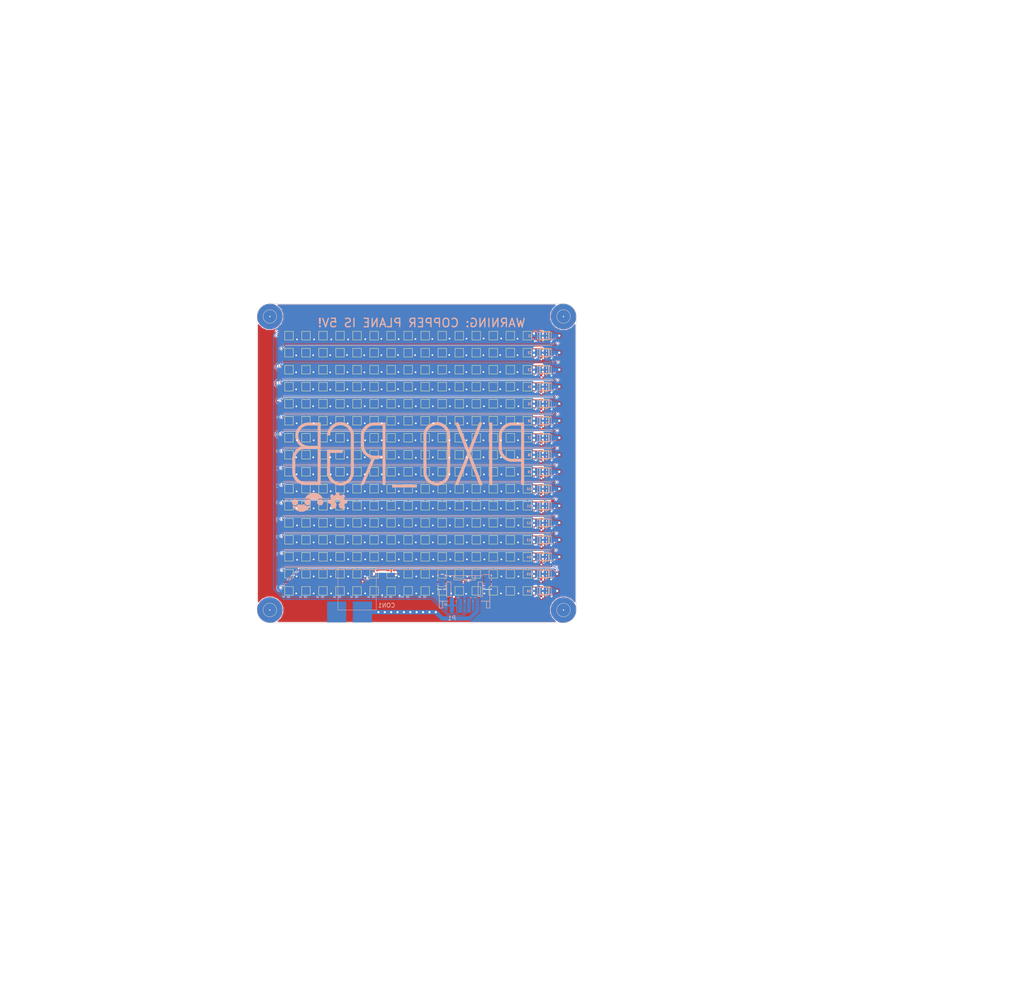
<source format=kicad_pcb>
(kicad_pcb (version 4) (host pcbnew 4.0.7)
  (title_block (title "Sensory Adaptation Robot") (date 2016-03-10) (rev 0.1a) (company "Idle Hands Dev.") (comment 1 "Sean Hodgins"))
  (layers (0 F.Cu signal) (31 B.Cu signal) (34 B.Paste user) (35 F.Paste user) (36 B.SilkS user) (37 F.SilkS user) (38 B.Mask user) (39 F.Mask user) (44 Edge.Cuts user))
  (net 0 "")
  (net 1 GND)
  (net 2 +5V)
  (net 3 "Net-(U1-Pad2)")
  (net 4 "Net-(U1-Pad3)")
  (net 5 SDS)
  (net 6 "Net-(U2-Pad2)")
  (net 7 "Net-(U2-Pad3)")
  (net 8 "Net-(U3-Pad2)")
  (net 9 "Net-(U3-Pad3)")
  (net 10 "Net-(U4-Pad2)")
  (net 11 "Net-(U4-Pad3)")
  (net 12 "Net-(U5-Pad2)")
  (net 13 "Net-(U5-Pad3)")
  (net 14 "Net-(U6-Pad2)")
  (net 15 "Net-(U6-Pad3)")
  (net 16 "Net-(U7-Pad2)")
  (net 17 "Net-(U7-Pad3)")
  (net 18 "Net-(U8-Pad2)")
  (net 19 "Net-(U8-Pad3)")
  (net 20 "Net-(U10-Pad5)")
  (net 21 "Net-(U10-Pad4)")
  (net 22 "Net-(U10-Pad2)")
  (net 23 "Net-(U10-Pad3)")
  (net 24 "Net-(U11-Pad2)")
  (net 25 "Net-(U11-Pad3)")
  (net 26 "Net-(U12-Pad2)")
  (net 27 "Net-(U12-Pad3)")
  (net 28 "Net-(U13-Pad2)")
  (net 29 "Net-(U13-Pad3)")
  (net 30 "Net-(U14-Pad2)")
  (net 31 "Net-(U14-Pad3)")
  (net 32 "Net-(U15-Pad2)")
  (net 33 "Net-(U15-Pad3)")
  (net 34 CK1)
  (net 35 SD1)
  (net 36 "Net-(U17-Pad2)")
  (net 37 "Net-(U17-Pad3)")
  (net 38 "Net-(U18-Pad2)")
  (net 39 "Net-(U18-Pad3)")
  (net 40 "Net-(U19-Pad2)")
  (net 41 "Net-(U19-Pad3)")
  (net 42 "Net-(U20-Pad2)")
  (net 43 "Net-(U20-Pad3)")
  (net 44 "Net-(U21-Pad2)")
  (net 45 "Net-(U21-Pad3)")
  (net 46 "Net-(U22-Pad2)")
  (net 47 "Net-(U22-Pad3)")
  (net 48 "Net-(U23-Pad2)")
  (net 49 "Net-(U23-Pad3)")
  (net 50 "Net-(U24-Pad2)")
  (net 51 "Net-(U24-Pad3)")
  (net 52 "Net-(U25-Pad2)")
  (net 53 "Net-(U25-Pad3)")
  (net 54 "Net-(U26-Pad2)")
  (net 55 "Net-(U26-Pad3)")
  (net 56 "Net-(U27-Pad2)")
  (net 57 "Net-(U27-Pad3)")
  (net 58 "Net-(U28-Pad2)")
  (net 59 "Net-(U28-Pad3)")
  (net 60 "Net-(U29-Pad2)")
  (net 61 "Net-(U29-Pad3)")
  (net 62 "Net-(U30-Pad2)")
  (net 63 "Net-(U30-Pad3)")
  (net 64 "Net-(U31-Pad2)")
  (net 65 "Net-(U31-Pad3)")
  (net 66 CK2)
  (net 67 SD2)
  (net 68 "Net-(U33-Pad2)")
  (net 69 "Net-(U33-Pad3)")
  (net 70 "Net-(U34-Pad2)")
  (net 71 "Net-(U34-Pad3)")
  (net 72 "Net-(U35-Pad2)")
  (net 73 "Net-(U35-Pad3)")
  (net 74 "Net-(U36-Pad2)")
  (net 75 "Net-(U36-Pad3)")
  (net 76 "Net-(U37-Pad2)")
  (net 77 "Net-(U37-Pad3)")
  (net 78 "Net-(U38-Pad2)")
  (net 79 "Net-(U38-Pad3)")
  (net 80 "Net-(U39-Pad2)")
  (net 81 "Net-(U39-Pad3)")
  (net 82 "Net-(U40-Pad2)")
  (net 83 "Net-(U40-Pad3)")
  (net 84 "Net-(U41-Pad2)")
  (net 85 "Net-(U41-Pad3)")
  (net 86 "Net-(U42-Pad2)")
  (net 87 "Net-(U42-Pad3)")
  (net 88 "Net-(U43-Pad2)")
  (net 89 "Net-(U43-Pad3)")
  (net 90 "Net-(U44-Pad2)")
  (net 91 "Net-(U44-Pad3)")
  (net 92 "Net-(U45-Pad2)")
  (net 93 "Net-(U45-Pad3)")
  (net 94 "Net-(U46-Pad2)")
  (net 95 "Net-(U46-Pad3)")
  (net 96 "Net-(U47-Pad2)")
  (net 97 "Net-(U47-Pad3)")
  (net 98 CK3)
  (net 99 SD3)
  (net 100 "Net-(U49-Pad2)")
  (net 101 "Net-(U49-Pad3)")
  (net 102 CKS)
  (net 103 "Net-(U50-Pad2)")
  (net 104 "Net-(U50-Pad3)")
  (net 105 "Net-(U51-Pad2)")
  (net 106 "Net-(U51-Pad3)")
  (net 107 "Net-(U52-Pad2)")
  (net 108 "Net-(U52-Pad3)")
  (net 109 "Net-(U53-Pad2)")
  (net 110 "Net-(U53-Pad3)")
  (net 111 "Net-(U54-Pad2)")
  (net 112 "Net-(U54-Pad3)")
  (net 113 "Net-(U55-Pad2)")
  (net 114 "Net-(U55-Pad3)")
  (net 115 "Net-(U56-Pad2)")
  (net 116 "Net-(U56-Pad3)")
  (net 117 "Net-(U57-Pad2)")
  (net 118 "Net-(U57-Pad3)")
  (net 119 "Net-(U58-Pad2)")
  (net 120 "Net-(U58-Pad3)")
  (net 121 "Net-(U59-Pad2)")
  (net 122 "Net-(U59-Pad3)")
  (net 123 "Net-(U60-Pad2)")
  (net 124 "Net-(U60-Pad3)")
  (net 125 "Net-(U61-Pad2)")
  (net 126 "Net-(U61-Pad3)")
  (net 127 "Net-(U62-Pad2)")
  (net 128 "Net-(U62-Pad3)")
  (net 129 "Net-(U63-Pad2)")
  (net 130 "Net-(U63-Pad3)")
  (net 131 CK4)
  (net 132 SD4)
  (net 133 "Net-(U65-Pad2)")
  (net 134 "Net-(U65-Pad3)")
  (net 135 "Net-(U66-Pad2)")
  (net 136 "Net-(U66-Pad3)")
  (net 137 "Net-(U67-Pad2)")
  (net 138 "Net-(U67-Pad3)")
  (net 139 "Net-(U68-Pad2)")
  (net 140 "Net-(U68-Pad3)")
  (net 141 "Net-(U69-Pad2)")
  (net 142 "Net-(U69-Pad3)")
  (net 143 "Net-(U70-Pad2)")
  (net 144 "Net-(U70-Pad3)")
  (net 145 "Net-(U71-Pad2)")
  (net 146 "Net-(U71-Pad3)")
  (net 147 "Net-(U72-Pad2)")
  (net 148 "Net-(U72-Pad3)")
  (net 149 "Net-(U73-Pad2)")
  (net 150 "Net-(U73-Pad3)")
  (net 151 "Net-(U74-Pad2)")
  (net 152 "Net-(U74-Pad3)")
  (net 153 "Net-(U75-Pad2)")
  (net 154 "Net-(U75-Pad3)")
  (net 155 "Net-(U76-Pad2)")
  (net 156 "Net-(U76-Pad3)")
  (net 157 "Net-(U77-Pad2)")
  (net 158 "Net-(U77-Pad3)")
  (net 159 "Net-(U78-Pad2)")
  (net 160 "Net-(U78-Pad3)")
  (net 161 "Net-(U79-Pad2)")
  (net 162 "Net-(U79-Pad3)")
  (net 163 CK5)
  (net 164 SD5)
  (net 165 "Net-(U81-Pad2)")
  (net 166 "Net-(U81-Pad3)")
  (net 167 "Net-(U82-Pad2)")
  (net 168 "Net-(U82-Pad3)")
  (net 169 "Net-(U83-Pad2)")
  (net 170 "Net-(U83-Pad3)")
  (net 171 "Net-(U84-Pad2)")
  (net 172 "Net-(U84-Pad3)")
  (net 173 "Net-(U85-Pad2)")
  (net 174 "Net-(U85-Pad3)")
  (net 175 "Net-(U86-Pad2)")
  (net 176 "Net-(U86-Pad3)")
  (net 177 "Net-(U87-Pad2)")
  (net 178 "Net-(U87-Pad3)")
  (net 179 "Net-(U88-Pad2)")
  (net 180 "Net-(U88-Pad3)")
  (net 181 "Net-(U89-Pad2)")
  (net 182 "Net-(U89-Pad3)")
  (net 183 "Net-(U90-Pad2)")
  (net 184 "Net-(U90-Pad3)")
  (net 185 "Net-(U91-Pad2)")
  (net 186 "Net-(U91-Pad3)")
  (net 187 "Net-(U92-Pad2)")
  (net 188 "Net-(U92-Pad3)")
  (net 189 "Net-(U93-Pad2)")
  (net 190 "Net-(U93-Pad3)")
  (net 191 "Net-(U94-Pad2)")
  (net 192 "Net-(U94-Pad3)")
  (net 193 "Net-(U95-Pad2)")
  (net 194 "Net-(U95-Pad3)")
  (net 195 CK6)
  (net 196 SD6)
  (net 197 "Net-(U97-Pad2)")
  (net 198 "Net-(U97-Pad3)")
  (net 199 "Net-(U98-Pad2)")
  (net 200 "Net-(U98-Pad3)")
  (net 201 "Net-(U100-Pad5)")
  (net 202 "Net-(U100-Pad4)")
  (net 203 "Net-(U100-Pad2)")
  (net 204 "Net-(U100-Pad3)")
  (net 205 "Net-(U101-Pad2)")
  (net 206 "Net-(U101-Pad3)")
  (net 207 "Net-(U102-Pad2)")
  (net 208 "Net-(U102-Pad3)")
  (net 209 "Net-(U103-Pad2)")
  (net 210 "Net-(U103-Pad3)")
  (net 211 "Net-(U104-Pad2)")
  (net 212 "Net-(U104-Pad3)")
  (net 213 "Net-(U105-Pad2)")
  (net 214 "Net-(U105-Pad3)")
  (net 215 "Net-(U106-Pad2)")
  (net 216 "Net-(U106-Pad3)")
  (net 217 "Net-(U107-Pad2)")
  (net 218 "Net-(U107-Pad3)")
  (net 219 "Net-(U108-Pad2)")
  (net 220 "Net-(U108-Pad3)")
  (net 221 "Net-(U109-Pad2)")
  (net 222 "Net-(U109-Pad3)")
  (net 223 "Net-(U110-Pad2)")
  (net 224 "Net-(U110-Pad3)")
  (net 225 "Net-(U111-Pad2)")
  (net 226 "Net-(U111-Pad3)")
  (net 227 CK7)
  (net 228 SD7)
  (net 229 "Net-(U113-Pad2)")
  (net 230 "Net-(U113-Pad3)")
  (net 231 "Net-(U114-Pad2)")
  (net 232 "Net-(U114-Pad3)")
  (net 233 "Net-(U115-Pad2)")
  (net 234 "Net-(U115-Pad3)")
  (net 235 "Net-(U116-Pad2)")
  (net 236 "Net-(U116-Pad3)")
  (net 237 "Net-(U117-Pad2)")
  (net 238 "Net-(U117-Pad3)")
  (net 239 "Net-(U118-Pad2)")
  (net 240 "Net-(U118-Pad3)")
  (net 241 "Net-(U119-Pad2)")
  (net 242 "Net-(U119-Pad3)")
  (net 243 "Net-(U120-Pad2)")
  (net 244 "Net-(U120-Pad3)")
  (net 245 "Net-(U121-Pad2)")
  (net 246 "Net-(U121-Pad3)")
  (net 247 "Net-(U122-Pad2)")
  (net 248 "Net-(U122-Pad3)")
  (net 249 "Net-(U123-Pad2)")
  (net 250 "Net-(U123-Pad3)")
  (net 251 "Net-(U124-Pad2)")
  (net 252 "Net-(U124-Pad3)")
  (net 253 "Net-(U125-Pad2)")
  (net 254 "Net-(U125-Pad3)")
  (net 255 "Net-(U126-Pad2)")
  (net 256 "Net-(U126-Pad3)")
  (net 257 "Net-(U127-Pad2)")
  (net 258 "Net-(U127-Pad3)")
  (net 259 CK8)
  (net 260 SD8)
  (net 261 "Net-(U129-Pad2)")
  (net 262 "Net-(U129-Pad3)")
  (net 263 "Net-(U130-Pad2)")
  (net 264 "Net-(U130-Pad3)")
  (net 265 "Net-(U131-Pad2)")
  (net 266 "Net-(U131-Pad3)")
  (net 267 "Net-(U132-Pad2)")
  (net 268 "Net-(U132-Pad3)")
  (net 269 "Net-(U133-Pad2)")
  (net 270 "Net-(U133-Pad3)")
  (net 271 "Net-(U134-Pad2)")
  (net 272 "Net-(U134-Pad3)")
  (net 273 "Net-(U135-Pad2)")
  (net 274 "Net-(U135-Pad3)")
  (net 275 "Net-(U136-Pad2)")
  (net 276 "Net-(U136-Pad3)")
  (net 277 "Net-(U137-Pad2)")
  (net 278 "Net-(U137-Pad3)")
  (net 279 "Net-(U138-Pad2)")
  (net 280 "Net-(U138-Pad3)")
  (net 281 "Net-(U139-Pad2)")
  (net 282 "Net-(U139-Pad3)")
  (net 283 "Net-(U140-Pad2)")
  (net 284 "Net-(U140-Pad3)")
  (net 285 "Net-(U141-Pad2)")
  (net 286 "Net-(U141-Pad3)")
  (net 287 "Net-(U142-Pad2)")
  (net 288 "Net-(U142-Pad3)")
  (net 289 "Net-(U143-Pad2)")
  (net 290 "Net-(U143-Pad3)")
  (net 291 CK9)
  (net 292 SD9)
  (net 293 "Net-(U145-Pad2)")
  (net 294 "Net-(U145-Pad3)")
  (net 295 "Net-(U146-Pad2)")
  (net 296 "Net-(U146-Pad3)")
  (net 297 "Net-(U147-Pad2)")
  (net 298 "Net-(U147-Pad3)")
  (net 299 "Net-(U148-Pad2)")
  (net 300 "Net-(U148-Pad3)")
  (net 301 "Net-(U149-Pad2)")
  (net 302 "Net-(U149-Pad3)")
  (net 303 "Net-(U150-Pad2)")
  (net 304 "Net-(U150-Pad3)")
  (net 305 "Net-(U151-Pad2)")
  (net 306 "Net-(U151-Pad3)")
  (net 307 "Net-(U152-Pad2)")
  (net 308 "Net-(U152-Pad3)")
  (net 309 "Net-(U153-Pad2)")
  (net 310 "Net-(U153-Pad3)")
  (net 311 "Net-(U154-Pad2)")
  (net 312 "Net-(U154-Pad3)")
  (net 313 "Net-(U155-Pad2)")
  (net 314 "Net-(U155-Pad3)")
  (net 315 "Net-(U156-Pad2)")
  (net 316 "Net-(U156-Pad3)")
  (net 317 "Net-(U157-Pad2)")
  (net 318 "Net-(U157-Pad3)")
  (net 319 "Net-(U158-Pad2)")
  (net 320 "Net-(U158-Pad3)")
  (net 321 "Net-(U159-Pad2)")
  (net 322 "Net-(U159-Pad3)")
  (net 323 CK10)
  (net 324 SD10)
  (net 325 "Net-(U161-Pad2)")
  (net 326 "Net-(U161-Pad3)")
  (net 327 "Net-(U162-Pad2)")
  (net 328 "Net-(U162-Pad3)")
  (net 329 "Net-(U163-Pad2)")
  (net 330 "Net-(U163-Pad3)")
  (net 331 "Net-(U164-Pad2)")
  (net 332 "Net-(U164-Pad3)")
  (net 333 "Net-(U165-Pad2)")
  (net 334 "Net-(U165-Pad3)")
  (net 335 "Net-(U166-Pad2)")
  (net 336 "Net-(U166-Pad3)")
  (net 337 "Net-(U167-Pad2)")
  (net 338 "Net-(U167-Pad3)")
  (net 339 "Net-(U168-Pad2)")
  (net 340 "Net-(U168-Pad3)")
  (net 341 "Net-(U169-Pad2)")
  (net 342 "Net-(U169-Pad3)")
  (net 343 "Net-(U170-Pad2)")
  (net 344 "Net-(U170-Pad3)")
  (net 345 "Net-(U171-Pad2)")
  (net 346 "Net-(U171-Pad3)")
  (net 347 "Net-(U172-Pad2)")
  (net 348 "Net-(U172-Pad3)")
  (net 349 "Net-(U173-Pad2)")
  (net 350 "Net-(U173-Pad3)")
  (net 351 "Net-(U174-Pad2)")
  (net 352 "Net-(U174-Pad3)")
  (net 353 "Net-(U175-Pad2)")
  (net 354 "Net-(U175-Pad3)")
  (net 355 CK11)
  (net 356 SD11)
  (net 357 "Net-(U177-Pad2)")
  (net 358 "Net-(U177-Pad3)")
  (net 359 "Net-(U178-Pad2)")
  (net 360 "Net-(U178-Pad3)")
  (net 361 "Net-(U179-Pad2)")
  (net 362 "Net-(U179-Pad3)")
  (net 363 "Net-(U180-Pad2)")
  (net 364 "Net-(U180-Pad3)")
  (net 365 "Net-(U181-Pad2)")
  (net 366 "Net-(U181-Pad3)")
  (net 367 "Net-(U182-Pad2)")
  (net 368 "Net-(U182-Pad3)")
  (net 369 "Net-(U183-Pad2)")
  (net 370 "Net-(U183-Pad3)")
  (net 371 "Net-(U184-Pad2)")
  (net 372 "Net-(U184-Pad3)")
  (net 373 "Net-(U185-Pad2)")
  (net 374 "Net-(U185-Pad3)")
  (net 375 "Net-(U186-Pad2)")
  (net 376 "Net-(U186-Pad3)")
  (net 377 "Net-(U187-Pad2)")
  (net 378 "Net-(U187-Pad3)")
  (net 379 "Net-(U188-Pad2)")
  (net 380 "Net-(U188-Pad3)")
  (net 381 "Net-(U189-Pad2)")
  (net 382 "Net-(U189-Pad3)")
  (net 383 "Net-(U190-Pad2)")
  (net 384 "Net-(U190-Pad3)")
  (net 385 "Net-(U191-Pad2)")
  (net 386 "Net-(U191-Pad3)")
  (net 387 CK12)
  (net 388 SD12)
  (net 389 "Net-(U193-Pad2)")
  (net 390 "Net-(U193-Pad3)")
  (net 391 "Net-(U194-Pad2)")
  (net 392 "Net-(U194-Pad3)")
  (net 393 "Net-(U195-Pad2)")
  (net 394 "Net-(U195-Pad3)")
  (net 395 "Net-(U196-Pad2)")
  (net 396 "Net-(U196-Pad3)")
  (net 397 "Net-(U197-Pad2)")
  (net 398 "Net-(U197-Pad3)")
  (net 399 "Net-(U198-Pad2)")
  (net 400 "Net-(U198-Pad3)")
  (net 401 "Net-(U199-Pad2)")
  (net 402 "Net-(U199-Pad3)")
  (net 403 "Net-(U200-Pad2)")
  (net 404 "Net-(U200-Pad3)")
  (net 405 "Net-(U201-Pad2)")
  (net 406 "Net-(U201-Pad3)")
  (net 407 "Net-(U202-Pad2)")
  (net 408 "Net-(U202-Pad3)")
  (net 409 "Net-(U203-Pad2)")
  (net 410 "Net-(U203-Pad3)")
  (net 411 "Net-(U204-Pad2)")
  (net 412 "Net-(U204-Pad3)")
  (net 413 "Net-(U205-Pad2)")
  (net 414 "Net-(U205-Pad3)")
  (net 415 "Net-(U206-Pad2)")
  (net 416 "Net-(U206-Pad3)")
  (net 417 "Net-(U207-Pad2)")
  (net 418 "Net-(U207-Pad3)")
  (net 419 CK13)
  (net 420 SD13)
  (net 421 "Net-(U209-Pad2)")
  (net 422 "Net-(U209-Pad3)")
  (net 423 "Net-(U210-Pad2)")
  (net 424 "Net-(U210-Pad3)")
  (net 425 "Net-(U211-Pad2)")
  (net 426 "Net-(U211-Pad3)")
  (net 427 "Net-(U212-Pad2)")
  (net 428 "Net-(U212-Pad3)")
  (net 429 "Net-(U213-Pad2)")
  (net 430 "Net-(U213-Pad3)")
  (net 431 "Net-(U214-Pad2)")
  (net 432 "Net-(U214-Pad3)")
  (net 433 "Net-(U215-Pad2)")
  (net 434 "Net-(U215-Pad3)")
  (net 435 "Net-(U216-Pad2)")
  (net 436 "Net-(U216-Pad3)")
  (net 437 "Net-(U217-Pad2)")
  (net 438 "Net-(U217-Pad3)")
  (net 439 "Net-(U218-Pad2)")
  (net 440 "Net-(U218-Pad3)")
  (net 441 "Net-(U219-Pad2)")
  (net 442 "Net-(U219-Pad3)")
  (net 443 "Net-(U220-Pad2)")
  (net 444 "Net-(U220-Pad3)")
  (net 445 "Net-(U221-Pad2)")
  (net 446 "Net-(U221-Pad3)")
  (net 447 "Net-(U222-Pad2)")
  (net 448 "Net-(U222-Pad3)")
  (net 449 "Net-(U223-Pad2)")
  (net 450 "Net-(U223-Pad3)")
  (net 451 CK14)
  (net 452 SD14)
  (net 453 "Net-(U225-Pad2)")
  (net 454 "Net-(U225-Pad3)")
  (net 455 "Net-(U226-Pad2)")
  (net 456 "Net-(U226-Pad3)")
  (net 457 "Net-(U227-Pad2)")
  (net 458 "Net-(U227-Pad3)")
  (net 459 "Net-(U228-Pad2)")
  (net 460 "Net-(U228-Pad3)")
  (net 461 "Net-(U229-Pad2)")
  (net 462 "Net-(U229-Pad3)")
  (net 463 "Net-(U230-Pad2)")
  (net 464 "Net-(U230-Pad3)")
  (net 465 "Net-(U231-Pad2)")
  (net 466 "Net-(U231-Pad3)")
  (net 467 "Net-(U232-Pad2)")
  (net 468 "Net-(U232-Pad3)")
  (net 469 "Net-(U233-Pad2)")
  (net 470 "Net-(U233-Pad3)")
  (net 471 "Net-(U234-Pad2)")
  (net 472 "Net-(U234-Pad3)")
  (net 473 "Net-(U235-Pad2)")
  (net 474 "Net-(U235-Pad3)")
  (net 475 "Net-(U236-Pad2)")
  (net 476 "Net-(U236-Pad3)")
  (net 477 "Net-(U237-Pad2)")
  (net 478 "Net-(U237-Pad3)")
  (net 479 "Net-(U238-Pad2)")
  (net 480 "Net-(U238-Pad3)")
  (net 481 "Net-(U239-Pad2)")
  (net 482 "Net-(U239-Pad3)")
  (net 483 CK15)
  (net 484 SD15)
  (net 485 "Net-(U241-Pad2)")
  (net 486 "Net-(U241-Pad3)")
  (net 487 "Net-(U242-Pad2)")
  (net 488 "Net-(U242-Pad3)")
  (net 489 "Net-(U243-Pad2)")
  (net 490 "Net-(U243-Pad3)")
  (net 491 "Net-(U244-Pad2)")
  (net 492 "Net-(U244-Pad3)")
  (net 493 "Net-(U245-Pad2)")
  (net 494 "Net-(U245-Pad3)")
  (net 495 "Net-(U246-Pad2)")
  (net 496 "Net-(U246-Pad3)")
  (net 497 "Net-(U247-Pad2)")
  (net 498 "Net-(U247-Pad3)")
  (net 499 "Net-(U248-Pad2)")
  (net 500 "Net-(U248-Pad3)")
  (net 501 "Net-(U249-Pad2)")
  (net 502 "Net-(U249-Pad3)")
  (net 503 "Net-(U250-Pad2)")
  (net 504 "Net-(U250-Pad3)")
  (net 505 "Net-(U251-Pad2)")
  (net 506 "Net-(U251-Pad3)")
  (net 507 "Net-(U252-Pad2)")
  (net 508 "Net-(U252-Pad3)")
  (net 509 "Net-(U253-Pad2)")
  (net 510 "Net-(U253-Pad3)")
  (net 511 "Net-(U254-Pad2)")
  (net 512 "Net-(U254-Pad3)")
  (net 513 "Net-(U255-Pad2)")
  (net 514 "Net-(U255-Pad3)")
  (net 515 "Net-(U256-Pad2)")
  (net 516 "Net-(U256-Pad3)")
  (net 517 "Net-(CON1-Pad3)")
  (module idlehands_footprints:STANDOFF_3MM_6MMOD (layer F.Cu) (at 100 100)
    (fp_text reference REF** hide)
    (fp_text value STANDOFF_3MM hide)
    (pad 1 thru_hole circle (at 0 0) (size 6 6) (drill 0.3) (layers *.Cu *.Mask))
  )
  (module idlehands_footprints:STANDOFF_3MM_6MMOD (layer F.Cu) (at 100 169)
    (fp_text reference REF** hide)
    (fp_text value STANDOFF_3MM hide)
    (pad 1 thru_hole circle (at 0 0) (size 6 6) (drill 0.3) (layers *.Cu *.Mask))
  )
  (module idlehands_footprints:STANDOFF_3MM_6MMOD (layer F.Cu) (at 169 169)
    (fp_text reference REF** hide)
    (fp_text value STANDOFF_3MM hide)
    (pad 1 thru_hole circle (at 0 0) (size 6 6) (drill 0.3) (layers *.Cu *.Mask))
  )
  (module idlehands_footprints:c_1206 (layer B.Cu) (at 164.5 164.5 180)
    (fp_text reference C16 (at 3.4 -0.05 180) (layer B.SilkS) (effects (font (size 0.50038 0.50038) (thickness 0.11938)) (justify mirror)))
    (fp_text value 10uF hide)
    (pad 1 smd rect (at 1.397 0 180) (size 1.6002 1.8034) (layers B.Cu B.Paste B.Mask) (net 2 +5V))
    (pad 2 smd rect (at -1.397 0 180) (size 1.6002 1.8034) (layers B.Cu B.Paste B.Mask) (net 1 GND))
  )
  (module idlehands_footprints:c_1206 (layer B.Cu) (at 164.5 160.5 180)
    (fp_text reference C15 (at 3.4 -0.05 180) (layer B.SilkS) (effects (font (size 0.50038 0.50038) (thickness 0.11938)) (justify mirror)))
    (fp_text value 10uF hide)
    (pad 1 smd rect (at 1.397 0 180) (size 1.6002 1.8034) (layers B.Cu B.Paste B.Mask) (net 2 +5V))
    (pad 2 smd rect (at -1.397 0 180) (size 1.6002 1.8034) (layers B.Cu B.Paste B.Mask) (net 1 GND))
  )
  (module idlehands_footprints:c_1206 (layer B.Cu) (at 164.5 156.5 180)
    (fp_text reference C14 (at 3.4 -0.05 180) (layer B.SilkS) (effects (font (size 0.50038 0.50038) (thickness 0.11938)) (justify mirror)))
    (fp_text value 10uF hide)
    (pad 1 smd rect (at 1.397 0 180) (size 1.6002 1.8034) (layers B.Cu B.Paste B.Mask) (net 2 +5V))
    (pad 2 smd rect (at -1.397 0 180) (size 1.6002 1.8034) (layers B.Cu B.Paste B.Mask) (net 1 GND))
  )
  (module idlehands_footprints:c_1206 (layer B.Cu) (at 164.5 152.5 180)
    (fp_text reference C13 (at 3.4 -0.05 180) (layer B.SilkS) (effects (font (size 0.50038 0.50038) (thickness 0.11938)) (justify mirror)))
    (fp_text value 10uF hide)
    (pad 1 smd rect (at 1.397 0 180) (size 1.6002 1.8034) (layers B.Cu B.Paste B.Mask) (net 2 +5V))
    (pad 2 smd rect (at -1.397 0 180) (size 1.6002 1.8034) (layers B.Cu B.Paste B.Mask) (net 1 GND))
  )
  (module idlehands_footprints:c_1206 (layer B.Cu) (at 164.5 148.5 180)
    (fp_text reference C12 (at 3.4 -0.05 180) (layer B.SilkS) (effects (font (size 0.50038 0.50038) (thickness 0.11938)) (justify mirror)))
    (fp_text value 10uF hide)
    (pad 1 smd rect (at 1.397 0 180) (size 1.6002 1.8034) (layers B.Cu B.Paste B.Mask) (net 2 +5V))
    (pad 2 smd rect (at -1.397 0 180) (size 1.6002 1.8034) (layers B.Cu B.Paste B.Mask) (net 1 GND))
  )
  (module idlehands_footprints:c_1206 (layer B.Cu) (at 164.5 144.5 180)
    (fp_text reference C11 (at 3.4 -0.05 180) (layer B.SilkS) (effects (font (size 0.50038 0.50038) (thickness 0.11938)) (justify mirror)))
    (fp_text value 10uF hide)
    (pad 1 smd rect (at 1.397 0 180) (size 1.6002 1.8034) (layers B.Cu B.Paste B.Mask) (net 2 +5V))
    (pad 2 smd rect (at -1.397 0 180) (size 1.6002 1.8034) (layers B.Cu B.Paste B.Mask) (net 1 GND))
  )
  (module idlehands_footprints:c_1206 (layer B.Cu) (at 164.5 140.5 180)
    (fp_text reference C10 (at 3.4 -0.05 180) (layer B.SilkS) (effects (font (size 0.50038 0.50038) (thickness 0.11938)) (justify mirror)))
    (fp_text value 10uF hide)
    (pad 1 smd rect (at 1.397 0 180) (size 1.6002 1.8034) (layers B.Cu B.Paste B.Mask) (net 2 +5V))
    (pad 2 smd rect (at -1.397 0 180) (size 1.6002 1.8034) (layers B.Cu B.Paste B.Mask) (net 1 GND))
  )
  (module idlehands_footprints:c_1206 (layer B.Cu) (at 164.5 136.5 180)
    (fp_text reference C9 (at 3.4 -0.05 180) (layer B.SilkS) (effects (font (size 0.50038 0.50038) (thickness 0.11938)) (justify mirror)))
    (fp_text value 10uF hide)
    (pad 1 smd rect (at 1.397 0 180) (size 1.6002 1.8034) (layers B.Cu B.Paste B.Mask) (net 2 +5V))
    (pad 2 smd rect (at -1.397 0 180) (size 1.6002 1.8034) (layers B.Cu B.Paste B.Mask) (net 1 GND))
  )
  (module idlehands_footprints:c_1206 (layer B.Cu) (at 164.5 132.5 180)
    (fp_text reference C8 (at 3.4 -0.05 180) (layer B.SilkS) (effects (font (size 0.50038 0.50038) (thickness 0.11938)) (justify mirror)))
    (fp_text value 10uF hide)
    (pad 1 smd rect (at 1.397 0 180) (size 1.6002 1.8034) (layers B.Cu B.Paste B.Mask) (net 2 +5V))
    (pad 2 smd rect (at -1.397 0 180) (size 1.6002 1.8034) (layers B.Cu B.Paste B.Mask) (net 1 GND))
  )
  (module idlehands_footprints:c_1206 (layer B.Cu) (at 164.5 128.5 180)
    (fp_text reference C7 (at 3.4 -0.05 180) (layer B.SilkS) (effects (font (size 0.50038 0.50038) (thickness 0.11938)) (justify mirror)))
    (fp_text value 10uF hide)
    (pad 1 smd rect (at 1.397 0 180) (size 1.6002 1.8034) (layers B.Cu B.Paste B.Mask) (net 2 +5V))
    (pad 2 smd rect (at -1.397 0 180) (size 1.6002 1.8034) (layers B.Cu B.Paste B.Mask) (net 1 GND))
  )
  (module idlehands_footprints:c_1206 (layer B.Cu) (at 164.5 124.5 180)
    (fp_text reference C6 (at 3.4 -0.05 180) (layer B.SilkS) (effects (font (size 0.50038 0.50038) (thickness 0.11938)) (justify mirror)))
    (fp_text value 10uF hide)
    (pad 1 smd rect (at 1.397 0 180) (size 1.6002 1.8034) (layers B.Cu B.Paste B.Mask) (net 2 +5V))
    (pad 2 smd rect (at -1.397 0 180) (size 1.6002 1.8034) (layers B.Cu B.Paste B.Mask) (net 1 GND))
  )
  (module idlehands_footprints:c_1206 (layer B.Cu) (at 164.5 120.5 180)
    (fp_text reference C5 (at 3.4 -0.05 180) (layer B.SilkS) (effects (font (size 0.50038 0.50038) (thickness 0.11938)) (justify mirror)))
    (fp_text value 10uF hide)
    (pad 1 smd rect (at 1.397 0 180) (size 1.6002 1.8034) (layers B.Cu B.Paste B.Mask) (net 2 +5V))
    (pad 2 smd rect (at -1.397 0 180) (size 1.6002 1.8034) (layers B.Cu B.Paste B.Mask) (net 1 GND))
  )
  (module idlehands_footprints:c_1206 (layer B.Cu) (at 164.5 116.5 180)
    (fp_text reference C4 (at 3.4 -0.05 180) (layer B.SilkS) (effects (font (size 0.50038 0.50038) (thickness 0.11938)) (justify mirror)))
    (fp_text value 10uF hide)
    (pad 1 smd rect (at 1.397 0 180) (size 1.6002 1.8034) (layers B.Cu B.Paste B.Mask) (net 2 +5V))
    (pad 2 smd rect (at -1.397 0 180) (size 1.6002 1.8034) (layers B.Cu B.Paste B.Mask) (net 1 GND))
  )
  (module idlehands_footprints:c_1206 (layer B.Cu) (at 164.5 112.5 180)
    (fp_text reference C3 (at 3.4 -0.05 180) (layer B.SilkS) (effects (font (size 0.50038 0.50038) (thickness 0.11938)) (justify mirror)))
    (fp_text value 10uF hide)
    (pad 1 smd rect (at 1.397 0 180) (size 1.6002 1.8034) (layers B.Cu B.Paste B.Mask) (net 2 +5V))
    (pad 2 smd rect (at -1.397 0 180) (size 1.6002 1.8034) (layers B.Cu B.Paste B.Mask) (net 1 GND))
  )
  (module idlehands_footprints:c_1206 (layer B.Cu) (at 164.5 108.5 180)
    (fp_text reference C2 (at 3.4 -0.05 180) (layer B.SilkS) (effects (font (size 0.50038 0.50038) (thickness 0.11938)) (justify mirror)))
    (fp_text value 10uF hide)
    (pad 1 smd rect (at 1.397 0 180) (size 1.6002 1.8034) (layers B.Cu B.Paste B.Mask) (net 2 +5V))
    (pad 2 smd rect (at -1.397 0 180) (size 1.6002 1.8034) (layers B.Cu B.Paste B.Mask) (net 1 GND))
  )
  (module idlehands_footprints:c_1206 (layer B.Cu) (at 164.5 104.5 180)
    (fp_text reference C1 (at 3.4 -0.05 180) (layer B.SilkS) (effects (font (size 0.50038 0.50038) (thickness 0.11938)) (justify mirror)))
    (fp_text value 10uF hide)
    (pad 1 smd rect (at 1.397 0 180) (size 1.6002 1.8034) (layers B.Cu B.Paste B.Mask) (net 2 +5V))
    (pad 2 smd rect (at -1.397 0 180) (size 1.6002 1.8034) (layers B.Cu B.Paste B.Mask) (net 1 GND))
  )
  (module idlehands_footprints:DC_POWERJACK_VERT_NoHoles (layer B.Cu) (at 120.5 162.5 180)
    (fp_text reference CON1 (at -6.9 -5.4 180) (layer B.SilkS) (effects (justify mirror)))
    (fp_text value BARREL_JACK)
    (pad 1 smd rect (at -6.55 0 180) (size 4.7 4.5) (layers B.Cu B.Paste B.Mask) (net 2 +5V))
    (pad 2 smd rect (at -1.25 -6.95 180) (size 4.5 4.9) (layers B.Cu B.Paste B.Mask) (net 1 GND))
    (pad 3 smd rect (at 4.8 -6.95 180) (size 4.5 4.9) (layers B.Cu B.Paste B.Mask) (net 517 "Net-(CON1-Pad3)"))
  )
  (module idlehands_footprints:STANDOFF_3MM_6MMOD (layer F.Cu) (at 169 100)
    (fp_text reference REF** hide)
    (fp_text value STANDOFF_3MM hide)
    (pad 1 thru_hole circle (at 0 0) (size 6 6) (drill 0.3) (layers *.Cu *.Mask))
  )
  (module idlehands_footprints:APA102-2020_NOGND (layer F.Cu) (at 112.5 104.5 180)
    (fp_text reference U3 hide)
    (fp_text value APA102 hide)
    (pad 1 smd rect (at -0.75 -0.9 180) (size 0.8 0.5) (layers F.Cu F.Paste F.Mask) (net 2 +5V))
    (pad 6 smd rect (at 0.75 -0.9 180) (size 0.8 0.5) (layers F.Cu F.Paste F.Mask) (net 1 GND))
    (pad 2 smd rect (at -0.75 0 180) (size 0.8 0.3) (layers F.Cu F.Paste F.Mask) (net 8 "Net-(U3-Pad2)"))
    (pad 5 smd rect (at 0.75 0 180) (size 0.8 0.3) (layers F.Cu F.Paste F.Mask) (net 6 "Net-(U2-Pad2)"))
    (pad 1 smd rect (at 0 -0.83 180) (size 0.3 1) (layers F.Cu F.Paste F.Mask) (net 2 +5V))
    (pad 3 smd rect (at -0.75 0.9 180) (size 0.8 0.5) (layers F.Cu F.Paste F.Mask) (net 9 "Net-(U3-Pad3)"))
    (pad 4 smd rect (at 0.75 0.9 180) (size 0.8 0.5) (layers F.Cu F.Paste F.Mask) (net 7 "Net-(U2-Pad3)"))
    (pad 0 smd rect (at 0 0.83 180) (size 0.3 1) (layers F.Cu F.Paste F.Mask))
  )
  (module idlehands_footprints:APA102-2020_NOGND (layer F.Cu) (at 116.5 104.5 180)
    (fp_text reference U4 hide)
    (fp_text value APA102 hide)
    (pad 1 smd rect (at -0.75 -0.9 180) (size 0.8 0.5) (layers F.Cu F.Paste F.Mask) (net 2 +5V))
    (pad 6 smd rect (at 0.75 -0.9 180) (size 0.8 0.5) (layers F.Cu F.Paste F.Mask) (net 1 GND))
    (pad 2 smd rect (at -0.75 0 180) (size 0.8 0.3) (layers F.Cu F.Paste F.Mask) (net 10 "Net-(U4-Pad2)"))
    (pad 5 smd rect (at 0.75 0 180) (size 0.8 0.3) (layers F.Cu F.Paste F.Mask) (net 8 "Net-(U3-Pad2)"))
    (pad 1 smd rect (at 0 -0.83 180) (size 0.3 1) (layers F.Cu F.Paste F.Mask) (net 2 +5V))
    (pad 3 smd rect (at -0.75 0.9 180) (size 0.8 0.5) (layers F.Cu F.Paste F.Mask) (net 11 "Net-(U4-Pad3)"))
    (pad 4 smd rect (at 0.75 0.9 180) (size 0.8 0.5) (layers F.Cu F.Paste F.Mask) (net 9 "Net-(U3-Pad3)"))
    (pad 0 smd rect (at 0 0.83 180) (size 0.3 1) (layers F.Cu F.Paste F.Mask))
  )
  (module idlehands_footprints:APA102-2020_NOGND (layer F.Cu) (at 120.5 104.5 180)
    (fp_text reference U5 hide)
    (fp_text value APA102 hide)
    (pad 1 smd rect (at -0.75 -0.9 180) (size 0.8 0.5) (layers F.Cu F.Paste F.Mask) (net 2 +5V))
    (pad 6 smd rect (at 0.75 -0.9 180) (size 0.8 0.5) (layers F.Cu F.Paste F.Mask) (net 1 GND))
    (pad 2 smd rect (at -0.75 0 180) (size 0.8 0.3) (layers F.Cu F.Paste F.Mask) (net 12 "Net-(U5-Pad2)"))
    (pad 5 smd rect (at 0.75 0 180) (size 0.8 0.3) (layers F.Cu F.Paste F.Mask) (net 10 "Net-(U4-Pad2)"))
    (pad 1 smd rect (at 0 -0.83 180) (size 0.3 1) (layers F.Cu F.Paste F.Mask) (net 2 +5V))
    (pad 3 smd rect (at -0.75 0.9 180) (size 0.8 0.5) (layers F.Cu F.Paste F.Mask) (net 13 "Net-(U5-Pad3)"))
    (pad 4 smd rect (at 0.75 0.9 180) (size 0.8 0.5) (layers F.Cu F.Paste F.Mask) (net 11 "Net-(U4-Pad3)"))
    (pad 0 smd rect (at 0 0.83 180) (size 0.3 1) (layers F.Cu F.Paste F.Mask))
  )
  (module idlehands_footprints:APA102-2020_NOGND (layer F.Cu) (at 124.5 104.5 180)
    (fp_text reference U6 hide)
    (fp_text value APA102 hide)
    (pad 1 smd rect (at -0.75 -0.9 180) (size 0.8 0.5) (layers F.Cu F.Paste F.Mask) (net 2 +5V))
    (pad 6 smd rect (at 0.75 -0.9 180) (size 0.8 0.5) (layers F.Cu F.Paste F.Mask) (net 1 GND))
    (pad 2 smd rect (at -0.75 0 180) (size 0.8 0.3) (layers F.Cu F.Paste F.Mask) (net 14 "Net-(U6-Pad2)"))
    (pad 5 smd rect (at 0.75 0 180) (size 0.8 0.3) (layers F.Cu F.Paste F.Mask) (net 12 "Net-(U5-Pad2)"))
    (pad 1 smd rect (at 0 -0.83 180) (size 0.3 1) (layers F.Cu F.Paste F.Mask) (net 2 +5V))
    (pad 3 smd rect (at -0.75 0.9 180) (size 0.8 0.5) (layers F.Cu F.Paste F.Mask) (net 15 "Net-(U6-Pad3)"))
    (pad 4 smd rect (at 0.75 0.9 180) (size 0.8 0.5) (layers F.Cu F.Paste F.Mask) (net 13 "Net-(U5-Pad3)"))
    (pad 0 smd rect (at 0 0.83 180) (size 0.3 1) (layers F.Cu F.Paste F.Mask))
  )
  (module Connectors_JST_PH:Connectors_JST_S4B-PH-SM4-TB (layer B.Cu) (at 145.75 165.15)
    (fp_text reference P1 (at -3 5.775) (layer B.SilkS) (effects (justify mirror)))
    (fp_text value CONN_01X04)
    (pad 1 smd rect (at -3 2.775) (size 1 3.5) (layers B.Cu B.Paste B.Mask) (net 2 +5V))
    (pad 2 smd rect (at -1 2.775) (size 1 3.5) (layers B.Cu B.Paste B.Mask) (net 102 CKS))
    (pad 3 smd rect (at 1 2.775) (size 1 3.5) (layers B.Cu B.Paste B.Mask) (net 5 SDS))
    (pad 4 smd rect (at 3 2.775) (size 1 3.5) (layers B.Cu B.Paste B.Mask) (net 1 GND))
    (pad "" smd rect (at -5.4 -2.775) (size 1.6 3.4) (layers B.Cu B.Paste B.Mask))
    (pad "" smd rect (at 5.4 -2.775) (size 1.6 3.4) (layers B.Cu B.Paste B.Mask))
  )
  (module idlehands_footprints:APA102-2020_NOGND (layer F.Cu) (at 104.5 104.5 180)
    (fp_text reference U1 hide)
    (fp_text value APA102 hide)
    (pad 1 smd rect (at -0.75 -0.9 180) (size 0.8 0.5) (layers F.Cu F.Paste F.Mask) (net 2 +5V))
    (pad 6 smd rect (at 0.75 -0.9 180) (size 0.8 0.5) (layers F.Cu F.Paste F.Mask) (net 1 GND))
    (pad 2 smd rect (at -0.75 0 180) (size 0.8 0.3) (layers F.Cu F.Paste F.Mask) (net 3 "Net-(U1-Pad2)"))
    (pad 5 smd rect (at 0.75 0 180) (size 0.8 0.3) (layers F.Cu F.Paste F.Mask) (net 102 CKS))
    (pad 1 smd rect (at 0 -0.83 180) (size 0.3 1) (layers F.Cu F.Paste F.Mask) (net 2 +5V))
    (pad 3 smd rect (at -0.75 0.9 180) (size 0.8 0.5) (layers F.Cu F.Paste F.Mask) (net 4 "Net-(U1-Pad3)"))
    (pad 4 smd rect (at 0.75 0.9 180) (size 0.8 0.5) (layers F.Cu F.Paste F.Mask) (net 5 SDS))
    (pad 0 smd rect (at 0 0.83 180) (size 0.3 1) (layers F.Cu F.Paste F.Mask))
  )
  (module idlehands_footprints:APA102-2020_NOGND (layer F.Cu) (at 108.5 104.5 180)
    (fp_text reference U2 hide)
    (fp_text value APA102 hide)
    (pad 1 smd rect (at -0.75 -0.9 180) (size 0.8 0.5) (layers F.Cu F.Paste F.Mask) (net 2 +5V))
    (pad 6 smd rect (at 0.75 -0.9 180) (size 0.8 0.5) (layers F.Cu F.Paste F.Mask) (net 1 GND))
    (pad 2 smd rect (at -0.75 0 180) (size 0.8 0.3) (layers F.Cu F.Paste F.Mask) (net 6 "Net-(U2-Pad2)"))
    (pad 5 smd rect (at 0.75 0 180) (size 0.8 0.3) (layers F.Cu F.Paste F.Mask) (net 3 "Net-(U1-Pad2)"))
    (pad 1 smd rect (at 0 -0.83 180) (size 0.3 1) (layers F.Cu F.Paste F.Mask) (net 2 +5V))
    (pad 3 smd rect (at -0.75 0.9 180) (size 0.8 0.5) (layers F.Cu F.Paste F.Mask) (net 7 "Net-(U2-Pad3)"))
    (pad 4 smd rect (at 0.75 0.9 180) (size 0.8 0.5) (layers F.Cu F.Paste F.Mask) (net 4 "Net-(U1-Pad3)"))
    (pad 0 smd rect (at 0 0.83 180) (size 0.3 1) (layers F.Cu F.Paste F.Mask))
  )
  (module idlehands_footprints:APA102-2020_NOGND (layer F.Cu) (at 128.5 104.5 180)
    (fp_text reference U7 hide)
    (fp_text value APA102 hide)
    (pad 1 smd rect (at -0.75 -0.9 180) (size 0.8 0.5) (layers F.Cu F.Paste F.Mask) (net 2 +5V))
    (pad 6 smd rect (at 0.75 -0.9 180) (size 0.8 0.5) (layers F.Cu F.Paste F.Mask) (net 1 GND))
    (pad 2 smd rect (at -0.75 0 180) (size 0.8 0.3) (layers F.Cu F.Paste F.Mask) (net 16 "Net-(U7-Pad2)"))
    (pad 5 smd rect (at 0.75 0 180) (size 0.8 0.3) (layers F.Cu F.Paste F.Mask) (net 14 "Net-(U6-Pad2)"))
    (pad 1 smd rect (at 0 -0.83 180) (size 0.3 1) (layers F.Cu F.Paste F.Mask) (net 2 +5V))
    (pad 3 smd rect (at -0.75 0.9 180) (size 0.8 0.5) (layers F.Cu F.Paste F.Mask) (net 17 "Net-(U7-Pad3)"))
    (pad 4 smd rect (at 0.75 0.9 180) (size 0.8 0.5) (layers F.Cu F.Paste F.Mask) (net 15 "Net-(U6-Pad3)"))
    (pad 0 smd rect (at 0 0.83 180) (size 0.3 1) (layers F.Cu F.Paste F.Mask))
  )
  (module idlehands_footprints:APA102-2020_NOGND (layer F.Cu) (at 132.5 104.5 180)
    (fp_text reference U8 hide)
    (fp_text value APA102 hide)
    (pad 1 smd rect (at -0.75 -0.9 180) (size 0.8 0.5) (layers F.Cu F.Paste F.Mask) (net 2 +5V))
    (pad 6 smd rect (at 0.75 -0.9 180) (size 0.8 0.5) (layers F.Cu F.Paste F.Mask) (net 1 GND))
    (pad 2 smd rect (at -0.75 0 180) (size 0.8 0.3) (layers F.Cu F.Paste F.Mask) (net 18 "Net-(U8-Pad2)"))
    (pad 5 smd rect (at 0.75 0 180) (size 0.8 0.3) (layers F.Cu F.Paste F.Mask) (net 16 "Net-(U7-Pad2)"))
    (pad 1 smd rect (at 0 -0.83 180) (size 0.3 1) (layers F.Cu F.Paste F.Mask) (net 2 +5V))
    (pad 3 smd rect (at -0.75 0.9 180) (size 0.8 0.5) (layers F.Cu F.Paste F.Mask) (net 19 "Net-(U8-Pad3)"))
    (pad 4 smd rect (at 0.75 0.9 180) (size 0.8 0.5) (layers F.Cu F.Paste F.Mask) (net 17 "Net-(U7-Pad3)"))
    (pad 0 smd rect (at 0 0.83 180) (size 0.3 1) (layers F.Cu F.Paste F.Mask))
  )
  (module idlehands_footprints:APA102-2020_NOGND (layer F.Cu) (at 136.5 104.5 180)
    (fp_text reference U9 hide)
    (fp_text value APA102 hide)
    (pad 1 smd rect (at -0.75 -0.9 180) (size 0.8 0.5) (layers F.Cu F.Paste F.Mask) (net 2 +5V))
    (pad 6 smd rect (at 0.75 -0.9 180) (size 0.8 0.5) (layers F.Cu F.Paste F.Mask) (net 1 GND))
    (pad 2 smd rect (at -0.75 0 180) (size 0.8 0.3) (layers F.Cu F.Paste F.Mask) (net 20 "Net-(U10-Pad5)"))
    (pad 5 smd rect (at 0.75 0 180) (size 0.8 0.3) (layers F.Cu F.Paste F.Mask) (net 18 "Net-(U8-Pad2)"))
    (pad 1 smd rect (at 0 -0.83 180) (size 0.3 1) (layers F.Cu F.Paste F.Mask) (net 2 +5V))
    (pad 3 smd rect (at -0.75 0.9 180) (size 0.8 0.5) (layers F.Cu F.Paste F.Mask) (net 21 "Net-(U10-Pad4)"))
    (pad 4 smd rect (at 0.75 0.9 180) (size 0.8 0.5) (layers F.Cu F.Paste F.Mask) (net 19 "Net-(U8-Pad3)"))
    (pad 0 smd rect (at 0 0.83 180) (size 0.3 1) (layers F.Cu F.Paste F.Mask))
  )
  (module idlehands_footprints:APA102-2020_NOGND (layer F.Cu) (at 140.5 104.5 180)
    (fp_text reference U10 hide)
    (fp_text value APA102 hide)
    (pad 1 smd rect (at -0.75 -0.9 180) (size 0.8 0.5) (layers F.Cu F.Paste F.Mask) (net 2 +5V))
    (pad 6 smd rect (at 0.75 -0.9 180) (size 0.8 0.5) (layers F.Cu F.Paste F.Mask) (net 1 GND))
    (pad 2 smd rect (at -0.75 0 180) (size 0.8 0.3) (layers F.Cu F.Paste F.Mask) (net 22 "Net-(U10-Pad2)"))
    (pad 5 smd rect (at 0.75 0 180) (size 0.8 0.3) (layers F.Cu F.Paste F.Mask) (net 20 "Net-(U10-Pad5)"))
    (pad 1 smd rect (at 0 -0.83 180) (size 0.3 1) (layers F.Cu F.Paste F.Mask) (net 2 +5V))
    (pad 3 smd rect (at -0.75 0.9 180) (size 0.8 0.5) (layers F.Cu F.Paste F.Mask) (net 23 "Net-(U10-Pad3)"))
    (pad 4 smd rect (at 0.75 0.9 180) (size 0.8 0.5) (layers F.Cu F.Paste F.Mask) (net 21 "Net-(U10-Pad4)"))
    (pad 0 smd rect (at 0 0.83 180) (size 0.3 1) (layers F.Cu F.Paste F.Mask))
  )
  (module idlehands_footprints:APA102-2020_NOGND (layer F.Cu) (at 144.5 104.5 180)
    (fp_text reference U11 hide)
    (fp_text value APA102 hide)
    (pad 1 smd rect (at -0.75 -0.9 180) (size 0.8 0.5) (layers F.Cu F.Paste F.Mask) (net 2 +5V))
    (pad 6 smd rect (at 0.75 -0.9 180) (size 0.8 0.5) (layers F.Cu F.Paste F.Mask) (net 1 GND))
    (pad 2 smd rect (at -0.75 0 180) (size 0.8 0.3) (layers F.Cu F.Paste F.Mask) (net 24 "Net-(U11-Pad2)"))
    (pad 5 smd rect (at 0.75 0 180) (size 0.8 0.3) (layers F.Cu F.Paste F.Mask) (net 22 "Net-(U10-Pad2)"))
    (pad 1 smd rect (at 0 -0.83 180) (size 0.3 1) (layers F.Cu F.Paste F.Mask) (net 2 +5V))
    (pad 3 smd rect (at -0.75 0.9 180) (size 0.8 0.5) (layers F.Cu F.Paste F.Mask) (net 25 "Net-(U11-Pad3)"))
    (pad 4 smd rect (at 0.75 0.9 180) (size 0.8 0.5) (layers F.Cu F.Paste F.Mask) (net 23 "Net-(U10-Pad3)"))
    (pad 0 smd rect (at 0 0.83 180) (size 0.3 1) (layers F.Cu F.Paste F.Mask))
  )
  (module idlehands_footprints:APA102-2020_NOGND (layer F.Cu) (at 148.5 104.5 180)
    (fp_text reference U12 hide)
    (fp_text value APA102 hide)
    (pad 1 smd rect (at -0.75 -0.9 180) (size 0.8 0.5) (layers F.Cu F.Paste F.Mask) (net 2 +5V))
    (pad 6 smd rect (at 0.75 -0.9 180) (size 0.8 0.5) (layers F.Cu F.Paste F.Mask) (net 1 GND))
    (pad 2 smd rect (at -0.75 0 180) (size 0.8 0.3) (layers F.Cu F.Paste F.Mask) (net 26 "Net-(U12-Pad2)"))
    (pad 5 smd rect (at 0.75 0 180) (size 0.8 0.3) (layers F.Cu F.Paste F.Mask) (net 24 "Net-(U11-Pad2)"))
    (pad 1 smd rect (at 0 -0.83 180) (size 0.3 1) (layers F.Cu F.Paste F.Mask) (net 2 +5V))
    (pad 3 smd rect (at -0.75 0.9 180) (size 0.8 0.5) (layers F.Cu F.Paste F.Mask) (net 27 "Net-(U12-Pad3)"))
    (pad 4 smd rect (at 0.75 0.9 180) (size 0.8 0.5) (layers F.Cu F.Paste F.Mask) (net 25 "Net-(U11-Pad3)"))
    (pad 0 smd rect (at 0 0.83 180) (size 0.3 1) (layers F.Cu F.Paste F.Mask))
  )
  (module idlehands_footprints:APA102-2020_NOGND (layer F.Cu) (at 152.5 104.5 180)
    (fp_text reference U13 hide)
    (fp_text value APA102 hide)
    (pad 1 smd rect (at -0.75 -0.9 180) (size 0.8 0.5) (layers F.Cu F.Paste F.Mask) (net 2 +5V))
    (pad 6 smd rect (at 0.75 -0.9 180) (size 0.8 0.5) (layers F.Cu F.Paste F.Mask) (net 1 GND))
    (pad 2 smd rect (at -0.75 0 180) (size 0.8 0.3) (layers F.Cu F.Paste F.Mask) (net 28 "Net-(U13-Pad2)"))
    (pad 5 smd rect (at 0.75 0 180) (size 0.8 0.3) (layers F.Cu F.Paste F.Mask) (net 26 "Net-(U12-Pad2)"))
    (pad 1 smd rect (at 0 -0.83 180) (size 0.3 1) (layers F.Cu F.Paste F.Mask) (net 2 +5V))
    (pad 3 smd rect (at -0.75 0.9 180) (size 0.8 0.5) (layers F.Cu F.Paste F.Mask) (net 29 "Net-(U13-Pad3)"))
    (pad 4 smd rect (at 0.75 0.9 180) (size 0.8 0.5) (layers F.Cu F.Paste F.Mask) (net 27 "Net-(U12-Pad3)"))
    (pad 0 smd rect (at 0 0.83 180) (size 0.3 1) (layers F.Cu F.Paste F.Mask))
  )
  (module idlehands_footprints:APA102-2020_NOGND (layer F.Cu) (at 156.5 104.5 180)
    (fp_text reference U14 hide)
    (fp_text value APA102 hide)
    (pad 1 smd rect (at -0.75 -0.9 180) (size 0.8 0.5) (layers F.Cu F.Paste F.Mask) (net 2 +5V))
    (pad 6 smd rect (at 0.75 -0.9 180) (size 0.8 0.5) (layers F.Cu F.Paste F.Mask) (net 1 GND))
    (pad 2 smd rect (at -0.75 0 180) (size 0.8 0.3) (layers F.Cu F.Paste F.Mask) (net 30 "Net-(U14-Pad2)"))
    (pad 5 smd rect (at 0.75 0 180) (size 0.8 0.3) (layers F.Cu F.Paste F.Mask) (net 28 "Net-(U13-Pad2)"))
    (pad 1 smd rect (at 0 -0.83 180) (size 0.3 1) (layers F.Cu F.Paste F.Mask) (net 2 +5V))
    (pad 3 smd rect (at -0.75 0.9 180) (size 0.8 0.5) (layers F.Cu F.Paste F.Mask) (net 31 "Net-(U14-Pad3)"))
    (pad 4 smd rect (at 0.75 0.9 180) (size 0.8 0.5) (layers F.Cu F.Paste F.Mask) (net 29 "Net-(U13-Pad3)"))
    (pad 0 smd rect (at 0 0.83 180) (size 0.3 1) (layers F.Cu F.Paste F.Mask))
  )
  (module idlehands_footprints:APA102-2020_NOGND (layer F.Cu) (at 160.5 104.5 180)
    (fp_text reference U15 hide)
    (fp_text value APA102 hide)
    (pad 1 smd rect (at -0.75 -0.9 180) (size 0.8 0.5) (layers F.Cu F.Paste F.Mask) (net 2 +5V))
    (pad 6 smd rect (at 0.75 -0.9 180) (size 0.8 0.5) (layers F.Cu F.Paste F.Mask) (net 1 GND))
    (pad 2 smd rect (at -0.75 0 180) (size 0.8 0.3) (layers F.Cu F.Paste F.Mask) (net 32 "Net-(U15-Pad2)"))
    (pad 5 smd rect (at 0.75 0 180) (size 0.8 0.3) (layers F.Cu F.Paste F.Mask) (net 30 "Net-(U14-Pad2)"))
    (pad 1 smd rect (at 0 -0.83 180) (size 0.3 1) (layers F.Cu F.Paste F.Mask) (net 2 +5V))
    (pad 3 smd rect (at -0.75 0.9 180) (size 0.8 0.5) (layers F.Cu F.Paste F.Mask) (net 33 "Net-(U15-Pad3)"))
    (pad 4 smd rect (at 0.75 0.9 180) (size 0.8 0.5) (layers F.Cu F.Paste F.Mask) (net 31 "Net-(U14-Pad3)"))
    (pad 0 smd rect (at 0 0.83 180) (size 0.3 1) (layers F.Cu F.Paste F.Mask))
  )
  (module idlehands_footprints:APA102-2020_NOGND (layer F.Cu) (at 164.5 104.5 180)
    (fp_text reference U16 hide)
    (fp_text value APA102 hide)
    (pad 1 smd rect (at -0.75 -0.9 180) (size 0.8 0.5) (layers F.Cu F.Paste F.Mask) (net 2 +5V))
    (pad 6 smd rect (at 0.75 -0.9 180) (size 0.8 0.5) (layers F.Cu F.Paste F.Mask) (net 1 GND))
    (pad 2 smd rect (at -0.75 0 180) (size 0.8 0.3) (layers F.Cu F.Paste F.Mask) (net 34 CK1))
    (pad 5 smd rect (at 0.75 0 180) (size 0.8 0.3) (layers F.Cu F.Paste F.Mask) (net 32 "Net-(U15-Pad2)"))
    (pad 1 smd rect (at 0 -0.83 180) (size 0.3 1) (layers F.Cu F.Paste F.Mask) (net 2 +5V))
    (pad 3 smd rect (at -0.75 0.9 180) (size 0.8 0.5) (layers F.Cu F.Paste F.Mask) (net 35 SD1))
    (pad 4 smd rect (at 0.75 0.9 180) (size 0.8 0.5) (layers F.Cu F.Paste F.Mask) (net 33 "Net-(U15-Pad3)"))
    (pad 0 smd rect (at 0 0.83 180) (size 0.3 1) (layers F.Cu F.Paste F.Mask))
  )
  (module idlehands_footprints:APA102-2020_NOGND (layer F.Cu) (at 104.5 108.5 180)
    (fp_text reference U17 hide)
    (fp_text value APA102 hide)
    (pad 1 smd rect (at -0.75 -0.9 180) (size 0.8 0.5) (layers F.Cu F.Paste F.Mask) (net 2 +5V))
    (pad 6 smd rect (at 0.75 -0.9 180) (size 0.8 0.5) (layers F.Cu F.Paste F.Mask) (net 1 GND))
    (pad 2 smd rect (at -0.75 0 180) (size 0.8 0.3) (layers F.Cu F.Paste F.Mask) (net 36 "Net-(U17-Pad2)"))
    (pad 5 smd rect (at 0.75 0 180) (size 0.8 0.3) (layers F.Cu F.Paste F.Mask) (net 34 CK1))
    (pad 1 smd rect (at 0 -0.83 180) (size 0.3 1) (layers F.Cu F.Paste F.Mask) (net 2 +5V))
    (pad 3 smd rect (at -0.75 0.9 180) (size 0.8 0.5) (layers F.Cu F.Paste F.Mask) (net 37 "Net-(U17-Pad3)"))
    (pad 4 smd rect (at 0.75 0.9 180) (size 0.8 0.5) (layers F.Cu F.Paste F.Mask) (net 35 SD1))
    (pad 0 smd rect (at 0 0.83 180) (size 0.3 1) (layers F.Cu F.Paste F.Mask))
  )
  (module idlehands_footprints:APA102-2020_NOGND (layer F.Cu) (at 108.5 108.5 180)
    (fp_text reference U18 hide)
    (fp_text value APA102 hide)
    (pad 1 smd rect (at -0.75 -0.9 180) (size 0.8 0.5) (layers F.Cu F.Paste F.Mask) (net 2 +5V))
    (pad 6 smd rect (at 0.75 -0.9 180) (size 0.8 0.5) (layers F.Cu F.Paste F.Mask) (net 1 GND))
    (pad 2 smd rect (at -0.75 0 180) (size 0.8 0.3) (layers F.Cu F.Paste F.Mask) (net 38 "Net-(U18-Pad2)"))
    (pad 5 smd rect (at 0.75 0 180) (size 0.8 0.3) (layers F.Cu F.Paste F.Mask) (net 36 "Net-(U17-Pad2)"))
    (pad 1 smd rect (at 0 -0.83 180) (size 0.3 1) (layers F.Cu F.Paste F.Mask) (net 2 +5V))
    (pad 3 smd rect (at -0.75 0.9 180) (size 0.8 0.5) (layers F.Cu F.Paste F.Mask) (net 39 "Net-(U18-Pad3)"))
    (pad 4 smd rect (at 0.75 0.9 180) (size 0.8 0.5) (layers F.Cu F.Paste F.Mask) (net 37 "Net-(U17-Pad3)"))
    (pad 0 smd rect (at 0 0.83 180) (size 0.3 1) (layers F.Cu F.Paste F.Mask))
  )
  (module idlehands_footprints:APA102-2020_NOGND (layer F.Cu) (at 112.5 108.5 180)
    (fp_text reference U19 hide)
    (fp_text value APA102 hide)
    (pad 1 smd rect (at -0.75 -0.9 180) (size 0.8 0.5) (layers F.Cu F.Paste F.Mask) (net 2 +5V))
    (pad 6 smd rect (at 0.75 -0.9 180) (size 0.8 0.5) (layers F.Cu F.Paste F.Mask) (net 1 GND))
    (pad 2 smd rect (at -0.75 0 180) (size 0.8 0.3) (layers F.Cu F.Paste F.Mask) (net 40 "Net-(U19-Pad2)"))
    (pad 5 smd rect (at 0.75 0 180) (size 0.8 0.3) (layers F.Cu F.Paste F.Mask) (net 38 "Net-(U18-Pad2)"))
    (pad 1 smd rect (at 0 -0.83 180) (size 0.3 1) (layers F.Cu F.Paste F.Mask) (net 2 +5V))
    (pad 3 smd rect (at -0.75 0.9 180) (size 0.8 0.5) (layers F.Cu F.Paste F.Mask) (net 41 "Net-(U19-Pad3)"))
    (pad 4 smd rect (at 0.75 0.9 180) (size 0.8 0.5) (layers F.Cu F.Paste F.Mask) (net 39 "Net-(U18-Pad3)"))
    (pad 0 smd rect (at 0 0.83 180) (size 0.3 1) (layers F.Cu F.Paste F.Mask))
  )
  (module idlehands_footprints:APA102-2020_NOGND (layer F.Cu) (at 116.5 108.5 180)
    (fp_text reference U20 hide)
    (fp_text value APA102 hide)
    (pad 1 smd rect (at -0.75 -0.9 180) (size 0.8 0.5) (layers F.Cu F.Paste F.Mask) (net 2 +5V))
    (pad 6 smd rect (at 0.75 -0.9 180) (size 0.8 0.5) (layers F.Cu F.Paste F.Mask) (net 1 GND))
    (pad 2 smd rect (at -0.75 0 180) (size 0.8 0.3) (layers F.Cu F.Paste F.Mask) (net 42 "Net-(U20-Pad2)"))
    (pad 5 smd rect (at 0.75 0 180) (size 0.8 0.3) (layers F.Cu F.Paste F.Mask) (net 40 "Net-(U19-Pad2)"))
    (pad 1 smd rect (at 0 -0.83 180) (size 0.3 1) (layers F.Cu F.Paste F.Mask) (net 2 +5V))
    (pad 3 smd rect (at -0.75 0.9 180) (size 0.8 0.5) (layers F.Cu F.Paste F.Mask) (net 43 "Net-(U20-Pad3)"))
    (pad 4 smd rect (at 0.75 0.9 180) (size 0.8 0.5) (layers F.Cu F.Paste F.Mask) (net 41 "Net-(U19-Pad3)"))
    (pad 0 smd rect (at 0 0.83 180) (size 0.3 1) (layers F.Cu F.Paste F.Mask))
  )
  (module idlehands_footprints:APA102-2020_NOGND (layer F.Cu) (at 120.5 108.5 180)
    (fp_text reference U21 hide)
    (fp_text value APA102 hide)
    (pad 1 smd rect (at -0.75 -0.9 180) (size 0.8 0.5) (layers F.Cu F.Paste F.Mask) (net 2 +5V))
    (pad 6 smd rect (at 0.75 -0.9 180) (size 0.8 0.5) (layers F.Cu F.Paste F.Mask) (net 1 GND))
    (pad 2 smd rect (at -0.75 0 180) (size 0.8 0.3) (layers F.Cu F.Paste F.Mask) (net 44 "Net-(U21-Pad2)"))
    (pad 5 smd rect (at 0.75 0 180) (size 0.8 0.3) (layers F.Cu F.Paste F.Mask) (net 42 "Net-(U20-Pad2)"))
    (pad 1 smd rect (at 0 -0.83 180) (size 0.3 1) (layers F.Cu F.Paste F.Mask) (net 2 +5V))
    (pad 3 smd rect (at -0.75 0.9 180) (size 0.8 0.5) (layers F.Cu F.Paste F.Mask) (net 45 "Net-(U21-Pad3)"))
    (pad 4 smd rect (at 0.75 0.9 180) (size 0.8 0.5) (layers F.Cu F.Paste F.Mask) (net 43 "Net-(U20-Pad3)"))
    (pad 0 smd rect (at 0 0.83 180) (size 0.3 1) (layers F.Cu F.Paste F.Mask))
  )
  (module idlehands_footprints:APA102-2020_NOGND (layer F.Cu) (at 124.5 108.5 180)
    (fp_text reference U22 hide)
    (fp_text value APA102 hide)
    (pad 1 smd rect (at -0.75 -0.9 180) (size 0.8 0.5) (layers F.Cu F.Paste F.Mask) (net 2 +5V))
    (pad 6 smd rect (at 0.75 -0.9 180) (size 0.8 0.5) (layers F.Cu F.Paste F.Mask) (net 1 GND))
    (pad 2 smd rect (at -0.75 0 180) (size 0.8 0.3) (layers F.Cu F.Paste F.Mask) (net 46 "Net-(U22-Pad2)"))
    (pad 5 smd rect (at 0.75 0 180) (size 0.8 0.3) (layers F.Cu F.Paste F.Mask) (net 44 "Net-(U21-Pad2)"))
    (pad 1 smd rect (at 0 -0.83 180) (size 0.3 1) (layers F.Cu F.Paste F.Mask) (net 2 +5V))
    (pad 3 smd rect (at -0.75 0.9 180) (size 0.8 0.5) (layers F.Cu F.Paste F.Mask) (net 47 "Net-(U22-Pad3)"))
    (pad 4 smd rect (at 0.75 0.9 180) (size 0.8 0.5) (layers F.Cu F.Paste F.Mask) (net 45 "Net-(U21-Pad3)"))
    (pad 0 smd rect (at 0 0.83 180) (size 0.3 1) (layers F.Cu F.Paste F.Mask))
  )
  (module idlehands_footprints:APA102-2020_NOGND (layer F.Cu) (at 128.5 108.5 180)
    (fp_text reference U23 hide)
    (fp_text value APA102 hide)
    (pad 1 smd rect (at -0.75 -0.9 180) (size 0.8 0.5) (layers F.Cu F.Paste F.Mask) (net 2 +5V))
    (pad 6 smd rect (at 0.75 -0.9 180) (size 0.8 0.5) (layers F.Cu F.Paste F.Mask) (net 1 GND))
    (pad 2 smd rect (at -0.75 0 180) (size 0.8 0.3) (layers F.Cu F.Paste F.Mask) (net 48 "Net-(U23-Pad2)"))
    (pad 5 smd rect (at 0.75 0 180) (size 0.8 0.3) (layers F.Cu F.Paste F.Mask) (net 46 "Net-(U22-Pad2)"))
    (pad 1 smd rect (at 0 -0.83 180) (size 0.3 1) (layers F.Cu F.Paste F.Mask) (net 2 +5V))
    (pad 3 smd rect (at -0.75 0.9 180) (size 0.8 0.5) (layers F.Cu F.Paste F.Mask) (net 49 "Net-(U23-Pad3)"))
    (pad 4 smd rect (at 0.75 0.9 180) (size 0.8 0.5) (layers F.Cu F.Paste F.Mask) (net 47 "Net-(U22-Pad3)"))
    (pad 0 smd rect (at 0 0.83 180) (size 0.3 1) (layers F.Cu F.Paste F.Mask))
  )
  (module idlehands_footprints:APA102-2020_NOGND (layer F.Cu) (at 132.5 108.5 180)
    (fp_text reference U24 hide)
    (fp_text value APA102 hide)
    (pad 1 smd rect (at -0.75 -0.9 180) (size 0.8 0.5) (layers F.Cu F.Paste F.Mask) (net 2 +5V))
    (pad 6 smd rect (at 0.75 -0.9 180) (size 0.8 0.5) (layers F.Cu F.Paste F.Mask) (net 1 GND))
    (pad 2 smd rect (at -0.75 0 180) (size 0.8 0.3) (layers F.Cu F.Paste F.Mask) (net 50 "Net-(U24-Pad2)"))
    (pad 5 smd rect (at 0.75 0 180) (size 0.8 0.3) (layers F.Cu F.Paste F.Mask) (net 48 "Net-(U23-Pad2)"))
    (pad 1 smd rect (at 0 -0.83 180) (size 0.3 1) (layers F.Cu F.Paste F.Mask) (net 2 +5V))
    (pad 3 smd rect (at -0.75 0.9 180) (size 0.8 0.5) (layers F.Cu F.Paste F.Mask) (net 51 "Net-(U24-Pad3)"))
    (pad 4 smd rect (at 0.75 0.9 180) (size 0.8 0.5) (layers F.Cu F.Paste F.Mask) (net 49 "Net-(U23-Pad3)"))
    (pad 0 smd rect (at 0 0.83 180) (size 0.3 1) (layers F.Cu F.Paste F.Mask))
  )
  (module idlehands_footprints:APA102-2020_NOGND (layer F.Cu) (at 136.5 108.5 180)
    (fp_text reference U25 hide)
    (fp_text value APA102 hide)
    (pad 1 smd rect (at -0.75 -0.9 180) (size 0.8 0.5) (layers F.Cu F.Paste F.Mask) (net 2 +5V))
    (pad 6 smd rect (at 0.75 -0.9 180) (size 0.8 0.5) (layers F.Cu F.Paste F.Mask) (net 1 GND))
    (pad 2 smd rect (at -0.75 0 180) (size 0.8 0.3) (layers F.Cu F.Paste F.Mask) (net 52 "Net-(U25-Pad2)"))
    (pad 5 smd rect (at 0.75 0 180) (size 0.8 0.3) (layers F.Cu F.Paste F.Mask) (net 50 "Net-(U24-Pad2)"))
    (pad 1 smd rect (at 0 -0.83 180) (size 0.3 1) (layers F.Cu F.Paste F.Mask) (net 2 +5V))
    (pad 3 smd rect (at -0.75 0.9 180) (size 0.8 0.5) (layers F.Cu F.Paste F.Mask) (net 53 "Net-(U25-Pad3)"))
    (pad 4 smd rect (at 0.75 0.9 180) (size 0.8 0.5) (layers F.Cu F.Paste F.Mask) (net 51 "Net-(U24-Pad3)"))
    (pad 0 smd rect (at 0 0.83 180) (size 0.3 1) (layers F.Cu F.Paste F.Mask))
  )
  (module idlehands_footprints:APA102-2020_NOGND (layer F.Cu) (at 140.5 108.5 180)
    (fp_text reference U26 hide)
    (fp_text value APA102 hide)
    (pad 1 smd rect (at -0.75 -0.9 180) (size 0.8 0.5) (layers F.Cu F.Paste F.Mask) (net 2 +5V))
    (pad 6 smd rect (at 0.75 -0.9 180) (size 0.8 0.5) (layers F.Cu F.Paste F.Mask) (net 1 GND))
    (pad 2 smd rect (at -0.75 0 180) (size 0.8 0.3) (layers F.Cu F.Paste F.Mask) (net 54 "Net-(U26-Pad2)"))
    (pad 5 smd rect (at 0.75 0 180) (size 0.8 0.3) (layers F.Cu F.Paste F.Mask) (net 52 "Net-(U25-Pad2)"))
    (pad 1 smd rect (at 0 -0.83 180) (size 0.3 1) (layers F.Cu F.Paste F.Mask) (net 2 +5V))
    (pad 3 smd rect (at -0.75 0.9 180) (size 0.8 0.5) (layers F.Cu F.Paste F.Mask) (net 55 "Net-(U26-Pad3)"))
    (pad 4 smd rect (at 0.75 0.9 180) (size 0.8 0.5) (layers F.Cu F.Paste F.Mask) (net 53 "Net-(U25-Pad3)"))
    (pad 0 smd rect (at 0 0.83 180) (size 0.3 1) (layers F.Cu F.Paste F.Mask))
  )
  (module idlehands_footprints:APA102-2020_NOGND (layer F.Cu) (at 144.5 108.5 180)
    (fp_text reference U27 hide)
    (fp_text value APA102 hide)
    (pad 1 smd rect (at -0.75 -0.9 180) (size 0.8 0.5) (layers F.Cu F.Paste F.Mask) (net 2 +5V))
    (pad 6 smd rect (at 0.75 -0.9 180) (size 0.8 0.5) (layers F.Cu F.Paste F.Mask) (net 1 GND))
    (pad 2 smd rect (at -0.75 0 180) (size 0.8 0.3) (layers F.Cu F.Paste F.Mask) (net 56 "Net-(U27-Pad2)"))
    (pad 5 smd rect (at 0.75 0 180) (size 0.8 0.3) (layers F.Cu F.Paste F.Mask) (net 54 "Net-(U26-Pad2)"))
    (pad 1 smd rect (at 0 -0.83 180) (size 0.3 1) (layers F.Cu F.Paste F.Mask) (net 2 +5V))
    (pad 3 smd rect (at -0.75 0.9 180) (size 0.8 0.5) (layers F.Cu F.Paste F.Mask) (net 57 "Net-(U27-Pad3)"))
    (pad 4 smd rect (at 0.75 0.9 180) (size 0.8 0.5) (layers F.Cu F.Paste F.Mask) (net 55 "Net-(U26-Pad3)"))
    (pad 0 smd rect (at 0 0.83 180) (size 0.3 1) (layers F.Cu F.Paste F.Mask))
  )
  (module idlehands_footprints:APA102-2020_NOGND (layer F.Cu) (at 148.5 108.5 180)
    (fp_text reference U28 hide)
    (fp_text value APA102 hide)
    (pad 1 smd rect (at -0.75 -0.9 180) (size 0.8 0.5) (layers F.Cu F.Paste F.Mask) (net 2 +5V))
    (pad 6 smd rect (at 0.75 -0.9 180) (size 0.8 0.5) (layers F.Cu F.Paste F.Mask) (net 1 GND))
    (pad 2 smd rect (at -0.75 0 180) (size 0.8 0.3) (layers F.Cu F.Paste F.Mask) (net 58 "Net-(U28-Pad2)"))
    (pad 5 smd rect (at 0.75 0 180) (size 0.8 0.3) (layers F.Cu F.Paste F.Mask) (net 56 "Net-(U27-Pad2)"))
    (pad 1 smd rect (at 0 -0.83 180) (size 0.3 1) (layers F.Cu F.Paste F.Mask) (net 2 +5V))
    (pad 3 smd rect (at -0.75 0.9 180) (size 0.8 0.5) (layers F.Cu F.Paste F.Mask) (net 59 "Net-(U28-Pad3)"))
    (pad 4 smd rect (at 0.75 0.9 180) (size 0.8 0.5) (layers F.Cu F.Paste F.Mask) (net 57 "Net-(U27-Pad3)"))
    (pad 0 smd rect (at 0 0.83 180) (size 0.3 1) (layers F.Cu F.Paste F.Mask))
  )
  (module idlehands_footprints:APA102-2020_NOGND (layer F.Cu) (at 152.5 108.5 180)
    (fp_text reference U29 hide)
    (fp_text value APA102 hide)
    (pad 1 smd rect (at -0.75 -0.9 180) (size 0.8 0.5) (layers F.Cu F.Paste F.Mask) (net 2 +5V))
    (pad 6 smd rect (at 0.75 -0.9 180) (size 0.8 0.5) (layers F.Cu F.Paste F.Mask) (net 1 GND))
    (pad 2 smd rect (at -0.75 0 180) (size 0.8 0.3) (layers F.Cu F.Paste F.Mask) (net 60 "Net-(U29-Pad2)"))
    (pad 5 smd rect (at 0.75 0 180) (size 0.8 0.3) (layers F.Cu F.Paste F.Mask) (net 58 "Net-(U28-Pad2)"))
    (pad 1 smd rect (at 0 -0.83 180) (size 0.3 1) (layers F.Cu F.Paste F.Mask) (net 2 +5V))
    (pad 3 smd rect (at -0.75 0.9 180) (size 0.8 0.5) (layers F.Cu F.Paste F.Mask) (net 61 "Net-(U29-Pad3)"))
    (pad 4 smd rect (at 0.75 0.9 180) (size 0.8 0.5) (layers F.Cu F.Paste F.Mask) (net 59 "Net-(U28-Pad3)"))
    (pad 0 smd rect (at 0 0.83 180) (size 0.3 1) (layers F.Cu F.Paste F.Mask))
  )
  (module idlehands_footprints:APA102-2020_NOGND (layer F.Cu) (at 156.5 108.5 180)
    (fp_text reference U30 hide)
    (fp_text value APA102 hide)
    (pad 1 smd rect (at -0.75 -0.9 180) (size 0.8 0.5) (layers F.Cu F.Paste F.Mask) (net 2 +5V))
    (pad 6 smd rect (at 0.75 -0.9 180) (size 0.8 0.5) (layers F.Cu F.Paste F.Mask) (net 1 GND))
    (pad 2 smd rect (at -0.75 0 180) (size 0.8 0.3) (layers F.Cu F.Paste F.Mask) (net 62 "Net-(U30-Pad2)"))
    (pad 5 smd rect (at 0.75 0 180) (size 0.8 0.3) (layers F.Cu F.Paste F.Mask) (net 60 "Net-(U29-Pad2)"))
    (pad 1 smd rect (at 0 -0.83 180) (size 0.3 1) (layers F.Cu F.Paste F.Mask) (net 2 +5V))
    (pad 3 smd rect (at -0.75 0.9 180) (size 0.8 0.5) (layers F.Cu F.Paste F.Mask) (net 63 "Net-(U30-Pad3)"))
    (pad 4 smd rect (at 0.75 0.9 180) (size 0.8 0.5) (layers F.Cu F.Paste F.Mask) (net 61 "Net-(U29-Pad3)"))
    (pad 0 smd rect (at 0 0.83 180) (size 0.3 1) (layers F.Cu F.Paste F.Mask))
  )
  (module idlehands_footprints:APA102-2020_NOGND (layer F.Cu) (at 160.5 108.5 180)
    (fp_text reference U31 hide)
    (fp_text value APA102 hide)
    (pad 1 smd rect (at -0.75 -0.9 180) (size 0.8 0.5) (layers F.Cu F.Paste F.Mask) (net 2 +5V))
    (pad 6 smd rect (at 0.75 -0.9 180) (size 0.8 0.5) (layers F.Cu F.Paste F.Mask) (net 1 GND))
    (pad 2 smd rect (at -0.75 0 180) (size 0.8 0.3) (layers F.Cu F.Paste F.Mask) (net 64 "Net-(U31-Pad2)"))
    (pad 5 smd rect (at 0.75 0 180) (size 0.8 0.3) (layers F.Cu F.Paste F.Mask) (net 62 "Net-(U30-Pad2)"))
    (pad 1 smd rect (at 0 -0.83 180) (size 0.3 1) (layers F.Cu F.Paste F.Mask) (net 2 +5V))
    (pad 3 smd rect (at -0.75 0.9 180) (size 0.8 0.5) (layers F.Cu F.Paste F.Mask) (net 65 "Net-(U31-Pad3)"))
    (pad 4 smd rect (at 0.75 0.9 180) (size 0.8 0.5) (layers F.Cu F.Paste F.Mask) (net 63 "Net-(U30-Pad3)"))
    (pad 0 smd rect (at 0 0.83 180) (size 0.3 1) (layers F.Cu F.Paste F.Mask))
  )
  (module idlehands_footprints:APA102-2020_NOGND (layer F.Cu) (at 164.5 108.5 180)
    (fp_text reference U32 hide)
    (fp_text value APA102 hide)
    (pad 1 smd rect (at -0.75 -0.9 180) (size 0.8 0.5) (layers F.Cu F.Paste F.Mask) (net 2 +5V))
    (pad 6 smd rect (at 0.75 -0.9 180) (size 0.8 0.5) (layers F.Cu F.Paste F.Mask) (net 1 GND))
    (pad 2 smd rect (at -0.75 0 180) (size 0.8 0.3) (layers F.Cu F.Paste F.Mask) (net 66 CK2))
    (pad 5 smd rect (at 0.75 0 180) (size 0.8 0.3) (layers F.Cu F.Paste F.Mask) (net 64 "Net-(U31-Pad2)"))
    (pad 1 smd rect (at 0 -0.83 180) (size 0.3 1) (layers F.Cu F.Paste F.Mask) (net 2 +5V))
    (pad 3 smd rect (at -0.75 0.9 180) (size 0.8 0.5) (layers F.Cu F.Paste F.Mask) (net 67 SD2))
    (pad 4 smd rect (at 0.75 0.9 180) (size 0.8 0.5) (layers F.Cu F.Paste F.Mask) (net 65 "Net-(U31-Pad3)"))
    (pad 0 smd rect (at 0 0.83 180) (size 0.3 1) (layers F.Cu F.Paste F.Mask))
  )
  (module idlehands_footprints:APA102-2020_NOGND (layer F.Cu) (at 104.5 112.5 180)
    (fp_text reference U33 hide)
    (fp_text value APA102 hide)
    (pad 1 smd rect (at -0.75 -0.9 180) (size 0.8 0.5) (layers F.Cu F.Paste F.Mask) (net 2 +5V))
    (pad 6 smd rect (at 0.75 -0.9 180) (size 0.8 0.5) (layers F.Cu F.Paste F.Mask) (net 1 GND))
    (pad 2 smd rect (at -0.75 0 180) (size 0.8 0.3) (layers F.Cu F.Paste F.Mask) (net 68 "Net-(U33-Pad2)"))
    (pad 5 smd rect (at 0.75 0 180) (size 0.8 0.3) (layers F.Cu F.Paste F.Mask) (net 66 CK2))
    (pad 1 smd rect (at 0 -0.83 180) (size 0.3 1) (layers F.Cu F.Paste F.Mask) (net 2 +5V))
    (pad 3 smd rect (at -0.75 0.9 180) (size 0.8 0.5) (layers F.Cu F.Paste F.Mask) (net 69 "Net-(U33-Pad3)"))
    (pad 4 smd rect (at 0.75 0.9 180) (size 0.8 0.5) (layers F.Cu F.Paste F.Mask) (net 67 SD2))
    (pad 0 smd rect (at 0 0.83 180) (size 0.3 1) (layers F.Cu F.Paste F.Mask))
  )
  (module idlehands_footprints:APA102-2020_NOGND (layer F.Cu) (at 108.5 112.5 180)
    (fp_text reference U34 hide)
    (fp_text value APA102 hide)
    (pad 1 smd rect (at -0.75 -0.9 180) (size 0.8 0.5) (layers F.Cu F.Paste F.Mask) (net 2 +5V))
    (pad 6 smd rect (at 0.75 -0.9 180) (size 0.8 0.5) (layers F.Cu F.Paste F.Mask) (net 1 GND))
    (pad 2 smd rect (at -0.75 0 180) (size 0.8 0.3) (layers F.Cu F.Paste F.Mask) (net 70 "Net-(U34-Pad2)"))
    (pad 5 smd rect (at 0.75 0 180) (size 0.8 0.3) (layers F.Cu F.Paste F.Mask) (net 68 "Net-(U33-Pad2)"))
    (pad 1 smd rect (at 0 -0.83 180) (size 0.3 1) (layers F.Cu F.Paste F.Mask) (net 2 +5V))
    (pad 3 smd rect (at -0.75 0.9 180) (size 0.8 0.5) (layers F.Cu F.Paste F.Mask) (net 71 "Net-(U34-Pad3)"))
    (pad 4 smd rect (at 0.75 0.9 180) (size 0.8 0.5) (layers F.Cu F.Paste F.Mask) (net 69 "Net-(U33-Pad3)"))
    (pad 0 smd rect (at 0 0.83 180) (size 0.3 1) (layers F.Cu F.Paste F.Mask))
  )
  (module idlehands_footprints:APA102-2020_NOGND (layer F.Cu) (at 112.5 112.5 180)
    (fp_text reference U35 hide)
    (fp_text value APA102 hide)
    (pad 1 smd rect (at -0.75 -0.9 180) (size 0.8 0.5) (layers F.Cu F.Paste F.Mask) (net 2 +5V))
    (pad 6 smd rect (at 0.75 -0.9 180) (size 0.8 0.5) (layers F.Cu F.Paste F.Mask) (net 1 GND))
    (pad 2 smd rect (at -0.75 0 180) (size 0.8 0.3) (layers F.Cu F.Paste F.Mask) (net 72 "Net-(U35-Pad2)"))
    (pad 5 smd rect (at 0.75 0 180) (size 0.8 0.3) (layers F.Cu F.Paste F.Mask) (net 70 "Net-(U34-Pad2)"))
    (pad 1 smd rect (at 0 -0.83 180) (size 0.3 1) (layers F.Cu F.Paste F.Mask) (net 2 +5V))
    (pad 3 smd rect (at -0.75 0.9 180) (size 0.8 0.5) (layers F.Cu F.Paste F.Mask) (net 73 "Net-(U35-Pad3)"))
    (pad 4 smd rect (at 0.75 0.9 180) (size 0.8 0.5) (layers F.Cu F.Paste F.Mask) (net 71 "Net-(U34-Pad3)"))
    (pad 0 smd rect (at 0 0.83 180) (size 0.3 1) (layers F.Cu F.Paste F.Mask))
  )
  (module idlehands_footprints:APA102-2020_NOGND (layer F.Cu) (at 116.5 112.5 180)
    (fp_text reference U36 hide)
    (fp_text value APA102 hide)
    (pad 1 smd rect (at -0.75 -0.9 180) (size 0.8 0.5) (layers F.Cu F.Paste F.Mask) (net 2 +5V))
    (pad 6 smd rect (at 0.75 -0.9 180) (size 0.8 0.5) (layers F.Cu F.Paste F.Mask) (net 1 GND))
    (pad 2 smd rect (at -0.75 0 180) (size 0.8 0.3) (layers F.Cu F.Paste F.Mask) (net 74 "Net-(U36-Pad2)"))
    (pad 5 smd rect (at 0.75 0 180) (size 0.8 0.3) (layers F.Cu F.Paste F.Mask) (net 72 "Net-(U35-Pad2)"))
    (pad 1 smd rect (at 0 -0.83 180) (size 0.3 1) (layers F.Cu F.Paste F.Mask) (net 2 +5V))
    (pad 3 smd rect (at -0.75 0.9 180) (size 0.8 0.5) (layers F.Cu F.Paste F.Mask) (net 75 "Net-(U36-Pad3)"))
    (pad 4 smd rect (at 0.75 0.9 180) (size 0.8 0.5) (layers F.Cu F.Paste F.Mask) (net 73 "Net-(U35-Pad3)"))
    (pad 0 smd rect (at 0 0.83 180) (size 0.3 1) (layers F.Cu F.Paste F.Mask))
  )
  (module idlehands_footprints:APA102-2020_NOGND (layer F.Cu) (at 120.5 112.5 180)
    (fp_text reference U37 hide)
    (fp_text value APA102 hide)
    (pad 1 smd rect (at -0.75 -0.9 180) (size 0.8 0.5) (layers F.Cu F.Paste F.Mask) (net 2 +5V))
    (pad 6 smd rect (at 0.75 -0.9 180) (size 0.8 0.5) (layers F.Cu F.Paste F.Mask) (net 1 GND))
    (pad 2 smd rect (at -0.75 0 180) (size 0.8 0.3) (layers F.Cu F.Paste F.Mask) (net 76 "Net-(U37-Pad2)"))
    (pad 5 smd rect (at 0.75 0 180) (size 0.8 0.3) (layers F.Cu F.Paste F.Mask) (net 74 "Net-(U36-Pad2)"))
    (pad 1 smd rect (at 0 -0.83 180) (size 0.3 1) (layers F.Cu F.Paste F.Mask) (net 2 +5V))
    (pad 3 smd rect (at -0.75 0.9 180) (size 0.8 0.5) (layers F.Cu F.Paste F.Mask) (net 77 "Net-(U37-Pad3)"))
    (pad 4 smd rect (at 0.75 0.9 180) (size 0.8 0.5) (layers F.Cu F.Paste F.Mask) (net 75 "Net-(U36-Pad3)"))
    (pad 0 smd rect (at 0 0.83 180) (size 0.3 1) (layers F.Cu F.Paste F.Mask))
  )
  (module idlehands_footprints:APA102-2020_NOGND (layer F.Cu) (at 124.5 112.5 180)
    (fp_text reference U38 hide)
    (fp_text value APA102 hide)
    (pad 1 smd rect (at -0.75 -0.9 180) (size 0.8 0.5) (layers F.Cu F.Paste F.Mask) (net 2 +5V))
    (pad 6 smd rect (at 0.75 -0.9 180) (size 0.8 0.5) (layers F.Cu F.Paste F.Mask) (net 1 GND))
    (pad 2 smd rect (at -0.75 0 180) (size 0.8 0.3) (layers F.Cu F.Paste F.Mask) (net 78 "Net-(U38-Pad2)"))
    (pad 5 smd rect (at 0.75 0 180) (size 0.8 0.3) (layers F.Cu F.Paste F.Mask) (net 76 "Net-(U37-Pad2)"))
    (pad 1 smd rect (at 0 -0.83 180) (size 0.3 1) (layers F.Cu F.Paste F.Mask) (net 2 +5V))
    (pad 3 smd rect (at -0.75 0.9 180) (size 0.8 0.5) (layers F.Cu F.Paste F.Mask) (net 79 "Net-(U38-Pad3)"))
    (pad 4 smd rect (at 0.75 0.9 180) (size 0.8 0.5) (layers F.Cu F.Paste F.Mask) (net 77 "Net-(U37-Pad3)"))
    (pad 0 smd rect (at 0 0.83 180) (size 0.3 1) (layers F.Cu F.Paste F.Mask))
  )
  (module idlehands_footprints:APA102-2020_NOGND (layer F.Cu) (at 128.5 112.5 180)
    (fp_text reference U39 hide)
    (fp_text value APA102 hide)
    (pad 1 smd rect (at -0.75 -0.9 180) (size 0.8 0.5) (layers F.Cu F.Paste F.Mask) (net 2 +5V))
    (pad 6 smd rect (at 0.75 -0.9 180) (size 0.8 0.5) (layers F.Cu F.Paste F.Mask) (net 1 GND))
    (pad 2 smd rect (at -0.75 0 180) (size 0.8 0.3) (layers F.Cu F.Paste F.Mask) (net 80 "Net-(U39-Pad2)"))
    (pad 5 smd rect (at 0.75 0 180) (size 0.8 0.3) (layers F.Cu F.Paste F.Mask) (net 78 "Net-(U38-Pad2)"))
    (pad 1 smd rect (at 0 -0.83 180) (size 0.3 1) (layers F.Cu F.Paste F.Mask) (net 2 +5V))
    (pad 3 smd rect (at -0.75 0.9 180) (size 0.8 0.5) (layers F.Cu F.Paste F.Mask) (net 81 "Net-(U39-Pad3)"))
    (pad 4 smd rect (at 0.75 0.9 180) (size 0.8 0.5) (layers F.Cu F.Paste F.Mask) (net 79 "Net-(U38-Pad3)"))
    (pad 0 smd rect (at 0 0.83 180) (size 0.3 1) (layers F.Cu F.Paste F.Mask))
  )
  (module idlehands_footprints:APA102-2020_NOGND (layer F.Cu) (at 132.5 112.5 180)
    (fp_text reference U40 hide)
    (fp_text value APA102 hide)
    (pad 1 smd rect (at -0.75 -0.9 180) (size 0.8 0.5) (layers F.Cu F.Paste F.Mask) (net 2 +5V))
    (pad 6 smd rect (at 0.75 -0.9 180) (size 0.8 0.5) (layers F.Cu F.Paste F.Mask) (net 1 GND))
    (pad 2 smd rect (at -0.75 0 180) (size 0.8 0.3) (layers F.Cu F.Paste F.Mask) (net 82 "Net-(U40-Pad2)"))
    (pad 5 smd rect (at 0.75 0 180) (size 0.8 0.3) (layers F.Cu F.Paste F.Mask) (net 80 "Net-(U39-Pad2)"))
    (pad 1 smd rect (at 0 -0.83 180) (size 0.3 1) (layers F.Cu F.Paste F.Mask) (net 2 +5V))
    (pad 3 smd rect (at -0.75 0.9 180) (size 0.8 0.5) (layers F.Cu F.Paste F.Mask) (net 83 "Net-(U40-Pad3)"))
    (pad 4 smd rect (at 0.75 0.9 180) (size 0.8 0.5) (layers F.Cu F.Paste F.Mask) (net 81 "Net-(U39-Pad3)"))
    (pad 0 smd rect (at 0 0.83 180) (size 0.3 1) (layers F.Cu F.Paste F.Mask))
  )
  (module idlehands_footprints:APA102-2020_NOGND (layer F.Cu) (at 136.5 112.5 180)
    (fp_text reference U41 hide)
    (fp_text value APA102 hide)
    (pad 1 smd rect (at -0.75 -0.9 180) (size 0.8 0.5) (layers F.Cu F.Paste F.Mask) (net 2 +5V))
    (pad 6 smd rect (at 0.75 -0.9 180) (size 0.8 0.5) (layers F.Cu F.Paste F.Mask) (net 1 GND))
    (pad 2 smd rect (at -0.75 0 180) (size 0.8 0.3) (layers F.Cu F.Paste F.Mask) (net 84 "Net-(U41-Pad2)"))
    (pad 5 smd rect (at 0.75 0 180) (size 0.8 0.3) (layers F.Cu F.Paste F.Mask) (net 82 "Net-(U40-Pad2)"))
    (pad 1 smd rect (at 0 -0.83 180) (size 0.3 1) (layers F.Cu F.Paste F.Mask) (net 2 +5V))
    (pad 3 smd rect (at -0.75 0.9 180) (size 0.8 0.5) (layers F.Cu F.Paste F.Mask) (net 85 "Net-(U41-Pad3)"))
    (pad 4 smd rect (at 0.75 0.9 180) (size 0.8 0.5) (layers F.Cu F.Paste F.Mask) (net 83 "Net-(U40-Pad3)"))
    (pad 0 smd rect (at 0 0.83 180) (size 0.3 1) (layers F.Cu F.Paste F.Mask))
  )
  (module idlehands_footprints:APA102-2020_NOGND (layer F.Cu) (at 140.5 112.5 180)
    (fp_text reference U42 hide)
    (fp_text value APA102 hide)
    (pad 1 smd rect (at -0.75 -0.9 180) (size 0.8 0.5) (layers F.Cu F.Paste F.Mask) (net 2 +5V))
    (pad 6 smd rect (at 0.75 -0.9 180) (size 0.8 0.5) (layers F.Cu F.Paste F.Mask) (net 1 GND))
    (pad 2 smd rect (at -0.75 0 180) (size 0.8 0.3) (layers F.Cu F.Paste F.Mask) (net 86 "Net-(U42-Pad2)"))
    (pad 5 smd rect (at 0.75 0 180) (size 0.8 0.3) (layers F.Cu F.Paste F.Mask) (net 84 "Net-(U41-Pad2)"))
    (pad 1 smd rect (at 0 -0.83 180) (size 0.3 1) (layers F.Cu F.Paste F.Mask) (net 2 +5V))
    (pad 3 smd rect (at -0.75 0.9 180) (size 0.8 0.5) (layers F.Cu F.Paste F.Mask) (net 87 "Net-(U42-Pad3)"))
    (pad 4 smd rect (at 0.75 0.9 180) (size 0.8 0.5) (layers F.Cu F.Paste F.Mask) (net 85 "Net-(U41-Pad3)"))
    (pad 0 smd rect (at 0 0.83 180) (size 0.3 1) (layers F.Cu F.Paste F.Mask))
  )
  (module idlehands_footprints:APA102-2020_NOGND (layer F.Cu) (at 144.5 112.5 180)
    (fp_text reference U43 hide)
    (fp_text value APA102 hide)
    (pad 1 smd rect (at -0.75 -0.9 180) (size 0.8 0.5) (layers F.Cu F.Paste F.Mask) (net 2 +5V))
    (pad 6 smd rect (at 0.75 -0.9 180) (size 0.8 0.5) (layers F.Cu F.Paste F.Mask) (net 1 GND))
    (pad 2 smd rect (at -0.75 0 180) (size 0.8 0.3) (layers F.Cu F.Paste F.Mask) (net 88 "Net-(U43-Pad2)"))
    (pad 5 smd rect (at 0.75 0 180) (size 0.8 0.3) (layers F.Cu F.Paste F.Mask) (net 86 "Net-(U42-Pad2)"))
    (pad 1 smd rect (at 0 -0.83 180) (size 0.3 1) (layers F.Cu F.Paste F.Mask) (net 2 +5V))
    (pad 3 smd rect (at -0.75 0.9 180) (size 0.8 0.5) (layers F.Cu F.Paste F.Mask) (net 89 "Net-(U43-Pad3)"))
    (pad 4 smd rect (at 0.75 0.9 180) (size 0.8 0.5) (layers F.Cu F.Paste F.Mask) (net 87 "Net-(U42-Pad3)"))
    (pad 0 smd rect (at 0 0.83 180) (size 0.3 1) (layers F.Cu F.Paste F.Mask))
  )
  (module idlehands_footprints:APA102-2020_NOGND (layer F.Cu) (at 148.5 112.5 180)
    (fp_text reference U44 hide)
    (fp_text value APA102 hide)
    (pad 1 smd rect (at -0.75 -0.9 180) (size 0.8 0.5) (layers F.Cu F.Paste F.Mask) (net 2 +5V))
    (pad 6 smd rect (at 0.75 -0.9 180) (size 0.8 0.5) (layers F.Cu F.Paste F.Mask) (net 1 GND))
    (pad 2 smd rect (at -0.75 0 180) (size 0.8 0.3) (layers F.Cu F.Paste F.Mask) (net 90 "Net-(U44-Pad2)"))
    (pad 5 smd rect (at 0.75 0 180) (size 0.8 0.3) (layers F.Cu F.Paste F.Mask) (net 88 "Net-(U43-Pad2)"))
    (pad 1 smd rect (at 0 -0.83 180) (size 0.3 1) (layers F.Cu F.Paste F.Mask) (net 2 +5V))
    (pad 3 smd rect (at -0.75 0.9 180) (size 0.8 0.5) (layers F.Cu F.Paste F.Mask) (net 91 "Net-(U44-Pad3)"))
    (pad 4 smd rect (at 0.75 0.9 180) (size 0.8 0.5) (layers F.Cu F.Paste F.Mask) (net 89 "Net-(U43-Pad3)"))
    (pad 0 smd rect (at 0 0.83 180) (size 0.3 1) (layers F.Cu F.Paste F.Mask))
  )
  (module idlehands_footprints:APA102-2020_NOGND (layer F.Cu) (at 152.5 112.5 180)
    (fp_text reference U45 hide)
    (fp_text value APA102 hide)
    (pad 1 smd rect (at -0.75 -0.9 180) (size 0.8 0.5) (layers F.Cu F.Paste F.Mask) (net 2 +5V))
    (pad 6 smd rect (at 0.75 -0.9 180) (size 0.8 0.5) (layers F.Cu F.Paste F.Mask) (net 1 GND))
    (pad 2 smd rect (at -0.75 0 180) (size 0.8 0.3) (layers F.Cu F.Paste F.Mask) (net 92 "Net-(U45-Pad2)"))
    (pad 5 smd rect (at 0.75 0 180) (size 0.8 0.3) (layers F.Cu F.Paste F.Mask) (net 90 "Net-(U44-Pad2)"))
    (pad 1 smd rect (at 0 -0.83 180) (size 0.3 1) (layers F.Cu F.Paste F.Mask) (net 2 +5V))
    (pad 3 smd rect (at -0.75 0.9 180) (size 0.8 0.5) (layers F.Cu F.Paste F.Mask) (net 93 "Net-(U45-Pad3)"))
    (pad 4 smd rect (at 0.75 0.9 180) (size 0.8 0.5) (layers F.Cu F.Paste F.Mask) (net 91 "Net-(U44-Pad3)"))
    (pad 0 smd rect (at 0 0.83 180) (size 0.3 1) (layers F.Cu F.Paste F.Mask))
  )
  (module idlehands_footprints:APA102-2020_NOGND (layer F.Cu) (at 156.5 112.5 180)
    (fp_text reference U46 hide)
    (fp_text value APA102 hide)
    (pad 1 smd rect (at -0.75 -0.9 180) (size 0.8 0.5) (layers F.Cu F.Paste F.Mask) (net 2 +5V))
    (pad 6 smd rect (at 0.75 -0.9 180) (size 0.8 0.5) (layers F.Cu F.Paste F.Mask) (net 1 GND))
    (pad 2 smd rect (at -0.75 0 180) (size 0.8 0.3) (layers F.Cu F.Paste F.Mask) (net 94 "Net-(U46-Pad2)"))
    (pad 5 smd rect (at 0.75 0 180) (size 0.8 0.3) (layers F.Cu F.Paste F.Mask) (net 92 "Net-(U45-Pad2)"))
    (pad 1 smd rect (at 0 -0.83 180) (size 0.3 1) (layers F.Cu F.Paste F.Mask) (net 2 +5V))
    (pad 3 smd rect (at -0.75 0.9 180) (size 0.8 0.5) (layers F.Cu F.Paste F.Mask) (net 95 "Net-(U46-Pad3)"))
    (pad 4 smd rect (at 0.75 0.9 180) (size 0.8 0.5) (layers F.Cu F.Paste F.Mask) (net 93 "Net-(U45-Pad3)"))
    (pad 0 smd rect (at 0 0.83 180) (size 0.3 1) (layers F.Cu F.Paste F.Mask))
  )
  (module idlehands_footprints:APA102-2020_NOGND (layer F.Cu) (at 160.5 112.5 180)
    (fp_text reference U47 hide)
    (fp_text value APA102 hide)
    (pad 1 smd rect (at -0.75 -0.9 180) (size 0.8 0.5) (layers F.Cu F.Paste F.Mask) (net 2 +5V))
    (pad 6 smd rect (at 0.75 -0.9 180) (size 0.8 0.5) (layers F.Cu F.Paste F.Mask) (net 1 GND))
    (pad 2 smd rect (at -0.75 0 180) (size 0.8 0.3) (layers F.Cu F.Paste F.Mask) (net 96 "Net-(U47-Pad2)"))
    (pad 5 smd rect (at 0.75 0 180) (size 0.8 0.3) (layers F.Cu F.Paste F.Mask) (net 94 "Net-(U46-Pad2)"))
    (pad 1 smd rect (at 0 -0.83 180) (size 0.3 1) (layers F.Cu F.Paste F.Mask) (net 2 +5V))
    (pad 3 smd rect (at -0.75 0.9 180) (size 0.8 0.5) (layers F.Cu F.Paste F.Mask) (net 97 "Net-(U47-Pad3)"))
    (pad 4 smd rect (at 0.75 0.9 180) (size 0.8 0.5) (layers F.Cu F.Paste F.Mask) (net 95 "Net-(U46-Pad3)"))
    (pad 0 smd rect (at 0 0.83 180) (size 0.3 1) (layers F.Cu F.Paste F.Mask))
  )
  (module idlehands_footprints:APA102-2020_NOGND (layer F.Cu) (at 164.5 112.5 180)
    (fp_text reference U48 hide)
    (fp_text value APA102 hide)
    (pad 1 smd rect (at -0.75 -0.9 180) (size 0.8 0.5) (layers F.Cu F.Paste F.Mask) (net 2 +5V))
    (pad 6 smd rect (at 0.75 -0.9 180) (size 0.8 0.5) (layers F.Cu F.Paste F.Mask) (net 1 GND))
    (pad 2 smd rect (at -0.75 0 180) (size 0.8 0.3) (layers F.Cu F.Paste F.Mask) (net 98 CK3))
    (pad 5 smd rect (at 0.75 0 180) (size 0.8 0.3) (layers F.Cu F.Paste F.Mask) (net 96 "Net-(U47-Pad2)"))
    (pad 1 smd rect (at 0 -0.83 180) (size 0.3 1) (layers F.Cu F.Paste F.Mask) (net 2 +5V))
    (pad 3 smd rect (at -0.75 0.9 180) (size 0.8 0.5) (layers F.Cu F.Paste F.Mask) (net 99 SD3))
    (pad 4 smd rect (at 0.75 0.9 180) (size 0.8 0.5) (layers F.Cu F.Paste F.Mask) (net 97 "Net-(U47-Pad3)"))
    (pad 0 smd rect (at 0 0.83 180) (size 0.3 1) (layers F.Cu F.Paste F.Mask))
  )
  (module idlehands_footprints:APA102-2020_NOGND (layer F.Cu) (at 104.5 116.5 180)
    (fp_text reference U49 hide)
    (fp_text value APA102 hide)
    (pad 1 smd rect (at -0.75 -0.9 180) (size 0.8 0.5) (layers F.Cu F.Paste F.Mask) (net 2 +5V))
    (pad 6 smd rect (at 0.75 -0.9 180) (size 0.8 0.5) (layers F.Cu F.Paste F.Mask) (net 1 GND))
    (pad 2 smd rect (at -0.75 0 180) (size 0.8 0.3) (layers F.Cu F.Paste F.Mask) (net 100 "Net-(U49-Pad2)"))
    (pad 5 smd rect (at 0.75 0 180) (size 0.8 0.3) (layers F.Cu F.Paste F.Mask) (net 98 CK3))
    (pad 1 smd rect (at 0 -0.83 180) (size 0.3 1) (layers F.Cu F.Paste F.Mask) (net 2 +5V))
    (pad 3 smd rect (at -0.75 0.9 180) (size 0.8 0.5) (layers F.Cu F.Paste F.Mask) (net 101 "Net-(U49-Pad3)"))
    (pad 4 smd rect (at 0.75 0.9 180) (size 0.8 0.5) (layers F.Cu F.Paste F.Mask) (net 99 SD3))
    (pad 0 smd rect (at 0 0.83 180) (size 0.3 1) (layers F.Cu F.Paste F.Mask))
  )
  (module idlehands_footprints:APA102-2020_NOGND (layer F.Cu) (at 108.5 116.5 180)
    (fp_text reference U50 hide)
    (fp_text value APA102 hide)
    (pad 1 smd rect (at -0.75 -0.9 180) (size 0.8 0.5) (layers F.Cu F.Paste F.Mask) (net 2 +5V))
    (pad 6 smd rect (at 0.75 -0.9 180) (size 0.8 0.5) (layers F.Cu F.Paste F.Mask) (net 1 GND))
    (pad 2 smd rect (at -0.75 0 180) (size 0.8 0.3) (layers F.Cu F.Paste F.Mask) (net 103 "Net-(U50-Pad2)"))
    (pad 5 smd rect (at 0.75 0 180) (size 0.8 0.3) (layers F.Cu F.Paste F.Mask) (net 100 "Net-(U49-Pad2)"))
    (pad 1 smd rect (at 0 -0.83 180) (size 0.3 1) (layers F.Cu F.Paste F.Mask) (net 2 +5V))
    (pad 3 smd rect (at -0.75 0.9 180) (size 0.8 0.5) (layers F.Cu F.Paste F.Mask) (net 104 "Net-(U50-Pad3)"))
    (pad 4 smd rect (at 0.75 0.9 180) (size 0.8 0.5) (layers F.Cu F.Paste F.Mask) (net 101 "Net-(U49-Pad3)"))
    (pad 0 smd rect (at 0 0.83 180) (size 0.3 1) (layers F.Cu F.Paste F.Mask))
  )
  (module idlehands_footprints:APA102-2020_NOGND (layer F.Cu) (at 112.5 116.5 180)
    (fp_text reference U51 hide)
    (fp_text value APA102 hide)
    (pad 1 smd rect (at -0.75 -0.9 180) (size 0.8 0.5) (layers F.Cu F.Paste F.Mask) (net 2 +5V))
    (pad 6 smd rect (at 0.75 -0.9 180) (size 0.8 0.5) (layers F.Cu F.Paste F.Mask) (net 1 GND))
    (pad 2 smd rect (at -0.75 0 180) (size 0.8 0.3) (layers F.Cu F.Paste F.Mask) (net 105 "Net-(U51-Pad2)"))
    (pad 5 smd rect (at 0.75 0 180) (size 0.8 0.3) (layers F.Cu F.Paste F.Mask) (net 103 "Net-(U50-Pad2)"))
    (pad 1 smd rect (at 0 -0.83 180) (size 0.3 1) (layers F.Cu F.Paste F.Mask) (net 2 +5V))
    (pad 3 smd rect (at -0.75 0.9 180) (size 0.8 0.5) (layers F.Cu F.Paste F.Mask) (net 106 "Net-(U51-Pad3)"))
    (pad 4 smd rect (at 0.75 0.9 180) (size 0.8 0.5) (layers F.Cu F.Paste F.Mask) (net 104 "Net-(U50-Pad3)"))
    (pad 0 smd rect (at 0 0.83 180) (size 0.3 1) (layers F.Cu F.Paste F.Mask))
  )
  (module idlehands_footprints:APA102-2020_NOGND (layer F.Cu) (at 116.5 116.5 180)
    (fp_text reference U52 hide)
    (fp_text value APA102 hide)
    (pad 1 smd rect (at -0.75 -0.9 180) (size 0.8 0.5) (layers F.Cu F.Paste F.Mask) (net 2 +5V))
    (pad 6 smd rect (at 0.75 -0.9 180) (size 0.8 0.5) (layers F.Cu F.Paste F.Mask) (net 1 GND))
    (pad 2 smd rect (at -0.75 0 180) (size 0.8 0.3) (layers F.Cu F.Paste F.Mask) (net 107 "Net-(U52-Pad2)"))
    (pad 5 smd rect (at 0.75 0 180) (size 0.8 0.3) (layers F.Cu F.Paste F.Mask) (net 105 "Net-(U51-Pad2)"))
    (pad 1 smd rect (at 0 -0.83 180) (size 0.3 1) (layers F.Cu F.Paste F.Mask) (net 2 +5V))
    (pad 3 smd rect (at -0.75 0.9 180) (size 0.8 0.5) (layers F.Cu F.Paste F.Mask) (net 108 "Net-(U52-Pad3)"))
    (pad 4 smd rect (at 0.75 0.9 180) (size 0.8 0.5) (layers F.Cu F.Paste F.Mask) (net 106 "Net-(U51-Pad3)"))
    (pad 0 smd rect (at 0 0.83 180) (size 0.3 1) (layers F.Cu F.Paste F.Mask))
  )
  (module idlehands_footprints:APA102-2020_NOGND (layer F.Cu) (at 120.5 116.5 180)
    (fp_text reference U53 hide)
    (fp_text value APA102 hide)
    (pad 1 smd rect (at -0.75 -0.9 180) (size 0.8 0.5) (layers F.Cu F.Paste F.Mask) (net 2 +5V))
    (pad 6 smd rect (at 0.75 -0.9 180) (size 0.8 0.5) (layers F.Cu F.Paste F.Mask) (net 1 GND))
    (pad 2 smd rect (at -0.75 0 180) (size 0.8 0.3) (layers F.Cu F.Paste F.Mask) (net 109 "Net-(U53-Pad2)"))
    (pad 5 smd rect (at 0.75 0 180) (size 0.8 0.3) (layers F.Cu F.Paste F.Mask) (net 107 "Net-(U52-Pad2)"))
    (pad 1 smd rect (at 0 -0.83 180) (size 0.3 1) (layers F.Cu F.Paste F.Mask) (net 2 +5V))
    (pad 3 smd rect (at -0.75 0.9 180) (size 0.8 0.5) (layers F.Cu F.Paste F.Mask) (net 110 "Net-(U53-Pad3)"))
    (pad 4 smd rect (at 0.75 0.9 180) (size 0.8 0.5) (layers F.Cu F.Paste F.Mask) (net 108 "Net-(U52-Pad3)"))
    (pad 0 smd rect (at 0 0.83 180) (size 0.3 1) (layers F.Cu F.Paste F.Mask))
  )
  (module idlehands_footprints:APA102-2020_NOGND (layer F.Cu) (at 124.5 116.5 180)
    (fp_text reference U54 hide)
    (fp_text value APA102 hide)
    (pad 1 smd rect (at -0.75 -0.9 180) (size 0.8 0.5) (layers F.Cu F.Paste F.Mask) (net 2 +5V))
    (pad 6 smd rect (at 0.75 -0.9 180) (size 0.8 0.5) (layers F.Cu F.Paste F.Mask) (net 1 GND))
    (pad 2 smd rect (at -0.75 0 180) (size 0.8 0.3) (layers F.Cu F.Paste F.Mask) (net 111 "Net-(U54-Pad2)"))
    (pad 5 smd rect (at 0.75 0 180) (size 0.8 0.3) (layers F.Cu F.Paste F.Mask) (net 109 "Net-(U53-Pad2)"))
    (pad 1 smd rect (at 0 -0.83 180) (size 0.3 1) (layers F.Cu F.Paste F.Mask) (net 2 +5V))
    (pad 3 smd rect (at -0.75 0.9 180) (size 0.8 0.5) (layers F.Cu F.Paste F.Mask) (net 112 "Net-(U54-Pad3)"))
    (pad 4 smd rect (at 0.75 0.9 180) (size 0.8 0.5) (layers F.Cu F.Paste F.Mask) (net 110 "Net-(U53-Pad3)"))
    (pad 0 smd rect (at 0 0.83 180) (size 0.3 1) (layers F.Cu F.Paste F.Mask))
  )
  (module idlehands_footprints:APA102-2020_NOGND (layer F.Cu) (at 128.5 116.5 180)
    (fp_text reference U55 hide)
    (fp_text value APA102 hide)
    (pad 1 smd rect (at -0.75 -0.9 180) (size 0.8 0.5) (layers F.Cu F.Paste F.Mask) (net 2 +5V))
    (pad 6 smd rect (at 0.75 -0.9 180) (size 0.8 0.5) (layers F.Cu F.Paste F.Mask) (net 1 GND))
    (pad 2 smd rect (at -0.75 0 180) (size 0.8 0.3) (layers F.Cu F.Paste F.Mask) (net 113 "Net-(U55-Pad2)"))
    (pad 5 smd rect (at 0.75 0 180) (size 0.8 0.3) (layers F.Cu F.Paste F.Mask) (net 111 "Net-(U54-Pad2)"))
    (pad 1 smd rect (at 0 -0.83 180) (size 0.3 1) (layers F.Cu F.Paste F.Mask) (net 2 +5V))
    (pad 3 smd rect (at -0.75 0.9 180) (size 0.8 0.5) (layers F.Cu F.Paste F.Mask) (net 114 "Net-(U55-Pad3)"))
    (pad 4 smd rect (at 0.75 0.9 180) (size 0.8 0.5) (layers F.Cu F.Paste F.Mask) (net 112 "Net-(U54-Pad3)"))
    (pad 0 smd rect (at 0 0.83 180) (size 0.3 1) (layers F.Cu F.Paste F.Mask))
  )
  (module idlehands_footprints:APA102-2020_NOGND (layer F.Cu) (at 132.5 116.5 180)
    (fp_text reference U56 hide)
    (fp_text value APA102 hide)
    (pad 1 smd rect (at -0.75 -0.9 180) (size 0.8 0.5) (layers F.Cu F.Paste F.Mask) (net 2 +5V))
    (pad 6 smd rect (at 0.75 -0.9 180) (size 0.8 0.5) (layers F.Cu F.Paste F.Mask) (net 1 GND))
    (pad 2 smd rect (at -0.75 0 180) (size 0.8 0.3) (layers F.Cu F.Paste F.Mask) (net 115 "Net-(U56-Pad2)"))
    (pad 5 smd rect (at 0.75 0 180) (size 0.8 0.3) (layers F.Cu F.Paste F.Mask) (net 113 "Net-(U55-Pad2)"))
    (pad 1 smd rect (at 0 -0.83 180) (size 0.3 1) (layers F.Cu F.Paste F.Mask) (net 2 +5V))
    (pad 3 smd rect (at -0.75 0.9 180) (size 0.8 0.5) (layers F.Cu F.Paste F.Mask) (net 116 "Net-(U56-Pad3)"))
    (pad 4 smd rect (at 0.75 0.9 180) (size 0.8 0.5) (layers F.Cu F.Paste F.Mask) (net 114 "Net-(U55-Pad3)"))
    (pad 0 smd rect (at 0 0.83 180) (size 0.3 1) (layers F.Cu F.Paste F.Mask))
  )
  (module idlehands_footprints:APA102-2020_NOGND (layer F.Cu) (at 136.5 116.5 180)
    (fp_text reference U57 hide)
    (fp_text value APA102 hide)
    (pad 1 smd rect (at -0.75 -0.9 180) (size 0.8 0.5) (layers F.Cu F.Paste F.Mask) (net 2 +5V))
    (pad 6 smd rect (at 0.75 -0.9 180) (size 0.8 0.5) (layers F.Cu F.Paste F.Mask) (net 1 GND))
    (pad 2 smd rect (at -0.75 0 180) (size 0.8 0.3) (layers F.Cu F.Paste F.Mask) (net 117 "Net-(U57-Pad2)"))
    (pad 5 smd rect (at 0.75 0 180) (size 0.8 0.3) (layers F.Cu F.Paste F.Mask) (net 115 "Net-(U56-Pad2)"))
    (pad 1 smd rect (at 0 -0.83 180) (size 0.3 1) (layers F.Cu F.Paste F.Mask) (net 2 +5V))
    (pad 3 smd rect (at -0.75 0.9 180) (size 0.8 0.5) (layers F.Cu F.Paste F.Mask) (net 118 "Net-(U57-Pad3)"))
    (pad 4 smd rect (at 0.75 0.9 180) (size 0.8 0.5) (layers F.Cu F.Paste F.Mask) (net 116 "Net-(U56-Pad3)"))
    (pad 0 smd rect (at 0 0.83 180) (size 0.3 1) (layers F.Cu F.Paste F.Mask))
  )
  (module idlehands_footprints:APA102-2020_NOGND (layer F.Cu) (at 140.5 116.5 180)
    (fp_text reference U58 hide)
    (fp_text value APA102 hide)
    (pad 1 smd rect (at -0.75 -0.9 180) (size 0.8 0.5) (layers F.Cu F.Paste F.Mask) (net 2 +5V))
    (pad 6 smd rect (at 0.75 -0.9 180) (size 0.8 0.5) (layers F.Cu F.Paste F.Mask) (net 1 GND))
    (pad 2 smd rect (at -0.75 0 180) (size 0.8 0.3) (layers F.Cu F.Paste F.Mask) (net 119 "Net-(U58-Pad2)"))
    (pad 5 smd rect (at 0.75 0 180) (size 0.8 0.3) (layers F.Cu F.Paste F.Mask) (net 117 "Net-(U57-Pad2)"))
    (pad 1 smd rect (at 0 -0.83 180) (size 0.3 1) (layers F.Cu F.Paste F.Mask) (net 2 +5V))
    (pad 3 smd rect (at -0.75 0.9 180) (size 0.8 0.5) (layers F.Cu F.Paste F.Mask) (net 120 "Net-(U58-Pad3)"))
    (pad 4 smd rect (at 0.75 0.9 180) (size 0.8 0.5) (layers F.Cu F.Paste F.Mask) (net 118 "Net-(U57-Pad3)"))
    (pad 0 smd rect (at 0 0.83 180) (size 0.3 1) (layers F.Cu F.Paste F.Mask))
  )
  (module idlehands_footprints:APA102-2020_NOGND (layer F.Cu) (at 144.5 116.5 180)
    (fp_text reference U59 hide)
    (fp_text value APA102 hide)
    (pad 1 smd rect (at -0.75 -0.9 180) (size 0.8 0.5) (layers F.Cu F.Paste F.Mask) (net 2 +5V))
    (pad 6 smd rect (at 0.75 -0.9 180) (size 0.8 0.5) (layers F.Cu F.Paste F.Mask) (net 1 GND))
    (pad 2 smd rect (at -0.75 0 180) (size 0.8 0.3) (layers F.Cu F.Paste F.Mask) (net 121 "Net-(U59-Pad2)"))
    (pad 5 smd rect (at 0.75 0 180) (size 0.8 0.3) (layers F.Cu F.Paste F.Mask) (net 119 "Net-(U58-Pad2)"))
    (pad 1 smd rect (at 0 -0.83 180) (size 0.3 1) (layers F.Cu F.Paste F.Mask) (net 2 +5V))
    (pad 3 smd rect (at -0.75 0.9 180) (size 0.8 0.5) (layers F.Cu F.Paste F.Mask) (net 122 "Net-(U59-Pad3)"))
    (pad 4 smd rect (at 0.75 0.9 180) (size 0.8 0.5) (layers F.Cu F.Paste F.Mask) (net 120 "Net-(U58-Pad3)"))
    (pad 0 smd rect (at 0 0.83 180) (size 0.3 1) (layers F.Cu F.Paste F.Mask))
  )
  (module idlehands_footprints:APA102-2020_NOGND (layer F.Cu) (at 148.5 116.5 180)
    (fp_text reference U60 hide)
    (fp_text value APA102 hide)
    (pad 1 smd rect (at -0.75 -0.9 180) (size 0.8 0.5) (layers F.Cu F.Paste F.Mask) (net 2 +5V))
    (pad 6 smd rect (at 0.75 -0.9 180) (size 0.8 0.5) (layers F.Cu F.Paste F.Mask) (net 1 GND))
    (pad 2 smd rect (at -0.75 0 180) (size 0.8 0.3) (layers F.Cu F.Paste F.Mask) (net 123 "Net-(U60-Pad2)"))
    (pad 5 smd rect (at 0.75 0 180) (size 0.8 0.3) (layers F.Cu F.Paste F.Mask) (net 121 "Net-(U59-Pad2)"))
    (pad 1 smd rect (at 0 -0.83 180) (size 0.3 1) (layers F.Cu F.Paste F.Mask) (net 2 +5V))
    (pad 3 smd rect (at -0.75 0.9 180) (size 0.8 0.5) (layers F.Cu F.Paste F.Mask) (net 124 "Net-(U60-Pad3)"))
    (pad 4 smd rect (at 0.75 0.9 180) (size 0.8 0.5) (layers F.Cu F.Paste F.Mask) (net 122 "Net-(U59-Pad3)"))
    (pad 0 smd rect (at 0 0.83 180) (size 0.3 1) (layers F.Cu F.Paste F.Mask))
  )
  (module idlehands_footprints:APA102-2020_NOGND (layer F.Cu) (at 152.5 116.5 180)
    (fp_text reference U61 hide)
    (fp_text value APA102 hide)
    (pad 1 smd rect (at -0.75 -0.9 180) (size 0.8 0.5) (layers F.Cu F.Paste F.Mask) (net 2 +5V))
    (pad 6 smd rect (at 0.75 -0.9 180) (size 0.8 0.5) (layers F.Cu F.Paste F.Mask) (net 1 GND))
    (pad 2 smd rect (at -0.75 0 180) (size 0.8 0.3) (layers F.Cu F.Paste F.Mask) (net 125 "Net-(U61-Pad2)"))
    (pad 5 smd rect (at 0.75 0 180) (size 0.8 0.3) (layers F.Cu F.Paste F.Mask) (net 123 "Net-(U60-Pad2)"))
    (pad 1 smd rect (at 0 -0.83 180) (size 0.3 1) (layers F.Cu F.Paste F.Mask) (net 2 +5V))
    (pad 3 smd rect (at -0.75 0.9 180) (size 0.8 0.5) (layers F.Cu F.Paste F.Mask) (net 126 "Net-(U61-Pad3)"))
    (pad 4 smd rect (at 0.75 0.9 180) (size 0.8 0.5) (layers F.Cu F.Paste F.Mask) (net 124 "Net-(U60-Pad3)"))
    (pad 0 smd rect (at 0 0.83 180) (size 0.3 1) (layers F.Cu F.Paste F.Mask))
  )
  (module idlehands_footprints:APA102-2020_NOGND (layer F.Cu) (at 156.5 116.5 180)
    (fp_text reference U62 hide)
    (fp_text value APA102 hide)
    (pad 1 smd rect (at -0.75 -0.9 180) (size 0.8 0.5) (layers F.Cu F.Paste F.Mask) (net 2 +5V))
    (pad 6 smd rect (at 0.75 -0.9 180) (size 0.8 0.5) (layers F.Cu F.Paste F.Mask) (net 1 GND))
    (pad 2 smd rect (at -0.75 0 180) (size 0.8 0.3) (layers F.Cu F.Paste F.Mask) (net 127 "Net-(U62-Pad2)"))
    (pad 5 smd rect (at 0.75 0 180) (size 0.8 0.3) (layers F.Cu F.Paste F.Mask) (net 125 "Net-(U61-Pad2)"))
    (pad 1 smd rect (at 0 -0.83 180) (size 0.3 1) (layers F.Cu F.Paste F.Mask) (net 2 +5V))
    (pad 3 smd rect (at -0.75 0.9 180) (size 0.8 0.5) (layers F.Cu F.Paste F.Mask) (net 128 "Net-(U62-Pad3)"))
    (pad 4 smd rect (at 0.75 0.9 180) (size 0.8 0.5) (layers F.Cu F.Paste F.Mask) (net 126 "Net-(U61-Pad3)"))
    (pad 0 smd rect (at 0 0.83 180) (size 0.3 1) (layers F.Cu F.Paste F.Mask))
  )
  (module idlehands_footprints:APA102-2020_NOGND (layer F.Cu) (at 160.5 116.5 180)
    (fp_text reference U63 hide)
    (fp_text value APA102 hide)
    (pad 1 smd rect (at -0.75 -0.9 180) (size 0.8 0.5) (layers F.Cu F.Paste F.Mask) (net 2 +5V))
    (pad 6 smd rect (at 0.75 -0.9 180) (size 0.8 0.5) (layers F.Cu F.Paste F.Mask) (net 1 GND))
    (pad 2 smd rect (at -0.75 0 180) (size 0.8 0.3) (layers F.Cu F.Paste F.Mask) (net 129 "Net-(U63-Pad2)"))
    (pad 5 smd rect (at 0.75 0 180) (size 0.8 0.3) (layers F.Cu F.Paste F.Mask) (net 127 "Net-(U62-Pad2)"))
    (pad 1 smd rect (at 0 -0.83 180) (size 0.3 1) (layers F.Cu F.Paste F.Mask) (net 2 +5V))
    (pad 3 smd rect (at -0.75 0.9 180) (size 0.8 0.5) (layers F.Cu F.Paste F.Mask) (net 130 "Net-(U63-Pad3)"))
    (pad 4 smd rect (at 0.75 0.9 180) (size 0.8 0.5) (layers F.Cu F.Paste F.Mask) (net 128 "Net-(U62-Pad3)"))
    (pad 0 smd rect (at 0 0.83 180) (size 0.3 1) (layers F.Cu F.Paste F.Mask))
  )
  (module idlehands_footprints:APA102-2020_NOGND (layer F.Cu) (at 164.5 116.5 180)
    (fp_text reference U64 hide)
    (fp_text value APA102 hide)
    (pad 1 smd rect (at -0.75 -0.9 180) (size 0.8 0.5) (layers F.Cu F.Paste F.Mask) (net 2 +5V))
    (pad 6 smd rect (at 0.75 -0.9 180) (size 0.8 0.5) (layers F.Cu F.Paste F.Mask) (net 1 GND))
    (pad 2 smd rect (at -0.75 0 180) (size 0.8 0.3) (layers F.Cu F.Paste F.Mask) (net 131 CK4))
    (pad 5 smd rect (at 0.75 0 180) (size 0.8 0.3) (layers F.Cu F.Paste F.Mask) (net 129 "Net-(U63-Pad2)"))
    (pad 1 smd rect (at 0 -0.83 180) (size 0.3 1) (layers F.Cu F.Paste F.Mask) (net 2 +5V))
    (pad 3 smd rect (at -0.75 0.9 180) (size 0.8 0.5) (layers F.Cu F.Paste F.Mask) (net 132 SD4))
    (pad 4 smd rect (at 0.75 0.9 180) (size 0.8 0.5) (layers F.Cu F.Paste F.Mask) (net 130 "Net-(U63-Pad3)"))
    (pad 0 smd rect (at 0 0.83 180) (size 0.3 1) (layers F.Cu F.Paste F.Mask))
  )
  (module idlehands_footprints:APA102-2020_NOGND (layer F.Cu) (at 104.5 120.5 180)
    (fp_text reference U65 hide)
    (fp_text value APA102 hide)
    (pad 1 smd rect (at -0.75 -0.9 180) (size 0.8 0.5) (layers F.Cu F.Paste F.Mask) (net 2 +5V))
    (pad 6 smd rect (at 0.75 -0.9 180) (size 0.8 0.5) (layers F.Cu F.Paste F.Mask) (net 1 GND))
    (pad 2 smd rect (at -0.75 0 180) (size 0.8 0.3) (layers F.Cu F.Paste F.Mask) (net 133 "Net-(U65-Pad2)"))
    (pad 5 smd rect (at 0.75 0 180) (size 0.8 0.3) (layers F.Cu F.Paste F.Mask) (net 131 CK4))
    (pad 1 smd rect (at 0 -0.83 180) (size 0.3 1) (layers F.Cu F.Paste F.Mask) (net 2 +5V))
    (pad 3 smd rect (at -0.75 0.9 180) (size 0.8 0.5) (layers F.Cu F.Paste F.Mask) (net 134 "Net-(U65-Pad3)"))
    (pad 4 smd rect (at 0.75 0.9 180) (size 0.8 0.5) (layers F.Cu F.Paste F.Mask) (net 132 SD4))
    (pad 0 smd rect (at 0 0.83 180) (size 0.3 1) (layers F.Cu F.Paste F.Mask))
  )
  (module idlehands_footprints:APA102-2020_NOGND (layer F.Cu) (at 108.5 120.5 180)
    (fp_text reference U66 hide)
    (fp_text value APA102 hide)
    (pad 1 smd rect (at -0.75 -0.9 180) (size 0.8 0.5) (layers F.Cu F.Paste F.Mask) (net 2 +5V))
    (pad 6 smd rect (at 0.75 -0.9 180) (size 0.8 0.5) (layers F.Cu F.Paste F.Mask) (net 1 GND))
    (pad 2 smd rect (at -0.75 0 180) (size 0.8 0.3) (layers F.Cu F.Paste F.Mask) (net 135 "Net-(U66-Pad2)"))
    (pad 5 smd rect (at 0.75 0 180) (size 0.8 0.3) (layers F.Cu F.Paste F.Mask) (net 133 "Net-(U65-Pad2)"))
    (pad 1 smd rect (at 0 -0.83 180) (size 0.3 1) (layers F.Cu F.Paste F.Mask) (net 2 +5V))
    (pad 3 smd rect (at -0.75 0.9 180) (size 0.8 0.5) (layers F.Cu F.Paste F.Mask) (net 136 "Net-(U66-Pad3)"))
    (pad 4 smd rect (at 0.75 0.9 180) (size 0.8 0.5) (layers F.Cu F.Paste F.Mask) (net 134 "Net-(U65-Pad3)"))
    (pad 0 smd rect (at 0 0.83 180) (size 0.3 1) (layers F.Cu F.Paste F.Mask))
  )
  (module idlehands_footprints:APA102-2020_NOGND (layer F.Cu) (at 112.5 120.5 180)
    (fp_text reference U67 hide)
    (fp_text value APA102 hide)
    (pad 1 smd rect (at -0.75 -0.9 180) (size 0.8 0.5) (layers F.Cu F.Paste F.Mask) (net 2 +5V))
    (pad 6 smd rect (at 0.75 -0.9 180) (size 0.8 0.5) (layers F.Cu F.Paste F.Mask) (net 1 GND))
    (pad 2 smd rect (at -0.75 0 180) (size 0.8 0.3) (layers F.Cu F.Paste F.Mask) (net 137 "Net-(U67-Pad2)"))
    (pad 5 smd rect (at 0.75 0 180) (size 0.8 0.3) (layers F.Cu F.Paste F.Mask) (net 135 "Net-(U66-Pad2)"))
    (pad 1 smd rect (at 0 -0.83 180) (size 0.3 1) (layers F.Cu F.Paste F.Mask) (net 2 +5V))
    (pad 3 smd rect (at -0.75 0.9 180) (size 0.8 0.5) (layers F.Cu F.Paste F.Mask) (net 138 "Net-(U67-Pad3)"))
    (pad 4 smd rect (at 0.75 0.9 180) (size 0.8 0.5) (layers F.Cu F.Paste F.Mask) (net 136 "Net-(U66-Pad3)"))
    (pad 0 smd rect (at 0 0.83 180) (size 0.3 1) (layers F.Cu F.Paste F.Mask))
  )
  (module idlehands_footprints:APA102-2020_NOGND (layer F.Cu) (at 116.5 120.5 180)
    (fp_text reference U68 hide)
    (fp_text value APA102 hide)
    (pad 1 smd rect (at -0.75 -0.9 180) (size 0.8 0.5) (layers F.Cu F.Paste F.Mask) (net 2 +5V))
    (pad 6 smd rect (at 0.75 -0.9 180) (size 0.8 0.5) (layers F.Cu F.Paste F.Mask) (net 1 GND))
    (pad 2 smd rect (at -0.75 0 180) (size 0.8 0.3) (layers F.Cu F.Paste F.Mask) (net 139 "Net-(U68-Pad2)"))
    (pad 5 smd rect (at 0.75 0 180) (size 0.8 0.3) (layers F.Cu F.Paste F.Mask) (net 137 "Net-(U67-Pad2)"))
    (pad 1 smd rect (at 0 -0.83 180) (size 0.3 1) (layers F.Cu F.Paste F.Mask) (net 2 +5V))
    (pad 3 smd rect (at -0.75 0.9 180) (size 0.8 0.5) (layers F.Cu F.Paste F.Mask) (net 140 "Net-(U68-Pad3)"))
    (pad 4 smd rect (at 0.75 0.9 180) (size 0.8 0.5) (layers F.Cu F.Paste F.Mask) (net 138 "Net-(U67-Pad3)"))
    (pad 0 smd rect (at 0 0.83 180) (size 0.3 1) (layers F.Cu F.Paste F.Mask))
  )
  (module idlehands_footprints:APA102-2020_NOGND (layer F.Cu) (at 120.5 120.5 180)
    (fp_text reference U69 hide)
    (fp_text value APA102 hide)
    (pad 1 smd rect (at -0.75 -0.9 180) (size 0.8 0.5) (layers F.Cu F.Paste F.Mask) (net 2 +5V))
    (pad 6 smd rect (at 0.75 -0.9 180) (size 0.8 0.5) (layers F.Cu F.Paste F.Mask) (net 1 GND))
    (pad 2 smd rect (at -0.75 0 180) (size 0.8 0.3) (layers F.Cu F.Paste F.Mask) (net 141 "Net-(U69-Pad2)"))
    (pad 5 smd rect (at 0.75 0 180) (size 0.8 0.3) (layers F.Cu F.Paste F.Mask) (net 139 "Net-(U68-Pad2)"))
    (pad 1 smd rect (at 0 -0.83 180) (size 0.3 1) (layers F.Cu F.Paste F.Mask) (net 2 +5V))
    (pad 3 smd rect (at -0.75 0.9 180) (size 0.8 0.5) (layers F.Cu F.Paste F.Mask) (net 142 "Net-(U69-Pad3)"))
    (pad 4 smd rect (at 0.75 0.9 180) (size 0.8 0.5) (layers F.Cu F.Paste F.Mask) (net 140 "Net-(U68-Pad3)"))
    (pad 0 smd rect (at 0 0.83 180) (size 0.3 1) (layers F.Cu F.Paste F.Mask))
  )
  (module idlehands_footprints:APA102-2020_NOGND (layer F.Cu) (at 124.5 120.5 180)
    (fp_text reference U70 hide)
    (fp_text value APA102 hide)
    (pad 1 smd rect (at -0.75 -0.9 180) (size 0.8 0.5) (layers F.Cu F.Paste F.Mask) (net 2 +5V))
    (pad 6 smd rect (at 0.75 -0.9 180) (size 0.8 0.5) (layers F.Cu F.Paste F.Mask) (net 1 GND))
    (pad 2 smd rect (at -0.75 0 180) (size 0.8 0.3) (layers F.Cu F.Paste F.Mask) (net 143 "Net-(U70-Pad2)"))
    (pad 5 smd rect (at 0.75 0 180) (size 0.8 0.3) (layers F.Cu F.Paste F.Mask) (net 141 "Net-(U69-Pad2)"))
    (pad 1 smd rect (at 0 -0.83 180) (size 0.3 1) (layers F.Cu F.Paste F.Mask) (net 2 +5V))
    (pad 3 smd rect (at -0.75 0.9 180) (size 0.8 0.5) (layers F.Cu F.Paste F.Mask) (net 144 "Net-(U70-Pad3)"))
    (pad 4 smd rect (at 0.75 0.9 180) (size 0.8 0.5) (layers F.Cu F.Paste F.Mask) (net 142 "Net-(U69-Pad3)"))
    (pad 0 smd rect (at 0 0.83 180) (size 0.3 1) (layers F.Cu F.Paste F.Mask))
  )
  (module idlehands_footprints:APA102-2020_NOGND (layer F.Cu) (at 128.5 120.5 180)
    (fp_text reference U71 hide)
    (fp_text value APA102 hide)
    (pad 1 smd rect (at -0.75 -0.9 180) (size 0.8 0.5) (layers F.Cu F.Paste F.Mask) (net 2 +5V))
    (pad 6 smd rect (at 0.75 -0.9 180) (size 0.8 0.5) (layers F.Cu F.Paste F.Mask) (net 1 GND))
    (pad 2 smd rect (at -0.75 0 180) (size 0.8 0.3) (layers F.Cu F.Paste F.Mask) (net 145 "Net-(U71-Pad2)"))
    (pad 5 smd rect (at 0.75 0 180) (size 0.8 0.3) (layers F.Cu F.Paste F.Mask) (net 143 "Net-(U70-Pad2)"))
    (pad 1 smd rect (at 0 -0.83 180) (size 0.3 1) (layers F.Cu F.Paste F.Mask) (net 2 +5V))
    (pad 3 smd rect (at -0.75 0.9 180) (size 0.8 0.5) (layers F.Cu F.Paste F.Mask) (net 146 "Net-(U71-Pad3)"))
    (pad 4 smd rect (at 0.75 0.9 180) (size 0.8 0.5) (layers F.Cu F.Paste F.Mask) (net 144 "Net-(U70-Pad3)"))
    (pad 0 smd rect (at 0 0.83 180) (size 0.3 1) (layers F.Cu F.Paste F.Mask))
  )
  (module idlehands_footprints:APA102-2020_NOGND (layer F.Cu) (at 132.5 120.5 180)
    (fp_text reference U72 hide)
    (fp_text value APA102 hide)
    (pad 1 smd rect (at -0.75 -0.9 180) (size 0.8 0.5) (layers F.Cu F.Paste F.Mask) (net 2 +5V))
    (pad 6 smd rect (at 0.75 -0.9 180) (size 0.8 0.5) (layers F.Cu F.Paste F.Mask) (net 1 GND))
    (pad 2 smd rect (at -0.75 0 180) (size 0.8 0.3) (layers F.Cu F.Paste F.Mask) (net 147 "Net-(U72-Pad2)"))
    (pad 5 smd rect (at 0.75 0 180) (size 0.8 0.3) (layers F.Cu F.Paste F.Mask) (net 145 "Net-(U71-Pad2)"))
    (pad 1 smd rect (at 0 -0.83 180) (size 0.3 1) (layers F.Cu F.Paste F.Mask) (net 2 +5V))
    (pad 3 smd rect (at -0.75 0.9 180) (size 0.8 0.5) (layers F.Cu F.Paste F.Mask) (net 148 "Net-(U72-Pad3)"))
    (pad 4 smd rect (at 0.75 0.9 180) (size 0.8 0.5) (layers F.Cu F.Paste F.Mask) (net 146 "Net-(U71-Pad3)"))
    (pad 0 smd rect (at 0 0.83 180) (size 0.3 1) (layers F.Cu F.Paste F.Mask))
  )
  (module idlehands_footprints:APA102-2020_NOGND (layer F.Cu) (at 136.5 120.5 180)
    (fp_text reference U73 hide)
    (fp_text value APA102 hide)
    (pad 1 smd rect (at -0.75 -0.9 180) (size 0.8 0.5) (layers F.Cu F.Paste F.Mask) (net 2 +5V))
    (pad 6 smd rect (at 0.75 -0.9 180) (size 0.8 0.5) (layers F.Cu F.Paste F.Mask) (net 1 GND))
    (pad 2 smd rect (at -0.75 0 180) (size 0.8 0.3) (layers F.Cu F.Paste F.Mask) (net 149 "Net-(U73-Pad2)"))
    (pad 5 smd rect (at 0.75 0 180) (size 0.8 0.3) (layers F.Cu F.Paste F.Mask) (net 147 "Net-(U72-Pad2)"))
    (pad 1 smd rect (at 0 -0.83 180) (size 0.3 1) (layers F.Cu F.Paste F.Mask) (net 2 +5V))
    (pad 3 smd rect (at -0.75 0.9 180) (size 0.8 0.5) (layers F.Cu F.Paste F.Mask) (net 150 "Net-(U73-Pad3)"))
    (pad 4 smd rect (at 0.75 0.9 180) (size 0.8 0.5) (layers F.Cu F.Paste F.Mask) (net 148 "Net-(U72-Pad3)"))
    (pad 0 smd rect (at 0 0.83 180) (size 0.3 1) (layers F.Cu F.Paste F.Mask))
  )
  (module idlehands_footprints:APA102-2020_NOGND (layer F.Cu) (at 140.5 120.5 180)
    (fp_text reference U74 hide)
    (fp_text value APA102 hide)
    (pad 1 smd rect (at -0.75 -0.9 180) (size 0.8 0.5) (layers F.Cu F.Paste F.Mask) (net 2 +5V))
    (pad 6 smd rect (at 0.75 -0.9 180) (size 0.8 0.5) (layers F.Cu F.Paste F.Mask) (net 1 GND))
    (pad 2 smd rect (at -0.75 0 180) (size 0.8 0.3) (layers F.Cu F.Paste F.Mask) (net 151 "Net-(U74-Pad2)"))
    (pad 5 smd rect (at 0.75 0 180) (size 0.8 0.3) (layers F.Cu F.Paste F.Mask) (net 149 "Net-(U73-Pad2)"))
    (pad 1 smd rect (at 0 -0.83 180) (size 0.3 1) (layers F.Cu F.Paste F.Mask) (net 2 +5V))
    (pad 3 smd rect (at -0.75 0.9 180) (size 0.8 0.5) (layers F.Cu F.Paste F.Mask) (net 152 "Net-(U74-Pad3)"))
    (pad 4 smd rect (at 0.75 0.9 180) (size 0.8 0.5) (layers F.Cu F.Paste F.Mask) (net 150 "Net-(U73-Pad3)"))
    (pad 0 smd rect (at 0 0.83 180) (size 0.3 1) (layers F.Cu F.Paste F.Mask))
  )
  (module idlehands_footprints:APA102-2020_NOGND (layer F.Cu) (at 144.5 120.5 180)
    (fp_text reference U75 hide)
    (fp_text value APA102 hide)
    (pad 1 smd rect (at -0.75 -0.9 180) (size 0.8 0.5) (layers F.Cu F.Paste F.Mask) (net 2 +5V))
    (pad 6 smd rect (at 0.75 -0.9 180) (size 0.8 0.5) (layers F.Cu F.Paste F.Mask) (net 1 GND))
    (pad 2 smd rect (at -0.75 0 180) (size 0.8 0.3) (layers F.Cu F.Paste F.Mask) (net 153 "Net-(U75-Pad2)"))
    (pad 5 smd rect (at 0.75 0 180) (size 0.8 0.3) (layers F.Cu F.Paste F.Mask) (net 151 "Net-(U74-Pad2)"))
    (pad 1 smd rect (at 0 -0.83 180) (size 0.3 1) (layers F.Cu F.Paste F.Mask) (net 2 +5V))
    (pad 3 smd rect (at -0.75 0.9 180) (size 0.8 0.5) (layers F.Cu F.Paste F.Mask) (net 154 "Net-(U75-Pad3)"))
    (pad 4 smd rect (at 0.75 0.9 180) (size 0.8 0.5) (layers F.Cu F.Paste F.Mask) (net 152 "Net-(U74-Pad3)"))
    (pad 0 smd rect (at 0 0.83 180) (size 0.3 1) (layers F.Cu F.Paste F.Mask))
  )
  (module idlehands_footprints:APA102-2020_NOGND (layer F.Cu) (at 148.5 120.5 180)
    (fp_text reference U76 hide)
    (fp_text value APA102 hide)
    (pad 1 smd rect (at -0.75 -0.9 180) (size 0.8 0.5) (layers F.Cu F.Paste F.Mask) (net 2 +5V))
    (pad 6 smd rect (at 0.75 -0.9 180) (size 0.8 0.5) (layers F.Cu F.Paste F.Mask) (net 1 GND))
    (pad 2 smd rect (at -0.75 0 180) (size 0.8 0.3) (layers F.Cu F.Paste F.Mask) (net 155 "Net-(U76-Pad2)"))
    (pad 5 smd rect (at 0.75 0 180) (size 0.8 0.3) (layers F.Cu F.Paste F.Mask) (net 153 "Net-(U75-Pad2)"))
    (pad 1 smd rect (at 0 -0.83 180) (size 0.3 1) (layers F.Cu F.Paste F.Mask) (net 2 +5V))
    (pad 3 smd rect (at -0.75 0.9 180) (size 0.8 0.5) (layers F.Cu F.Paste F.Mask) (net 156 "Net-(U76-Pad3)"))
    (pad 4 smd rect (at 0.75 0.9 180) (size 0.8 0.5) (layers F.Cu F.Paste F.Mask) (net 154 "Net-(U75-Pad3)"))
    (pad 0 smd rect (at 0 0.83 180) (size 0.3 1) (layers F.Cu F.Paste F.Mask))
  )
  (module idlehands_footprints:APA102-2020_NOGND (layer F.Cu) (at 152.5 120.5 180)
    (fp_text reference U77 hide)
    (fp_text value APA102 hide)
    (pad 1 smd rect (at -0.75 -0.9 180) (size 0.8 0.5) (layers F.Cu F.Paste F.Mask) (net 2 +5V))
    (pad 6 smd rect (at 0.75 -0.9 180) (size 0.8 0.5) (layers F.Cu F.Paste F.Mask) (net 1 GND))
    (pad 2 smd rect (at -0.75 0 180) (size 0.8 0.3) (layers F.Cu F.Paste F.Mask) (net 157 "Net-(U77-Pad2)"))
    (pad 5 smd rect (at 0.75 0 180) (size 0.8 0.3) (layers F.Cu F.Paste F.Mask) (net 155 "Net-(U76-Pad2)"))
    (pad 1 smd rect (at 0 -0.83 180) (size 0.3 1) (layers F.Cu F.Paste F.Mask) (net 2 +5V))
    (pad 3 smd rect (at -0.75 0.9 180) (size 0.8 0.5) (layers F.Cu F.Paste F.Mask) (net 158 "Net-(U77-Pad3)"))
    (pad 4 smd rect (at 0.75 0.9 180) (size 0.8 0.5) (layers F.Cu F.Paste F.Mask) (net 156 "Net-(U76-Pad3)"))
    (pad 0 smd rect (at 0 0.83 180) (size 0.3 1) (layers F.Cu F.Paste F.Mask))
  )
  (module idlehands_footprints:APA102-2020_NOGND (layer F.Cu) (at 156.5 120.5 180)
    (fp_text reference U78 hide)
    (fp_text value APA102 hide)
    (pad 1 smd rect (at -0.75 -0.9 180) (size 0.8 0.5) (layers F.Cu F.Paste F.Mask) (net 2 +5V))
    (pad 6 smd rect (at 0.75 -0.9 180) (size 0.8 0.5) (layers F.Cu F.Paste F.Mask) (net 1 GND))
    (pad 2 smd rect (at -0.75 0 180) (size 0.8 0.3) (layers F.Cu F.Paste F.Mask) (net 159 "Net-(U78-Pad2)"))
    (pad 5 smd rect (at 0.75 0 180) (size 0.8 0.3) (layers F.Cu F.Paste F.Mask) (net 157 "Net-(U77-Pad2)"))
    (pad 1 smd rect (at 0 -0.83 180) (size 0.3 1) (layers F.Cu F.Paste F.Mask) (net 2 +5V))
    (pad 3 smd rect (at -0.75 0.9 180) (size 0.8 0.5) (layers F.Cu F.Paste F.Mask) (net 160 "Net-(U78-Pad3)"))
    (pad 4 smd rect (at 0.75 0.9 180) (size 0.8 0.5) (layers F.Cu F.Paste F.Mask) (net 158 "Net-(U77-Pad3)"))
    (pad 0 smd rect (at 0 0.83 180) (size 0.3 1) (layers F.Cu F.Paste F.Mask))
  )
  (module idlehands_footprints:APA102-2020_NOGND (layer F.Cu) (at 160.5 120.5 180)
    (fp_text reference U79 hide)
    (fp_text value APA102 hide)
    (pad 1 smd rect (at -0.75 -0.9 180) (size 0.8 0.5) (layers F.Cu F.Paste F.Mask) (net 2 +5V))
    (pad 6 smd rect (at 0.75 -0.9 180) (size 0.8 0.5) (layers F.Cu F.Paste F.Mask) (net 1 GND))
    (pad 2 smd rect (at -0.75 0 180) (size 0.8 0.3) (layers F.Cu F.Paste F.Mask) (net 161 "Net-(U79-Pad2)"))
    (pad 5 smd rect (at 0.75 0 180) (size 0.8 0.3) (layers F.Cu F.Paste F.Mask) (net 159 "Net-(U78-Pad2)"))
    (pad 1 smd rect (at 0 -0.83 180) (size 0.3 1) (layers F.Cu F.Paste F.Mask) (net 2 +5V))
    (pad 3 smd rect (at -0.75 0.9 180) (size 0.8 0.5) (layers F.Cu F.Paste F.Mask) (net 162 "Net-(U79-Pad3)"))
    (pad 4 smd rect (at 0.75 0.9 180) (size 0.8 0.5) (layers F.Cu F.Paste F.Mask) (net 160 "Net-(U78-Pad3)"))
    (pad 0 smd rect (at 0 0.83 180) (size 0.3 1) (layers F.Cu F.Paste F.Mask))
  )
  (module idlehands_footprints:APA102-2020_NOGND (layer F.Cu) (at 164.5 120.5 180)
    (fp_text reference U80 hide)
    (fp_text value APA102 hide)
    (pad 1 smd rect (at -0.75 -0.9 180) (size 0.8 0.5) (layers F.Cu F.Paste F.Mask) (net 2 +5V))
    (pad 6 smd rect (at 0.75 -0.9 180) (size 0.8 0.5) (layers F.Cu F.Paste F.Mask) (net 1 GND))
    (pad 2 smd rect (at -0.75 0 180) (size 0.8 0.3) (layers F.Cu F.Paste F.Mask) (net 163 CK5))
    (pad 5 smd rect (at 0.75 0 180) (size 0.8 0.3) (layers F.Cu F.Paste F.Mask) (net 161 "Net-(U79-Pad2)"))
    (pad 1 smd rect (at 0 -0.83 180) (size 0.3 1) (layers F.Cu F.Paste F.Mask) (net 2 +5V))
    (pad 3 smd rect (at -0.75 0.9 180) (size 0.8 0.5) (layers F.Cu F.Paste F.Mask) (net 164 SD5))
    (pad 4 smd rect (at 0.75 0.9 180) (size 0.8 0.5) (layers F.Cu F.Paste F.Mask) (net 162 "Net-(U79-Pad3)"))
    (pad 0 smd rect (at 0 0.83 180) (size 0.3 1) (layers F.Cu F.Paste F.Mask))
  )
  (module idlehands_footprints:APA102-2020_NOGND (layer F.Cu) (at 104.5 124.5 180)
    (fp_text reference U81 hide)
    (fp_text value APA102 hide)
    (pad 1 smd rect (at -0.75 -0.9 180) (size 0.8 0.5) (layers F.Cu F.Paste F.Mask) (net 2 +5V))
    (pad 6 smd rect (at 0.75 -0.9 180) (size 0.8 0.5) (layers F.Cu F.Paste F.Mask) (net 1 GND))
    (pad 2 smd rect (at -0.75 0 180) (size 0.8 0.3) (layers F.Cu F.Paste F.Mask) (net 165 "Net-(U81-Pad2)"))
    (pad 5 smd rect (at 0.75 0 180) (size 0.8 0.3) (layers F.Cu F.Paste F.Mask) (net 163 CK5))
    (pad 1 smd rect (at 0 -0.83 180) (size 0.3 1) (layers F.Cu F.Paste F.Mask) (net 2 +5V))
    (pad 3 smd rect (at -0.75 0.9 180) (size 0.8 0.5) (layers F.Cu F.Paste F.Mask) (net 166 "Net-(U81-Pad3)"))
    (pad 4 smd rect (at 0.75 0.9 180) (size 0.8 0.5) (layers F.Cu F.Paste F.Mask) (net 164 SD5))
    (pad 0 smd rect (at 0 0.83 180) (size 0.3 1) (layers F.Cu F.Paste F.Mask))
  )
  (module idlehands_footprints:APA102-2020_NOGND (layer F.Cu) (at 108.5 124.5 180)
    (fp_text reference U82 hide)
    (fp_text value APA102 hide)
    (pad 1 smd rect (at -0.75 -0.9 180) (size 0.8 0.5) (layers F.Cu F.Paste F.Mask) (net 2 +5V))
    (pad 6 smd rect (at 0.75 -0.9 180) (size 0.8 0.5) (layers F.Cu F.Paste F.Mask) (net 1 GND))
    (pad 2 smd rect (at -0.75 0 180) (size 0.8 0.3) (layers F.Cu F.Paste F.Mask) (net 167 "Net-(U82-Pad2)"))
    (pad 5 smd rect (at 0.75 0 180) (size 0.8 0.3) (layers F.Cu F.Paste F.Mask) (net 165 "Net-(U81-Pad2)"))
    (pad 1 smd rect (at 0 -0.83 180) (size 0.3 1) (layers F.Cu F.Paste F.Mask) (net 2 +5V))
    (pad 3 smd rect (at -0.75 0.9 180) (size 0.8 0.5) (layers F.Cu F.Paste F.Mask) (net 168 "Net-(U82-Pad3)"))
    (pad 4 smd rect (at 0.75 0.9 180) (size 0.8 0.5) (layers F.Cu F.Paste F.Mask) (net 166 "Net-(U81-Pad3)"))
    (pad 0 smd rect (at 0 0.83 180) (size 0.3 1) (layers F.Cu F.Paste F.Mask))
  )
  (module idlehands_footprints:APA102-2020_NOGND (layer F.Cu) (at 112.5 124.5 180)
    (fp_text reference U83 hide)
    (fp_text value APA102 hide)
    (pad 1 smd rect (at -0.75 -0.9 180) (size 0.8 0.5) (layers F.Cu F.Paste F.Mask) (net 2 +5V))
    (pad 6 smd rect (at 0.75 -0.9 180) (size 0.8 0.5) (layers F.Cu F.Paste F.Mask) (net 1 GND))
    (pad 2 smd rect (at -0.75 0 180) (size 0.8 0.3) (layers F.Cu F.Paste F.Mask) (net 169 "Net-(U83-Pad2)"))
    (pad 5 smd rect (at 0.75 0 180) (size 0.8 0.3) (layers F.Cu F.Paste F.Mask) (net 167 "Net-(U82-Pad2)"))
    (pad 1 smd rect (at 0 -0.83 180) (size 0.3 1) (layers F.Cu F.Paste F.Mask) (net 2 +5V))
    (pad 3 smd rect (at -0.75 0.9 180) (size 0.8 0.5) (layers F.Cu F.Paste F.Mask) (net 170 "Net-(U83-Pad3)"))
    (pad 4 smd rect (at 0.75 0.9 180) (size 0.8 0.5) (layers F.Cu F.Paste F.Mask) (net 168 "Net-(U82-Pad3)"))
    (pad 0 smd rect (at 0 0.83 180) (size 0.3 1) (layers F.Cu F.Paste F.Mask))
  )
  (module idlehands_footprints:APA102-2020_NOGND (layer F.Cu) (at 116.5 124.5 180)
    (fp_text reference U84 hide)
    (fp_text value APA102 hide)
    (pad 1 smd rect (at -0.75 -0.9 180) (size 0.8 0.5) (layers F.Cu F.Paste F.Mask) (net 2 +5V))
    (pad 6 smd rect (at 0.75 -0.9 180) (size 0.8 0.5) (layers F.Cu F.Paste F.Mask) (net 1 GND))
    (pad 2 smd rect (at -0.75 0 180) (size 0.8 0.3) (layers F.Cu F.Paste F.Mask) (net 171 "Net-(U84-Pad2)"))
    (pad 5 smd rect (at 0.75 0 180) (size 0.8 0.3) (layers F.Cu F.Paste F.Mask) (net 169 "Net-(U83-Pad2)"))
    (pad 1 smd rect (at 0 -0.83 180) (size 0.3 1) (layers F.Cu F.Paste F.Mask) (net 2 +5V))
    (pad 3 smd rect (at -0.75 0.9 180) (size 0.8 0.5) (layers F.Cu F.Paste F.Mask) (net 172 "Net-(U84-Pad3)"))
    (pad 4 smd rect (at 0.75 0.9 180) (size 0.8 0.5) (layers F.Cu F.Paste F.Mask) (net 170 "Net-(U83-Pad3)"))
    (pad 0 smd rect (at 0 0.83 180) (size 0.3 1) (layers F.Cu F.Paste F.Mask))
  )
  (module idlehands_footprints:APA102-2020_NOGND (layer F.Cu) (at 120.5 124.5 180)
    (fp_text reference U85 hide)
    (fp_text value APA102 hide)
    (pad 1 smd rect (at -0.75 -0.9 180) (size 0.8 0.5) (layers F.Cu F.Paste F.Mask) (net 2 +5V))
    (pad 6 smd rect (at 0.75 -0.9 180) (size 0.8 0.5) (layers F.Cu F.Paste F.Mask) (net 1 GND))
    (pad 2 smd rect (at -0.75 0 180) (size 0.8 0.3) (layers F.Cu F.Paste F.Mask) (net 173 "Net-(U85-Pad2)"))
    (pad 5 smd rect (at 0.75 0 180) (size 0.8 0.3) (layers F.Cu F.Paste F.Mask) (net 171 "Net-(U84-Pad2)"))
    (pad 1 smd rect (at 0 -0.83 180) (size 0.3 1) (layers F.Cu F.Paste F.Mask) (net 2 +5V))
    (pad 3 smd rect (at -0.75 0.9 180) (size 0.8 0.5) (layers F.Cu F.Paste F.Mask) (net 174 "Net-(U85-Pad3)"))
    (pad 4 smd rect (at 0.75 0.9 180) (size 0.8 0.5) (layers F.Cu F.Paste F.Mask) (net 172 "Net-(U84-Pad3)"))
    (pad 0 smd rect (at 0 0.83 180) (size 0.3 1) (layers F.Cu F.Paste F.Mask))
  )
  (module idlehands_footprints:APA102-2020_NOGND (layer F.Cu) (at 124.5 124.5 180)
    (fp_text reference U86 hide)
    (fp_text value APA102 hide)
    (pad 1 smd rect (at -0.75 -0.9 180) (size 0.8 0.5) (layers F.Cu F.Paste F.Mask) (net 2 +5V))
    (pad 6 smd rect (at 0.75 -0.9 180) (size 0.8 0.5) (layers F.Cu F.Paste F.Mask) (net 1 GND))
    (pad 2 smd rect (at -0.75 0 180) (size 0.8 0.3) (layers F.Cu F.Paste F.Mask) (net 175 "Net-(U86-Pad2)"))
    (pad 5 smd rect (at 0.75 0 180) (size 0.8 0.3) (layers F.Cu F.Paste F.Mask) (net 173 "Net-(U85-Pad2)"))
    (pad 1 smd rect (at 0 -0.83 180) (size 0.3 1) (layers F.Cu F.Paste F.Mask) (net 2 +5V))
    (pad 3 smd rect (at -0.75 0.9 180) (size 0.8 0.5) (layers F.Cu F.Paste F.Mask) (net 176 "Net-(U86-Pad3)"))
    (pad 4 smd rect (at 0.75 0.9 180) (size 0.8 0.5) (layers F.Cu F.Paste F.Mask) (net 174 "Net-(U85-Pad3)"))
    (pad 0 smd rect (at 0 0.83 180) (size 0.3 1) (layers F.Cu F.Paste F.Mask))
  )
  (module idlehands_footprints:APA102-2020_NOGND (layer F.Cu) (at 128.5 124.5 180)
    (fp_text reference U87 hide)
    (fp_text value APA102 hide)
    (pad 1 smd rect (at -0.75 -0.9 180) (size 0.8 0.5) (layers F.Cu F.Paste F.Mask) (net 2 +5V))
    (pad 6 smd rect (at 0.75 -0.9 180) (size 0.8 0.5) (layers F.Cu F.Paste F.Mask) (net 1 GND))
    (pad 2 smd rect (at -0.75 0 180) (size 0.8 0.3) (layers F.Cu F.Paste F.Mask) (net 177 "Net-(U87-Pad2)"))
    (pad 5 smd rect (at 0.75 0 180) (size 0.8 0.3) (layers F.Cu F.Paste F.Mask) (net 175 "Net-(U86-Pad2)"))
    (pad 1 smd rect (at 0 -0.83 180) (size 0.3 1) (layers F.Cu F.Paste F.Mask) (net 2 +5V))
    (pad 3 smd rect (at -0.75 0.9 180) (size 0.8 0.5) (layers F.Cu F.Paste F.Mask) (net 178 "Net-(U87-Pad3)"))
    (pad 4 smd rect (at 0.75 0.9 180) (size 0.8 0.5) (layers F.Cu F.Paste F.Mask) (net 176 "Net-(U86-Pad3)"))
    (pad 0 smd rect (at 0 0.83 180) (size 0.3 1) (layers F.Cu F.Paste F.Mask))
  )
  (module idlehands_footprints:APA102-2020_NOGND (layer F.Cu) (at 132.5 124.5 180)
    (fp_text reference U88 hide)
    (fp_text value APA102 hide)
    (pad 1 smd rect (at -0.75 -0.9 180) (size 0.8 0.5) (layers F.Cu F.Paste F.Mask) (net 2 +5V))
    (pad 6 smd rect (at 0.75 -0.9 180) (size 0.8 0.5) (layers F.Cu F.Paste F.Mask) (net 1 GND))
    (pad 2 smd rect (at -0.75 0 180) (size 0.8 0.3) (layers F.Cu F.Paste F.Mask) (net 179 "Net-(U88-Pad2)"))
    (pad 5 smd rect (at 0.75 0 180) (size 0.8 0.3) (layers F.Cu F.Paste F.Mask) (net 177 "Net-(U87-Pad2)"))
    (pad 1 smd rect (at 0 -0.83 180) (size 0.3 1) (layers F.Cu F.Paste F.Mask) (net 2 +5V))
    (pad 3 smd rect (at -0.75 0.9 180) (size 0.8 0.5) (layers F.Cu F.Paste F.Mask) (net 180 "Net-(U88-Pad3)"))
    (pad 4 smd rect (at 0.75 0.9 180) (size 0.8 0.5) (layers F.Cu F.Paste F.Mask) (net 178 "Net-(U87-Pad3)"))
    (pad 0 smd rect (at 0 0.83 180) (size 0.3 1) (layers F.Cu F.Paste F.Mask))
  )
  (module idlehands_footprints:APA102-2020_NOGND (layer F.Cu) (at 136.5 124.5 180)
    (fp_text reference U89 hide)
    (fp_text value APA102 hide)
    (pad 1 smd rect (at -0.75 -0.9 180) (size 0.8 0.5) (layers F.Cu F.Paste F.Mask) (net 2 +5V))
    (pad 6 smd rect (at 0.75 -0.9 180) (size 0.8 0.5) (layers F.Cu F.Paste F.Mask) (net 1 GND))
    (pad 2 smd rect (at -0.75 0 180) (size 0.8 0.3) (layers F.Cu F.Paste F.Mask) (net 181 "Net-(U89-Pad2)"))
    (pad 5 smd rect (at 0.75 0 180) (size 0.8 0.3) (layers F.Cu F.Paste F.Mask) (net 179 "Net-(U88-Pad2)"))
    (pad 1 smd rect (at 0 -0.83 180) (size 0.3 1) (layers F.Cu F.Paste F.Mask) (net 2 +5V))
    (pad 3 smd rect (at -0.75 0.9 180) (size 0.8 0.5) (layers F.Cu F.Paste F.Mask) (net 182 "Net-(U89-Pad3)"))
    (pad 4 smd rect (at 0.75 0.9 180) (size 0.8 0.5) (layers F.Cu F.Paste F.Mask) (net 180 "Net-(U88-Pad3)"))
    (pad 0 smd rect (at 0 0.83 180) (size 0.3 1) (layers F.Cu F.Paste F.Mask))
  )
  (module idlehands_footprints:APA102-2020_NOGND (layer F.Cu) (at 140.5 124.5 180)
    (fp_text reference U90 hide)
    (fp_text value APA102 hide)
    (pad 1 smd rect (at -0.75 -0.9 180) (size 0.8 0.5) (layers F.Cu F.Paste F.Mask) (net 2 +5V))
    (pad 6 smd rect (at 0.75 -0.9 180) (size 0.8 0.5) (layers F.Cu F.Paste F.Mask) (net 1 GND))
    (pad 2 smd rect (at -0.75 0 180) (size 0.8 0.3) (layers F.Cu F.Paste F.Mask) (net 183 "Net-(U90-Pad2)"))
    (pad 5 smd rect (at 0.75 0 180) (size 0.8 0.3) (layers F.Cu F.Paste F.Mask) (net 181 "Net-(U89-Pad2)"))
    (pad 1 smd rect (at 0 -0.83 180) (size 0.3 1) (layers F.Cu F.Paste F.Mask) (net 2 +5V))
    (pad 3 smd rect (at -0.75 0.9 180) (size 0.8 0.5) (layers F.Cu F.Paste F.Mask) (net 184 "Net-(U90-Pad3)"))
    (pad 4 smd rect (at 0.75 0.9 180) (size 0.8 0.5) (layers F.Cu F.Paste F.Mask) (net 182 "Net-(U89-Pad3)"))
    (pad 0 smd rect (at 0 0.83 180) (size 0.3 1) (layers F.Cu F.Paste F.Mask))
  )
  (module idlehands_footprints:APA102-2020_NOGND (layer F.Cu) (at 144.5 124.5 180)
    (fp_text reference U91 hide)
    (fp_text value APA102 hide)
    (pad 1 smd rect (at -0.75 -0.9 180) (size 0.8 0.5) (layers F.Cu F.Paste F.Mask) (net 2 +5V))
    (pad 6 smd rect (at 0.75 -0.9 180) (size 0.8 0.5) (layers F.Cu F.Paste F.Mask) (net 1 GND))
    (pad 2 smd rect (at -0.75 0 180) (size 0.8 0.3) (layers F.Cu F.Paste F.Mask) (net 185 "Net-(U91-Pad2)"))
    (pad 5 smd rect (at 0.75 0 180) (size 0.8 0.3) (layers F.Cu F.Paste F.Mask) (net 183 "Net-(U90-Pad2)"))
    (pad 1 smd rect (at 0 -0.83 180) (size 0.3 1) (layers F.Cu F.Paste F.Mask) (net 2 +5V))
    (pad 3 smd rect (at -0.75 0.9 180) (size 0.8 0.5) (layers F.Cu F.Paste F.Mask) (net 186 "Net-(U91-Pad3)"))
    (pad 4 smd rect (at 0.75 0.9 180) (size 0.8 0.5) (layers F.Cu F.Paste F.Mask) (net 184 "Net-(U90-Pad3)"))
    (pad 0 smd rect (at 0 0.83 180) (size 0.3 1) (layers F.Cu F.Paste F.Mask))
  )
  (module idlehands_footprints:APA102-2020_NOGND (layer F.Cu) (at 148.5 124.5 180)
    (fp_text reference U92 hide)
    (fp_text value APA102 hide)
    (pad 1 smd rect (at -0.75 -0.9 180) (size 0.8 0.5) (layers F.Cu F.Paste F.Mask) (net 2 +5V))
    (pad 6 smd rect (at 0.75 -0.9 180) (size 0.8 0.5) (layers F.Cu F.Paste F.Mask) (net 1 GND))
    (pad 2 smd rect (at -0.75 0 180) (size 0.8 0.3) (layers F.Cu F.Paste F.Mask) (net 187 "Net-(U92-Pad2)"))
    (pad 5 smd rect (at 0.75 0 180) (size 0.8 0.3) (layers F.Cu F.Paste F.Mask) (net 185 "Net-(U91-Pad2)"))
    (pad 1 smd rect (at 0 -0.83 180) (size 0.3 1) (layers F.Cu F.Paste F.Mask) (net 2 +5V))
    (pad 3 smd rect (at -0.75 0.9 180) (size 0.8 0.5) (layers F.Cu F.Paste F.Mask) (net 188 "Net-(U92-Pad3)"))
    (pad 4 smd rect (at 0.75 0.9 180) (size 0.8 0.5) (layers F.Cu F.Paste F.Mask) (net 186 "Net-(U91-Pad3)"))
    (pad 0 smd rect (at 0 0.83 180) (size 0.3 1) (layers F.Cu F.Paste F.Mask))
  )
  (module idlehands_footprints:APA102-2020_NOGND (layer F.Cu) (at 152.5 124.5 180)
    (fp_text reference U93 hide)
    (fp_text value APA102 hide)
    (pad 1 smd rect (at -0.75 -0.9 180) (size 0.8 0.5) (layers F.Cu F.Paste F.Mask) (net 2 +5V))
    (pad 6 smd rect (at 0.75 -0.9 180) (size 0.8 0.5) (layers F.Cu F.Paste F.Mask) (net 1 GND))
    (pad 2 smd rect (at -0.75 0 180) (size 0.8 0.3) (layers F.Cu F.Paste F.Mask) (net 189 "Net-(U93-Pad2)"))
    (pad 5 smd rect (at 0.75 0 180) (size 0.8 0.3) (layers F.Cu F.Paste F.Mask) (net 187 "Net-(U92-Pad2)"))
    (pad 1 smd rect (at 0 -0.83 180) (size 0.3 1) (layers F.Cu F.Paste F.Mask) (net 2 +5V))
    (pad 3 smd rect (at -0.75 0.9 180) (size 0.8 0.5) (layers F.Cu F.Paste F.Mask) (net 190 "Net-(U93-Pad3)"))
    (pad 4 smd rect (at 0.75 0.9 180) (size 0.8 0.5) (layers F.Cu F.Paste F.Mask) (net 188 "Net-(U92-Pad3)"))
    (pad 0 smd rect (at 0 0.83 180) (size 0.3 1) (layers F.Cu F.Paste F.Mask))
  )
  (module idlehands_footprints:APA102-2020_NOGND (layer F.Cu) (at 156.5 124.5 180)
    (fp_text reference U94 hide)
    (fp_text value APA102 hide)
    (pad 1 smd rect (at -0.75 -0.9 180) (size 0.8 0.5) (layers F.Cu F.Paste F.Mask) (net 2 +5V))
    (pad 6 smd rect (at 0.75 -0.9 180) (size 0.8 0.5) (layers F.Cu F.Paste F.Mask) (net 1 GND))
    (pad 2 smd rect (at -0.75 0 180) (size 0.8 0.3) (layers F.Cu F.Paste F.Mask) (net 191 "Net-(U94-Pad2)"))
    (pad 5 smd rect (at 0.75 0 180) (size 0.8 0.3) (layers F.Cu F.Paste F.Mask) (net 189 "Net-(U93-Pad2)"))
    (pad 1 smd rect (at 0 -0.83 180) (size 0.3 1) (layers F.Cu F.Paste F.Mask) (net 2 +5V))
    (pad 3 smd rect (at -0.75 0.9 180) (size 0.8 0.5) (layers F.Cu F.Paste F.Mask) (net 192 "Net-(U94-Pad3)"))
    (pad 4 smd rect (at 0.75 0.9 180) (size 0.8 0.5) (layers F.Cu F.Paste F.Mask) (net 190 "Net-(U93-Pad3)"))
    (pad 0 smd rect (at 0 0.83 180) (size 0.3 1) (layers F.Cu F.Paste F.Mask))
  )
  (module idlehands_footprints:APA102-2020_NOGND (layer F.Cu) (at 160.5 124.5 180)
    (fp_text reference U95 hide)
    (fp_text value APA102 hide)
    (pad 1 smd rect (at -0.75 -0.9 180) (size 0.8 0.5) (layers F.Cu F.Paste F.Mask) (net 2 +5V))
    (pad 6 smd rect (at 0.75 -0.9 180) (size 0.8 0.5) (layers F.Cu F.Paste F.Mask) (net 1 GND))
    (pad 2 smd rect (at -0.75 0 180) (size 0.8 0.3) (layers F.Cu F.Paste F.Mask) (net 193 "Net-(U95-Pad2)"))
    (pad 5 smd rect (at 0.75 0 180) (size 0.8 0.3) (layers F.Cu F.Paste F.Mask) (net 191 "Net-(U94-Pad2)"))
    (pad 1 smd rect (at 0 -0.83 180) (size 0.3 1) (layers F.Cu F.Paste F.Mask) (net 2 +5V))
    (pad 3 smd rect (at -0.75 0.9 180) (size 0.8 0.5) (layers F.Cu F.Paste F.Mask) (net 194 "Net-(U95-Pad3)"))
    (pad 4 smd rect (at 0.75 0.9 180) (size 0.8 0.5) (layers F.Cu F.Paste F.Mask) (net 192 "Net-(U94-Pad3)"))
    (pad 0 smd rect (at 0 0.83 180) (size 0.3 1) (layers F.Cu F.Paste F.Mask))
  )
  (module idlehands_footprints:APA102-2020_NOGND (layer F.Cu) (at 164.5 124.5 180)
    (fp_text reference U96 hide)
    (fp_text value APA102 hide)
    (pad 1 smd rect (at -0.75 -0.9 180) (size 0.8 0.5) (layers F.Cu F.Paste F.Mask) (net 2 +5V))
    (pad 6 smd rect (at 0.75 -0.9 180) (size 0.8 0.5) (layers F.Cu F.Paste F.Mask) (net 1 GND))
    (pad 2 smd rect (at -0.75 0 180) (size 0.8 0.3) (layers F.Cu F.Paste F.Mask) (net 195 CK6))
    (pad 5 smd rect (at 0.75 0 180) (size 0.8 0.3) (layers F.Cu F.Paste F.Mask) (net 193 "Net-(U95-Pad2)"))
    (pad 1 smd rect (at 0 -0.83 180) (size 0.3 1) (layers F.Cu F.Paste F.Mask) (net 2 +5V))
    (pad 3 smd rect (at -0.75 0.9 180) (size 0.8 0.5) (layers F.Cu F.Paste F.Mask) (net 196 SD6))
    (pad 4 smd rect (at 0.75 0.9 180) (size 0.8 0.5) (layers F.Cu F.Paste F.Mask) (net 194 "Net-(U95-Pad3)"))
    (pad 0 smd rect (at 0 0.83 180) (size 0.3 1) (layers F.Cu F.Paste F.Mask))
  )
  (module idlehands_footprints:APA102-2020_NOGND (layer F.Cu) (at 104.5 128.5 180)
    (fp_text reference U97 hide)
    (fp_text value APA102 hide)
    (pad 1 smd rect (at -0.75 -0.9 180) (size 0.8 0.5) (layers F.Cu F.Paste F.Mask) (net 2 +5V))
    (pad 6 smd rect (at 0.75 -0.9 180) (size 0.8 0.5) (layers F.Cu F.Paste F.Mask) (net 1 GND))
    (pad 2 smd rect (at -0.75 0 180) (size 0.8 0.3) (layers F.Cu F.Paste F.Mask) (net 197 "Net-(U97-Pad2)"))
    (pad 5 smd rect (at 0.75 0 180) (size 0.8 0.3) (layers F.Cu F.Paste F.Mask) (net 195 CK6))
    (pad 1 smd rect (at 0 -0.83 180) (size 0.3 1) (layers F.Cu F.Paste F.Mask) (net 2 +5V))
    (pad 3 smd rect (at -0.75 0.9 180) (size 0.8 0.5) (layers F.Cu F.Paste F.Mask) (net 198 "Net-(U97-Pad3)"))
    (pad 4 smd rect (at 0.75 0.9 180) (size 0.8 0.5) (layers F.Cu F.Paste F.Mask) (net 196 SD6))
    (pad 0 smd rect (at 0 0.83 180) (size 0.3 1) (layers F.Cu F.Paste F.Mask))
  )
  (module idlehands_footprints:APA102-2020_NOGND (layer F.Cu) (at 108.5 128.5 180)
    (fp_text reference U98 hide)
    (fp_text value APA102 hide)
    (pad 1 smd rect (at -0.75 -0.9 180) (size 0.8 0.5) (layers F.Cu F.Paste F.Mask) (net 2 +5V))
    (pad 6 smd rect (at 0.75 -0.9 180) (size 0.8 0.5) (layers F.Cu F.Paste F.Mask) (net 1 GND))
    (pad 2 smd rect (at -0.75 0 180) (size 0.8 0.3) (layers F.Cu F.Paste F.Mask) (net 199 "Net-(U98-Pad2)"))
    (pad 5 smd rect (at 0.75 0 180) (size 0.8 0.3) (layers F.Cu F.Paste F.Mask) (net 197 "Net-(U97-Pad2)"))
    (pad 1 smd rect (at 0 -0.83 180) (size 0.3 1) (layers F.Cu F.Paste F.Mask) (net 2 +5V))
    (pad 3 smd rect (at -0.75 0.9 180) (size 0.8 0.5) (layers F.Cu F.Paste F.Mask) (net 200 "Net-(U98-Pad3)"))
    (pad 4 smd rect (at 0.75 0.9 180) (size 0.8 0.5) (layers F.Cu F.Paste F.Mask) (net 198 "Net-(U97-Pad3)"))
    (pad 0 smd rect (at 0 0.83 180) (size 0.3 1) (layers F.Cu F.Paste F.Mask))
  )
  (module idlehands_footprints:APA102-2020_NOGND (layer F.Cu) (at 112.5 128.5 180)
    (fp_text reference U99 hide)
    (fp_text value APA102 hide)
    (pad 1 smd rect (at -0.75 -0.9 180) (size 0.8 0.5) (layers F.Cu F.Paste F.Mask) (net 2 +5V))
    (pad 6 smd rect (at 0.75 -0.9 180) (size 0.8 0.5) (layers F.Cu F.Paste F.Mask) (net 1 GND))
    (pad 2 smd rect (at -0.75 0 180) (size 0.8 0.3) (layers F.Cu F.Paste F.Mask) (net 201 "Net-(U100-Pad5)"))
    (pad 5 smd rect (at 0.75 0 180) (size 0.8 0.3) (layers F.Cu F.Paste F.Mask) (net 199 "Net-(U98-Pad2)"))
    (pad 1 smd rect (at 0 -0.83 180) (size 0.3 1) (layers F.Cu F.Paste F.Mask) (net 2 +5V))
    (pad 3 smd rect (at -0.75 0.9 180) (size 0.8 0.5) (layers F.Cu F.Paste F.Mask) (net 202 "Net-(U100-Pad4)"))
    (pad 4 smd rect (at 0.75 0.9 180) (size 0.8 0.5) (layers F.Cu F.Paste F.Mask) (net 200 "Net-(U98-Pad3)"))
    (pad 0 smd rect (at 0 0.83 180) (size 0.3 1) (layers F.Cu F.Paste F.Mask))
  )
  (module idlehands_footprints:APA102-2020_NOGND (layer F.Cu) (at 116.5 128.5 180)
    (fp_text reference U100 hide)
    (fp_text value APA102 hide)
    (pad 1 smd rect (at -0.75 -0.9 180) (size 0.8 0.5) (layers F.Cu F.Paste F.Mask) (net 2 +5V))
    (pad 6 smd rect (at 0.75 -0.9 180) (size 0.8 0.5) (layers F.Cu F.Paste F.Mask) (net 1 GND))
    (pad 2 smd rect (at -0.75 0 180) (size 0.8 0.3) (layers F.Cu F.Paste F.Mask) (net 203 "Net-(U100-Pad2)"))
    (pad 5 smd rect (at 0.75 0 180) (size 0.8 0.3) (layers F.Cu F.Paste F.Mask) (net 201 "Net-(U100-Pad5)"))
    (pad 1 smd rect (at 0 -0.83 180) (size 0.3 1) (layers F.Cu F.Paste F.Mask) (net 2 +5V))
    (pad 3 smd rect (at -0.75 0.9 180) (size 0.8 0.5) (layers F.Cu F.Paste F.Mask) (net 204 "Net-(U100-Pad3)"))
    (pad 4 smd rect (at 0.75 0.9 180) (size 0.8 0.5) (layers F.Cu F.Paste F.Mask) (net 202 "Net-(U100-Pad4)"))
    (pad 0 smd rect (at 0 0.83 180) (size 0.3 1) (layers F.Cu F.Paste F.Mask))
  )
  (module idlehands_footprints:APA102-2020_NOGND (layer F.Cu) (at 120.5 128.5 180)
    (fp_text reference U101 hide)
    (fp_text value APA102 hide)
    (pad 1 smd rect (at -0.75 -0.9 180) (size 0.8 0.5) (layers F.Cu F.Paste F.Mask) (net 2 +5V))
    (pad 6 smd rect (at 0.75 -0.9 180) (size 0.8 0.5) (layers F.Cu F.Paste F.Mask) (net 1 GND))
    (pad 2 smd rect (at -0.75 0 180) (size 0.8 0.3) (layers F.Cu F.Paste F.Mask) (net 205 "Net-(U101-Pad2)"))
    (pad 5 smd rect (at 0.75 0 180) (size 0.8 0.3) (layers F.Cu F.Paste F.Mask) (net 203 "Net-(U100-Pad2)"))
    (pad 1 smd rect (at 0 -0.83 180) (size 0.3 1) (layers F.Cu F.Paste F.Mask) (net 2 +5V))
    (pad 3 smd rect (at -0.75 0.9 180) (size 0.8 0.5) (layers F.Cu F.Paste F.Mask) (net 206 "Net-(U101-Pad3)"))
    (pad 4 smd rect (at 0.75 0.9 180) (size 0.8 0.5) (layers F.Cu F.Paste F.Mask) (net 204 "Net-(U100-Pad3)"))
    (pad 0 smd rect (at 0 0.83 180) (size 0.3 1) (layers F.Cu F.Paste F.Mask))
  )
  (module idlehands_footprints:APA102-2020_NOGND (layer F.Cu) (at 124.5 128.5 180)
    (fp_text reference U102 hide)
    (fp_text value APA102 hide)
    (pad 1 smd rect (at -0.75 -0.9 180) (size 0.8 0.5) (layers F.Cu F.Paste F.Mask) (net 2 +5V))
    (pad 6 smd rect (at 0.75 -0.9 180) (size 0.8 0.5) (layers F.Cu F.Paste F.Mask) (net 1 GND))
    (pad 2 smd rect (at -0.75 0 180) (size 0.8 0.3) (layers F.Cu F.Paste F.Mask) (net 207 "Net-(U102-Pad2)"))
    (pad 5 smd rect (at 0.75 0 180) (size 0.8 0.3) (layers F.Cu F.Paste F.Mask) (net 205 "Net-(U101-Pad2)"))
    (pad 1 smd rect (at 0 -0.83 180) (size 0.3 1) (layers F.Cu F.Paste F.Mask) (net 2 +5V))
    (pad 3 smd rect (at -0.75 0.9 180) (size 0.8 0.5) (layers F.Cu F.Paste F.Mask) (net 208 "Net-(U102-Pad3)"))
    (pad 4 smd rect (at 0.75 0.9 180) (size 0.8 0.5) (layers F.Cu F.Paste F.Mask) (net 206 "Net-(U101-Pad3)"))
    (pad 0 smd rect (at 0 0.83 180) (size 0.3 1) (layers F.Cu F.Paste F.Mask))
  )
  (module idlehands_footprints:APA102-2020_NOGND (layer F.Cu) (at 128.5 128.5 180)
    (fp_text reference U103 hide)
    (fp_text value APA102 hide)
    (pad 1 smd rect (at -0.75 -0.9 180) (size 0.8 0.5) (layers F.Cu F.Paste F.Mask) (net 2 +5V))
    (pad 6 smd rect (at 0.75 -0.9 180) (size 0.8 0.5) (layers F.Cu F.Paste F.Mask) (net 1 GND))
    (pad 2 smd rect (at -0.75 0 180) (size 0.8 0.3) (layers F.Cu F.Paste F.Mask) (net 209 "Net-(U103-Pad2)"))
    (pad 5 smd rect (at 0.75 0 180) (size 0.8 0.3) (layers F.Cu F.Paste F.Mask) (net 207 "Net-(U102-Pad2)"))
    (pad 1 smd rect (at 0 -0.83 180) (size 0.3 1) (layers F.Cu F.Paste F.Mask) (net 2 +5V))
    (pad 3 smd rect (at -0.75 0.9 180) (size 0.8 0.5) (layers F.Cu F.Paste F.Mask) (net 210 "Net-(U103-Pad3)"))
    (pad 4 smd rect (at 0.75 0.9 180) (size 0.8 0.5) (layers F.Cu F.Paste F.Mask) (net 208 "Net-(U102-Pad3)"))
    (pad 0 smd rect (at 0 0.83 180) (size 0.3 1) (layers F.Cu F.Paste F.Mask))
  )
  (module idlehands_footprints:APA102-2020_NOGND (layer F.Cu) (at 132.5 128.5 180)
    (fp_text reference U104 hide)
    (fp_text value APA102 hide)
    (pad 1 smd rect (at -0.75 -0.9 180) (size 0.8 0.5) (layers F.Cu F.Paste F.Mask) (net 2 +5V))
    (pad 6 smd rect (at 0.75 -0.9 180) (size 0.8 0.5) (layers F.Cu F.Paste F.Mask) (net 1 GND))
    (pad 2 smd rect (at -0.75 0 180) (size 0.8 0.3) (layers F.Cu F.Paste F.Mask) (net 211 "Net-(U104-Pad2)"))
    (pad 5 smd rect (at 0.75 0 180) (size 0.8 0.3) (layers F.Cu F.Paste F.Mask) (net 209 "Net-(U103-Pad2)"))
    (pad 1 smd rect (at 0 -0.83 180) (size 0.3 1) (layers F.Cu F.Paste F.Mask) (net 2 +5V))
    (pad 3 smd rect (at -0.75 0.9 180) (size 0.8 0.5) (layers F.Cu F.Paste F.Mask) (net 212 "Net-(U104-Pad3)"))
    (pad 4 smd rect (at 0.75 0.9 180) (size 0.8 0.5) (layers F.Cu F.Paste F.Mask) (net 210 "Net-(U103-Pad3)"))
    (pad 0 smd rect (at 0 0.83 180) (size 0.3 1) (layers F.Cu F.Paste F.Mask))
  )
  (module idlehands_footprints:APA102-2020_NOGND (layer F.Cu) (at 136.5 128.5 180)
    (fp_text reference U105 hide)
    (fp_text value APA102 hide)
    (pad 1 smd rect (at -0.75 -0.9 180) (size 0.8 0.5) (layers F.Cu F.Paste F.Mask) (net 2 +5V))
    (pad 6 smd rect (at 0.75 -0.9 180) (size 0.8 0.5) (layers F.Cu F.Paste F.Mask) (net 1 GND))
    (pad 2 smd rect (at -0.75 0 180) (size 0.8 0.3) (layers F.Cu F.Paste F.Mask) (net 213 "Net-(U105-Pad2)"))
    (pad 5 smd rect (at 0.75 0 180) (size 0.8 0.3) (layers F.Cu F.Paste F.Mask) (net 211 "Net-(U104-Pad2)"))
    (pad 1 smd rect (at 0 -0.83 180) (size 0.3 1) (layers F.Cu F.Paste F.Mask) (net 2 +5V))
    (pad 3 smd rect (at -0.75 0.9 180) (size 0.8 0.5) (layers F.Cu F.Paste F.Mask) (net 214 "Net-(U105-Pad3)"))
    (pad 4 smd rect (at 0.75 0.9 180) (size 0.8 0.5) (layers F.Cu F.Paste F.Mask) (net 212 "Net-(U104-Pad3)"))
    (pad 0 smd rect (at 0 0.83 180) (size 0.3 1) (layers F.Cu F.Paste F.Mask))
  )
  (module idlehands_footprints:APA102-2020_NOGND (layer F.Cu) (at 140.5 128.5 180)
    (fp_text reference U106 hide)
    (fp_text value APA102 hide)
    (pad 1 smd rect (at -0.75 -0.9 180) (size 0.8 0.5) (layers F.Cu F.Paste F.Mask) (net 2 +5V))
    (pad 6 smd rect (at 0.75 -0.9 180) (size 0.8 0.5) (layers F.Cu F.Paste F.Mask) (net 1 GND))
    (pad 2 smd rect (at -0.75 0 180) (size 0.8 0.3) (layers F.Cu F.Paste F.Mask) (net 215 "Net-(U106-Pad2)"))
    (pad 5 smd rect (at 0.75 0 180) (size 0.8 0.3) (layers F.Cu F.Paste F.Mask) (net 213 "Net-(U105-Pad2)"))
    (pad 1 smd rect (at 0 -0.83 180) (size 0.3 1) (layers F.Cu F.Paste F.Mask) (net 2 +5V))
    (pad 3 smd rect (at -0.75 0.9 180) (size 0.8 0.5) (layers F.Cu F.Paste F.Mask) (net 216 "Net-(U106-Pad3)"))
    (pad 4 smd rect (at 0.75 0.9 180) (size 0.8 0.5) (layers F.Cu F.Paste F.Mask) (net 214 "Net-(U105-Pad3)"))
    (pad 0 smd rect (at 0 0.83 180) (size 0.3 1) (layers F.Cu F.Paste F.Mask))
  )
  (module idlehands_footprints:APA102-2020_NOGND (layer F.Cu) (at 144.5 128.5 180)
    (fp_text reference U107 hide)
    (fp_text value APA102 hide)
    (pad 1 smd rect (at -0.75 -0.9 180) (size 0.8 0.5) (layers F.Cu F.Paste F.Mask) (net 2 +5V))
    (pad 6 smd rect (at 0.75 -0.9 180) (size 0.8 0.5) (layers F.Cu F.Paste F.Mask) (net 1 GND))
    (pad 2 smd rect (at -0.75 0 180) (size 0.8 0.3) (layers F.Cu F.Paste F.Mask) (net 217 "Net-(U107-Pad2)"))
    (pad 5 smd rect (at 0.75 0 180) (size 0.8 0.3) (layers F.Cu F.Paste F.Mask) (net 215 "Net-(U106-Pad2)"))
    (pad 1 smd rect (at 0 -0.83 180) (size 0.3 1) (layers F.Cu F.Paste F.Mask) (net 2 +5V))
    (pad 3 smd rect (at -0.75 0.9 180) (size 0.8 0.5) (layers F.Cu F.Paste F.Mask) (net 218 "Net-(U107-Pad3)"))
    (pad 4 smd rect (at 0.75 0.9 180) (size 0.8 0.5) (layers F.Cu F.Paste F.Mask) (net 216 "Net-(U106-Pad3)"))
    (pad 0 smd rect (at 0 0.83 180) (size 0.3 1) (layers F.Cu F.Paste F.Mask))
  )
  (module idlehands_footprints:APA102-2020_NOGND (layer F.Cu) (at 148.5 128.5 180)
    (fp_text reference U108 hide)
    (fp_text value APA102 hide)
    (pad 1 smd rect (at -0.75 -0.9 180) (size 0.8 0.5) (layers F.Cu F.Paste F.Mask) (net 2 +5V))
    (pad 6 smd rect (at 0.75 -0.9 180) (size 0.8 0.5) (layers F.Cu F.Paste F.Mask) (net 1 GND))
    (pad 2 smd rect (at -0.75 0 180) (size 0.8 0.3) (layers F.Cu F.Paste F.Mask) (net 219 "Net-(U108-Pad2)"))
    (pad 5 smd rect (at 0.75 0 180) (size 0.8 0.3) (layers F.Cu F.Paste F.Mask) (net 217 "Net-(U107-Pad2)"))
    (pad 1 smd rect (at 0 -0.83 180) (size 0.3 1) (layers F.Cu F.Paste F.Mask) (net 2 +5V))
    (pad 3 smd rect (at -0.75 0.9 180) (size 0.8 0.5) (layers F.Cu F.Paste F.Mask) (net 220 "Net-(U108-Pad3)"))
    (pad 4 smd rect (at 0.75 0.9 180) (size 0.8 0.5) (layers F.Cu F.Paste F.Mask) (net 218 "Net-(U107-Pad3)"))
    (pad 0 smd rect (at 0 0.83 180) (size 0.3 1) (layers F.Cu F.Paste F.Mask))
  )
  (module idlehands_footprints:APA102-2020_NOGND (layer F.Cu) (at 152.5 128.5 180)
    (fp_text reference U109 hide)
    (fp_text value APA102 hide)
    (pad 1 smd rect (at -0.75 -0.9 180) (size 0.8 0.5) (layers F.Cu F.Paste F.Mask) (net 2 +5V))
    (pad 6 smd rect (at 0.75 -0.9 180) (size 0.8 0.5) (layers F.Cu F.Paste F.Mask) (net 1 GND))
    (pad 2 smd rect (at -0.75 0 180) (size 0.8 0.3) (layers F.Cu F.Paste F.Mask) (net 221 "Net-(U109-Pad2)"))
    (pad 5 smd rect (at 0.75 0 180) (size 0.8 0.3) (layers F.Cu F.Paste F.Mask) (net 219 "Net-(U108-Pad2)"))
    (pad 1 smd rect (at 0 -0.83 180) (size 0.3 1) (layers F.Cu F.Paste F.Mask) (net 2 +5V))
    (pad 3 smd rect (at -0.75 0.9 180) (size 0.8 0.5) (layers F.Cu F.Paste F.Mask) (net 222 "Net-(U109-Pad3)"))
    (pad 4 smd rect (at 0.75 0.9 180) (size 0.8 0.5) (layers F.Cu F.Paste F.Mask) (net 220 "Net-(U108-Pad3)"))
    (pad 0 smd rect (at 0 0.83 180) (size 0.3 1) (layers F.Cu F.Paste F.Mask))
  )
  (module idlehands_footprints:APA102-2020_NOGND (layer F.Cu) (at 156.5 128.5 180)
    (fp_text reference U110 hide)
    (fp_text value APA102 hide)
    (pad 1 smd rect (at -0.75 -0.9 180) (size 0.8 0.5) (layers F.Cu F.Paste F.Mask) (net 2 +5V))
    (pad 6 smd rect (at 0.75 -0.9 180) (size 0.8 0.5) (layers F.Cu F.Paste F.Mask) (net 1 GND))
    (pad 2 smd rect (at -0.75 0 180) (size 0.8 0.3) (layers F.Cu F.Paste F.Mask) (net 223 "Net-(U110-Pad2)"))
    (pad 5 smd rect (at 0.75 0 180) (size 0.8 0.3) (layers F.Cu F.Paste F.Mask) (net 221 "Net-(U109-Pad2)"))
    (pad 1 smd rect (at 0 -0.83 180) (size 0.3 1) (layers F.Cu F.Paste F.Mask) (net 2 +5V))
    (pad 3 smd rect (at -0.75 0.9 180) (size 0.8 0.5) (layers F.Cu F.Paste F.Mask) (net 224 "Net-(U110-Pad3)"))
    (pad 4 smd rect (at 0.75 0.9 180) (size 0.8 0.5) (layers F.Cu F.Paste F.Mask) (net 222 "Net-(U109-Pad3)"))
    (pad 0 smd rect (at 0 0.83 180) (size 0.3 1) (layers F.Cu F.Paste F.Mask))
  )
  (module idlehands_footprints:APA102-2020_NOGND (layer F.Cu) (at 160.5 128.5 180)
    (fp_text reference U111 hide)
    (fp_text value APA102 hide)
    (pad 1 smd rect (at -0.75 -0.9 180) (size 0.8 0.5) (layers F.Cu F.Paste F.Mask) (net 2 +5V))
    (pad 6 smd rect (at 0.75 -0.9 180) (size 0.8 0.5) (layers F.Cu F.Paste F.Mask) (net 1 GND))
    (pad 2 smd rect (at -0.75 0 180) (size 0.8 0.3) (layers F.Cu F.Paste F.Mask) (net 225 "Net-(U111-Pad2)"))
    (pad 5 smd rect (at 0.75 0 180) (size 0.8 0.3) (layers F.Cu F.Paste F.Mask) (net 223 "Net-(U110-Pad2)"))
    (pad 1 smd rect (at 0 -0.83 180) (size 0.3 1) (layers F.Cu F.Paste F.Mask) (net 2 +5V))
    (pad 3 smd rect (at -0.75 0.9 180) (size 0.8 0.5) (layers F.Cu F.Paste F.Mask) (net 226 "Net-(U111-Pad3)"))
    (pad 4 smd rect (at 0.75 0.9 180) (size 0.8 0.5) (layers F.Cu F.Paste F.Mask) (net 224 "Net-(U110-Pad3)"))
    (pad 0 smd rect (at 0 0.83 180) (size 0.3 1) (layers F.Cu F.Paste F.Mask))
  )
  (module idlehands_footprints:APA102-2020_NOGND (layer F.Cu) (at 164.5 128.5 180)
    (fp_text reference U112 hide)
    (fp_text value APA102 hide)
    (pad 1 smd rect (at -0.75 -0.9 180) (size 0.8 0.5) (layers F.Cu F.Paste F.Mask) (net 2 +5V))
    (pad 6 smd rect (at 0.75 -0.9 180) (size 0.8 0.5) (layers F.Cu F.Paste F.Mask) (net 1 GND))
    (pad 2 smd rect (at -0.75 0 180) (size 0.8 0.3) (layers F.Cu F.Paste F.Mask) (net 227 CK7))
    (pad 5 smd rect (at 0.75 0 180) (size 0.8 0.3) (layers F.Cu F.Paste F.Mask) (net 225 "Net-(U111-Pad2)"))
    (pad 1 smd rect (at 0 -0.83 180) (size 0.3 1) (layers F.Cu F.Paste F.Mask) (net 2 +5V))
    (pad 3 smd rect (at -0.75 0.9 180) (size 0.8 0.5) (layers F.Cu F.Paste F.Mask) (net 228 SD7))
    (pad 4 smd rect (at 0.75 0.9 180) (size 0.8 0.5) (layers F.Cu F.Paste F.Mask) (net 226 "Net-(U111-Pad3)"))
    (pad 0 smd rect (at 0 0.83 180) (size 0.3 1) (layers F.Cu F.Paste F.Mask))
  )
  (module idlehands_footprints:APA102-2020_NOGND (layer F.Cu) (at 104.5 132.5 180)
    (fp_text reference U113 hide)
    (fp_text value APA102 hide)
    (pad 1 smd rect (at -0.75 -0.9 180) (size 0.8 0.5) (layers F.Cu F.Paste F.Mask) (net 2 +5V))
    (pad 6 smd rect (at 0.75 -0.9 180) (size 0.8 0.5) (layers F.Cu F.Paste F.Mask) (net 1 GND))
    (pad 2 smd rect (at -0.75 0 180) (size 0.8 0.3) (layers F.Cu F.Paste F.Mask) (net 229 "Net-(U113-Pad2)"))
    (pad 5 smd rect (at 0.75 0 180) (size 0.8 0.3) (layers F.Cu F.Paste F.Mask) (net 227 CK7))
    (pad 1 smd rect (at 0 -0.83 180) (size 0.3 1) (layers F.Cu F.Paste F.Mask) (net 2 +5V))
    (pad 3 smd rect (at -0.75 0.9 180) (size 0.8 0.5) (layers F.Cu F.Paste F.Mask) (net 230 "Net-(U113-Pad3)"))
    (pad 4 smd rect (at 0.75 0.9 180) (size 0.8 0.5) (layers F.Cu F.Paste F.Mask) (net 228 SD7))
    (pad 0 smd rect (at 0 0.83 180) (size 0.3 1) (layers F.Cu F.Paste F.Mask))
  )
  (module idlehands_footprints:APA102-2020_NOGND (layer F.Cu) (at 108.5 132.5 180)
    (fp_text reference U114 hide)
    (fp_text value APA102 hide)
    (pad 1 smd rect (at -0.75 -0.9 180) (size 0.8 0.5) (layers F.Cu F.Paste F.Mask) (net 2 +5V))
    (pad 6 smd rect (at 0.75 -0.9 180) (size 0.8 0.5) (layers F.Cu F.Paste F.Mask) (net 1 GND))
    (pad 2 smd rect (at -0.75 0 180) (size 0.8 0.3) (layers F.Cu F.Paste F.Mask) (net 231 "Net-(U114-Pad2)"))
    (pad 5 smd rect (at 0.75 0 180) (size 0.8 0.3) (layers F.Cu F.Paste F.Mask) (net 229 "Net-(U113-Pad2)"))
    (pad 1 smd rect (at 0 -0.83 180) (size 0.3 1) (layers F.Cu F.Paste F.Mask) (net 2 +5V))
    (pad 3 smd rect (at -0.75 0.9 180) (size 0.8 0.5) (layers F.Cu F.Paste F.Mask) (net 232 "Net-(U114-Pad3)"))
    (pad 4 smd rect (at 0.75 0.9 180) (size 0.8 0.5) (layers F.Cu F.Paste F.Mask) (net 230 "Net-(U113-Pad3)"))
    (pad 0 smd rect (at 0 0.83 180) (size 0.3 1) (layers F.Cu F.Paste F.Mask))
  )
  (module idlehands_footprints:APA102-2020_NOGND (layer F.Cu) (at 112.5 132.5 180)
    (fp_text reference U115 hide)
    (fp_text value APA102 hide)
    (pad 1 smd rect (at -0.75 -0.9 180) (size 0.8 0.5) (layers F.Cu F.Paste F.Mask) (net 2 +5V))
    (pad 6 smd rect (at 0.75 -0.9 180) (size 0.8 0.5) (layers F.Cu F.Paste F.Mask) (net 1 GND))
    (pad 2 smd rect (at -0.75 0 180) (size 0.8 0.3) (layers F.Cu F.Paste F.Mask) (net 233 "Net-(U115-Pad2)"))
    (pad 5 smd rect (at 0.75 0 180) (size 0.8 0.3) (layers F.Cu F.Paste F.Mask) (net 231 "Net-(U114-Pad2)"))
    (pad 1 smd rect (at 0 -0.83 180) (size 0.3 1) (layers F.Cu F.Paste F.Mask) (net 2 +5V))
    (pad 3 smd rect (at -0.75 0.9 180) (size 0.8 0.5) (layers F.Cu F.Paste F.Mask) (net 234 "Net-(U115-Pad3)"))
    (pad 4 smd rect (at 0.75 0.9 180) (size 0.8 0.5) (layers F.Cu F.Paste F.Mask) (net 232 "Net-(U114-Pad3)"))
    (pad 0 smd rect (at 0 0.83 180) (size 0.3 1) (layers F.Cu F.Paste F.Mask))
  )
  (module idlehands_footprints:APA102-2020_NOGND (layer F.Cu) (at 116.5 132.5 180)
    (fp_text reference U116 hide)
    (fp_text value APA102 hide)
    (pad 1 smd rect (at -0.75 -0.9 180) (size 0.8 0.5) (layers F.Cu F.Paste F.Mask) (net 2 +5V))
    (pad 6 smd rect (at 0.75 -0.9 180) (size 0.8 0.5) (layers F.Cu F.Paste F.Mask) (net 1 GND))
    (pad 2 smd rect (at -0.75 0 180) (size 0.8 0.3) (layers F.Cu F.Paste F.Mask) (net 235 "Net-(U116-Pad2)"))
    (pad 5 smd rect (at 0.75 0 180) (size 0.8 0.3) (layers F.Cu F.Paste F.Mask) (net 233 "Net-(U115-Pad2)"))
    (pad 1 smd rect (at 0 -0.83 180) (size 0.3 1) (layers F.Cu F.Paste F.Mask) (net 2 +5V))
    (pad 3 smd rect (at -0.75 0.9 180) (size 0.8 0.5) (layers F.Cu F.Paste F.Mask) (net 236 "Net-(U116-Pad3)"))
    (pad 4 smd rect (at 0.75 0.9 180) (size 0.8 0.5) (layers F.Cu F.Paste F.Mask) (net 234 "Net-(U115-Pad3)"))
    (pad 0 smd rect (at 0 0.83 180) (size 0.3 1) (layers F.Cu F.Paste F.Mask))
  )
  (module idlehands_footprints:APA102-2020_NOGND (layer F.Cu) (at 120.5 132.5 180)
    (fp_text reference U117 hide)
    (fp_text value APA102 hide)
    (pad 1 smd rect (at -0.75 -0.9 180) (size 0.8 0.5) (layers F.Cu F.Paste F.Mask) (net 2 +5V))
    (pad 6 smd rect (at 0.75 -0.9 180) (size 0.8 0.5) (layers F.Cu F.Paste F.Mask) (net 1 GND))
    (pad 2 smd rect (at -0.75 0 180) (size 0.8 0.3) (layers F.Cu F.Paste F.Mask) (net 237 "Net-(U117-Pad2)"))
    (pad 5 smd rect (at 0.75 0 180) (size 0.8 0.3) (layers F.Cu F.Paste F.Mask) (net 235 "Net-(U116-Pad2)"))
    (pad 1 smd rect (at 0 -0.83 180) (size 0.3 1) (layers F.Cu F.Paste F.Mask) (net 2 +5V))
    (pad 3 smd rect (at -0.75 0.9 180) (size 0.8 0.5) (layers F.Cu F.Paste F.Mask) (net 238 "Net-(U117-Pad3)"))
    (pad 4 smd rect (at 0.75 0.9 180) (size 0.8 0.5) (layers F.Cu F.Paste F.Mask) (net 236 "Net-(U116-Pad3)"))
    (pad 0 smd rect (at 0 0.83 180) (size 0.3 1) (layers F.Cu F.Paste F.Mask))
  )
  (module idlehands_footprints:APA102-2020_NOGND (layer F.Cu) (at 124.5 132.5 180)
    (fp_text reference U118 hide)
    (fp_text value APA102 hide)
    (pad 1 smd rect (at -0.75 -0.9 180) (size 0.8 0.5) (layers F.Cu F.Paste F.Mask) (net 2 +5V))
    (pad 6 smd rect (at 0.75 -0.9 180) (size 0.8 0.5) (layers F.Cu F.Paste F.Mask) (net 1 GND))
    (pad 2 smd rect (at -0.75 0 180) (size 0.8 0.3) (layers F.Cu F.Paste F.Mask) (net 239 "Net-(U118-Pad2)"))
    (pad 5 smd rect (at 0.75 0 180) (size 0.8 0.3) (layers F.Cu F.Paste F.Mask) (net 237 "Net-(U117-Pad2)"))
    (pad 1 smd rect (at 0 -0.83 180) (size 0.3 1) (layers F.Cu F.Paste F.Mask) (net 2 +5V))
    (pad 3 smd rect (at -0.75 0.9 180) (size 0.8 0.5) (layers F.Cu F.Paste F.Mask) (net 240 "Net-(U118-Pad3)"))
    (pad 4 smd rect (at 0.75 0.9 180) (size 0.8 0.5) (layers F.Cu F.Paste F.Mask) (net 238 "Net-(U117-Pad3)"))
    (pad 0 smd rect (at 0 0.83 180) (size 0.3 1) (layers F.Cu F.Paste F.Mask))
  )
  (module idlehands_footprints:APA102-2020_NOGND (layer F.Cu) (at 128.5 132.5 180)
    (fp_text reference U119 hide)
    (fp_text value APA102 hide)
    (pad 1 smd rect (at -0.75 -0.9 180) (size 0.8 0.5) (layers F.Cu F.Paste F.Mask) (net 2 +5V))
    (pad 6 smd rect (at 0.75 -0.9 180) (size 0.8 0.5) (layers F.Cu F.Paste F.Mask) (net 1 GND))
    (pad 2 smd rect (at -0.75 0 180) (size 0.8 0.3) (layers F.Cu F.Paste F.Mask) (net 241 "Net-(U119-Pad2)"))
    (pad 5 smd rect (at 0.75 0 180) (size 0.8 0.3) (layers F.Cu F.Paste F.Mask) (net 239 "Net-(U118-Pad2)"))
    (pad 1 smd rect (at 0 -0.83 180) (size 0.3 1) (layers F.Cu F.Paste F.Mask) (net 2 +5V))
    (pad 3 smd rect (at -0.75 0.9 180) (size 0.8 0.5) (layers F.Cu F.Paste F.Mask) (net 242 "Net-(U119-Pad3)"))
    (pad 4 smd rect (at 0.75 0.9 180) (size 0.8 0.5) (layers F.Cu F.Paste F.Mask) (net 240 "Net-(U118-Pad3)"))
    (pad 0 smd rect (at 0 0.83 180) (size 0.3 1) (layers F.Cu F.Paste F.Mask))
  )
  (module idlehands_footprints:APA102-2020_NOGND (layer F.Cu) (at 132.5 132.5 180)
    (fp_text reference U120 hide)
    (fp_text value APA102 hide)
    (pad 1 smd rect (at -0.75 -0.9 180) (size 0.8 0.5) (layers F.Cu F.Paste F.Mask) (net 2 +5V))
    (pad 6 smd rect (at 0.75 -0.9 180) (size 0.8 0.5) (layers F.Cu F.Paste F.Mask) (net 1 GND))
    (pad 2 smd rect (at -0.75 0 180) (size 0.8 0.3) (layers F.Cu F.Paste F.Mask) (net 243 "Net-(U120-Pad2)"))
    (pad 5 smd rect (at 0.75 0 180) (size 0.8 0.3) (layers F.Cu F.Paste F.Mask) (net 241 "Net-(U119-Pad2)"))
    (pad 1 smd rect (at 0 -0.83 180) (size 0.3 1) (layers F.Cu F.Paste F.Mask) (net 2 +5V))
    (pad 3 smd rect (at -0.75 0.9 180) (size 0.8 0.5) (layers F.Cu F.Paste F.Mask) (net 244 "Net-(U120-Pad3)"))
    (pad 4 smd rect (at 0.75 0.9 180) (size 0.8 0.5) (layers F.Cu F.Paste F.Mask) (net 242 "Net-(U119-Pad3)"))
    (pad 0 smd rect (at 0 0.83 180) (size 0.3 1) (layers F.Cu F.Paste F.Mask))
  )
  (module idlehands_footprints:APA102-2020_NOGND (layer F.Cu) (at 136.5 132.5 180)
    (fp_text reference U121 hide)
    (fp_text value APA102 hide)
    (pad 1 smd rect (at -0.75 -0.9 180) (size 0.8 0.5) (layers F.Cu F.Paste F.Mask) (net 2 +5V))
    (pad 6 smd rect (at 0.75 -0.9 180) (size 0.8 0.5) (layers F.Cu F.Paste F.Mask) (net 1 GND))
    (pad 2 smd rect (at -0.75 0 180) (size 0.8 0.3) (layers F.Cu F.Paste F.Mask) (net 245 "Net-(U121-Pad2)"))
    (pad 5 smd rect (at 0.75 0 180) (size 0.8 0.3) (layers F.Cu F.Paste F.Mask) (net 243 "Net-(U120-Pad2)"))
    (pad 1 smd rect (at 0 -0.83 180) (size 0.3 1) (layers F.Cu F.Paste F.Mask) (net 2 +5V))
    (pad 3 smd rect (at -0.75 0.9 180) (size 0.8 0.5) (layers F.Cu F.Paste F.Mask) (net 246 "Net-(U121-Pad3)"))
    (pad 4 smd rect (at 0.75 0.9 180) (size 0.8 0.5) (layers F.Cu F.Paste F.Mask) (net 244 "Net-(U120-Pad3)"))
    (pad 0 smd rect (at 0 0.83 180) (size 0.3 1) (layers F.Cu F.Paste F.Mask))
  )
  (module idlehands_footprints:APA102-2020_NOGND (layer F.Cu) (at 140.5 132.5 180)
    (fp_text reference U122 hide)
    (fp_text value APA102 hide)
    (pad 1 smd rect (at -0.75 -0.9 180) (size 0.8 0.5) (layers F.Cu F.Paste F.Mask) (net 2 +5V))
    (pad 6 smd rect (at 0.75 -0.9 180) (size 0.8 0.5) (layers F.Cu F.Paste F.Mask) (net 1 GND))
    (pad 2 smd rect (at -0.75 0 180) (size 0.8 0.3) (layers F.Cu F.Paste F.Mask) (net 247 "Net-(U122-Pad2)"))
    (pad 5 smd rect (at 0.75 0 180) (size 0.8 0.3) (layers F.Cu F.Paste F.Mask) (net 245 "Net-(U121-Pad2)"))
    (pad 1 smd rect (at 0 -0.83 180) (size 0.3 1) (layers F.Cu F.Paste F.Mask) (net 2 +5V))
    (pad 3 smd rect (at -0.75 0.9 180) (size 0.8 0.5) (layers F.Cu F.Paste F.Mask) (net 248 "Net-(U122-Pad3)"))
    (pad 4 smd rect (at 0.75 0.9 180) (size 0.8 0.5) (layers F.Cu F.Paste F.Mask) (net 246 "Net-(U121-Pad3)"))
    (pad 0 smd rect (at 0 0.83 180) (size 0.3 1) (layers F.Cu F.Paste F.Mask))
  )
  (module idlehands_footprints:APA102-2020_NOGND (layer F.Cu) (at 144.5 132.5 180)
    (fp_text reference U123 hide)
    (fp_text value APA102 hide)
    (pad 1 smd rect (at -0.75 -0.9 180) (size 0.8 0.5) (layers F.Cu F.Paste F.Mask) (net 2 +5V))
    (pad 6 smd rect (at 0.75 -0.9 180) (size 0.8 0.5) (layers F.Cu F.Paste F.Mask) (net 1 GND))
    (pad 2 smd rect (at -0.75 0 180) (size 0.8 0.3) (layers F.Cu F.Paste F.Mask) (net 249 "Net-(U123-Pad2)"))
    (pad 5 smd rect (at 0.75 0 180) (size 0.8 0.3) (layers F.Cu F.Paste F.Mask) (net 247 "Net-(U122-Pad2)"))
    (pad 1 smd rect (at 0 -0.83 180) (size 0.3 1) (layers F.Cu F.Paste F.Mask) (net 2 +5V))
    (pad 3 smd rect (at -0.75 0.9 180) (size 0.8 0.5) (layers F.Cu F.Paste F.Mask) (net 250 "Net-(U123-Pad3)"))
    (pad 4 smd rect (at 0.75 0.9 180) (size 0.8 0.5) (layers F.Cu F.Paste F.Mask) (net 248 "Net-(U122-Pad3)"))
    (pad 0 smd rect (at 0 0.83 180) (size 0.3 1) (layers F.Cu F.Paste F.Mask))
  )
  (module idlehands_footprints:APA102-2020_NOGND (layer F.Cu) (at 148.5 132.5 180)
    (fp_text reference U124 hide)
    (fp_text value APA102 hide)
    (pad 1 smd rect (at -0.75 -0.9 180) (size 0.8 0.5) (layers F.Cu F.Paste F.Mask) (net 2 +5V))
    (pad 6 smd rect (at 0.75 -0.9 180) (size 0.8 0.5) (layers F.Cu F.Paste F.Mask) (net 1 GND))
    (pad 2 smd rect (at -0.75 0 180) (size 0.8 0.3) (layers F.Cu F.Paste F.Mask) (net 251 "Net-(U124-Pad2)"))
    (pad 5 smd rect (at 0.75 0 180) (size 0.8 0.3) (layers F.Cu F.Paste F.Mask) (net 249 "Net-(U123-Pad2)"))
    (pad 1 smd rect (at 0 -0.83 180) (size 0.3 1) (layers F.Cu F.Paste F.Mask) (net 2 +5V))
    (pad 3 smd rect (at -0.75 0.9 180) (size 0.8 0.5) (layers F.Cu F.Paste F.Mask) (net 252 "Net-(U124-Pad3)"))
    (pad 4 smd rect (at 0.75 0.9 180) (size 0.8 0.5) (layers F.Cu F.Paste F.Mask) (net 250 "Net-(U123-Pad3)"))
    (pad 0 smd rect (at 0 0.83 180) (size 0.3 1) (layers F.Cu F.Paste F.Mask))
  )
  (module idlehands_footprints:APA102-2020_NOGND (layer F.Cu) (at 152.5 132.5 180)
    (fp_text reference U125 hide)
    (fp_text value APA102 hide)
    (pad 1 smd rect (at -0.75 -0.9 180) (size 0.8 0.5) (layers F.Cu F.Paste F.Mask) (net 2 +5V))
    (pad 6 smd rect (at 0.75 -0.9 180) (size 0.8 0.5) (layers F.Cu F.Paste F.Mask) (net 1 GND))
    (pad 2 smd rect (at -0.75 0 180) (size 0.8 0.3) (layers F.Cu F.Paste F.Mask) (net 253 "Net-(U125-Pad2)"))
    (pad 5 smd rect (at 0.75 0 180) (size 0.8 0.3) (layers F.Cu F.Paste F.Mask) (net 251 "Net-(U124-Pad2)"))
    (pad 1 smd rect (at 0 -0.83 180) (size 0.3 1) (layers F.Cu F.Paste F.Mask) (net 2 +5V))
    (pad 3 smd rect (at -0.75 0.9 180) (size 0.8 0.5) (layers F.Cu F.Paste F.Mask) (net 254 "Net-(U125-Pad3)"))
    (pad 4 smd rect (at 0.75 0.9 180) (size 0.8 0.5) (layers F.Cu F.Paste F.Mask) (net 252 "Net-(U124-Pad3)"))
    (pad 0 smd rect (at 0 0.83 180) (size 0.3 1) (layers F.Cu F.Paste F.Mask))
  )
  (module idlehands_footprints:APA102-2020_NOGND (layer F.Cu) (at 156.5 132.5 180)
    (fp_text reference U126 hide)
    (fp_text value APA102 hide)
    (pad 1 smd rect (at -0.75 -0.9 180) (size 0.8 0.5) (layers F.Cu F.Paste F.Mask) (net 2 +5V))
    (pad 6 smd rect (at 0.75 -0.9 180) (size 0.8 0.5) (layers F.Cu F.Paste F.Mask) (net 1 GND))
    (pad 2 smd rect (at -0.75 0 180) (size 0.8 0.3) (layers F.Cu F.Paste F.Mask) (net 255 "Net-(U126-Pad2)"))
    (pad 5 smd rect (at 0.75 0 180) (size 0.8 0.3) (layers F.Cu F.Paste F.Mask) (net 253 "Net-(U125-Pad2)"))
    (pad 1 smd rect (at 0 -0.83 180) (size 0.3 1) (layers F.Cu F.Paste F.Mask) (net 2 +5V))
    (pad 3 smd rect (at -0.75 0.9 180) (size 0.8 0.5) (layers F.Cu F.Paste F.Mask) (net 256 "Net-(U126-Pad3)"))
    (pad 4 smd rect (at 0.75 0.9 180) (size 0.8 0.5) (layers F.Cu F.Paste F.Mask) (net 254 "Net-(U125-Pad3)"))
    (pad 0 smd rect (at 0 0.83 180) (size 0.3 1) (layers F.Cu F.Paste F.Mask))
  )
  (module idlehands_footprints:APA102-2020_NOGND (layer F.Cu) (at 160.5 132.5 180)
    (fp_text reference U127 hide)
    (fp_text value APA102 hide)
    (pad 1 smd rect (at -0.75 -0.9 180) (size 0.8 0.5) (layers F.Cu F.Paste F.Mask) (net 2 +5V))
    (pad 6 smd rect (at 0.75 -0.9 180) (size 0.8 0.5) (layers F.Cu F.Paste F.Mask) (net 1 GND))
    (pad 2 smd rect (at -0.75 0 180) (size 0.8 0.3) (layers F.Cu F.Paste F.Mask) (net 257 "Net-(U127-Pad2)"))
    (pad 5 smd rect (at 0.75 0 180) (size 0.8 0.3) (layers F.Cu F.Paste F.Mask) (net 255 "Net-(U126-Pad2)"))
    (pad 1 smd rect (at 0 -0.83 180) (size 0.3 1) (layers F.Cu F.Paste F.Mask) (net 2 +5V))
    (pad 3 smd rect (at -0.75 0.9 180) (size 0.8 0.5) (layers F.Cu F.Paste F.Mask) (net 258 "Net-(U127-Pad3)"))
    (pad 4 smd rect (at 0.75 0.9 180) (size 0.8 0.5) (layers F.Cu F.Paste F.Mask) (net 256 "Net-(U126-Pad3)"))
    (pad 0 smd rect (at 0 0.83 180) (size 0.3 1) (layers F.Cu F.Paste F.Mask))
  )
  (module idlehands_footprints:APA102-2020_NOGND (layer F.Cu) (at 164.5 132.5 180)
    (fp_text reference U128 hide)
    (fp_text value APA102 hide)
    (pad 1 smd rect (at -0.75 -0.9 180) (size 0.8 0.5) (layers F.Cu F.Paste F.Mask) (net 2 +5V))
    (pad 6 smd rect (at 0.75 -0.9 180) (size 0.8 0.5) (layers F.Cu F.Paste F.Mask) (net 1 GND))
    (pad 2 smd rect (at -0.75 0 180) (size 0.8 0.3) (layers F.Cu F.Paste F.Mask) (net 259 CK8))
    (pad 5 smd rect (at 0.75 0 180) (size 0.8 0.3) (layers F.Cu F.Paste F.Mask) (net 257 "Net-(U127-Pad2)"))
    (pad 1 smd rect (at 0 -0.83 180) (size 0.3 1) (layers F.Cu F.Paste F.Mask) (net 2 +5V))
    (pad 3 smd rect (at -0.75 0.9 180) (size 0.8 0.5) (layers F.Cu F.Paste F.Mask) (net 260 SD8))
    (pad 4 smd rect (at 0.75 0.9 180) (size 0.8 0.5) (layers F.Cu F.Paste F.Mask) (net 258 "Net-(U127-Pad3)"))
    (pad 0 smd rect (at 0 0.83 180) (size 0.3 1) (layers F.Cu F.Paste F.Mask))
  )
  (module idlehands_footprints:APA102-2020_NOGND (layer F.Cu) (at 104.5 136.5 180)
    (fp_text reference U129 hide)
    (fp_text value APA102 hide)
    (pad 1 smd rect (at -0.75 -0.9 180) (size 0.8 0.5) (layers F.Cu F.Paste F.Mask) (net 2 +5V))
    (pad 6 smd rect (at 0.75 -0.9 180) (size 0.8 0.5) (layers F.Cu F.Paste F.Mask) (net 1 GND))
    (pad 2 smd rect (at -0.75 0 180) (size 0.8 0.3) (layers F.Cu F.Paste F.Mask) (net 261 "Net-(U129-Pad2)"))
    (pad 5 smd rect (at 0.75 0 180) (size 0.8 0.3) (layers F.Cu F.Paste F.Mask) (net 259 CK8))
    (pad 1 smd rect (at 0 -0.83 180) (size 0.3 1) (layers F.Cu F.Paste F.Mask) (net 2 +5V))
    (pad 3 smd rect (at -0.75 0.9 180) (size 0.8 0.5) (layers F.Cu F.Paste F.Mask) (net 262 "Net-(U129-Pad3)"))
    (pad 4 smd rect (at 0.75 0.9 180) (size 0.8 0.5) (layers F.Cu F.Paste F.Mask) (net 260 SD8))
    (pad 0 smd rect (at 0 0.83 180) (size 0.3 1) (layers F.Cu F.Paste F.Mask))
  )
  (module idlehands_footprints:APA102-2020_NOGND (layer F.Cu) (at 108.5 136.5 180)
    (fp_text reference U130 hide)
    (fp_text value APA102 hide)
    (pad 1 smd rect (at -0.75 -0.9 180) (size 0.8 0.5) (layers F.Cu F.Paste F.Mask) (net 2 +5V))
    (pad 6 smd rect (at 0.75 -0.9 180) (size 0.8 0.5) (layers F.Cu F.Paste F.Mask) (net 1 GND))
    (pad 2 smd rect (at -0.75 0 180) (size 0.8 0.3) (layers F.Cu F.Paste F.Mask) (net 263 "Net-(U130-Pad2)"))
    (pad 5 smd rect (at 0.75 0 180) (size 0.8 0.3) (layers F.Cu F.Paste F.Mask) (net 261 "Net-(U129-Pad2)"))
    (pad 1 smd rect (at 0 -0.83 180) (size 0.3 1) (layers F.Cu F.Paste F.Mask) (net 2 +5V))
    (pad 3 smd rect (at -0.75 0.9 180) (size 0.8 0.5) (layers F.Cu F.Paste F.Mask) (net 264 "Net-(U130-Pad3)"))
    (pad 4 smd rect (at 0.75 0.9 180) (size 0.8 0.5) (layers F.Cu F.Paste F.Mask) (net 262 "Net-(U129-Pad3)"))
    (pad 0 smd rect (at 0 0.83 180) (size 0.3 1) (layers F.Cu F.Paste F.Mask))
  )
  (module idlehands_footprints:APA102-2020_NOGND (layer F.Cu) (at 112.5 136.5 180)
    (fp_text reference U131 hide)
    (fp_text value APA102 hide)
    (pad 1 smd rect (at -0.75 -0.9 180) (size 0.8 0.5) (layers F.Cu F.Paste F.Mask) (net 2 +5V))
    (pad 6 smd rect (at 0.75 -0.9 180) (size 0.8 0.5) (layers F.Cu F.Paste F.Mask) (net 1 GND))
    (pad 2 smd rect (at -0.75 0 180) (size 0.8 0.3) (layers F.Cu F.Paste F.Mask) (net 265 "Net-(U131-Pad2)"))
    (pad 5 smd rect (at 0.75 0 180) (size 0.8 0.3) (layers F.Cu F.Paste F.Mask) (net 263 "Net-(U130-Pad2)"))
    (pad 1 smd rect (at 0 -0.83 180) (size 0.3 1) (layers F.Cu F.Paste F.Mask) (net 2 +5V))
    (pad 3 smd rect (at -0.75 0.9 180) (size 0.8 0.5) (layers F.Cu F.Paste F.Mask) (net 266 "Net-(U131-Pad3)"))
    (pad 4 smd rect (at 0.75 0.9 180) (size 0.8 0.5) (layers F.Cu F.Paste F.Mask) (net 264 "Net-(U130-Pad3)"))
    (pad 0 smd rect (at 0 0.83 180) (size 0.3 1) (layers F.Cu F.Paste F.Mask))
  )
  (module idlehands_footprints:APA102-2020_NOGND (layer F.Cu) (at 116.5 136.5 180)
    (fp_text reference U132 hide)
    (fp_text value APA102 hide)
    (pad 1 smd rect (at -0.75 -0.9 180) (size 0.8 0.5) (layers F.Cu F.Paste F.Mask) (net 2 +5V))
    (pad 6 smd rect (at 0.75 -0.9 180) (size 0.8 0.5) (layers F.Cu F.Paste F.Mask) (net 1 GND))
    (pad 2 smd rect (at -0.75 0 180) (size 0.8 0.3) (layers F.Cu F.Paste F.Mask) (net 267 "Net-(U132-Pad2)"))
    (pad 5 smd rect (at 0.75 0 180) (size 0.8 0.3) (layers F.Cu F.Paste F.Mask) (net 265 "Net-(U131-Pad2)"))
    (pad 1 smd rect (at 0 -0.83 180) (size 0.3 1) (layers F.Cu F.Paste F.Mask) (net 2 +5V))
    (pad 3 smd rect (at -0.75 0.9 180) (size 0.8 0.5) (layers F.Cu F.Paste F.Mask) (net 268 "Net-(U132-Pad3)"))
    (pad 4 smd rect (at 0.75 0.9 180) (size 0.8 0.5) (layers F.Cu F.Paste F.Mask) (net 266 "Net-(U131-Pad3)"))
    (pad 0 smd rect (at 0 0.83 180) (size 0.3 1) (layers F.Cu F.Paste F.Mask))
  )
  (module idlehands_footprints:APA102-2020_NOGND (layer F.Cu) (at 120.5 136.5 180)
    (fp_text reference U133 hide)
    (fp_text value APA102 hide)
    (pad 1 smd rect (at -0.75 -0.9 180) (size 0.8 0.5) (layers F.Cu F.Paste F.Mask) (net 2 +5V))
    (pad 6 smd rect (at 0.75 -0.9 180) (size 0.8 0.5) (layers F.Cu F.Paste F.Mask) (net 1 GND))
    (pad 2 smd rect (at -0.75 0 180) (size 0.8 0.3) (layers F.Cu F.Paste F.Mask) (net 269 "Net-(U133-Pad2)"))
    (pad 5 smd rect (at 0.75 0 180) (size 0.8 0.3) (layers F.Cu F.Paste F.Mask) (net 267 "Net-(U132-Pad2)"))
    (pad 1 smd rect (at 0 -0.83 180) (size 0.3 1) (layers F.Cu F.Paste F.Mask) (net 2 +5V))
    (pad 3 smd rect (at -0.75 0.9 180) (size 0.8 0.5) (layers F.Cu F.Paste F.Mask) (net 270 "Net-(U133-Pad3)"))
    (pad 4 smd rect (at 0.75 0.9 180) (size 0.8 0.5) (layers F.Cu F.Paste F.Mask) (net 268 "Net-(U132-Pad3)"))
    (pad 0 smd rect (at 0 0.83 180) (size 0.3 1) (layers F.Cu F.Paste F.Mask))
  )
  (module idlehands_footprints:APA102-2020_NOGND (layer F.Cu) (at 124.5 136.5 180)
    (fp_text reference U134 hide)
    (fp_text value APA102 hide)
    (pad 1 smd rect (at -0.75 -0.9 180) (size 0.8 0.5) (layers F.Cu F.Paste F.Mask) (net 2 +5V))
    (pad 6 smd rect (at 0.75 -0.9 180) (size 0.8 0.5) (layers F.Cu F.Paste F.Mask) (net 1 GND))
    (pad 2 smd rect (at -0.75 0 180) (size 0.8 0.3) (layers F.Cu F.Paste F.Mask) (net 271 "Net-(U134-Pad2)"))
    (pad 5 smd rect (at 0.75 0 180) (size 0.8 0.3) (layers F.Cu F.Paste F.Mask) (net 269 "Net-(U133-Pad2)"))
    (pad 1 smd rect (at 0 -0.83 180) (size 0.3 1) (layers F.Cu F.Paste F.Mask) (net 2 +5V))
    (pad 3 smd rect (at -0.75 0.9 180) (size 0.8 0.5) (layers F.Cu F.Paste F.Mask) (net 272 "Net-(U134-Pad3)"))
    (pad 4 smd rect (at 0.75 0.9 180) (size 0.8 0.5) (layers F.Cu F.Paste F.Mask) (net 270 "Net-(U133-Pad3)"))
    (pad 0 smd rect (at 0 0.83 180) (size 0.3 1) (layers F.Cu F.Paste F.Mask))
  )
  (module idlehands_footprints:APA102-2020_NOGND (layer F.Cu) (at 128.5 136.5 180)
    (fp_text reference U135 hide)
    (fp_text value APA102 hide)
    (pad 1 smd rect (at -0.75 -0.9 180) (size 0.8 0.5) (layers F.Cu F.Paste F.Mask) (net 2 +5V))
    (pad 6 smd rect (at 0.75 -0.9 180) (size 0.8 0.5) (layers F.Cu F.Paste F.Mask) (net 1 GND))
    (pad 2 smd rect (at -0.75 0 180) (size 0.8 0.3) (layers F.Cu F.Paste F.Mask) (net 273 "Net-(U135-Pad2)"))
    (pad 5 smd rect (at 0.75 0 180) (size 0.8 0.3) (layers F.Cu F.Paste F.Mask) (net 271 "Net-(U134-Pad2)"))
    (pad 1 smd rect (at 0 -0.83 180) (size 0.3 1) (layers F.Cu F.Paste F.Mask) (net 2 +5V))
    (pad 3 smd rect (at -0.75 0.9 180) (size 0.8 0.5) (layers F.Cu F.Paste F.Mask) (net 274 "Net-(U135-Pad3)"))
    (pad 4 smd rect (at 0.75 0.9 180) (size 0.8 0.5) (layers F.Cu F.Paste F.Mask) (net 272 "Net-(U134-Pad3)"))
    (pad 0 smd rect (at 0 0.83 180) (size 0.3 1) (layers F.Cu F.Paste F.Mask))
  )
  (module idlehands_footprints:APA102-2020_NOGND (layer F.Cu) (at 132.5 136.5 180)
    (fp_text reference U136 hide)
    (fp_text value APA102 hide)
    (pad 1 smd rect (at -0.75 -0.9 180) (size 0.8 0.5) (layers F.Cu F.Paste F.Mask) (net 2 +5V))
    (pad 6 smd rect (at 0.75 -0.9 180) (size 0.8 0.5) (layers F.Cu F.Paste F.Mask) (net 1 GND))
    (pad 2 smd rect (at -0.75 0 180) (size 0.8 0.3) (layers F.Cu F.Paste F.Mask) (net 275 "Net-(U136-Pad2)"))
    (pad 5 smd rect (at 0.75 0 180) (size 0.8 0.3) (layers F.Cu F.Paste F.Mask) (net 273 "Net-(U135-Pad2)"))
    (pad 1 smd rect (at 0 -0.83 180) (size 0.3 1) (layers F.Cu F.Paste F.Mask) (net 2 +5V))
    (pad 3 smd rect (at -0.75 0.9 180) (size 0.8 0.5) (layers F.Cu F.Paste F.Mask) (net 276 "Net-(U136-Pad3)"))
    (pad 4 smd rect (at 0.75 0.9 180) (size 0.8 0.5) (layers F.Cu F.Paste F.Mask) (net 274 "Net-(U135-Pad3)"))
    (pad 0 smd rect (at 0 0.83 180) (size 0.3 1) (layers F.Cu F.Paste F.Mask))
  )
  (module idlehands_footprints:APA102-2020_NOGND (layer F.Cu) (at 136.5 136.5 180)
    (fp_text reference U137 hide)
    (fp_text value APA102 hide)
    (pad 1 smd rect (at -0.75 -0.9 180) (size 0.8 0.5) (layers F.Cu F.Paste F.Mask) (net 2 +5V))
    (pad 6 smd rect (at 0.75 -0.9 180) (size 0.8 0.5) (layers F.Cu F.Paste F.Mask) (net 1 GND))
    (pad 2 smd rect (at -0.75 0 180) (size 0.8 0.3) (layers F.Cu F.Paste F.Mask) (net 277 "Net-(U137-Pad2)"))
    (pad 5 smd rect (at 0.75 0 180) (size 0.8 0.3) (layers F.Cu F.Paste F.Mask) (net 275 "Net-(U136-Pad2)"))
    (pad 1 smd rect (at 0 -0.83 180) (size 0.3 1) (layers F.Cu F.Paste F.Mask) (net 2 +5V))
    (pad 3 smd rect (at -0.75 0.9 180) (size 0.8 0.5) (layers F.Cu F.Paste F.Mask) (net 278 "Net-(U137-Pad3)"))
    (pad 4 smd rect (at 0.75 0.9 180) (size 0.8 0.5) (layers F.Cu F.Paste F.Mask) (net 276 "Net-(U136-Pad3)"))
    (pad 0 smd rect (at 0 0.83 180) (size 0.3 1) (layers F.Cu F.Paste F.Mask))
  )
  (module idlehands_footprints:APA102-2020_NOGND (layer F.Cu) (at 140.5 136.5 180)
    (fp_text reference U138 hide)
    (fp_text value APA102 hide)
    (pad 1 smd rect (at -0.75 -0.9 180) (size 0.8 0.5) (layers F.Cu F.Paste F.Mask) (net 2 +5V))
    (pad 6 smd rect (at 0.75 -0.9 180) (size 0.8 0.5) (layers F.Cu F.Paste F.Mask) (net 1 GND))
    (pad 2 smd rect (at -0.75 0 180) (size 0.8 0.3) (layers F.Cu F.Paste F.Mask) (net 279 "Net-(U138-Pad2)"))
    (pad 5 smd rect (at 0.75 0 180) (size 0.8 0.3) (layers F.Cu F.Paste F.Mask) (net 277 "Net-(U137-Pad2)"))
    (pad 1 smd rect (at 0 -0.83 180) (size 0.3 1) (layers F.Cu F.Paste F.Mask) (net 2 +5V))
    (pad 3 smd rect (at -0.75 0.9 180) (size 0.8 0.5) (layers F.Cu F.Paste F.Mask) (net 280 "Net-(U138-Pad3)"))
    (pad 4 smd rect (at 0.75 0.9 180) (size 0.8 0.5) (layers F.Cu F.Paste F.Mask) (net 278 "Net-(U137-Pad3)"))
    (pad 0 smd rect (at 0 0.83 180) (size 0.3 1) (layers F.Cu F.Paste F.Mask))
  )
  (module idlehands_footprints:APA102-2020_NOGND (layer F.Cu) (at 144.5 136.5 180)
    (fp_text reference U139 hide)
    (fp_text value APA102 hide)
    (pad 1 smd rect (at -0.75 -0.9 180) (size 0.8 0.5) (layers F.Cu F.Paste F.Mask) (net 2 +5V))
    (pad 6 smd rect (at 0.75 -0.9 180) (size 0.8 0.5) (layers F.Cu F.Paste F.Mask) (net 1 GND))
    (pad 2 smd rect (at -0.75 0 180) (size 0.8 0.3) (layers F.Cu F.Paste F.Mask) (net 281 "Net-(U139-Pad2)"))
    (pad 5 smd rect (at 0.75 0 180) (size 0.8 0.3) (layers F.Cu F.Paste F.Mask) (net 279 "Net-(U138-Pad2)"))
    (pad 1 smd rect (at 0 -0.83 180) (size 0.3 1) (layers F.Cu F.Paste F.Mask) (net 2 +5V))
    (pad 3 smd rect (at -0.75 0.9 180) (size 0.8 0.5) (layers F.Cu F.Paste F.Mask) (net 282 "Net-(U139-Pad3)"))
    (pad 4 smd rect (at 0.75 0.9 180) (size 0.8 0.5) (layers F.Cu F.Paste F.Mask) (net 280 "Net-(U138-Pad3)"))
    (pad 0 smd rect (at 0 0.83 180) (size 0.3 1) (layers F.Cu F.Paste F.Mask))
  )
  (module idlehands_footprints:APA102-2020_NOGND (layer F.Cu) (at 148.5 136.5 180)
    (fp_text reference U140 hide)
    (fp_text value APA102 hide)
    (pad 1 smd rect (at -0.75 -0.9 180) (size 0.8 0.5) (layers F.Cu F.Paste F.Mask) (net 2 +5V))
    (pad 6 smd rect (at 0.75 -0.9 180) (size 0.8 0.5) (layers F.Cu F.Paste F.Mask) (net 1 GND))
    (pad 2 smd rect (at -0.75 0 180) (size 0.8 0.3) (layers F.Cu F.Paste F.Mask) (net 283 "Net-(U140-Pad2)"))
    (pad 5 smd rect (at 0.75 0 180) (size 0.8 0.3) (layers F.Cu F.Paste F.Mask) (net 281 "Net-(U139-Pad2)"))
    (pad 1 smd rect (at 0 -0.83 180) (size 0.3 1) (layers F.Cu F.Paste F.Mask) (net 2 +5V))
    (pad 3 smd rect (at -0.75 0.9 180) (size 0.8 0.5) (layers F.Cu F.Paste F.Mask) (net 284 "Net-(U140-Pad3)"))
    (pad 4 smd rect (at 0.75 0.9 180) (size 0.8 0.5) (layers F.Cu F.Paste F.Mask) (net 282 "Net-(U139-Pad3)"))
    (pad 0 smd rect (at 0 0.83 180) (size 0.3 1) (layers F.Cu F.Paste F.Mask))
  )
  (module idlehands_footprints:APA102-2020_NOGND (layer F.Cu) (at 152.5 136.5 180)
    (fp_text reference U141 hide)
    (fp_text value APA102 hide)
    (pad 1 smd rect (at -0.75 -0.9 180) (size 0.8 0.5) (layers F.Cu F.Paste F.Mask) (net 2 +5V))
    (pad 6 smd rect (at 0.75 -0.9 180) (size 0.8 0.5) (layers F.Cu F.Paste F.Mask) (net 1 GND))
    (pad 2 smd rect (at -0.75 0 180) (size 0.8 0.3) (layers F.Cu F.Paste F.Mask) (net 285 "Net-(U141-Pad2)"))
    (pad 5 smd rect (at 0.75 0 180) (size 0.8 0.3) (layers F.Cu F.Paste F.Mask) (net 283 "Net-(U140-Pad2)"))
    (pad 1 smd rect (at 0 -0.83 180) (size 0.3 1) (layers F.Cu F.Paste F.Mask) (net 2 +5V))
    (pad 3 smd rect (at -0.75 0.9 180) (size 0.8 0.5) (layers F.Cu F.Paste F.Mask) (net 286 "Net-(U141-Pad3)"))
    (pad 4 smd rect (at 0.75 0.9 180) (size 0.8 0.5) (layers F.Cu F.Paste F.Mask) (net 284 "Net-(U140-Pad3)"))
    (pad 0 smd rect (at 0 0.83 180) (size 0.3 1) (layers F.Cu F.Paste F.Mask))
  )
  (module idlehands_footprints:APA102-2020_NOGND (layer F.Cu) (at 156.5 136.5 180)
    (fp_text reference U142 hide)
    (fp_text value APA102 hide)
    (pad 1 smd rect (at -0.75 -0.9 180) (size 0.8 0.5) (layers F.Cu F.Paste F.Mask) (net 2 +5V))
    (pad 6 smd rect (at 0.75 -0.9 180) (size 0.8 0.5) (layers F.Cu F.Paste F.Mask) (net 1 GND))
    (pad 2 smd rect (at -0.75 0 180) (size 0.8 0.3) (layers F.Cu F.Paste F.Mask) (net 287 "Net-(U142-Pad2)"))
    (pad 5 smd rect (at 0.75 0 180) (size 0.8 0.3) (layers F.Cu F.Paste F.Mask) (net 285 "Net-(U141-Pad2)"))
    (pad 1 smd rect (at 0 -0.83 180) (size 0.3 1) (layers F.Cu F.Paste F.Mask) (net 2 +5V))
    (pad 3 smd rect (at -0.75 0.9 180) (size 0.8 0.5) (layers F.Cu F.Paste F.Mask) (net 288 "Net-(U142-Pad3)"))
    (pad 4 smd rect (at 0.75 0.9 180) (size 0.8 0.5) (layers F.Cu F.Paste F.Mask) (net 286 "Net-(U141-Pad3)"))
    (pad 0 smd rect (at 0 0.83 180) (size 0.3 1) (layers F.Cu F.Paste F.Mask))
  )
  (module idlehands_footprints:APA102-2020_NOGND (layer F.Cu) (at 160.5 136.5 180)
    (fp_text reference U143 hide)
    (fp_text value APA102 hide)
    (pad 1 smd rect (at -0.75 -0.9 180) (size 0.8 0.5) (layers F.Cu F.Paste F.Mask) (net 2 +5V))
    (pad 6 smd rect (at 0.75 -0.9 180) (size 0.8 0.5) (layers F.Cu F.Paste F.Mask) (net 1 GND))
    (pad 2 smd rect (at -0.75 0 180) (size 0.8 0.3) (layers F.Cu F.Paste F.Mask) (net 289 "Net-(U143-Pad2)"))
    (pad 5 smd rect (at 0.75 0 180) (size 0.8 0.3) (layers F.Cu F.Paste F.Mask) (net 287 "Net-(U142-Pad2)"))
    (pad 1 smd rect (at 0 -0.83 180) (size 0.3 1) (layers F.Cu F.Paste F.Mask) (net 2 +5V))
    (pad 3 smd rect (at -0.75 0.9 180) (size 0.8 0.5) (layers F.Cu F.Paste F.Mask) (net 290 "Net-(U143-Pad3)"))
    (pad 4 smd rect (at 0.75 0.9 180) (size 0.8 0.5) (layers F.Cu F.Paste F.Mask) (net 288 "Net-(U142-Pad3)"))
    (pad 0 smd rect (at 0 0.83 180) (size 0.3 1) (layers F.Cu F.Paste F.Mask))
  )
  (module idlehands_footprints:APA102-2020_NOGND (layer F.Cu) (at 164.5 136.5 180)
    (fp_text reference U144 hide)
    (fp_text value APA102 hide)
    (pad 1 smd rect (at -0.75 -0.9 180) (size 0.8 0.5) (layers F.Cu F.Paste F.Mask) (net 2 +5V))
    (pad 6 smd rect (at 0.75 -0.9 180) (size 0.8 0.5) (layers F.Cu F.Paste F.Mask) (net 1 GND))
    (pad 2 smd rect (at -0.75 0 180) (size 0.8 0.3) (layers F.Cu F.Paste F.Mask) (net 291 CK9))
    (pad 5 smd rect (at 0.75 0 180) (size 0.8 0.3) (layers F.Cu F.Paste F.Mask) (net 289 "Net-(U143-Pad2)"))
    (pad 1 smd rect (at 0 -0.83 180) (size 0.3 1) (layers F.Cu F.Paste F.Mask) (net 2 +5V))
    (pad 3 smd rect (at -0.75 0.9 180) (size 0.8 0.5) (layers F.Cu F.Paste F.Mask) (net 292 SD9))
    (pad 4 smd rect (at 0.75 0.9 180) (size 0.8 0.5) (layers F.Cu F.Paste F.Mask) (net 290 "Net-(U143-Pad3)"))
    (pad 0 smd rect (at 0 0.83 180) (size 0.3 1) (layers F.Cu F.Paste F.Mask))
  )
  (module idlehands_footprints:APA102-2020_NOGND (layer F.Cu) (at 104.5 140.5 180)
    (fp_text reference U145 hide)
    (fp_text value APA102 hide)
    (pad 1 smd rect (at -0.75 -0.9 180) (size 0.8 0.5) (layers F.Cu F.Paste F.Mask) (net 2 +5V))
    (pad 6 smd rect (at 0.75 -0.9 180) (size 0.8 0.5) (layers F.Cu F.Paste F.Mask) (net 1 GND))
    (pad 2 smd rect (at -0.75 0 180) (size 0.8 0.3) (layers F.Cu F.Paste F.Mask) (net 293 "Net-(U145-Pad2)"))
    (pad 5 smd rect (at 0.75 0 180) (size 0.8 0.3) (layers F.Cu F.Paste F.Mask) (net 291 CK9))
    (pad 1 smd rect (at 0 -0.83 180) (size 0.3 1) (layers F.Cu F.Paste F.Mask) (net 2 +5V))
    (pad 3 smd rect (at -0.75 0.9 180) (size 0.8 0.5) (layers F.Cu F.Paste F.Mask) (net 294 "Net-(U145-Pad3)"))
    (pad 4 smd rect (at 0.75 0.9 180) (size 0.8 0.5) (layers F.Cu F.Paste F.Mask) (net 292 SD9))
    (pad 0 smd rect (at 0 0.83 180) (size 0.3 1) (layers F.Cu F.Paste F.Mask))
  )
  (module idlehands_footprints:APA102-2020_NOGND (layer F.Cu) (at 108.5 140.5 180)
    (fp_text reference U146 hide)
    (fp_text value APA102 hide)
    (pad 1 smd rect (at -0.75 -0.9 180) (size 0.8 0.5) (layers F.Cu F.Paste F.Mask) (net 2 +5V))
    (pad 6 smd rect (at 0.75 -0.9 180) (size 0.8 0.5) (layers F.Cu F.Paste F.Mask) (net 1 GND))
    (pad 2 smd rect (at -0.75 0 180) (size 0.8 0.3) (layers F.Cu F.Paste F.Mask) (net 295 "Net-(U146-Pad2)"))
    (pad 5 smd rect (at 0.75 0 180) (size 0.8 0.3) (layers F.Cu F.Paste F.Mask) (net 293 "Net-(U145-Pad2)"))
    (pad 1 smd rect (at 0 -0.83 180) (size 0.3 1) (layers F.Cu F.Paste F.Mask) (net 2 +5V))
    (pad 3 smd rect (at -0.75 0.9 180) (size 0.8 0.5) (layers F.Cu F.Paste F.Mask) (net 296 "Net-(U146-Pad3)"))
    (pad 4 smd rect (at 0.75 0.9 180) (size 0.8 0.5) (layers F.Cu F.Paste F.Mask) (net 294 "Net-(U145-Pad3)"))
    (pad 0 smd rect (at 0 0.83 180) (size 0.3 1) (layers F.Cu F.Paste F.Mask))
  )
  (module idlehands_footprints:APA102-2020_NOGND (layer F.Cu) (at 112.5 140.5 180)
    (fp_text reference U147 hide)
    (fp_text value APA102 hide)
    (pad 1 smd rect (at -0.75 -0.9 180) (size 0.8 0.5) (layers F.Cu F.Paste F.Mask) (net 2 +5V))
    (pad 6 smd rect (at 0.75 -0.9 180) (size 0.8 0.5) (layers F.Cu F.Paste F.Mask) (net 1 GND))
    (pad 2 smd rect (at -0.75 0 180) (size 0.8 0.3) (layers F.Cu F.Paste F.Mask) (net 297 "Net-(U147-Pad2)"))
    (pad 5 smd rect (at 0.75 0 180) (size 0.8 0.3) (layers F.Cu F.Paste F.Mask) (net 295 "Net-(U146-Pad2)"))
    (pad 1 smd rect (at 0 -0.83 180) (size 0.3 1) (layers F.Cu F.Paste F.Mask) (net 2 +5V))
    (pad 3 smd rect (at -0.75 0.9 180) (size 0.8 0.5) (layers F.Cu F.Paste F.Mask) (net 298 "Net-(U147-Pad3)"))
    (pad 4 smd rect (at 0.75 0.9 180) (size 0.8 0.5) (layers F.Cu F.Paste F.Mask) (net 296 "Net-(U146-Pad3)"))
    (pad 0 smd rect (at 0 0.83 180) (size 0.3 1) (layers F.Cu F.Paste F.Mask))
  )
  (module idlehands_footprints:APA102-2020_NOGND (layer F.Cu) (at 116.5 140.5 180)
    (fp_text reference U148 hide)
    (fp_text value APA102 hide)
    (pad 1 smd rect (at -0.75 -0.9 180) (size 0.8 0.5) (layers F.Cu F.Paste F.Mask) (net 2 +5V))
    (pad 6 smd rect (at 0.75 -0.9 180) (size 0.8 0.5) (layers F.Cu F.Paste F.Mask) (net 1 GND))
    (pad 2 smd rect (at -0.75 0 180) (size 0.8 0.3) (layers F.Cu F.Paste F.Mask) (net 299 "Net-(U148-Pad2)"))
    (pad 5 smd rect (at 0.75 0 180) (size 0.8 0.3) (layers F.Cu F.Paste F.Mask) (net 297 "Net-(U147-Pad2)"))
    (pad 1 smd rect (at 0 -0.83 180) (size 0.3 1) (layers F.Cu F.Paste F.Mask) (net 2 +5V))
    (pad 3 smd rect (at -0.75 0.9 180) (size 0.8 0.5) (layers F.Cu F.Paste F.Mask) (net 300 "Net-(U148-Pad3)"))
    (pad 4 smd rect (at 0.75 0.9 180) (size 0.8 0.5) (layers F.Cu F.Paste F.Mask) (net 298 "Net-(U147-Pad3)"))
    (pad 0 smd rect (at 0 0.83 180) (size 0.3 1) (layers F.Cu F.Paste F.Mask))
  )
  (module idlehands_footprints:APA102-2020_NOGND (layer F.Cu) (at 120.5 140.5 180)
    (fp_text reference U149 hide)
    (fp_text value APA102 hide)
    (pad 1 smd rect (at -0.75 -0.9 180) (size 0.8 0.5) (layers F.Cu F.Paste F.Mask) (net 2 +5V))
    (pad 6 smd rect (at 0.75 -0.9 180) (size 0.8 0.5) (layers F.Cu F.Paste F.Mask) (net 1 GND))
    (pad 2 smd rect (at -0.75 0 180) (size 0.8 0.3) (layers F.Cu F.Paste F.Mask) (net 301 "Net-(U149-Pad2)"))
    (pad 5 smd rect (at 0.75 0 180) (size 0.8 0.3) (layers F.Cu F.Paste F.Mask) (net 299 "Net-(U148-Pad2)"))
    (pad 1 smd rect (at 0 -0.83 180) (size 0.3 1) (layers F.Cu F.Paste F.Mask) (net 2 +5V))
    (pad 3 smd rect (at -0.75 0.9 180) (size 0.8 0.5) (layers F.Cu F.Paste F.Mask) (net 302 "Net-(U149-Pad3)"))
    (pad 4 smd rect (at 0.75 0.9 180) (size 0.8 0.5) (layers F.Cu F.Paste F.Mask) (net 300 "Net-(U148-Pad3)"))
    (pad 0 smd rect (at 0 0.83 180) (size 0.3 1) (layers F.Cu F.Paste F.Mask))
  )
  (module idlehands_footprints:APA102-2020_NOGND (layer F.Cu) (at 124.5 140.5 180)
    (fp_text reference U150 hide)
    (fp_text value APA102 hide)
    (pad 1 smd rect (at -0.75 -0.9 180) (size 0.8 0.5) (layers F.Cu F.Paste F.Mask) (net 2 +5V))
    (pad 6 smd rect (at 0.75 -0.9 180) (size 0.8 0.5) (layers F.Cu F.Paste F.Mask) (net 1 GND))
    (pad 2 smd rect (at -0.75 0 180) (size 0.8 0.3) (layers F.Cu F.Paste F.Mask) (net 303 "Net-(U150-Pad2)"))
    (pad 5 smd rect (at 0.75 0 180) (size 0.8 0.3) (layers F.Cu F.Paste F.Mask) (net 301 "Net-(U149-Pad2)"))
    (pad 1 smd rect (at 0 -0.83 180) (size 0.3 1) (layers F.Cu F.Paste F.Mask) (net 2 +5V))
    (pad 3 smd rect (at -0.75 0.9 180) (size 0.8 0.5) (layers F.Cu F.Paste F.Mask) (net 304 "Net-(U150-Pad3)"))
    (pad 4 smd rect (at 0.75 0.9 180) (size 0.8 0.5) (layers F.Cu F.Paste F.Mask) (net 302 "Net-(U149-Pad3)"))
    (pad 0 smd rect (at 0 0.83 180) (size 0.3 1) (layers F.Cu F.Paste F.Mask))
  )
  (module idlehands_footprints:APA102-2020_NOGND (layer F.Cu) (at 128.5 140.5 180)
    (fp_text reference U151 hide)
    (fp_text value APA102 hide)
    (pad 1 smd rect (at -0.75 -0.9 180) (size 0.8 0.5) (layers F.Cu F.Paste F.Mask) (net 2 +5V))
    (pad 6 smd rect (at 0.75 -0.9 180) (size 0.8 0.5) (layers F.Cu F.Paste F.Mask) (net 1 GND))
    (pad 2 smd rect (at -0.75 0 180) (size 0.8 0.3) (layers F.Cu F.Paste F.Mask) (net 305 "Net-(U151-Pad2)"))
    (pad 5 smd rect (at 0.75 0 180) (size 0.8 0.3) (layers F.Cu F.Paste F.Mask) (net 303 "Net-(U150-Pad2)"))
    (pad 1 smd rect (at 0 -0.83 180) (size 0.3 1) (layers F.Cu F.Paste F.Mask) (net 2 +5V))
    (pad 3 smd rect (at -0.75 0.9 180) (size 0.8 0.5) (layers F.Cu F.Paste F.Mask) (net 306 "Net-(U151-Pad3)"))
    (pad 4 smd rect (at 0.75 0.9 180) (size 0.8 0.5) (layers F.Cu F.Paste F.Mask) (net 304 "Net-(U150-Pad3)"))
    (pad 0 smd rect (at 0 0.83 180) (size 0.3 1) (layers F.Cu F.Paste F.Mask))
  )
  (module idlehands_footprints:APA102-2020_NOGND (layer F.Cu) (at 132.5 140.5 180)
    (fp_text reference U152 hide)
    (fp_text value APA102 hide)
    (pad 1 smd rect (at -0.75 -0.9 180) (size 0.8 0.5) (layers F.Cu F.Paste F.Mask) (net 2 +5V))
    (pad 6 smd rect (at 0.75 -0.9 180) (size 0.8 0.5) (layers F.Cu F.Paste F.Mask) (net 1 GND))
    (pad 2 smd rect (at -0.75 0 180) (size 0.8 0.3) (layers F.Cu F.Paste F.Mask) (net 307 "Net-(U152-Pad2)"))
    (pad 5 smd rect (at 0.75 0 180) (size 0.8 0.3) (layers F.Cu F.Paste F.Mask) (net 305 "Net-(U151-Pad2)"))
    (pad 1 smd rect (at 0 -0.83 180) (size 0.3 1) (layers F.Cu F.Paste F.Mask) (net 2 +5V))
    (pad 3 smd rect (at -0.75 0.9 180) (size 0.8 0.5) (layers F.Cu F.Paste F.Mask) (net 308 "Net-(U152-Pad3)"))
    (pad 4 smd rect (at 0.75 0.9 180) (size 0.8 0.5) (layers F.Cu F.Paste F.Mask) (net 306 "Net-(U151-Pad3)"))
    (pad 0 smd rect (at 0 0.83 180) (size 0.3 1) (layers F.Cu F.Paste F.Mask))
  )
  (module idlehands_footprints:APA102-2020_NOGND (layer F.Cu) (at 136.5 140.5 180)
    (fp_text reference U153 hide)
    (fp_text value APA102 hide)
    (pad 1 smd rect (at -0.75 -0.9 180) (size 0.8 0.5) (layers F.Cu F.Paste F.Mask) (net 2 +5V))
    (pad 6 smd rect (at 0.75 -0.9 180) (size 0.8 0.5) (layers F.Cu F.Paste F.Mask) (net 1 GND))
    (pad 2 smd rect (at -0.75 0 180) (size 0.8 0.3) (layers F.Cu F.Paste F.Mask) (net 309 "Net-(U153-Pad2)"))
    (pad 5 smd rect (at 0.75 0 180) (size 0.8 0.3) (layers F.Cu F.Paste F.Mask) (net 307 "Net-(U152-Pad2)"))
    (pad 1 smd rect (at 0 -0.83 180) (size 0.3 1) (layers F.Cu F.Paste F.Mask) (net 2 +5V))
    (pad 3 smd rect (at -0.75 0.9 180) (size 0.8 0.5) (layers F.Cu F.Paste F.Mask) (net 310 "Net-(U153-Pad3)"))
    (pad 4 smd rect (at 0.75 0.9 180) (size 0.8 0.5) (layers F.Cu F.Paste F.Mask) (net 308 "Net-(U152-Pad3)"))
    (pad 0 smd rect (at 0 0.83 180) (size 0.3 1) (layers F.Cu F.Paste F.Mask))
  )
  (module idlehands_footprints:APA102-2020_NOGND (layer F.Cu) (at 140.5 140.5 180)
    (fp_text reference U154 hide)
    (fp_text value APA102 hide)
    (pad 1 smd rect (at -0.75 -0.9 180) (size 0.8 0.5) (layers F.Cu F.Paste F.Mask) (net 2 +5V))
    (pad 6 smd rect (at 0.75 -0.9 180) (size 0.8 0.5) (layers F.Cu F.Paste F.Mask) (net 1 GND))
    (pad 2 smd rect (at -0.75 0 180) (size 0.8 0.3) (layers F.Cu F.Paste F.Mask) (net 311 "Net-(U154-Pad2)"))
    (pad 5 smd rect (at 0.75 0 180) (size 0.8 0.3) (layers F.Cu F.Paste F.Mask) (net 309 "Net-(U153-Pad2)"))
    (pad 1 smd rect (at 0 -0.83 180) (size 0.3 1) (layers F.Cu F.Paste F.Mask) (net 2 +5V))
    (pad 3 smd rect (at -0.75 0.9 180) (size 0.8 0.5) (layers F.Cu F.Paste F.Mask) (net 312 "Net-(U154-Pad3)"))
    (pad 4 smd rect (at 0.75 0.9 180) (size 0.8 0.5) (layers F.Cu F.Paste F.Mask) (net 310 "Net-(U153-Pad3)"))
    (pad 0 smd rect (at 0 0.83 180) (size 0.3 1) (layers F.Cu F.Paste F.Mask))
  )
  (module idlehands_footprints:APA102-2020_NOGND (layer F.Cu) (at 144.5 140.5 180)
    (fp_text reference U155 hide)
    (fp_text value APA102 hide)
    (pad 1 smd rect (at -0.75 -0.9 180) (size 0.8 0.5) (layers F.Cu F.Paste F.Mask) (net 2 +5V))
    (pad 6 smd rect (at 0.75 -0.9 180) (size 0.8 0.5) (layers F.Cu F.Paste F.Mask) (net 1 GND))
    (pad 2 smd rect (at -0.75 0 180) (size 0.8 0.3) (layers F.Cu F.Paste F.Mask) (net 313 "Net-(U155-Pad2)"))
    (pad 5 smd rect (at 0.75 0 180) (size 0.8 0.3) (layers F.Cu F.Paste F.Mask) (net 311 "Net-(U154-Pad2)"))
    (pad 1 smd rect (at 0 -0.83 180) (size 0.3 1) (layers F.Cu F.Paste F.Mask) (net 2 +5V))
    (pad 3 smd rect (at -0.75 0.9 180) (size 0.8 0.5) (layers F.Cu F.Paste F.Mask) (net 314 "Net-(U155-Pad3)"))
    (pad 4 smd rect (at 0.75 0.9 180) (size 0.8 0.5) (layers F.Cu F.Paste F.Mask) (net 312 "Net-(U154-Pad3)"))
    (pad 0 smd rect (at 0 0.83 180) (size 0.3 1) (layers F.Cu F.Paste F.Mask))
  )
  (module idlehands_footprints:APA102-2020_NOGND (layer F.Cu) (at 148.5 140.5 180)
    (fp_text reference U156 hide)
    (fp_text value APA102 hide)
    (pad 1 smd rect (at -0.75 -0.9 180) (size 0.8 0.5) (layers F.Cu F.Paste F.Mask) (net 2 +5V))
    (pad 6 smd rect (at 0.75 -0.9 180) (size 0.8 0.5) (layers F.Cu F.Paste F.Mask) (net 1 GND))
    (pad 2 smd rect (at -0.75 0 180) (size 0.8 0.3) (layers F.Cu F.Paste F.Mask) (net 315 "Net-(U156-Pad2)"))
    (pad 5 smd rect (at 0.75 0 180) (size 0.8 0.3) (layers F.Cu F.Paste F.Mask) (net 313 "Net-(U155-Pad2)"))
    (pad 1 smd rect (at 0 -0.83 180) (size 0.3 1) (layers F.Cu F.Paste F.Mask) (net 2 +5V))
    (pad 3 smd rect (at -0.75 0.9 180) (size 0.8 0.5) (layers F.Cu F.Paste F.Mask) (net 316 "Net-(U156-Pad3)"))
    (pad 4 smd rect (at 0.75 0.9 180) (size 0.8 0.5) (layers F.Cu F.Paste F.Mask) (net 314 "Net-(U155-Pad3)"))
    (pad 0 smd rect (at 0 0.83 180) (size 0.3 1) (layers F.Cu F.Paste F.Mask))
  )
  (module idlehands_footprints:APA102-2020_NOGND (layer F.Cu) (at 152.5 140.5 180)
    (fp_text reference U157 hide)
    (fp_text value APA102 hide)
    (pad 1 smd rect (at -0.75 -0.9 180) (size 0.8 0.5) (layers F.Cu F.Paste F.Mask) (net 2 +5V))
    (pad 6 smd rect (at 0.75 -0.9 180) (size 0.8 0.5) (layers F.Cu F.Paste F.Mask) (net 1 GND))
    (pad 2 smd rect (at -0.75 0 180) (size 0.8 0.3) (layers F.Cu F.Paste F.Mask) (net 317 "Net-(U157-Pad2)"))
    (pad 5 smd rect (at 0.75 0 180) (size 0.8 0.3) (layers F.Cu F.Paste F.Mask) (net 315 "Net-(U156-Pad2)"))
    (pad 1 smd rect (at 0 -0.83 180) (size 0.3 1) (layers F.Cu F.Paste F.Mask) (net 2 +5V))
    (pad 3 smd rect (at -0.75 0.9 180) (size 0.8 0.5) (layers F.Cu F.Paste F.Mask) (net 318 "Net-(U157-Pad3)"))
    (pad 4 smd rect (at 0.75 0.9 180) (size 0.8 0.5) (layers F.Cu F.Paste F.Mask) (net 316 "Net-(U156-Pad3)"))
    (pad 0 smd rect (at 0 0.83 180) (size 0.3 1) (layers F.Cu F.Paste F.Mask))
  )
  (module idlehands_footprints:APA102-2020_NOGND (layer F.Cu) (at 156.5 140.5 180)
    (fp_text reference U158 hide)
    (fp_text value APA102 hide)
    (pad 1 smd rect (at -0.75 -0.9 180) (size 0.8 0.5) (layers F.Cu F.Paste F.Mask) (net 2 +5V))
    (pad 6 smd rect (at 0.75 -0.9 180) (size 0.8 0.5) (layers F.Cu F.Paste F.Mask) (net 1 GND))
    (pad 2 smd rect (at -0.75 0 180) (size 0.8 0.3) (layers F.Cu F.Paste F.Mask) (net 319 "Net-(U158-Pad2)"))
    (pad 5 smd rect (at 0.75 0 180) (size 0.8 0.3) (layers F.Cu F.Paste F.Mask) (net 317 "Net-(U157-Pad2)"))
    (pad 1 smd rect (at 0 -0.83 180) (size 0.3 1) (layers F.Cu F.Paste F.Mask) (net 2 +5V))
    (pad 3 smd rect (at -0.75 0.9 180) (size 0.8 0.5) (layers F.Cu F.Paste F.Mask) (net 320 "Net-(U158-Pad3)"))
    (pad 4 smd rect (at 0.75 0.9 180) (size 0.8 0.5) (layers F.Cu F.Paste F.Mask) (net 318 "Net-(U157-Pad3)"))
    (pad 0 smd rect (at 0 0.83 180) (size 0.3 1) (layers F.Cu F.Paste F.Mask))
  )
  (module idlehands_footprints:APA102-2020_NOGND (layer F.Cu) (at 160.5 140.5 180)
    (fp_text reference U159 hide)
    (fp_text value APA102 hide)
    (pad 1 smd rect (at -0.75 -0.9 180) (size 0.8 0.5) (layers F.Cu F.Paste F.Mask) (net 2 +5V))
    (pad 6 smd rect (at 0.75 -0.9 180) (size 0.8 0.5) (layers F.Cu F.Paste F.Mask) (net 1 GND))
    (pad 2 smd rect (at -0.75 0 180) (size 0.8 0.3) (layers F.Cu F.Paste F.Mask) (net 321 "Net-(U159-Pad2)"))
    (pad 5 smd rect (at 0.75 0 180) (size 0.8 0.3) (layers F.Cu F.Paste F.Mask) (net 319 "Net-(U158-Pad2)"))
    (pad 1 smd rect (at 0 -0.83 180) (size 0.3 1) (layers F.Cu F.Paste F.Mask) (net 2 +5V))
    (pad 3 smd rect (at -0.75 0.9 180) (size 0.8 0.5) (layers F.Cu F.Paste F.Mask) (net 322 "Net-(U159-Pad3)"))
    (pad 4 smd rect (at 0.75 0.9 180) (size 0.8 0.5) (layers F.Cu F.Paste F.Mask) (net 320 "Net-(U158-Pad3)"))
    (pad 0 smd rect (at 0 0.83 180) (size 0.3 1) (layers F.Cu F.Paste F.Mask))
  )
  (module idlehands_footprints:APA102-2020_NOGND (layer F.Cu) (at 164.5 140.5 180)
    (fp_text reference U160 hide)
    (fp_text value APA102 hide)
    (pad 1 smd rect (at -0.75 -0.9 180) (size 0.8 0.5) (layers F.Cu F.Paste F.Mask) (net 2 +5V))
    (pad 6 smd rect (at 0.75 -0.9 180) (size 0.8 0.5) (layers F.Cu F.Paste F.Mask) (net 1 GND))
    (pad 2 smd rect (at -0.75 0 180) (size 0.8 0.3) (layers F.Cu F.Paste F.Mask) (net 323 CK10))
    (pad 5 smd rect (at 0.75 0 180) (size 0.8 0.3) (layers F.Cu F.Paste F.Mask) (net 321 "Net-(U159-Pad2)"))
    (pad 1 smd rect (at 0 -0.83 180) (size 0.3 1) (layers F.Cu F.Paste F.Mask) (net 2 +5V))
    (pad 3 smd rect (at -0.75 0.9 180) (size 0.8 0.5) (layers F.Cu F.Paste F.Mask) (net 324 SD10))
    (pad 4 smd rect (at 0.75 0.9 180) (size 0.8 0.5) (layers F.Cu F.Paste F.Mask) (net 322 "Net-(U159-Pad3)"))
    (pad 0 smd rect (at 0 0.83 180) (size 0.3 1) (layers F.Cu F.Paste F.Mask))
  )
  (module idlehands_footprints:APA102-2020_NOGND (layer F.Cu) (at 104.5 144.5 180)
    (fp_text reference U161 hide)
    (fp_text value APA102 hide)
    (pad 1 smd rect (at -0.75 -0.9 180) (size 0.8 0.5) (layers F.Cu F.Paste F.Mask) (net 2 +5V))
    (pad 6 smd rect (at 0.75 -0.9 180) (size 0.8 0.5) (layers F.Cu F.Paste F.Mask) (net 1 GND))
    (pad 2 smd rect (at -0.75 0 180) (size 0.8 0.3) (layers F.Cu F.Paste F.Mask) (net 325 "Net-(U161-Pad2)"))
    (pad 5 smd rect (at 0.75 0 180) (size 0.8 0.3) (layers F.Cu F.Paste F.Mask) (net 323 CK10))
    (pad 1 smd rect (at 0 -0.83 180) (size 0.3 1) (layers F.Cu F.Paste F.Mask) (net 2 +5V))
    (pad 3 smd rect (at -0.75 0.9 180) (size 0.8 0.5) (layers F.Cu F.Paste F.Mask) (net 326 "Net-(U161-Pad3)"))
    (pad 4 smd rect (at 0.75 0.9 180) (size 0.8 0.5) (layers F.Cu F.Paste F.Mask) (net 324 SD10))
    (pad 0 smd rect (at 0 0.83 180) (size 0.3 1) (layers F.Cu F.Paste F.Mask))
  )
  (module idlehands_footprints:APA102-2020_NOGND (layer F.Cu) (at 108.5 144.5 180)
    (fp_text reference U162 hide)
    (fp_text value APA102 hide)
    (pad 1 smd rect (at -0.75 -0.9 180) (size 0.8 0.5) (layers F.Cu F.Paste F.Mask) (net 2 +5V))
    (pad 6 smd rect (at 0.75 -0.9 180) (size 0.8 0.5) (layers F.Cu F.Paste F.Mask) (net 1 GND))
    (pad 2 smd rect (at -0.75 0 180) (size 0.8 0.3) (layers F.Cu F.Paste F.Mask) (net 327 "Net-(U162-Pad2)"))
    (pad 5 smd rect (at 0.75 0 180) (size 0.8 0.3) (layers F.Cu F.Paste F.Mask) (net 325 "Net-(U161-Pad2)"))
    (pad 1 smd rect (at 0 -0.83 180) (size 0.3 1) (layers F.Cu F.Paste F.Mask) (net 2 +5V))
    (pad 3 smd rect (at -0.75 0.9 180) (size 0.8 0.5) (layers F.Cu F.Paste F.Mask) (net 328 "Net-(U162-Pad3)"))
    (pad 4 smd rect (at 0.75 0.9 180) (size 0.8 0.5) (layers F.Cu F.Paste F.Mask) (net 326 "Net-(U161-Pad3)"))
    (pad 0 smd rect (at 0 0.83 180) (size 0.3 1) (layers F.Cu F.Paste F.Mask))
  )
  (module idlehands_footprints:APA102-2020_NOGND (layer F.Cu) (at 112.5 144.5 180)
    (fp_text reference U163 hide)
    (fp_text value APA102 hide)
    (pad 1 smd rect (at -0.75 -0.9 180) (size 0.8 0.5) (layers F.Cu F.Paste F.Mask) (net 2 +5V))
    (pad 6 smd rect (at 0.75 -0.9 180) (size 0.8 0.5) (layers F.Cu F.Paste F.Mask) (net 1 GND))
    (pad 2 smd rect (at -0.75 0 180) (size 0.8 0.3) (layers F.Cu F.Paste F.Mask) (net 329 "Net-(U163-Pad2)"))
    (pad 5 smd rect (at 0.75 0 180) (size 0.8 0.3) (layers F.Cu F.Paste F.Mask) (net 327 "Net-(U162-Pad2)"))
    (pad 1 smd rect (at 0 -0.83 180) (size 0.3 1) (layers F.Cu F.Paste F.Mask) (net 2 +5V))
    (pad 3 smd rect (at -0.75 0.9 180) (size 0.8 0.5) (layers F.Cu F.Paste F.Mask) (net 330 "Net-(U163-Pad3)"))
    (pad 4 smd rect (at 0.75 0.9 180) (size 0.8 0.5) (layers F.Cu F.Paste F.Mask) (net 328 "Net-(U162-Pad3)"))
    (pad 0 smd rect (at 0 0.83 180) (size 0.3 1) (layers F.Cu F.Paste F.Mask))
  )
  (module idlehands_footprints:APA102-2020_NOGND (layer F.Cu) (at 116.5 144.5 180)
    (fp_text reference U164 hide)
    (fp_text value APA102 hide)
    (pad 1 smd rect (at -0.75 -0.9 180) (size 0.8 0.5) (layers F.Cu F.Paste F.Mask) (net 2 +5V))
    (pad 6 smd rect (at 0.75 -0.9 180) (size 0.8 0.5) (layers F.Cu F.Paste F.Mask) (net 1 GND))
    (pad 2 smd rect (at -0.75 0 180) (size 0.8 0.3) (layers F.Cu F.Paste F.Mask) (net 331 "Net-(U164-Pad2)"))
    (pad 5 smd rect (at 0.75 0 180) (size 0.8 0.3) (layers F.Cu F.Paste F.Mask) (net 329 "Net-(U163-Pad2)"))
    (pad 1 smd rect (at 0 -0.83 180) (size 0.3 1) (layers F.Cu F.Paste F.Mask) (net 2 +5V))
    (pad 3 smd rect (at -0.75 0.9 180) (size 0.8 0.5) (layers F.Cu F.Paste F.Mask) (net 332 "Net-(U164-Pad3)"))
    (pad 4 smd rect (at 0.75 0.9 180) (size 0.8 0.5) (layers F.Cu F.Paste F.Mask) (net 330 "Net-(U163-Pad3)"))
    (pad 0 smd rect (at 0 0.83 180) (size 0.3 1) (layers F.Cu F.Paste F.Mask))
  )
  (module idlehands_footprints:APA102-2020_NOGND (layer F.Cu) (at 120.5 144.5 180)
    (fp_text reference U165 hide)
    (fp_text value APA102 hide)
    (pad 1 smd rect (at -0.75 -0.9 180) (size 0.8 0.5) (layers F.Cu F.Paste F.Mask) (net 2 +5V))
    (pad 6 smd rect (at 0.75 -0.9 180) (size 0.8 0.5) (layers F.Cu F.Paste F.Mask) (net 1 GND))
    (pad 2 smd rect (at -0.75 0 180) (size 0.8 0.3) (layers F.Cu F.Paste F.Mask) (net 333 "Net-(U165-Pad2)"))
    (pad 5 smd rect (at 0.75 0 180) (size 0.8 0.3) (layers F.Cu F.Paste F.Mask) (net 331 "Net-(U164-Pad2)"))
    (pad 1 smd rect (at 0 -0.83 180) (size 0.3 1) (layers F.Cu F.Paste F.Mask) (net 2 +5V))
    (pad 3 smd rect (at -0.75 0.9 180) (size 0.8 0.5) (layers F.Cu F.Paste F.Mask) (net 334 "Net-(U165-Pad3)"))
    (pad 4 smd rect (at 0.75 0.9 180) (size 0.8 0.5) (layers F.Cu F.Paste F.Mask) (net 332 "Net-(U164-Pad3)"))
    (pad 0 smd rect (at 0 0.83 180) (size 0.3 1) (layers F.Cu F.Paste F.Mask))
  )
  (module idlehands_footprints:APA102-2020_NOGND (layer F.Cu) (at 124.5 144.5 180)
    (fp_text reference U166 hide)
    (fp_text value APA102 hide)
    (pad 1 smd rect (at -0.75 -0.9 180) (size 0.8 0.5) (layers F.Cu F.Paste F.Mask) (net 2 +5V))
    (pad 6 smd rect (at 0.75 -0.9 180) (size 0.8 0.5) (layers F.Cu F.Paste F.Mask) (net 1 GND))
    (pad 2 smd rect (at -0.75 0 180) (size 0.8 0.3) (layers F.Cu F.Paste F.Mask) (net 335 "Net-(U166-Pad2)"))
    (pad 5 smd rect (at 0.75 0 180) (size 0.8 0.3) (layers F.Cu F.Paste F.Mask) (net 333 "Net-(U165-Pad2)"))
    (pad 1 smd rect (at 0 -0.83 180) (size 0.3 1) (layers F.Cu F.Paste F.Mask) (net 2 +5V))
    (pad 3 smd rect (at -0.75 0.9 180) (size 0.8 0.5) (layers F.Cu F.Paste F.Mask) (net 336 "Net-(U166-Pad3)"))
    (pad 4 smd rect (at 0.75 0.9 180) (size 0.8 0.5) (layers F.Cu F.Paste F.Mask) (net 334 "Net-(U165-Pad3)"))
    (pad 0 smd rect (at 0 0.83 180) (size 0.3 1) (layers F.Cu F.Paste F.Mask))
  )
  (module idlehands_footprints:APA102-2020_NOGND (layer F.Cu) (at 128.5 144.5 180)
    (fp_text reference U167 hide)
    (fp_text value APA102 hide)
    (pad 1 smd rect (at -0.75 -0.9 180) (size 0.8 0.5) (layers F.Cu F.Paste F.Mask) (net 2 +5V))
    (pad 6 smd rect (at 0.75 -0.9 180) (size 0.8 0.5) (layers F.Cu F.Paste F.Mask) (net 1 GND))
    (pad 2 smd rect (at -0.75 0 180) (size 0.8 0.3) (layers F.Cu F.Paste F.Mask) (net 337 "Net-(U167-Pad2)"))
    (pad 5 smd rect (at 0.75 0 180) (size 0.8 0.3) (layers F.Cu F.Paste F.Mask) (net 335 "Net-(U166-Pad2)"))
    (pad 1 smd rect (at 0 -0.83 180) (size 0.3 1) (layers F.Cu F.Paste F.Mask) (net 2 +5V))
    (pad 3 smd rect (at -0.75 0.9 180) (size 0.8 0.5) (layers F.Cu F.Paste F.Mask) (net 338 "Net-(U167-Pad3)"))
    (pad 4 smd rect (at 0.75 0.9 180) (size 0.8 0.5) (layers F.Cu F.Paste F.Mask) (net 336 "Net-(U166-Pad3)"))
    (pad 0 smd rect (at 0 0.83 180) (size 0.3 1) (layers F.Cu F.Paste F.Mask))
  )
  (module idlehands_footprints:APA102-2020_NOGND (layer F.Cu) (at 132.5 144.5 180)
    (fp_text reference U168 hide)
    (fp_text value APA102 hide)
    (pad 1 smd rect (at -0.75 -0.9 180) (size 0.8 0.5) (layers F.Cu F.Paste F.Mask) (net 2 +5V))
    (pad 6 smd rect (at 0.75 -0.9 180) (size 0.8 0.5) (layers F.Cu F.Paste F.Mask) (net 1 GND))
    (pad 2 smd rect (at -0.75 0 180) (size 0.8 0.3) (layers F.Cu F.Paste F.Mask) (net 339 "Net-(U168-Pad2)"))
    (pad 5 smd rect (at 0.75 0 180) (size 0.8 0.3) (layers F.Cu F.Paste F.Mask) (net 337 "Net-(U167-Pad2)"))
    (pad 1 smd rect (at 0 -0.83 180) (size 0.3 1) (layers F.Cu F.Paste F.Mask) (net 2 +5V))
    (pad 3 smd rect (at -0.75 0.9 180) (size 0.8 0.5) (layers F.Cu F.Paste F.Mask) (net 340 "Net-(U168-Pad3)"))
    (pad 4 smd rect (at 0.75 0.9 180) (size 0.8 0.5) (layers F.Cu F.Paste F.Mask) (net 338 "Net-(U167-Pad3)"))
    (pad 0 smd rect (at 0 0.83 180) (size 0.3 1) (layers F.Cu F.Paste F.Mask))
  )
  (module idlehands_footprints:APA102-2020_NOGND (layer F.Cu) (at 136.5 144.5 180)
    (fp_text reference U169 hide)
    (fp_text value APA102 hide)
    (pad 1 smd rect (at -0.75 -0.9 180) (size 0.8 0.5) (layers F.Cu F.Paste F.Mask) (net 2 +5V))
    (pad 6 smd rect (at 0.75 -0.9 180) (size 0.8 0.5) (layers F.Cu F.Paste F.Mask) (net 1 GND))
    (pad 2 smd rect (at -0.75 0 180) (size 0.8 0.3) (layers F.Cu F.Paste F.Mask) (net 341 "Net-(U169-Pad2)"))
    (pad 5 smd rect (at 0.75 0 180) (size 0.8 0.3) (layers F.Cu F.Paste F.Mask) (net 339 "Net-(U168-Pad2)"))
    (pad 1 smd rect (at 0 -0.83 180) (size 0.3 1) (layers F.Cu F.Paste F.Mask) (net 2 +5V))
    (pad 3 smd rect (at -0.75 0.9 180) (size 0.8 0.5) (layers F.Cu F.Paste F.Mask) (net 342 "Net-(U169-Pad3)"))
    (pad 4 smd rect (at 0.75 0.9 180) (size 0.8 0.5) (layers F.Cu F.Paste F.Mask) (net 340 "Net-(U168-Pad3)"))
    (pad 0 smd rect (at 0 0.83 180) (size 0.3 1) (layers F.Cu F.Paste F.Mask))
  )
  (module idlehands_footprints:APA102-2020_NOGND (layer F.Cu) (at 140.5 144.5 180)
    (fp_text reference U170 hide)
    (fp_text value APA102 hide)
    (pad 1 smd rect (at -0.75 -0.9 180) (size 0.8 0.5) (layers F.Cu F.Paste F.Mask) (net 2 +5V))
    (pad 6 smd rect (at 0.75 -0.9 180) (size 0.8 0.5) (layers F.Cu F.Paste F.Mask) (net 1 GND))
    (pad 2 smd rect (at -0.75 0 180) (size 0.8 0.3) (layers F.Cu F.Paste F.Mask) (net 343 "Net-(U170-Pad2)"))
    (pad 5 smd rect (at 0.75 0 180) (size 0.8 0.3) (layers F.Cu F.Paste F.Mask) (net 341 "Net-(U169-Pad2)"))
    (pad 1 smd rect (at 0 -0.83 180) (size 0.3 1) (layers F.Cu F.Paste F.Mask) (net 2 +5V))
    (pad 3 smd rect (at -0.75 0.9 180) (size 0.8 0.5) (layers F.Cu F.Paste F.Mask) (net 344 "Net-(U170-Pad3)"))
    (pad 4 smd rect (at 0.75 0.9 180) (size 0.8 0.5) (layers F.Cu F.Paste F.Mask) (net 342 "Net-(U169-Pad3)"))
    (pad 0 smd rect (at 0 0.83 180) (size 0.3 1) (layers F.Cu F.Paste F.Mask))
  )
  (module idlehands_footprints:APA102-2020_NOGND (layer F.Cu) (at 144.5 144.5 180)
    (fp_text reference U171 hide)
    (fp_text value APA102 hide)
    (pad 1 smd rect (at -0.75 -0.9 180) (size 0.8 0.5) (layers F.Cu F.Paste F.Mask) (net 2 +5V))
    (pad 6 smd rect (at 0.75 -0.9 180) (size 0.8 0.5) (layers F.Cu F.Paste F.Mask) (net 1 GND))
    (pad 2 smd rect (at -0.75 0 180) (size 0.8 0.3) (layers F.Cu F.Paste F.Mask) (net 345 "Net-(U171-Pad2)"))
    (pad 5 smd rect (at 0.75 0 180) (size 0.8 0.3) (layers F.Cu F.Paste F.Mask) (net 343 "Net-(U170-Pad2)"))
    (pad 1 smd rect (at 0 -0.83 180) (size 0.3 1) (layers F.Cu F.Paste F.Mask) (net 2 +5V))
    (pad 3 smd rect (at -0.75 0.9 180) (size 0.8 0.5) (layers F.Cu F.Paste F.Mask) (net 346 "Net-(U171-Pad3)"))
    (pad 4 smd rect (at 0.75 0.9 180) (size 0.8 0.5) (layers F.Cu F.Paste F.Mask) (net 344 "Net-(U170-Pad3)"))
    (pad 0 smd rect (at 0 0.83 180) (size 0.3 1) (layers F.Cu F.Paste F.Mask))
  )
  (module idlehands_footprints:APA102-2020_NOGND (layer F.Cu) (at 148.5 144.5 180)
    (fp_text reference U172 hide)
    (fp_text value APA102 hide)
    (pad 1 smd rect (at -0.75 -0.9 180) (size 0.8 0.5) (layers F.Cu F.Paste F.Mask) (net 2 +5V))
    (pad 6 smd rect (at 0.75 -0.9 180) (size 0.8 0.5) (layers F.Cu F.Paste F.Mask) (net 1 GND))
    (pad 2 smd rect (at -0.75 0 180) (size 0.8 0.3) (layers F.Cu F.Paste F.Mask) (net 347 "Net-(U172-Pad2)"))
    (pad 5 smd rect (at 0.75 0 180) (size 0.8 0.3) (layers F.Cu F.Paste F.Mask) (net 345 "Net-(U171-Pad2)"))
    (pad 1 smd rect (at 0 -0.83 180) (size 0.3 1) (layers F.Cu F.Paste F.Mask) (net 2 +5V))
    (pad 3 smd rect (at -0.75 0.9 180) (size 0.8 0.5) (layers F.Cu F.Paste F.Mask) (net 348 "Net-(U172-Pad3)"))
    (pad 4 smd rect (at 0.75 0.9 180) (size 0.8 0.5) (layers F.Cu F.Paste F.Mask) (net 346 "Net-(U171-Pad3)"))
    (pad 0 smd rect (at 0 0.83 180) (size 0.3 1) (layers F.Cu F.Paste F.Mask))
  )
  (module idlehands_footprints:APA102-2020_NOGND (layer F.Cu) (at 152.5 144.5 180)
    (fp_text reference U173 hide)
    (fp_text value APA102 hide)
    (pad 1 smd rect (at -0.75 -0.9 180) (size 0.8 0.5) (layers F.Cu F.Paste F.Mask) (net 2 +5V))
    (pad 6 smd rect (at 0.75 -0.9 180) (size 0.8 0.5) (layers F.Cu F.Paste F.Mask) (net 1 GND))
    (pad 2 smd rect (at -0.75 0 180) (size 0.8 0.3) (layers F.Cu F.Paste F.Mask) (net 349 "Net-(U173-Pad2)"))
    (pad 5 smd rect (at 0.75 0 180) (size 0.8 0.3) (layers F.Cu F.Paste F.Mask) (net 347 "Net-(U172-Pad2)"))
    (pad 1 smd rect (at 0 -0.83 180) (size 0.3 1) (layers F.Cu F.Paste F.Mask) (net 2 +5V))
    (pad 3 smd rect (at -0.75 0.9 180) (size 0.8 0.5) (layers F.Cu F.Paste F.Mask) (net 350 "Net-(U173-Pad3)"))
    (pad 4 smd rect (at 0.75 0.9 180) (size 0.8 0.5) (layers F.Cu F.Paste F.Mask) (net 348 "Net-(U172-Pad3)"))
    (pad 0 smd rect (at 0 0.83 180) (size 0.3 1) (layers F.Cu F.Paste F.Mask))
  )
  (module idlehands_footprints:APA102-2020_NOGND (layer F.Cu) (at 156.5 144.5 180)
    (fp_text reference U174 hide)
    (fp_text value APA102 hide)
    (pad 1 smd rect (at -0.75 -0.9 180) (size 0.8 0.5) (layers F.Cu F.Paste F.Mask) (net 2 +5V))
    (pad 6 smd rect (at 0.75 -0.9 180) (size 0.8 0.5) (layers F.Cu F.Paste F.Mask) (net 1 GND))
    (pad 2 smd rect (at -0.75 0 180) (size 0.8 0.3) (layers F.Cu F.Paste F.Mask) (net 351 "Net-(U174-Pad2)"))
    (pad 5 smd rect (at 0.75 0 180) (size 0.8 0.3) (layers F.Cu F.Paste F.Mask) (net 349 "Net-(U173-Pad2)"))
    (pad 1 smd rect (at 0 -0.83 180) (size 0.3 1) (layers F.Cu F.Paste F.Mask) (net 2 +5V))
    (pad 3 smd rect (at -0.75 0.9 180) (size 0.8 0.5) (layers F.Cu F.Paste F.Mask) (net 352 "Net-(U174-Pad3)"))
    (pad 4 smd rect (at 0.75 0.9 180) (size 0.8 0.5) (layers F.Cu F.Paste F.Mask) (net 350 "Net-(U173-Pad3)"))
    (pad 0 smd rect (at 0 0.83 180) (size 0.3 1) (layers F.Cu F.Paste F.Mask))
  )
  (module idlehands_footprints:APA102-2020_NOGND (layer F.Cu) (at 160.5 144.5 180)
    (fp_text reference U175 hide)
    (fp_text value APA102 hide)
    (pad 1 smd rect (at -0.75 -0.9 180) (size 0.8 0.5) (layers F.Cu F.Paste F.Mask) (net 2 +5V))
    (pad 6 smd rect (at 0.75 -0.9 180) (size 0.8 0.5) (layers F.Cu F.Paste F.Mask) (net 1 GND))
    (pad 2 smd rect (at -0.75 0 180) (size 0.8 0.3) (layers F.Cu F.Paste F.Mask) (net 353 "Net-(U175-Pad2)"))
    (pad 5 smd rect (at 0.75 0 180) (size 0.8 0.3) (layers F.Cu F.Paste F.Mask) (net 351 "Net-(U174-Pad2)"))
    (pad 1 smd rect (at 0 -0.83 180) (size 0.3 1) (layers F.Cu F.Paste F.Mask) (net 2 +5V))
    (pad 3 smd rect (at -0.75 0.9 180) (size 0.8 0.5) (layers F.Cu F.Paste F.Mask) (net 354 "Net-(U175-Pad3)"))
    (pad 4 smd rect (at 0.75 0.9 180) (size 0.8 0.5) (layers F.Cu F.Paste F.Mask) (net 352 "Net-(U174-Pad3)"))
    (pad 0 smd rect (at 0 0.83 180) (size 0.3 1) (layers F.Cu F.Paste F.Mask))
  )
  (module idlehands_footprints:APA102-2020_NOGND (layer F.Cu) (at 164.5 144.5 180)
    (fp_text reference U176 hide)
    (fp_text value APA102 hide)
    (pad 1 smd rect (at -0.75 -0.9 180) (size 0.8 0.5) (layers F.Cu F.Paste F.Mask) (net 2 +5V))
    (pad 6 smd rect (at 0.75 -0.9 180) (size 0.8 0.5) (layers F.Cu F.Paste F.Mask) (net 1 GND))
    (pad 2 smd rect (at -0.75 0 180) (size 0.8 0.3) (layers F.Cu F.Paste F.Mask) (net 355 CK11))
    (pad 5 smd rect (at 0.75 0 180) (size 0.8 0.3) (layers F.Cu F.Paste F.Mask) (net 353 "Net-(U175-Pad2)"))
    (pad 1 smd rect (at 0 -0.83 180) (size 0.3 1) (layers F.Cu F.Paste F.Mask) (net 2 +5V))
    (pad 3 smd rect (at -0.75 0.9 180) (size 0.8 0.5) (layers F.Cu F.Paste F.Mask) (net 356 SD11))
    (pad 4 smd rect (at 0.75 0.9 180) (size 0.8 0.5) (layers F.Cu F.Paste F.Mask) (net 354 "Net-(U175-Pad3)"))
    (pad 0 smd rect (at 0 0.83 180) (size 0.3 1) (layers F.Cu F.Paste F.Mask))
  )
  (module idlehands_footprints:APA102-2020_NOGND (layer F.Cu) (at 104.5 148.5 180)
    (fp_text reference U177 hide)
    (fp_text value APA102 hide)
    (pad 1 smd rect (at -0.75 -0.9 180) (size 0.8 0.5) (layers F.Cu F.Paste F.Mask) (net 2 +5V))
    (pad 6 smd rect (at 0.75 -0.9 180) (size 0.8 0.5) (layers F.Cu F.Paste F.Mask) (net 1 GND))
    (pad 2 smd rect (at -0.75 0 180) (size 0.8 0.3) (layers F.Cu F.Paste F.Mask) (net 357 "Net-(U177-Pad2)"))
    (pad 5 smd rect (at 0.75 0 180) (size 0.8 0.3) (layers F.Cu F.Paste F.Mask) (net 355 CK11))
    (pad 1 smd rect (at 0 -0.83 180) (size 0.3 1) (layers F.Cu F.Paste F.Mask) (net 2 +5V))
    (pad 3 smd rect (at -0.75 0.9 180) (size 0.8 0.5) (layers F.Cu F.Paste F.Mask) (net 358 "Net-(U177-Pad3)"))
    (pad 4 smd rect (at 0.75 0.9 180) (size 0.8 0.5) (layers F.Cu F.Paste F.Mask) (net 356 SD11))
    (pad 0 smd rect (at 0 0.83 180) (size 0.3 1) (layers F.Cu F.Paste F.Mask))
  )
  (module idlehands_footprints:APA102-2020_NOGND (layer F.Cu) (at 108.5 148.5 180)
    (fp_text reference U178 hide)
    (fp_text value APA102 hide)
    (pad 1 smd rect (at -0.75 -0.9 180) (size 0.8 0.5) (layers F.Cu F.Paste F.Mask) (net 2 +5V))
    (pad 6 smd rect (at 0.75 -0.9 180) (size 0.8 0.5) (layers F.Cu F.Paste F.Mask) (net 1 GND))
    (pad 2 smd rect (at -0.75 0 180) (size 0.8 0.3) (layers F.Cu F.Paste F.Mask) (net 359 "Net-(U178-Pad2)"))
    (pad 5 smd rect (at 0.75 0 180) (size 0.8 0.3) (layers F.Cu F.Paste F.Mask) (net 357 "Net-(U177-Pad2)"))
    (pad 1 smd rect (at 0 -0.83 180) (size 0.3 1) (layers F.Cu F.Paste F.Mask) (net 2 +5V))
    (pad 3 smd rect (at -0.75 0.9 180) (size 0.8 0.5) (layers F.Cu F.Paste F.Mask) (net 360 "Net-(U178-Pad3)"))
    (pad 4 smd rect (at 0.75 0.9 180) (size 0.8 0.5) (layers F.Cu F.Paste F.Mask) (net 358 "Net-(U177-Pad3)"))
    (pad 0 smd rect (at 0 0.83 180) (size 0.3 1) (layers F.Cu F.Paste F.Mask))
  )
  (module idlehands_footprints:APA102-2020_NOGND (layer F.Cu) (at 112.5 148.5 180)
    (fp_text reference U179 hide)
    (fp_text value APA102 hide)
    (pad 1 smd rect (at -0.75 -0.9 180) (size 0.8 0.5) (layers F.Cu F.Paste F.Mask) (net 2 +5V))
    (pad 6 smd rect (at 0.75 -0.9 180) (size 0.8 0.5) (layers F.Cu F.Paste F.Mask) (net 1 GND))
    (pad 2 smd rect (at -0.75 0 180) (size 0.8 0.3) (layers F.Cu F.Paste F.Mask) (net 361 "Net-(U179-Pad2)"))
    (pad 5 smd rect (at 0.75 0 180) (size 0.8 0.3) (layers F.Cu F.Paste F.Mask) (net 359 "Net-(U178-Pad2)"))
    (pad 1 smd rect (at 0 -0.83 180) (size 0.3 1) (layers F.Cu F.Paste F.Mask) (net 2 +5V))
    (pad 3 smd rect (at -0.75 0.9 180) (size 0.8 0.5) (layers F.Cu F.Paste F.Mask) (net 362 "Net-(U179-Pad3)"))
    (pad 4 smd rect (at 0.75 0.9 180) (size 0.8 0.5) (layers F.Cu F.Paste F.Mask) (net 360 "Net-(U178-Pad3)"))
    (pad 0 smd rect (at 0 0.83 180) (size 0.3 1) (layers F.Cu F.Paste F.Mask))
  )
  (module idlehands_footprints:APA102-2020_NOGND (layer F.Cu) (at 116.5 148.5 180)
    (fp_text reference U180 hide)
    (fp_text value APA102 hide)
    (pad 1 smd rect (at -0.75 -0.9 180) (size 0.8 0.5) (layers F.Cu F.Paste F.Mask) (net 2 +5V))
    (pad 6 smd rect (at 0.75 -0.9 180) (size 0.8 0.5) (layers F.Cu F.Paste F.Mask) (net 1 GND))
    (pad 2 smd rect (at -0.75 0 180) (size 0.8 0.3) (layers F.Cu F.Paste F.Mask) (net 363 "Net-(U180-Pad2)"))
    (pad 5 smd rect (at 0.75 0 180) (size 0.8 0.3) (layers F.Cu F.Paste F.Mask) (net 361 "Net-(U179-Pad2)"))
    (pad 1 smd rect (at 0 -0.83 180) (size 0.3 1) (layers F.Cu F.Paste F.Mask) (net 2 +5V))
    (pad 3 smd rect (at -0.75 0.9 180) (size 0.8 0.5) (layers F.Cu F.Paste F.Mask) (net 364 "Net-(U180-Pad3)"))
    (pad 4 smd rect (at 0.75 0.9 180) (size 0.8 0.5) (layers F.Cu F.Paste F.Mask) (net 362 "Net-(U179-Pad3)"))
    (pad 0 smd rect (at 0 0.83 180) (size 0.3 1) (layers F.Cu F.Paste F.Mask))
  )
  (module idlehands_footprints:APA102-2020_NOGND (layer F.Cu) (at 120.5 148.5 180)
    (fp_text reference U181 hide)
    (fp_text value APA102 hide)
    (pad 1 smd rect (at -0.75 -0.9 180) (size 0.8 0.5) (layers F.Cu F.Paste F.Mask) (net 2 +5V))
    (pad 6 smd rect (at 0.75 -0.9 180) (size 0.8 0.5) (layers F.Cu F.Paste F.Mask) (net 1 GND))
    (pad 2 smd rect (at -0.75 0 180) (size 0.8 0.3) (layers F.Cu F.Paste F.Mask) (net 365 "Net-(U181-Pad2)"))
    (pad 5 smd rect (at 0.75 0 180) (size 0.8 0.3) (layers F.Cu F.Paste F.Mask) (net 363 "Net-(U180-Pad2)"))
    (pad 1 smd rect (at 0 -0.83 180) (size 0.3 1) (layers F.Cu F.Paste F.Mask) (net 2 +5V))
    (pad 3 smd rect (at -0.75 0.9 180) (size 0.8 0.5) (layers F.Cu F.Paste F.Mask) (net 366 "Net-(U181-Pad3)"))
    (pad 4 smd rect (at 0.75 0.9 180) (size 0.8 0.5) (layers F.Cu F.Paste F.Mask) (net 364 "Net-(U180-Pad3)"))
    (pad 0 smd rect (at 0 0.83 180) (size 0.3 1) (layers F.Cu F.Paste F.Mask))
  )
  (module idlehands_footprints:APA102-2020_NOGND (layer F.Cu) (at 124.5 148.5 180)
    (fp_text reference U182 hide)
    (fp_text value APA102 hide)
    (pad 1 smd rect (at -0.75 -0.9 180) (size 0.8 0.5) (layers F.Cu F.Paste F.Mask) (net 2 +5V))
    (pad 6 smd rect (at 0.75 -0.9 180) (size 0.8 0.5) (layers F.Cu F.Paste F.Mask) (net 1 GND))
    (pad 2 smd rect (at -0.75 0 180) (size 0.8 0.3) (layers F.Cu F.Paste F.Mask) (net 367 "Net-(U182-Pad2)"))
    (pad 5 smd rect (at 0.75 0 180) (size 0.8 0.3) (layers F.Cu F.Paste F.Mask) (net 365 "Net-(U181-Pad2)"))
    (pad 1 smd rect (at 0 -0.83 180) (size 0.3 1) (layers F.Cu F.Paste F.Mask) (net 2 +5V))
    (pad 3 smd rect (at -0.75 0.9 180) (size 0.8 0.5) (layers F.Cu F.Paste F.Mask) (net 368 "Net-(U182-Pad3)"))
    (pad 4 smd rect (at 0.75 0.9 180) (size 0.8 0.5) (layers F.Cu F.Paste F.Mask) (net 366 "Net-(U181-Pad3)"))
    (pad 0 smd rect (at 0 0.83 180) (size 0.3 1) (layers F.Cu F.Paste F.Mask))
  )
  (module idlehands_footprints:APA102-2020_NOGND (layer F.Cu) (at 128.5 148.5 180)
    (fp_text reference U183 hide)
    (fp_text value APA102 hide)
    (pad 1 smd rect (at -0.75 -0.9 180) (size 0.8 0.5) (layers F.Cu F.Paste F.Mask) (net 2 +5V))
    (pad 6 smd rect (at 0.75 -0.9 180) (size 0.8 0.5) (layers F.Cu F.Paste F.Mask) (net 1 GND))
    (pad 2 smd rect (at -0.75 0 180) (size 0.8 0.3) (layers F.Cu F.Paste F.Mask) (net 369 "Net-(U183-Pad2)"))
    (pad 5 smd rect (at 0.75 0 180) (size 0.8 0.3) (layers F.Cu F.Paste F.Mask) (net 367 "Net-(U182-Pad2)"))
    (pad 1 smd rect (at 0 -0.83 180) (size 0.3 1) (layers F.Cu F.Paste F.Mask) (net 2 +5V))
    (pad 3 smd rect (at -0.75 0.9 180) (size 0.8 0.5) (layers F.Cu F.Paste F.Mask) (net 370 "Net-(U183-Pad3)"))
    (pad 4 smd rect (at 0.75 0.9 180) (size 0.8 0.5) (layers F.Cu F.Paste F.Mask) (net 368 "Net-(U182-Pad3)"))
    (pad 0 smd rect (at 0 0.83 180) (size 0.3 1) (layers F.Cu F.Paste F.Mask))
  )
  (module idlehands_footprints:APA102-2020_NOGND (layer F.Cu) (at 132.5 148.5 180)
    (fp_text reference U184 hide)
    (fp_text value APA102 hide)
    (pad 1 smd rect (at -0.75 -0.9 180) (size 0.8 0.5) (layers F.Cu F.Paste F.Mask) (net 2 +5V))
    (pad 6 smd rect (at 0.75 -0.9 180) (size 0.8 0.5) (layers F.Cu F.Paste F.Mask) (net 1 GND))
    (pad 2 smd rect (at -0.75 0 180) (size 0.8 0.3) (layers F.Cu F.Paste F.Mask) (net 371 "Net-(U184-Pad2)"))
    (pad 5 smd rect (at 0.75 0 180) (size 0.8 0.3) (layers F.Cu F.Paste F.Mask) (net 369 "Net-(U183-Pad2)"))
    (pad 1 smd rect (at 0 -0.83 180) (size 0.3 1) (layers F.Cu F.Paste F.Mask) (net 2 +5V))
    (pad 3 smd rect (at -0.75 0.9 180) (size 0.8 0.5) (layers F.Cu F.Paste F.Mask) (net 372 "Net-(U184-Pad3)"))
    (pad 4 smd rect (at 0.75 0.9 180) (size 0.8 0.5) (layers F.Cu F.Paste F.Mask) (net 370 "Net-(U183-Pad3)"))
    (pad 0 smd rect (at 0 0.83 180) (size 0.3 1) (layers F.Cu F.Paste F.Mask))
  )
  (module idlehands_footprints:APA102-2020_NOGND (layer F.Cu) (at 136.5 148.5 180)
    (fp_text reference U185 hide)
    (fp_text value APA102 hide)
    (pad 1 smd rect (at -0.75 -0.9 180) (size 0.8 0.5) (layers F.Cu F.Paste F.Mask) (net 2 +5V))
    (pad 6 smd rect (at 0.75 -0.9 180) (size 0.8 0.5) (layers F.Cu F.Paste F.Mask) (net 1 GND))
    (pad 2 smd rect (at -0.75 0 180) (size 0.8 0.3) (layers F.Cu F.Paste F.Mask) (net 373 "Net-(U185-Pad2)"))
    (pad 5 smd rect (at 0.75 0 180) (size 0.8 0.3) (layers F.Cu F.Paste F.Mask) (net 371 "Net-(U184-Pad2)"))
    (pad 1 smd rect (at 0 -0.83 180) (size 0.3 1) (layers F.Cu F.Paste F.Mask) (net 2 +5V))
    (pad 3 smd rect (at -0.75 0.9 180) (size 0.8 0.5) (layers F.Cu F.Paste F.Mask) (net 374 "Net-(U185-Pad3)"))
    (pad 4 smd rect (at 0.75 0.9 180) (size 0.8 0.5) (layers F.Cu F.Paste F.Mask) (net 372 "Net-(U184-Pad3)"))
    (pad 0 smd rect (at 0 0.83 180) (size 0.3 1) (layers F.Cu F.Paste F.Mask))
  )
  (module idlehands_footprints:APA102-2020_NOGND (layer F.Cu) (at 140.5 148.5 180)
    (fp_text reference U186 hide)
    (fp_text value APA102 hide)
    (pad 1 smd rect (at -0.75 -0.9 180) (size 0.8 0.5) (layers F.Cu F.Paste F.Mask) (net 2 +5V))
    (pad 6 smd rect (at 0.75 -0.9 180) (size 0.8 0.5) (layers F.Cu F.Paste F.Mask) (net 1 GND))
    (pad 2 smd rect (at -0.75 0 180) (size 0.8 0.3) (layers F.Cu F.Paste F.Mask) (net 375 "Net-(U186-Pad2)"))
    (pad 5 smd rect (at 0.75 0 180) (size 0.8 0.3) (layers F.Cu F.Paste F.Mask) (net 373 "Net-(U185-Pad2)"))
    (pad 1 smd rect (at 0 -0.83 180) (size 0.3 1) (layers F.Cu F.Paste F.Mask) (net 2 +5V))
    (pad 3 smd rect (at -0.75 0.9 180) (size 0.8 0.5) (layers F.Cu F.Paste F.Mask) (net 376 "Net-(U186-Pad3)"))
    (pad 4 smd rect (at 0.75 0.9 180) (size 0.8 0.5) (layers F.Cu F.Paste F.Mask) (net 374 "Net-(U185-Pad3)"))
    (pad 0 smd rect (at 0 0.83 180) (size 0.3 1) (layers F.Cu F.Paste F.Mask))
  )
  (module idlehands_footprints:APA102-2020_NOGND (layer F.Cu) (at 144.5 148.5 180)
    (fp_text reference U187 hide)
    (fp_text value APA102 hide)
    (pad 1 smd rect (at -0.75 -0.9 180) (size 0.8 0.5) (layers F.Cu F.Paste F.Mask) (net 2 +5V))
    (pad 6 smd rect (at 0.75 -0.9 180) (size 0.8 0.5) (layers F.Cu F.Paste F.Mask) (net 1 GND))
    (pad 2 smd rect (at -0.75 0 180) (size 0.8 0.3) (layers F.Cu F.Paste F.Mask) (net 377 "Net-(U187-Pad2)"))
    (pad 5 smd rect (at 0.75 0 180) (size 0.8 0.3) (layers F.Cu F.Paste F.Mask) (net 375 "Net-(U186-Pad2)"))
    (pad 1 smd rect (at 0 -0.83 180) (size 0.3 1) (layers F.Cu F.Paste F.Mask) (net 2 +5V))
    (pad 3 smd rect (at -0.75 0.9 180) (size 0.8 0.5) (layers F.Cu F.Paste F.Mask) (net 378 "Net-(U187-Pad3)"))
    (pad 4 smd rect (at 0.75 0.9 180) (size 0.8 0.5) (layers F.Cu F.Paste F.Mask) (net 376 "Net-(U186-Pad3)"))
    (pad 0 smd rect (at 0 0.83 180) (size 0.3 1) (layers F.Cu F.Paste F.Mask))
  )
  (module idlehands_footprints:APA102-2020_NOGND (layer F.Cu) (at 148.5 148.5 180)
    (fp_text reference U188 hide)
    (fp_text value APA102 hide)
    (pad 1 smd rect (at -0.75 -0.9 180) (size 0.8 0.5) (layers F.Cu F.Paste F.Mask) (net 2 +5V))
    (pad 6 smd rect (at 0.75 -0.9 180) (size 0.8 0.5) (layers F.Cu F.Paste F.Mask) (net 1 GND))
    (pad 2 smd rect (at -0.75 0 180) (size 0.8 0.3) (layers F.Cu F.Paste F.Mask) (net 379 "Net-(U188-Pad2)"))
    (pad 5 smd rect (at 0.75 0 180) (size 0.8 0.3) (layers F.Cu F.Paste F.Mask) (net 377 "Net-(U187-Pad2)"))
    (pad 1 smd rect (at 0 -0.83 180) (size 0.3 1) (layers F.Cu F.Paste F.Mask) (net 2 +5V))
    (pad 3 smd rect (at -0.75 0.9 180) (size 0.8 0.5) (layers F.Cu F.Paste F.Mask) (net 380 "Net-(U188-Pad3)"))
    (pad 4 smd rect (at 0.75 0.9 180) (size 0.8 0.5) (layers F.Cu F.Paste F.Mask) (net 378 "Net-(U187-Pad3)"))
    (pad 0 smd rect (at 0 0.83 180) (size 0.3 1) (layers F.Cu F.Paste F.Mask))
  )
  (module idlehands_footprints:APA102-2020_NOGND (layer F.Cu) (at 152.5 148.5 180)
    (fp_text reference U189 hide)
    (fp_text value APA102 hide)
    (pad 1 smd rect (at -0.75 -0.9 180) (size 0.8 0.5) (layers F.Cu F.Paste F.Mask) (net 2 +5V))
    (pad 6 smd rect (at 0.75 -0.9 180) (size 0.8 0.5) (layers F.Cu F.Paste F.Mask) (net 1 GND))
    (pad 2 smd rect (at -0.75 0 180) (size 0.8 0.3) (layers F.Cu F.Paste F.Mask) (net 381 "Net-(U189-Pad2)"))
    (pad 5 smd rect (at 0.75 0 180) (size 0.8 0.3) (layers F.Cu F.Paste F.Mask) (net 379 "Net-(U188-Pad2)"))
    (pad 1 smd rect (at 0 -0.83 180) (size 0.3 1) (layers F.Cu F.Paste F.Mask) (net 2 +5V))
    (pad 3 smd rect (at -0.75 0.9 180) (size 0.8 0.5) (layers F.Cu F.Paste F.Mask) (net 382 "Net-(U189-Pad3)"))
    (pad 4 smd rect (at 0.75 0.9 180) (size 0.8 0.5) (layers F.Cu F.Paste F.Mask) (net 380 "Net-(U188-Pad3)"))
    (pad 0 smd rect (at 0 0.83 180) (size 0.3 1) (layers F.Cu F.Paste F.Mask))
  )
  (module idlehands_footprints:APA102-2020_NOGND (layer F.Cu) (at 156.5 148.5 180)
    (fp_text reference U190 hide)
    (fp_text value APA102 hide)
    (pad 1 smd rect (at -0.75 -0.9 180) (size 0.8 0.5) (layers F.Cu F.Paste F.Mask) (net 2 +5V))
    (pad 6 smd rect (at 0.75 -0.9 180) (size 0.8 0.5) (layers F.Cu F.Paste F.Mask) (net 1 GND))
    (pad 2 smd rect (at -0.75 0 180) (size 0.8 0.3) (layers F.Cu F.Paste F.Mask) (net 383 "Net-(U190-Pad2)"))
    (pad 5 smd rect (at 0.75 0 180) (size 0.8 0.3) (layers F.Cu F.Paste F.Mask) (net 381 "Net-(U189-Pad2)"))
    (pad 1 smd rect (at 0 -0.83 180) (size 0.3 1) (layers F.Cu F.Paste F.Mask) (net 2 +5V))
    (pad 3 smd rect (at -0.75 0.9 180) (size 0.8 0.5) (layers F.Cu F.Paste F.Mask) (net 384 "Net-(U190-Pad3)"))
    (pad 4 smd rect (at 0.75 0.9 180) (size 0.8 0.5) (layers F.Cu F.Paste F.Mask) (net 382 "Net-(U189-Pad3)"))
    (pad 0 smd rect (at 0 0.83 180) (size 0.3 1) (layers F.Cu F.Paste F.Mask))
  )
  (module idlehands_footprints:APA102-2020_NOGND (layer F.Cu) (at 160.5 148.5 180)
    (fp_text reference U191 hide)
    (fp_text value APA102 hide)
    (pad 1 smd rect (at -0.75 -0.9 180) (size 0.8 0.5) (layers F.Cu F.Paste F.Mask) (net 2 +5V))
    (pad 6 smd rect (at 0.75 -0.9 180) (size 0.8 0.5) (layers F.Cu F.Paste F.Mask) (net 1 GND))
    (pad 2 smd rect (at -0.75 0 180) (size 0.8 0.3) (layers F.Cu F.Paste F.Mask) (net 385 "Net-(U191-Pad2)"))
    (pad 5 smd rect (at 0.75 0 180) (size 0.8 0.3) (layers F.Cu F.Paste F.Mask) (net 383 "Net-(U190-Pad2)"))
    (pad 1 smd rect (at 0 -0.83 180) (size 0.3 1) (layers F.Cu F.Paste F.Mask) (net 2 +5V))
    (pad 3 smd rect (at -0.75 0.9 180) (size 0.8 0.5) (layers F.Cu F.Paste F.Mask) (net 386 "Net-(U191-Pad3)"))
    (pad 4 smd rect (at 0.75 0.9 180) (size 0.8 0.5) (layers F.Cu F.Paste F.Mask) (net 384 "Net-(U190-Pad3)"))
    (pad 0 smd rect (at 0 0.83 180) (size 0.3 1) (layers F.Cu F.Paste F.Mask))
  )
  (module idlehands_footprints:APA102-2020_NOGND (layer F.Cu) (at 164.5 148.5 180)
    (fp_text reference U192 hide)
    (fp_text value APA102 hide)
    (pad 1 smd rect (at -0.75 -0.9 180) (size 0.8 0.5) (layers F.Cu F.Paste F.Mask) (net 2 +5V))
    (pad 6 smd rect (at 0.75 -0.9 180) (size 0.8 0.5) (layers F.Cu F.Paste F.Mask) (net 1 GND))
    (pad 2 smd rect (at -0.75 0 180) (size 0.8 0.3) (layers F.Cu F.Paste F.Mask) (net 387 CK12))
    (pad 5 smd rect (at 0.75 0 180) (size 0.8 0.3) (layers F.Cu F.Paste F.Mask) (net 385 "Net-(U191-Pad2)"))
    (pad 1 smd rect (at 0 -0.83 180) (size 0.3 1) (layers F.Cu F.Paste F.Mask) (net 2 +5V))
    (pad 3 smd rect (at -0.75 0.9 180) (size 0.8 0.5) (layers F.Cu F.Paste F.Mask) (net 388 SD12))
    (pad 4 smd rect (at 0.75 0.9 180) (size 0.8 0.5) (layers F.Cu F.Paste F.Mask) (net 386 "Net-(U191-Pad3)"))
    (pad 0 smd rect (at 0 0.83 180) (size 0.3 1) (layers F.Cu F.Paste F.Mask))
  )
  (module idlehands_footprints:APA102-2020_NOGND (layer F.Cu) (at 104.5 152.5 180)
    (fp_text reference U193 hide)
    (fp_text value APA102 hide)
    (pad 1 smd rect (at -0.75 -0.9 180) (size 0.8 0.5) (layers F.Cu F.Paste F.Mask) (net 2 +5V))
    (pad 6 smd rect (at 0.75 -0.9 180) (size 0.8 0.5) (layers F.Cu F.Paste F.Mask) (net 1 GND))
    (pad 2 smd rect (at -0.75 0 180) (size 0.8 0.3) (layers F.Cu F.Paste F.Mask) (net 389 "Net-(U193-Pad2)"))
    (pad 5 smd rect (at 0.75 0 180) (size 0.8 0.3) (layers F.Cu F.Paste F.Mask) (net 387 CK12))
    (pad 1 smd rect (at 0 -0.83 180) (size 0.3 1) (layers F.Cu F.Paste F.Mask) (net 2 +5V))
    (pad 3 smd rect (at -0.75 0.9 180) (size 0.8 0.5) (layers F.Cu F.Paste F.Mask) (net 390 "Net-(U193-Pad3)"))
    (pad 4 smd rect (at 0.75 0.9 180) (size 0.8 0.5) (layers F.Cu F.Paste F.Mask) (net 388 SD12))
    (pad 0 smd rect (at 0 0.83 180) (size 0.3 1) (layers F.Cu F.Paste F.Mask))
  )
  (module idlehands_footprints:APA102-2020_NOGND (layer F.Cu) (at 108.5 152.5 180)
    (fp_text reference U194 hide)
    (fp_text value APA102 hide)
    (pad 1 smd rect (at -0.75 -0.9 180) (size 0.8 0.5) (layers F.Cu F.Paste F.Mask) (net 2 +5V))
    (pad 6 smd rect (at 0.75 -0.9 180) (size 0.8 0.5) (layers F.Cu F.Paste F.Mask) (net 1 GND))
    (pad 2 smd rect (at -0.75 0 180) (size 0.8 0.3) (layers F.Cu F.Paste F.Mask) (net 391 "Net-(U194-Pad2)"))
    (pad 5 smd rect (at 0.75 0 180) (size 0.8 0.3) (layers F.Cu F.Paste F.Mask) (net 389 "Net-(U193-Pad2)"))
    (pad 1 smd rect (at 0 -0.83 180) (size 0.3 1) (layers F.Cu F.Paste F.Mask) (net 2 +5V))
    (pad 3 smd rect (at -0.75 0.9 180) (size 0.8 0.5) (layers F.Cu F.Paste F.Mask) (net 392 "Net-(U194-Pad3)"))
    (pad 4 smd rect (at 0.75 0.9 180) (size 0.8 0.5) (layers F.Cu F.Paste F.Mask) (net 390 "Net-(U193-Pad3)"))
    (pad 0 smd rect (at 0 0.83 180) (size 0.3 1) (layers F.Cu F.Paste F.Mask))
  )
  (module idlehands_footprints:APA102-2020_NOGND (layer F.Cu) (at 112.5 152.5 180)
    (fp_text reference U195 hide)
    (fp_text value APA102 hide)
    (pad 1 smd rect (at -0.75 -0.9 180) (size 0.8 0.5) (layers F.Cu F.Paste F.Mask) (net 2 +5V))
    (pad 6 smd rect (at 0.75 -0.9 180) (size 0.8 0.5) (layers F.Cu F.Paste F.Mask) (net 1 GND))
    (pad 2 smd rect (at -0.75 0 180) (size 0.8 0.3) (layers F.Cu F.Paste F.Mask) (net 393 "Net-(U195-Pad2)"))
    (pad 5 smd rect (at 0.75 0 180) (size 0.8 0.3) (layers F.Cu F.Paste F.Mask) (net 391 "Net-(U194-Pad2)"))
    (pad 1 smd rect (at 0 -0.83 180) (size 0.3 1) (layers F.Cu F.Paste F.Mask) (net 2 +5V))
    (pad 3 smd rect (at -0.75 0.9 180) (size 0.8 0.5) (layers F.Cu F.Paste F.Mask) (net 394 "Net-(U195-Pad3)"))
    (pad 4 smd rect (at 0.75 0.9 180) (size 0.8 0.5) (layers F.Cu F.Paste F.Mask) (net 392 "Net-(U194-Pad3)"))
    (pad 0 smd rect (at 0 0.83 180) (size 0.3 1) (layers F.Cu F.Paste F.Mask))
  )
  (module idlehands_footprints:APA102-2020_NOGND (layer F.Cu) (at 116.5 152.5 180)
    (fp_text reference U196 hide)
    (fp_text value APA102 hide)
    (pad 1 smd rect (at -0.75 -0.9 180) (size 0.8 0.5) (layers F.Cu F.Paste F.Mask) (net 2 +5V))
    (pad 6 smd rect (at 0.75 -0.9 180) (size 0.8 0.5) (layers F.Cu F.Paste F.Mask) (net 1 GND))
    (pad 2 smd rect (at -0.75 0 180) (size 0.8 0.3) (layers F.Cu F.Paste F.Mask) (net 395 "Net-(U196-Pad2)"))
    (pad 5 smd rect (at 0.75 0 180) (size 0.8 0.3) (layers F.Cu F.Paste F.Mask) (net 393 "Net-(U195-Pad2)"))
    (pad 1 smd rect (at 0 -0.83 180) (size 0.3 1) (layers F.Cu F.Paste F.Mask) (net 2 +5V))
    (pad 3 smd rect (at -0.75 0.9 180) (size 0.8 0.5) (layers F.Cu F.Paste F.Mask) (net 396 "Net-(U196-Pad3)"))
    (pad 4 smd rect (at 0.75 0.9 180) (size 0.8 0.5) (layers F.Cu F.Paste F.Mask) (net 394 "Net-(U195-Pad3)"))
    (pad 0 smd rect (at 0 0.83 180) (size 0.3 1) (layers F.Cu F.Paste F.Mask))
  )
  (module idlehands_footprints:APA102-2020_NOGND (layer F.Cu) (at 120.5 152.5 180)
    (fp_text reference U197 hide)
    (fp_text value APA102 hide)
    (pad 1 smd rect (at -0.75 -0.9 180) (size 0.8 0.5) (layers F.Cu F.Paste F.Mask) (net 2 +5V))
    (pad 6 smd rect (at 0.75 -0.9 180) (size 0.8 0.5) (layers F.Cu F.Paste F.Mask) (net 1 GND))
    (pad 2 smd rect (at -0.75 0 180) (size 0.8 0.3) (layers F.Cu F.Paste F.Mask) (net 397 "Net-(U197-Pad2)"))
    (pad 5 smd rect (at 0.75 0 180) (size 0.8 0.3) (layers F.Cu F.Paste F.Mask) (net 395 "Net-(U196-Pad2)"))
    (pad 1 smd rect (at 0 -0.83 180) (size 0.3 1) (layers F.Cu F.Paste F.Mask) (net 2 +5V))
    (pad 3 smd rect (at -0.75 0.9 180) (size 0.8 0.5) (layers F.Cu F.Paste F.Mask) (net 398 "Net-(U197-Pad3)"))
    (pad 4 smd rect (at 0.75 0.9 180) (size 0.8 0.5) (layers F.Cu F.Paste F.Mask) (net 396 "Net-(U196-Pad3)"))
    (pad 0 smd rect (at 0 0.83 180) (size 0.3 1) (layers F.Cu F.Paste F.Mask))
  )
  (module idlehands_footprints:APA102-2020_NOGND (layer F.Cu) (at 124.5 152.5 180)
    (fp_text reference U198 hide)
    (fp_text value APA102 hide)
    (pad 1 smd rect (at -0.75 -0.9 180) (size 0.8 0.5) (layers F.Cu F.Paste F.Mask) (net 2 +5V))
    (pad 6 smd rect (at 0.75 -0.9 180) (size 0.8 0.5) (layers F.Cu F.Paste F.Mask) (net 1 GND))
    (pad 2 smd rect (at -0.75 0 180) (size 0.8 0.3) (layers F.Cu F.Paste F.Mask) (net 399 "Net-(U198-Pad2)"))
    (pad 5 smd rect (at 0.75 0 180) (size 0.8 0.3) (layers F.Cu F.Paste F.Mask) (net 397 "Net-(U197-Pad2)"))
    (pad 1 smd rect (at 0 -0.83 180) (size 0.3 1) (layers F.Cu F.Paste F.Mask) (net 2 +5V))
    (pad 3 smd rect (at -0.75 0.9 180) (size 0.8 0.5) (layers F.Cu F.Paste F.Mask) (net 400 "Net-(U198-Pad3)"))
    (pad 4 smd rect (at 0.75 0.9 180) (size 0.8 0.5) (layers F.Cu F.Paste F.Mask) (net 398 "Net-(U197-Pad3)"))
    (pad 0 smd rect (at 0 0.83 180) (size 0.3 1) (layers F.Cu F.Paste F.Mask))
  )
  (module idlehands_footprints:APA102-2020_NOGND (layer F.Cu) (at 128.5 152.5 180)
    (fp_text reference U199 hide)
    (fp_text value APA102 hide)
    (pad 1 smd rect (at -0.75 -0.9 180) (size 0.8 0.5) (layers F.Cu F.Paste F.Mask) (net 2 +5V))
    (pad 6 smd rect (at 0.75 -0.9 180) (size 0.8 0.5) (layers F.Cu F.Paste F.Mask) (net 1 GND))
    (pad 2 smd rect (at -0.75 0 180) (size 0.8 0.3) (layers F.Cu F.Paste F.Mask) (net 401 "Net-(U199-Pad2)"))
    (pad 5 smd rect (at 0.75 0 180) (size 0.8 0.3) (layers F.Cu F.Paste F.Mask) (net 399 "Net-(U198-Pad2)"))
    (pad 1 smd rect (at 0 -0.83 180) (size 0.3 1) (layers F.Cu F.Paste F.Mask) (net 2 +5V))
    (pad 3 smd rect (at -0.75 0.9 180) (size 0.8 0.5) (layers F.Cu F.Paste F.Mask) (net 402 "Net-(U199-Pad3)"))
    (pad 4 smd rect (at 0.75 0.9 180) (size 0.8 0.5) (layers F.Cu F.Paste F.Mask) (net 400 "Net-(U198-Pad3)"))
    (pad 0 smd rect (at 0 0.83 180) (size 0.3 1) (layers F.Cu F.Paste F.Mask))
  )
  (module idlehands_footprints:APA102-2020_NOGND (layer F.Cu) (at 132.5 152.5 180)
    (fp_text reference U200 hide)
    (fp_text value APA102 hide)
    (pad 1 smd rect (at -0.75 -0.9 180) (size 0.8 0.5) (layers F.Cu F.Paste F.Mask) (net 2 +5V))
    (pad 6 smd rect (at 0.75 -0.9 180) (size 0.8 0.5) (layers F.Cu F.Paste F.Mask) (net 1 GND))
    (pad 2 smd rect (at -0.75 0 180) (size 0.8 0.3) (layers F.Cu F.Paste F.Mask) (net 403 "Net-(U200-Pad2)"))
    (pad 5 smd rect (at 0.75 0 180) (size 0.8 0.3) (layers F.Cu F.Paste F.Mask) (net 401 "Net-(U199-Pad2)"))
    (pad 1 smd rect (at 0 -0.83 180) (size 0.3 1) (layers F.Cu F.Paste F.Mask) (net 2 +5V))
    (pad 3 smd rect (at -0.75 0.9 180) (size 0.8 0.5) (layers F.Cu F.Paste F.Mask) (net 404 "Net-(U200-Pad3)"))
    (pad 4 smd rect (at 0.75 0.9 180) (size 0.8 0.5) (layers F.Cu F.Paste F.Mask) (net 402 "Net-(U199-Pad3)"))
    (pad 0 smd rect (at 0 0.83 180) (size 0.3 1) (layers F.Cu F.Paste F.Mask))
  )
  (module idlehands_footprints:APA102-2020_NOGND (layer F.Cu) (at 136.5 152.5 180)
    (fp_text reference U201 hide)
    (fp_text value APA102 hide)
    (pad 1 smd rect (at -0.75 -0.9 180) (size 0.8 0.5) (layers F.Cu F.Paste F.Mask) (net 2 +5V))
    (pad 6 smd rect (at 0.75 -0.9 180) (size 0.8 0.5) (layers F.Cu F.Paste F.Mask) (net 1 GND))
    (pad 2 smd rect (at -0.75 0 180) (size 0.8 0.3) (layers F.Cu F.Paste F.Mask) (net 405 "Net-(U201-Pad2)"))
    (pad 5 smd rect (at 0.75 0 180) (size 0.8 0.3) (layers F.Cu F.Paste F.Mask) (net 403 "Net-(U200-Pad2)"))
    (pad 1 smd rect (at 0 -0.83 180) (size 0.3 1) (layers F.Cu F.Paste F.Mask) (net 2 +5V))
    (pad 3 smd rect (at -0.75 0.9 180) (size 0.8 0.5) (layers F.Cu F.Paste F.Mask) (net 406 "Net-(U201-Pad3)"))
    (pad 4 smd rect (at 0.75 0.9 180) (size 0.8 0.5) (layers F.Cu F.Paste F.Mask) (net 404 "Net-(U200-Pad3)"))
    (pad 0 smd rect (at 0 0.83 180) (size 0.3 1) (layers F.Cu F.Paste F.Mask))
  )
  (module idlehands_footprints:APA102-2020_NOGND (layer F.Cu) (at 140.5 152.5 180)
    (fp_text reference U202 hide)
    (fp_text value APA102 hide)
    (pad 1 smd rect (at -0.75 -0.9 180) (size 0.8 0.5) (layers F.Cu F.Paste F.Mask) (net 2 +5V))
    (pad 6 smd rect (at 0.75 -0.9 180) (size 0.8 0.5) (layers F.Cu F.Paste F.Mask) (net 1 GND))
    (pad 2 smd rect (at -0.75 0 180) (size 0.8 0.3) (layers F.Cu F.Paste F.Mask) (net 407 "Net-(U202-Pad2)"))
    (pad 5 smd rect (at 0.75 0 180) (size 0.8 0.3) (layers F.Cu F.Paste F.Mask) (net 405 "Net-(U201-Pad2)"))
    (pad 1 smd rect (at 0 -0.83 180) (size 0.3 1) (layers F.Cu F.Paste F.Mask) (net 2 +5V))
    (pad 3 smd rect (at -0.75 0.9 180) (size 0.8 0.5) (layers F.Cu F.Paste F.Mask) (net 408 "Net-(U202-Pad3)"))
    (pad 4 smd rect (at 0.75 0.9 180) (size 0.8 0.5) (layers F.Cu F.Paste F.Mask) (net 406 "Net-(U201-Pad3)"))
    (pad 0 smd rect (at 0 0.83 180) (size 0.3 1) (layers F.Cu F.Paste F.Mask))
  )
  (module idlehands_footprints:APA102-2020_NOGND (layer F.Cu) (at 144.5 152.5 180)
    (fp_text reference U203 hide)
    (fp_text value APA102 hide)
    (pad 1 smd rect (at -0.75 -0.9 180) (size 0.8 0.5) (layers F.Cu F.Paste F.Mask) (net 2 +5V))
    (pad 6 smd rect (at 0.75 -0.9 180) (size 0.8 0.5) (layers F.Cu F.Paste F.Mask) (net 1 GND))
    (pad 2 smd rect (at -0.75 0 180) (size 0.8 0.3) (layers F.Cu F.Paste F.Mask) (net 409 "Net-(U203-Pad2)"))
    (pad 5 smd rect (at 0.75 0 180) (size 0.8 0.3) (layers F.Cu F.Paste F.Mask) (net 407 "Net-(U202-Pad2)"))
    (pad 1 smd rect (at 0 -0.83 180) (size 0.3 1) (layers F.Cu F.Paste F.Mask) (net 2 +5V))
    (pad 3 smd rect (at -0.75 0.9 180) (size 0.8 0.5) (layers F.Cu F.Paste F.Mask) (net 410 "Net-(U203-Pad3)"))
    (pad 4 smd rect (at 0.75 0.9 180) (size 0.8 0.5) (layers F.Cu F.Paste F.Mask) (net 408 "Net-(U202-Pad3)"))
    (pad 0 smd rect (at 0 0.83 180) (size 0.3 1) (layers F.Cu F.Paste F.Mask))
  )
  (module idlehands_footprints:APA102-2020_NOGND (layer F.Cu) (at 148.5 152.5 180)
    (fp_text reference U204 hide)
    (fp_text value APA102 hide)
    (pad 1 smd rect (at -0.75 -0.9 180) (size 0.8 0.5) (layers F.Cu F.Paste F.Mask) (net 2 +5V))
    (pad 6 smd rect (at 0.75 -0.9 180) (size 0.8 0.5) (layers F.Cu F.Paste F.Mask) (net 1 GND))
    (pad 2 smd rect (at -0.75 0 180) (size 0.8 0.3) (layers F.Cu F.Paste F.Mask) (net 411 "Net-(U204-Pad2)"))
    (pad 5 smd rect (at 0.75 0 180) (size 0.8 0.3) (layers F.Cu F.Paste F.Mask) (net 409 "Net-(U203-Pad2)"))
    (pad 1 smd rect (at 0 -0.83 180) (size 0.3 1) (layers F.Cu F.Paste F.Mask) (net 2 +5V))
    (pad 3 smd rect (at -0.75 0.9 180) (size 0.8 0.5) (layers F.Cu F.Paste F.Mask) (net 412 "Net-(U204-Pad3)"))
    (pad 4 smd rect (at 0.75 0.9 180) (size 0.8 0.5) (layers F.Cu F.Paste F.Mask) (net 410 "Net-(U203-Pad3)"))
    (pad 0 smd rect (at 0 0.83 180) (size 0.3 1) (layers F.Cu F.Paste F.Mask))
  )
  (module idlehands_footprints:APA102-2020_NOGND (layer F.Cu) (at 152.5 152.5 180)
    (fp_text reference U205 hide)
    (fp_text value APA102 hide)
    (pad 1 smd rect (at -0.75 -0.9 180) (size 0.8 0.5) (layers F.Cu F.Paste F.Mask) (net 2 +5V))
    (pad 6 smd rect (at 0.75 -0.9 180) (size 0.8 0.5) (layers F.Cu F.Paste F.Mask) (net 1 GND))
    (pad 2 smd rect (at -0.75 0 180) (size 0.8 0.3) (layers F.Cu F.Paste F.Mask) (net 413 "Net-(U205-Pad2)"))
    (pad 5 smd rect (at 0.75 0 180) (size 0.8 0.3) (layers F.Cu F.Paste F.Mask) (net 411 "Net-(U204-Pad2)"))
    (pad 1 smd rect (at 0 -0.83 180) (size 0.3 1) (layers F.Cu F.Paste F.Mask) (net 2 +5V))
    (pad 3 smd rect (at -0.75 0.9 180) (size 0.8 0.5) (layers F.Cu F.Paste F.Mask) (net 414 "Net-(U205-Pad3)"))
    (pad 4 smd rect (at 0.75 0.9 180) (size 0.8 0.5) (layers F.Cu F.Paste F.Mask) (net 412 "Net-(U204-Pad3)"))
    (pad 0 smd rect (at 0 0.83 180) (size 0.3 1) (layers F.Cu F.Paste F.Mask))
  )
  (module idlehands_footprints:APA102-2020_NOGND (layer F.Cu) (at 156.5 152.5 180)
    (fp_text reference U206 hide)
    (fp_text value APA102 hide)
    (pad 1 smd rect (at -0.75 -0.9 180) (size 0.8 0.5) (layers F.Cu F.Paste F.Mask) (net 2 +5V))
    (pad 6 smd rect (at 0.75 -0.9 180) (size 0.8 0.5) (layers F.Cu F.Paste F.Mask) (net 1 GND))
    (pad 2 smd rect (at -0.75 0 180) (size 0.8 0.3) (layers F.Cu F.Paste F.Mask) (net 415 "Net-(U206-Pad2)"))
    (pad 5 smd rect (at 0.75 0 180) (size 0.8 0.3) (layers F.Cu F.Paste F.Mask) (net 413 "Net-(U205-Pad2)"))
    (pad 1 smd rect (at 0 -0.83 180) (size 0.3 1) (layers F.Cu F.Paste F.Mask) (net 2 +5V))
    (pad 3 smd rect (at -0.75 0.9 180) (size 0.8 0.5) (layers F.Cu F.Paste F.Mask) (net 416 "Net-(U206-Pad3)"))
    (pad 4 smd rect (at 0.75 0.9 180) (size 0.8 0.5) (layers F.Cu F.Paste F.Mask) (net 414 "Net-(U205-Pad3)"))
    (pad 0 smd rect (at 0 0.83 180) (size 0.3 1) (layers F.Cu F.Paste F.Mask))
  )
  (module idlehands_footprints:APA102-2020_NOGND (layer F.Cu) (at 160.5 152.5 180)
    (fp_text reference U207 hide)
    (fp_text value APA102 hide)
    (pad 1 smd rect (at -0.75 -0.9 180) (size 0.8 0.5) (layers F.Cu F.Paste F.Mask) (net 2 +5V))
    (pad 6 smd rect (at 0.75 -0.9 180) (size 0.8 0.5) (layers F.Cu F.Paste F.Mask) (net 1 GND))
    (pad 2 smd rect (at -0.75 0 180) (size 0.8 0.3) (layers F.Cu F.Paste F.Mask) (net 417 "Net-(U207-Pad2)"))
    (pad 5 smd rect (at 0.75 0 180) (size 0.8 0.3) (layers F.Cu F.Paste F.Mask) (net 415 "Net-(U206-Pad2)"))
    (pad 1 smd rect (at 0 -0.83 180) (size 0.3 1) (layers F.Cu F.Paste F.Mask) (net 2 +5V))
    (pad 3 smd rect (at -0.75 0.9 180) (size 0.8 0.5) (layers F.Cu F.Paste F.Mask) (net 418 "Net-(U207-Pad3)"))
    (pad 4 smd rect (at 0.75 0.9 180) (size 0.8 0.5) (layers F.Cu F.Paste F.Mask) (net 416 "Net-(U206-Pad3)"))
    (pad 0 smd rect (at 0 0.83 180) (size 0.3 1) (layers F.Cu F.Paste F.Mask))
  )
  (module idlehands_footprints:APA102-2020_NOGND (layer F.Cu) (at 164.5 152.5 180)
    (fp_text reference U208 hide)
    (fp_text value APA102 hide)
    (pad 1 smd rect (at -0.75 -0.9 180) (size 0.8 0.5) (layers F.Cu F.Paste F.Mask) (net 2 +5V))
    (pad 6 smd rect (at 0.75 -0.9 180) (size 0.8 0.5) (layers F.Cu F.Paste F.Mask) (net 1 GND))
    (pad 2 smd rect (at -0.75 0 180) (size 0.8 0.3) (layers F.Cu F.Paste F.Mask) (net 419 CK13))
    (pad 5 smd rect (at 0.75 0 180) (size 0.8 0.3) (layers F.Cu F.Paste F.Mask) (net 417 "Net-(U207-Pad2)"))
    (pad 1 smd rect (at 0 -0.83 180) (size 0.3 1) (layers F.Cu F.Paste F.Mask) (net 2 +5V))
    (pad 3 smd rect (at -0.75 0.9 180) (size 0.8 0.5) (layers F.Cu F.Paste F.Mask) (net 420 SD13))
    (pad 4 smd rect (at 0.75 0.9 180) (size 0.8 0.5) (layers F.Cu F.Paste F.Mask) (net 418 "Net-(U207-Pad3)"))
    (pad 0 smd rect (at 0 0.83 180) (size 0.3 1) (layers F.Cu F.Paste F.Mask))
  )
  (module idlehands_footprints:APA102-2020_NOGND (layer F.Cu) (at 104.5 156.5 180)
    (fp_text reference U209 hide)
    (fp_text value APA102 hide)
    (pad 1 smd rect (at -0.75 -0.9 180) (size 0.8 0.5) (layers F.Cu F.Paste F.Mask) (net 2 +5V))
    (pad 6 smd rect (at 0.75 -0.9 180) (size 0.8 0.5) (layers F.Cu F.Paste F.Mask) (net 1 GND))
    (pad 2 smd rect (at -0.75 0 180) (size 0.8 0.3) (layers F.Cu F.Paste F.Mask) (net 421 "Net-(U209-Pad2)"))
    (pad 5 smd rect (at 0.75 0 180) (size 0.8 0.3) (layers F.Cu F.Paste F.Mask) (net 419 CK13))
    (pad 1 smd rect (at 0 -0.83 180) (size 0.3 1) (layers F.Cu F.Paste F.Mask) (net 2 +5V))
    (pad 3 smd rect (at -0.75 0.9 180) (size 0.8 0.5) (layers F.Cu F.Paste F.Mask) (net 422 "Net-(U209-Pad3)"))
    (pad 4 smd rect (at 0.75 0.9 180) (size 0.8 0.5) (layers F.Cu F.Paste F.Mask) (net 420 SD13))
    (pad 0 smd rect (at 0 0.83 180) (size 0.3 1) (layers F.Cu F.Paste F.Mask))
  )
  (module idlehands_footprints:APA102-2020_NOGND (layer F.Cu) (at 108.5 156.5 180)
    (fp_text reference U210 hide)
    (fp_text value APA102 hide)
    (pad 1 smd rect (at -0.75 -0.9 180) (size 0.8 0.5) (layers F.Cu F.Paste F.Mask) (net 2 +5V))
    (pad 6 smd rect (at 0.75 -0.9 180) (size 0.8 0.5) (layers F.Cu F.Paste F.Mask) (net 1 GND))
    (pad 2 smd rect (at -0.75 0 180) (size 0.8 0.3) (layers F.Cu F.Paste F.Mask) (net 423 "Net-(U210-Pad2)"))
    (pad 5 smd rect (at 0.75 0 180) (size 0.8 0.3) (layers F.Cu F.Paste F.Mask) (net 421 "Net-(U209-Pad2)"))
    (pad 1 smd rect (at 0 -0.83 180) (size 0.3 1) (layers F.Cu F.Paste F.Mask) (net 2 +5V))
    (pad 3 smd rect (at -0.75 0.9 180) (size 0.8 0.5) (layers F.Cu F.Paste F.Mask) (net 424 "Net-(U210-Pad3)"))
    (pad 4 smd rect (at 0.75 0.9 180) (size 0.8 0.5) (layers F.Cu F.Paste F.Mask) (net 422 "Net-(U209-Pad3)"))
    (pad 0 smd rect (at 0 0.83 180) (size 0.3 1) (layers F.Cu F.Paste F.Mask))
  )
  (module idlehands_footprints:APA102-2020_NOGND (layer F.Cu) (at 112.5 156.5 180)
    (fp_text reference U211 hide)
    (fp_text value APA102 hide)
    (pad 1 smd rect (at -0.75 -0.9 180) (size 0.8 0.5) (layers F.Cu F.Paste F.Mask) (net 2 +5V))
    (pad 6 smd rect (at 0.75 -0.9 180) (size 0.8 0.5) (layers F.Cu F.Paste F.Mask) (net 1 GND))
    (pad 2 smd rect (at -0.75 0 180) (size 0.8 0.3) (layers F.Cu F.Paste F.Mask) (net 425 "Net-(U211-Pad2)"))
    (pad 5 smd rect (at 0.75 0 180) (size 0.8 0.3) (layers F.Cu F.Paste F.Mask) (net 423 "Net-(U210-Pad2)"))
    (pad 1 smd rect (at 0 -0.83 180) (size 0.3 1) (layers F.Cu F.Paste F.Mask) (net 2 +5V))
    (pad 3 smd rect (at -0.75 0.9 180) (size 0.8 0.5) (layers F.Cu F.Paste F.Mask) (net 426 "Net-(U211-Pad3)"))
    (pad 4 smd rect (at 0.75 0.9 180) (size 0.8 0.5) (layers F.Cu F.Paste F.Mask) (net 424 "Net-(U210-Pad3)"))
    (pad 0 smd rect (at 0 0.83 180) (size 0.3 1) (layers F.Cu F.Paste F.Mask))
  )
  (module idlehands_footprints:APA102-2020_NOGND (layer F.Cu) (at 116.5 156.5 180)
    (fp_text reference U212 hide)
    (fp_text value APA102 hide)
    (pad 1 smd rect (at -0.75 -0.9 180) (size 0.8 0.5) (layers F.Cu F.Paste F.Mask) (net 2 +5V))
    (pad 6 smd rect (at 0.75 -0.9 180) (size 0.8 0.5) (layers F.Cu F.Paste F.Mask) (net 1 GND))
    (pad 2 smd rect (at -0.75 0 180) (size 0.8 0.3) (layers F.Cu F.Paste F.Mask) (net 427 "Net-(U212-Pad2)"))
    (pad 5 smd rect (at 0.75 0 180) (size 0.8 0.3) (layers F.Cu F.Paste F.Mask) (net 425 "Net-(U211-Pad2)"))
    (pad 1 smd rect (at 0 -0.83 180) (size 0.3 1) (layers F.Cu F.Paste F.Mask) (net 2 +5V))
    (pad 3 smd rect (at -0.75 0.9 180) (size 0.8 0.5) (layers F.Cu F.Paste F.Mask) (net 428 "Net-(U212-Pad3)"))
    (pad 4 smd rect (at 0.75 0.9 180) (size 0.8 0.5) (layers F.Cu F.Paste F.Mask) (net 426 "Net-(U211-Pad3)"))
    (pad 0 smd rect (at 0 0.83 180) (size 0.3 1) (layers F.Cu F.Paste F.Mask))
  )
  (module idlehands_footprints:APA102-2020_NOGND (layer F.Cu) (at 120.5 156.5 180)
    (fp_text reference U213 hide)
    (fp_text value APA102 hide)
    (pad 1 smd rect (at -0.75 -0.9 180) (size 0.8 0.5) (layers F.Cu F.Paste F.Mask) (net 2 +5V))
    (pad 6 smd rect (at 0.75 -0.9 180) (size 0.8 0.5) (layers F.Cu F.Paste F.Mask) (net 1 GND))
    (pad 2 smd rect (at -0.75 0 180) (size 0.8 0.3) (layers F.Cu F.Paste F.Mask) (net 429 "Net-(U213-Pad2)"))
    (pad 5 smd rect (at 0.75 0 180) (size 0.8 0.3) (layers F.Cu F.Paste F.Mask) (net 427 "Net-(U212-Pad2)"))
    (pad 1 smd rect (at 0 -0.83 180) (size 0.3 1) (layers F.Cu F.Paste F.Mask) (net 2 +5V))
    (pad 3 smd rect (at -0.75 0.9 180) (size 0.8 0.5) (layers F.Cu F.Paste F.Mask) (net 430 "Net-(U213-Pad3)"))
    (pad 4 smd rect (at 0.75 0.9 180) (size 0.8 0.5) (layers F.Cu F.Paste F.Mask) (net 428 "Net-(U212-Pad3)"))
    (pad 0 smd rect (at 0 0.83 180) (size 0.3 1) (layers F.Cu F.Paste F.Mask))
  )
  (module idlehands_footprints:APA102-2020_NOGND (layer F.Cu) (at 124.5 156.5 180)
    (fp_text reference U214 hide)
    (fp_text value APA102 hide)
    (pad 1 smd rect (at -0.75 -0.9 180) (size 0.8 0.5) (layers F.Cu F.Paste F.Mask) (net 2 +5V))
    (pad 6 smd rect (at 0.75 -0.9 180) (size 0.8 0.5) (layers F.Cu F.Paste F.Mask) (net 1 GND))
    (pad 2 smd rect (at -0.75 0 180) (size 0.8 0.3) (layers F.Cu F.Paste F.Mask) (net 431 "Net-(U214-Pad2)"))
    (pad 5 smd rect (at 0.75 0 180) (size 0.8 0.3) (layers F.Cu F.Paste F.Mask) (net 429 "Net-(U213-Pad2)"))
    (pad 1 smd rect (at 0 -0.83 180) (size 0.3 1) (layers F.Cu F.Paste F.Mask) (net 2 +5V))
    (pad 3 smd rect (at -0.75 0.9 180) (size 0.8 0.5) (layers F.Cu F.Paste F.Mask) (net 432 "Net-(U214-Pad3)"))
    (pad 4 smd rect (at 0.75 0.9 180) (size 0.8 0.5) (layers F.Cu F.Paste F.Mask) (net 430 "Net-(U213-Pad3)"))
    (pad 0 smd rect (at 0 0.83 180) (size 0.3 1) (layers F.Cu F.Paste F.Mask))
  )
  (module idlehands_footprints:APA102-2020_NOGND (layer F.Cu) (at 128.5 156.5 180)
    (fp_text reference U215 hide)
    (fp_text value APA102 hide)
    (pad 1 smd rect (at -0.75 -0.9 180) (size 0.8 0.5) (layers F.Cu F.Paste F.Mask) (net 2 +5V))
    (pad 6 smd rect (at 0.75 -0.9 180) (size 0.8 0.5) (layers F.Cu F.Paste F.Mask) (net 1 GND))
    (pad 2 smd rect (at -0.75 0 180) (size 0.8 0.3) (layers F.Cu F.Paste F.Mask) (net 433 "Net-(U215-Pad2)"))
    (pad 5 smd rect (at 0.75 0 180) (size 0.8 0.3) (layers F.Cu F.Paste F.Mask) (net 431 "Net-(U214-Pad2)"))
    (pad 1 smd rect (at 0 -0.83 180) (size 0.3 1) (layers F.Cu F.Paste F.Mask) (net 2 +5V))
    (pad 3 smd rect (at -0.75 0.9 180) (size 0.8 0.5) (layers F.Cu F.Paste F.Mask) (net 434 "Net-(U215-Pad3)"))
    (pad 4 smd rect (at 0.75 0.9 180) (size 0.8 0.5) (layers F.Cu F.Paste F.Mask) (net 432 "Net-(U214-Pad3)"))
    (pad 0 smd rect (at 0 0.83 180) (size 0.3 1) (layers F.Cu F.Paste F.Mask))
  )
  (module idlehands_footprints:APA102-2020_NOGND (layer F.Cu) (at 132.5 156.5 180)
    (fp_text reference U216 hide)
    (fp_text value APA102 hide)
    (pad 1 smd rect (at -0.75 -0.9 180) (size 0.8 0.5) (layers F.Cu F.Paste F.Mask) (net 2 +5V))
    (pad 6 smd rect (at 0.75 -0.9 180) (size 0.8 0.5) (layers F.Cu F.Paste F.Mask) (net 1 GND))
    (pad 2 smd rect (at -0.75 0 180) (size 0.8 0.3) (layers F.Cu F.Paste F.Mask) (net 435 "Net-(U216-Pad2)"))
    (pad 5 smd rect (at 0.75 0 180) (size 0.8 0.3) (layers F.Cu F.Paste F.Mask) (net 433 "Net-(U215-Pad2)"))
    (pad 1 smd rect (at 0 -0.83 180) (size 0.3 1) (layers F.Cu F.Paste F.Mask) (net 2 +5V))
    (pad 3 smd rect (at -0.75 0.9 180) (size 0.8 0.5) (layers F.Cu F.Paste F.Mask) (net 436 "Net-(U216-Pad3)"))
    (pad 4 smd rect (at 0.75 0.9 180) (size 0.8 0.5) (layers F.Cu F.Paste F.Mask) (net 434 "Net-(U215-Pad3)"))
    (pad 0 smd rect (at 0 0.83 180) (size 0.3 1) (layers F.Cu F.Paste F.Mask))
  )
  (module idlehands_footprints:APA102-2020_NOGND (layer F.Cu) (at 136.5 156.5 180)
    (fp_text reference U217 hide)
    (fp_text value APA102 hide)
    (pad 1 smd rect (at -0.75 -0.9 180) (size 0.8 0.5) (layers F.Cu F.Paste F.Mask) (net 2 +5V))
    (pad 6 smd rect (at 0.75 -0.9 180) (size 0.8 0.5) (layers F.Cu F.Paste F.Mask) (net 1 GND))
    (pad 2 smd rect (at -0.75 0 180) (size 0.8 0.3) (layers F.Cu F.Paste F.Mask) (net 437 "Net-(U217-Pad2)"))
    (pad 5 smd rect (at 0.75 0 180) (size 0.8 0.3) (layers F.Cu F.Paste F.Mask) (net 435 "Net-(U216-Pad2)"))
    (pad 1 smd rect (at 0 -0.83 180) (size 0.3 1) (layers F.Cu F.Paste F.Mask) (net 2 +5V))
    (pad 3 smd rect (at -0.75 0.9 180) (size 0.8 0.5) (layers F.Cu F.Paste F.Mask) (net 438 "Net-(U217-Pad3)"))
    (pad 4 smd rect (at 0.75 0.9 180) (size 0.8 0.5) (layers F.Cu F.Paste F.Mask) (net 436 "Net-(U216-Pad3)"))
    (pad 0 smd rect (at 0 0.83 180) (size 0.3 1) (layers F.Cu F.Paste F.Mask))
  )
  (module idlehands_footprints:APA102-2020_NOGND (layer F.Cu) (at 140.5 156.5 180)
    (fp_text reference U218 hide)
    (fp_text value APA102 hide)
    (pad 1 smd rect (at -0.75 -0.9 180) (size 0.8 0.5) (layers F.Cu F.Paste F.Mask) (net 2 +5V))
    (pad 6 smd rect (at 0.75 -0.9 180) (size 0.8 0.5) (layers F.Cu F.Paste F.Mask) (net 1 GND))
    (pad 2 smd rect (at -0.75 0 180) (size 0.8 0.3) (layers F.Cu F.Paste F.Mask) (net 439 "Net-(U218-Pad2)"))
    (pad 5 smd rect (at 0.75 0 180) (size 0.8 0.3) (layers F.Cu F.Paste F.Mask) (net 437 "Net-(U217-Pad2)"))
    (pad 1 smd rect (at 0 -0.83 180) (size 0.3 1) (layers F.Cu F.Paste F.Mask) (net 2 +5V))
    (pad 3 smd rect (at -0.75 0.9 180) (size 0.8 0.5) (layers F.Cu F.Paste F.Mask) (net 440 "Net-(U218-Pad3)"))
    (pad 4 smd rect (at 0.75 0.9 180) (size 0.8 0.5) (layers F.Cu F.Paste F.Mask) (net 438 "Net-(U217-Pad3)"))
    (pad 0 smd rect (at 0 0.83 180) (size 0.3 1) (layers F.Cu F.Paste F.Mask))
  )
  (module idlehands_footprints:APA102-2020_NOGND (layer F.Cu) (at 144.5 156.5 180)
    (fp_text reference U219 hide)
    (fp_text value APA102 hide)
    (pad 1 smd rect (at -0.75 -0.9 180) (size 0.8 0.5) (layers F.Cu F.Paste F.Mask) (net 2 +5V))
    (pad 6 smd rect (at 0.75 -0.9 180) (size 0.8 0.5) (layers F.Cu F.Paste F.Mask) (net 1 GND))
    (pad 2 smd rect (at -0.75 0 180) (size 0.8 0.3) (layers F.Cu F.Paste F.Mask) (net 441 "Net-(U219-Pad2)"))
    (pad 5 smd rect (at 0.75 0 180) (size 0.8 0.3) (layers F.Cu F.Paste F.Mask) (net 439 "Net-(U218-Pad2)"))
    (pad 1 smd rect (at 0 -0.83 180) (size 0.3 1) (layers F.Cu F.Paste F.Mask) (net 2 +5V))
    (pad 3 smd rect (at -0.75 0.9 180) (size 0.8 0.5) (layers F.Cu F.Paste F.Mask) (net 442 "Net-(U219-Pad3)"))
    (pad 4 smd rect (at 0.75 0.9 180) (size 0.8 0.5) (layers F.Cu F.Paste F.Mask) (net 440 "Net-(U218-Pad3)"))
    (pad 0 smd rect (at 0 0.83 180) (size 0.3 1) (layers F.Cu F.Paste F.Mask))
  )
  (module idlehands_footprints:APA102-2020_NOGND (layer F.Cu) (at 148.5 156.5 180)
    (fp_text reference U220 hide)
    (fp_text value APA102 hide)
    (pad 1 smd rect (at -0.75 -0.9 180) (size 0.8 0.5) (layers F.Cu F.Paste F.Mask) (net 2 +5V))
    (pad 6 smd rect (at 0.75 -0.9 180) (size 0.8 0.5) (layers F.Cu F.Paste F.Mask) (net 1 GND))
    (pad 2 smd rect (at -0.75 0 180) (size 0.8 0.3) (layers F.Cu F.Paste F.Mask) (net 443 "Net-(U220-Pad2)"))
    (pad 5 smd rect (at 0.75 0 180) (size 0.8 0.3) (layers F.Cu F.Paste F.Mask) (net 441 "Net-(U219-Pad2)"))
    (pad 1 smd rect (at 0 -0.83 180) (size 0.3 1) (layers F.Cu F.Paste F.Mask) (net 2 +5V))
    (pad 3 smd rect (at -0.75 0.9 180) (size 0.8 0.5) (layers F.Cu F.Paste F.Mask) (net 444 "Net-(U220-Pad3)"))
    (pad 4 smd rect (at 0.75 0.9 180) (size 0.8 0.5) (layers F.Cu F.Paste F.Mask) (net 442 "Net-(U219-Pad3)"))
    (pad 0 smd rect (at 0 0.83 180) (size 0.3 1) (layers F.Cu F.Paste F.Mask))
  )
  (module idlehands_footprints:APA102-2020_NOGND (layer F.Cu) (at 152.5 156.5 180)
    (fp_text reference U221 hide)
    (fp_text value APA102 hide)
    (pad 1 smd rect (at -0.75 -0.9 180) (size 0.8 0.5) (layers F.Cu F.Paste F.Mask) (net 2 +5V))
    (pad 6 smd rect (at 0.75 -0.9 180) (size 0.8 0.5) (layers F.Cu F.Paste F.Mask) (net 1 GND))
    (pad 2 smd rect (at -0.75 0 180) (size 0.8 0.3) (layers F.Cu F.Paste F.Mask) (net 445 "Net-(U221-Pad2)"))
    (pad 5 smd rect (at 0.75 0 180) (size 0.8 0.3) (layers F.Cu F.Paste F.Mask) (net 443 "Net-(U220-Pad2)"))
    (pad 1 smd rect (at 0 -0.83 180) (size 0.3 1) (layers F.Cu F.Paste F.Mask) (net 2 +5V))
    (pad 3 smd rect (at -0.75 0.9 180) (size 0.8 0.5) (layers F.Cu F.Paste F.Mask) (net 446 "Net-(U221-Pad3)"))
    (pad 4 smd rect (at 0.75 0.9 180) (size 0.8 0.5) (layers F.Cu F.Paste F.Mask) (net 444 "Net-(U220-Pad3)"))
    (pad 0 smd rect (at 0 0.83 180) (size 0.3 1) (layers F.Cu F.Paste F.Mask))
  )
  (module idlehands_footprints:APA102-2020_NOGND (layer F.Cu) (at 156.5 156.5 180)
    (fp_text reference U222 hide)
    (fp_text value APA102 hide)
    (pad 1 smd rect (at -0.75 -0.9 180) (size 0.8 0.5) (layers F.Cu F.Paste F.Mask) (net 2 +5V))
    (pad 6 smd rect (at 0.75 -0.9 180) (size 0.8 0.5) (layers F.Cu F.Paste F.Mask) (net 1 GND))
    (pad 2 smd rect (at -0.75 0 180) (size 0.8 0.3) (layers F.Cu F.Paste F.Mask) (net 447 "Net-(U222-Pad2)"))
    (pad 5 smd rect (at 0.75 0 180) (size 0.8 0.3) (layers F.Cu F.Paste F.Mask) (net 445 "Net-(U221-Pad2)"))
    (pad 1 smd rect (at 0 -0.83 180) (size 0.3 1) (layers F.Cu F.Paste F.Mask) (net 2 +5V))
    (pad 3 smd rect (at -0.75 0.9 180) (size 0.8 0.5) (layers F.Cu F.Paste F.Mask) (net 448 "Net-(U222-Pad3)"))
    (pad 4 smd rect (at 0.75 0.9 180) (size 0.8 0.5) (layers F.Cu F.Paste F.Mask) (net 446 "Net-(U221-Pad3)"))
    (pad 0 smd rect (at 0 0.83 180) (size 0.3 1) (layers F.Cu F.Paste F.Mask))
  )
  (module idlehands_footprints:APA102-2020_NOGND (layer F.Cu) (at 160.5 156.5 180)
    (fp_text reference U223 hide)
    (fp_text value APA102 hide)
    (pad 1 smd rect (at -0.75 -0.9 180) (size 0.8 0.5) (layers F.Cu F.Paste F.Mask) (net 2 +5V))
    (pad 6 smd rect (at 0.75 -0.9 180) (size 0.8 0.5) (layers F.Cu F.Paste F.Mask) (net 1 GND))
    (pad 2 smd rect (at -0.75 0 180) (size 0.8 0.3) (layers F.Cu F.Paste F.Mask) (net 449 "Net-(U223-Pad2)"))
    (pad 5 smd rect (at 0.75 0 180) (size 0.8 0.3) (layers F.Cu F.Paste F.Mask) (net 447 "Net-(U222-Pad2)"))
    (pad 1 smd rect (at 0 -0.83 180) (size 0.3 1) (layers F.Cu F.Paste F.Mask) (net 2 +5V))
    (pad 3 smd rect (at -0.75 0.9 180) (size 0.8 0.5) (layers F.Cu F.Paste F.Mask) (net 450 "Net-(U223-Pad3)"))
    (pad 4 smd rect (at 0.75 0.9 180) (size 0.8 0.5) (layers F.Cu F.Paste F.Mask) (net 448 "Net-(U222-Pad3)"))
    (pad 0 smd rect (at 0 0.83 180) (size 0.3 1) (layers F.Cu F.Paste F.Mask))
  )
  (module idlehands_footprints:APA102-2020_NOGND (layer F.Cu) (at 164.5 156.5 180)
    (fp_text reference U224 hide)
    (fp_text value APA102 hide)
    (pad 1 smd rect (at -0.75 -0.9 180) (size 0.8 0.5) (layers F.Cu F.Paste F.Mask) (net 2 +5V))
    (pad 6 smd rect (at 0.75 -0.9 180) (size 0.8 0.5) (layers F.Cu F.Paste F.Mask) (net 1 GND))
    (pad 2 smd rect (at -0.75 0 180) (size 0.8 0.3) (layers F.Cu F.Paste F.Mask) (net 451 CK14))
    (pad 5 smd rect (at 0.75 0 180) (size 0.8 0.3) (layers F.Cu F.Paste F.Mask) (net 449 "Net-(U223-Pad2)"))
    (pad 1 smd rect (at 0 -0.83 180) (size 0.3 1) (layers F.Cu F.Paste F.Mask) (net 2 +5V))
    (pad 3 smd rect (at -0.75 0.9 180) (size 0.8 0.5) (layers F.Cu F.Paste F.Mask) (net 452 SD14))
    (pad 4 smd rect (at 0.75 0.9 180) (size 0.8 0.5) (layers F.Cu F.Paste F.Mask) (net 450 "Net-(U223-Pad3)"))
    (pad 0 smd rect (at 0 0.83 180) (size 0.3 1) (layers F.Cu F.Paste F.Mask))
  )
  (module idlehands_footprints:APA102-2020_NOGND (layer F.Cu) (at 104.5 160.5 180)
    (fp_text reference U225 hide)
    (fp_text value APA102 hide)
    (pad 1 smd rect (at -0.75 -0.9 180) (size 0.8 0.5) (layers F.Cu F.Paste F.Mask) (net 2 +5V))
    (pad 6 smd rect (at 0.75 -0.9 180) (size 0.8 0.5) (layers F.Cu F.Paste F.Mask) (net 1 GND))
    (pad 2 smd rect (at -0.75 0 180) (size 0.8 0.3) (layers F.Cu F.Paste F.Mask) (net 453 "Net-(U225-Pad2)"))
    (pad 5 smd rect (at 0.75 0 180) (size 0.8 0.3) (layers F.Cu F.Paste F.Mask) (net 451 CK14))
    (pad 1 smd rect (at 0 -0.83 180) (size 0.3 1) (layers F.Cu F.Paste F.Mask) (net 2 +5V))
    (pad 3 smd rect (at -0.75 0.9 180) (size 0.8 0.5) (layers F.Cu F.Paste F.Mask) (net 454 "Net-(U225-Pad3)"))
    (pad 4 smd rect (at 0.75 0.9 180) (size 0.8 0.5) (layers F.Cu F.Paste F.Mask) (net 452 SD14))
    (pad 0 smd rect (at 0 0.83 180) (size 0.3 1) (layers F.Cu F.Paste F.Mask))
  )
  (module idlehands_footprints:APA102-2020_NOGND (layer F.Cu) (at 108.5 160.5 180)
    (fp_text reference U226 hide)
    (fp_text value APA102 hide)
    (pad 1 smd rect (at -0.75 -0.9 180) (size 0.8 0.5) (layers F.Cu F.Paste F.Mask) (net 2 +5V))
    (pad 6 smd rect (at 0.75 -0.9 180) (size 0.8 0.5) (layers F.Cu F.Paste F.Mask) (net 1 GND))
    (pad 2 smd rect (at -0.75 0 180) (size 0.8 0.3) (layers F.Cu F.Paste F.Mask) (net 455 "Net-(U226-Pad2)"))
    (pad 5 smd rect (at 0.75 0 180) (size 0.8 0.3) (layers F.Cu F.Paste F.Mask) (net 453 "Net-(U225-Pad2)"))
    (pad 1 smd rect (at 0 -0.83 180) (size 0.3 1) (layers F.Cu F.Paste F.Mask) (net 2 +5V))
    (pad 3 smd rect (at -0.75 0.9 180) (size 0.8 0.5) (layers F.Cu F.Paste F.Mask) (net 456 "Net-(U226-Pad3)"))
    (pad 4 smd rect (at 0.75 0.9 180) (size 0.8 0.5) (layers F.Cu F.Paste F.Mask) (net 454 "Net-(U225-Pad3)"))
    (pad 0 smd rect (at 0 0.83 180) (size 0.3 1) (layers F.Cu F.Paste F.Mask))
  )
  (module idlehands_footprints:APA102-2020_NOGND (layer F.Cu) (at 112.5 160.5 180)
    (fp_text reference U227 hide)
    (fp_text value APA102 hide)
    (pad 1 smd rect (at -0.75 -0.9 180) (size 0.8 0.5) (layers F.Cu F.Paste F.Mask) (net 2 +5V))
    (pad 6 smd rect (at 0.75 -0.9 180) (size 0.8 0.5) (layers F.Cu F.Paste F.Mask) (net 1 GND))
    (pad 2 smd rect (at -0.75 0 180) (size 0.8 0.3) (layers F.Cu F.Paste F.Mask) (net 457 "Net-(U227-Pad2)"))
    (pad 5 smd rect (at 0.75 0 180) (size 0.8 0.3) (layers F.Cu F.Paste F.Mask) (net 455 "Net-(U226-Pad2)"))
    (pad 1 smd rect (at 0 -0.83 180) (size 0.3 1) (layers F.Cu F.Paste F.Mask) (net 2 +5V))
    (pad 3 smd rect (at -0.75 0.9 180) (size 0.8 0.5) (layers F.Cu F.Paste F.Mask) (net 458 "Net-(U227-Pad3)"))
    (pad 4 smd rect (at 0.75 0.9 180) (size 0.8 0.5) (layers F.Cu F.Paste F.Mask) (net 456 "Net-(U226-Pad3)"))
    (pad 0 smd rect (at 0 0.83 180) (size 0.3 1) (layers F.Cu F.Paste F.Mask))
  )
  (module idlehands_footprints:APA102-2020_NOGND (layer F.Cu) (at 116.5 160.5 180)
    (fp_text reference U228 hide)
    (fp_text value APA102 hide)
    (pad 1 smd rect (at -0.75 -0.9 180) (size 0.8 0.5) (layers F.Cu F.Paste F.Mask) (net 2 +5V))
    (pad 6 smd rect (at 0.75 -0.9 180) (size 0.8 0.5) (layers F.Cu F.Paste F.Mask) (net 1 GND))
    (pad 2 smd rect (at -0.75 0 180) (size 0.8 0.3) (layers F.Cu F.Paste F.Mask) (net 459 "Net-(U228-Pad2)"))
    (pad 5 smd rect (at 0.75 0 180) (size 0.8 0.3) (layers F.Cu F.Paste F.Mask) (net 457 "Net-(U227-Pad2)"))
    (pad 1 smd rect (at 0 -0.83 180) (size 0.3 1) (layers F.Cu F.Paste F.Mask) (net 2 +5V))
    (pad 3 smd rect (at -0.75 0.9 180) (size 0.8 0.5) (layers F.Cu F.Paste F.Mask) (net 460 "Net-(U228-Pad3)"))
    (pad 4 smd rect (at 0.75 0.9 180) (size 0.8 0.5) (layers F.Cu F.Paste F.Mask) (net 458 "Net-(U227-Pad3)"))
    (pad 0 smd rect (at 0 0.83 180) (size 0.3 1) (layers F.Cu F.Paste F.Mask))
  )
  (module idlehands_footprints:APA102-2020_NOGND (layer F.Cu) (at 120.5 160.5 180)
    (fp_text reference U229 hide)
    (fp_text value APA102 hide)
    (pad 1 smd rect (at -0.75 -0.9 180) (size 0.8 0.5) (layers F.Cu F.Paste F.Mask) (net 2 +5V))
    (pad 6 smd rect (at 0.75 -0.9 180) (size 0.8 0.5) (layers F.Cu F.Paste F.Mask) (net 1 GND))
    (pad 2 smd rect (at -0.75 0 180) (size 0.8 0.3) (layers F.Cu F.Paste F.Mask) (net 461 "Net-(U229-Pad2)"))
    (pad 5 smd rect (at 0.75 0 180) (size 0.8 0.3) (layers F.Cu F.Paste F.Mask) (net 459 "Net-(U228-Pad2)"))
    (pad 1 smd rect (at 0 -0.83 180) (size 0.3 1) (layers F.Cu F.Paste F.Mask) (net 2 +5V))
    (pad 3 smd rect (at -0.75 0.9 180) (size 0.8 0.5) (layers F.Cu F.Paste F.Mask) (net 462 "Net-(U229-Pad3)"))
    (pad 4 smd rect (at 0.75 0.9 180) (size 0.8 0.5) (layers F.Cu F.Paste F.Mask) (net 460 "Net-(U228-Pad3)"))
    (pad 0 smd rect (at 0 0.83 180) (size 0.3 1) (layers F.Cu F.Paste F.Mask))
  )
  (module idlehands_footprints:APA102-2020_NOGND (layer F.Cu) (at 124.5 160.5 180)
    (fp_text reference U230 hide)
    (fp_text value APA102 hide)
    (pad 1 smd rect (at -0.75 -0.9 180) (size 0.8 0.5) (layers F.Cu F.Paste F.Mask) (net 2 +5V))
    (pad 6 smd rect (at 0.75 -0.9 180) (size 0.8 0.5) (layers F.Cu F.Paste F.Mask) (net 1 GND))
    (pad 2 smd rect (at -0.75 0 180) (size 0.8 0.3) (layers F.Cu F.Paste F.Mask) (net 463 "Net-(U230-Pad2)"))
    (pad 5 smd rect (at 0.75 0 180) (size 0.8 0.3) (layers F.Cu F.Paste F.Mask) (net 461 "Net-(U229-Pad2)"))
    (pad 1 smd rect (at 0 -0.83 180) (size 0.3 1) (layers F.Cu F.Paste F.Mask) (net 2 +5V))
    (pad 3 smd rect (at -0.75 0.9 180) (size 0.8 0.5) (layers F.Cu F.Paste F.Mask) (net 464 "Net-(U230-Pad3)"))
    (pad 4 smd rect (at 0.75 0.9 180) (size 0.8 0.5) (layers F.Cu F.Paste F.Mask) (net 462 "Net-(U229-Pad3)"))
    (pad 0 smd rect (at 0 0.83 180) (size 0.3 1) (layers F.Cu F.Paste F.Mask))
  )
  (module idlehands_footprints:APA102-2020_NOGND (layer F.Cu) (at 128.5 160.5 180)
    (fp_text reference U231 hide)
    (fp_text value APA102 hide)
    (pad 1 smd rect (at -0.75 -0.9 180) (size 0.8 0.5) (layers F.Cu F.Paste F.Mask) (net 2 +5V))
    (pad 6 smd rect (at 0.75 -0.9 180) (size 0.8 0.5) (layers F.Cu F.Paste F.Mask) (net 1 GND))
    (pad 2 smd rect (at -0.75 0 180) (size 0.8 0.3) (layers F.Cu F.Paste F.Mask) (net 465 "Net-(U231-Pad2)"))
    (pad 5 smd rect (at 0.75 0 180) (size 0.8 0.3) (layers F.Cu F.Paste F.Mask) (net 463 "Net-(U230-Pad2)"))
    (pad 1 smd rect (at 0 -0.83 180) (size 0.3 1) (layers F.Cu F.Paste F.Mask) (net 2 +5V))
    (pad 3 smd rect (at -0.75 0.9 180) (size 0.8 0.5) (layers F.Cu F.Paste F.Mask) (net 466 "Net-(U231-Pad3)"))
    (pad 4 smd rect (at 0.75 0.9 180) (size 0.8 0.5) (layers F.Cu F.Paste F.Mask) (net 464 "Net-(U230-Pad3)"))
    (pad 0 smd rect (at 0 0.83 180) (size 0.3 1) (layers F.Cu F.Paste F.Mask))
  )
  (module idlehands_footprints:APA102-2020_NOGND (layer F.Cu) (at 132.5 160.5 180)
    (fp_text reference U232 hide)
    (fp_text value APA102 hide)
    (pad 1 smd rect (at -0.75 -0.9 180) (size 0.8 0.5) (layers F.Cu F.Paste F.Mask) (net 2 +5V))
    (pad 6 smd rect (at 0.75 -0.9 180) (size 0.8 0.5) (layers F.Cu F.Paste F.Mask) (net 1 GND))
    (pad 2 smd rect (at -0.75 0 180) (size 0.8 0.3) (layers F.Cu F.Paste F.Mask) (net 467 "Net-(U232-Pad2)"))
    (pad 5 smd rect (at 0.75 0 180) (size 0.8 0.3) (layers F.Cu F.Paste F.Mask) (net 465 "Net-(U231-Pad2)"))
    (pad 1 smd rect (at 0 -0.83 180) (size 0.3 1) (layers F.Cu F.Paste F.Mask) (net 2 +5V))
    (pad 3 smd rect (at -0.75 0.9 180) (size 0.8 0.5) (layers F.Cu F.Paste F.Mask) (net 468 "Net-(U232-Pad3)"))
    (pad 4 smd rect (at 0.75 0.9 180) (size 0.8 0.5) (layers F.Cu F.Paste F.Mask) (net 466 "Net-(U231-Pad3)"))
    (pad 0 smd rect (at 0 0.83 180) (size 0.3 1) (layers F.Cu F.Paste F.Mask))
  )
  (module idlehands_footprints:APA102-2020_NOGND (layer F.Cu) (at 136.5 160.5 180)
    (fp_text reference U233 hide)
    (fp_text value APA102 hide)
    (pad 1 smd rect (at -0.75 -0.9 180) (size 0.8 0.5) (layers F.Cu F.Paste F.Mask) (net 2 +5V))
    (pad 6 smd rect (at 0.75 -0.9 180) (size 0.8 0.5) (layers F.Cu F.Paste F.Mask) (net 1 GND))
    (pad 2 smd rect (at -0.75 0 180) (size 0.8 0.3) (layers F.Cu F.Paste F.Mask) (net 469 "Net-(U233-Pad2)"))
    (pad 5 smd rect (at 0.75 0 180) (size 0.8 0.3) (layers F.Cu F.Paste F.Mask) (net 467 "Net-(U232-Pad2)"))
    (pad 1 smd rect (at 0 -0.83 180) (size 0.3 1) (layers F.Cu F.Paste F.Mask) (net 2 +5V))
    (pad 3 smd rect (at -0.75 0.9 180) (size 0.8 0.5) (layers F.Cu F.Paste F.Mask) (net 470 "Net-(U233-Pad3)"))
    (pad 4 smd rect (at 0.75 0.9 180) (size 0.8 0.5) (layers F.Cu F.Paste F.Mask) (net 468 "Net-(U232-Pad3)"))
    (pad 0 smd rect (at 0 0.83 180) (size 0.3 1) (layers F.Cu F.Paste F.Mask))
  )
  (module idlehands_footprints:APA102-2020_NOGND (layer F.Cu) (at 140.5 160.5 180)
    (fp_text reference U234 hide)
    (fp_text value APA102 hide)
    (pad 1 smd rect (at -0.75 -0.9 180) (size 0.8 0.5) (layers F.Cu F.Paste F.Mask) (net 2 +5V))
    (pad 6 smd rect (at 0.75 -0.9 180) (size 0.8 0.5) (layers F.Cu F.Paste F.Mask) (net 1 GND))
    (pad 2 smd rect (at -0.75 0 180) (size 0.8 0.3) (layers F.Cu F.Paste F.Mask) (net 471 "Net-(U234-Pad2)"))
    (pad 5 smd rect (at 0.75 0 180) (size 0.8 0.3) (layers F.Cu F.Paste F.Mask) (net 469 "Net-(U233-Pad2)"))
    (pad 1 smd rect (at 0 -0.83 180) (size 0.3 1) (layers F.Cu F.Paste F.Mask) (net 2 +5V))
    (pad 3 smd rect (at -0.75 0.9 180) (size 0.8 0.5) (layers F.Cu F.Paste F.Mask) (net 472 "Net-(U234-Pad3)"))
    (pad 4 smd rect (at 0.75 0.9 180) (size 0.8 0.5) (layers F.Cu F.Paste F.Mask) (net 470 "Net-(U233-Pad3)"))
    (pad 0 smd rect (at 0 0.83 180) (size 0.3 1) (layers F.Cu F.Paste F.Mask))
  )
  (module idlehands_footprints:APA102-2020_NOGND (layer F.Cu) (at 144.5 160.5 180)
    (fp_text reference U235 hide)
    (fp_text value APA102 hide)
    (pad 1 smd rect (at -0.75 -0.9 180) (size 0.8 0.5) (layers F.Cu F.Paste F.Mask) (net 2 +5V))
    (pad 6 smd rect (at 0.75 -0.9 180) (size 0.8 0.5) (layers F.Cu F.Paste F.Mask) (net 1 GND))
    (pad 2 smd rect (at -0.75 0 180) (size 0.8 0.3) (layers F.Cu F.Paste F.Mask) (net 473 "Net-(U235-Pad2)"))
    (pad 5 smd rect (at 0.75 0 180) (size 0.8 0.3) (layers F.Cu F.Paste F.Mask) (net 471 "Net-(U234-Pad2)"))
    (pad 1 smd rect (at 0 -0.83 180) (size 0.3 1) (layers F.Cu F.Paste F.Mask) (net 2 +5V))
    (pad 3 smd rect (at -0.75 0.9 180) (size 0.8 0.5) (layers F.Cu F.Paste F.Mask) (net 474 "Net-(U235-Pad3)"))
    (pad 4 smd rect (at 0.75 0.9 180) (size 0.8 0.5) (layers F.Cu F.Paste F.Mask) (net 472 "Net-(U234-Pad3)"))
    (pad 0 smd rect (at 0 0.83 180) (size 0.3 1) (layers F.Cu F.Paste F.Mask))
  )
  (module idlehands_footprints:APA102-2020_NOGND (layer F.Cu) (at 148.5 160.5 180)
    (fp_text reference U236 hide)
    (fp_text value APA102 hide)
    (pad 1 smd rect (at -0.75 -0.9 180) (size 0.8 0.5) (layers F.Cu F.Paste F.Mask) (net 2 +5V))
    (pad 6 smd rect (at 0.75 -0.9 180) (size 0.8 0.5) (layers F.Cu F.Paste F.Mask) (net 1 GND))
    (pad 2 smd rect (at -0.75 0 180) (size 0.8 0.3) (layers F.Cu F.Paste F.Mask) (net 475 "Net-(U236-Pad2)"))
    (pad 5 smd rect (at 0.75 0 180) (size 0.8 0.3) (layers F.Cu F.Paste F.Mask) (net 473 "Net-(U235-Pad2)"))
    (pad 1 smd rect (at 0 -0.83 180) (size 0.3 1) (layers F.Cu F.Paste F.Mask) (net 2 +5V))
    (pad 3 smd rect (at -0.75 0.9 180) (size 0.8 0.5) (layers F.Cu F.Paste F.Mask) (net 476 "Net-(U236-Pad3)"))
    (pad 4 smd rect (at 0.75 0.9 180) (size 0.8 0.5) (layers F.Cu F.Paste F.Mask) (net 474 "Net-(U235-Pad3)"))
    (pad 0 smd rect (at 0 0.83 180) (size 0.3 1) (layers F.Cu F.Paste F.Mask))
  )
  (module idlehands_footprints:APA102-2020_NOGND (layer F.Cu) (at 152.5 160.5 180)
    (fp_text reference U237 hide)
    (fp_text value APA102 hide)
    (pad 1 smd rect (at -0.75 -0.9 180) (size 0.8 0.5) (layers F.Cu F.Paste F.Mask) (net 2 +5V))
    (pad 6 smd rect (at 0.75 -0.9 180) (size 0.8 0.5) (layers F.Cu F.Paste F.Mask) (net 1 GND))
    (pad 2 smd rect (at -0.75 0 180) (size 0.8 0.3) (layers F.Cu F.Paste F.Mask) (net 477 "Net-(U237-Pad2)"))
    (pad 5 smd rect (at 0.75 0 180) (size 0.8 0.3) (layers F.Cu F.Paste F.Mask) (net 475 "Net-(U236-Pad2)"))
    (pad 1 smd rect (at 0 -0.83 180) (size 0.3 1) (layers F.Cu F.Paste F.Mask) (net 2 +5V))
    (pad 3 smd rect (at -0.75 0.9 180) (size 0.8 0.5) (layers F.Cu F.Paste F.Mask) (net 478 "Net-(U237-Pad3)"))
    (pad 4 smd rect (at 0.75 0.9 180) (size 0.8 0.5) (layers F.Cu F.Paste F.Mask) (net 476 "Net-(U236-Pad3)"))
    (pad 0 smd rect (at 0 0.83 180) (size 0.3 1) (layers F.Cu F.Paste F.Mask))
  )
  (module idlehands_footprints:APA102-2020_NOGND (layer F.Cu) (at 156.5 160.5 180)
    (fp_text reference U238 hide)
    (fp_text value APA102 hide)
    (pad 1 smd rect (at -0.75 -0.9 180) (size 0.8 0.5) (layers F.Cu F.Paste F.Mask) (net 2 +5V))
    (pad 6 smd rect (at 0.75 -0.9 180) (size 0.8 0.5) (layers F.Cu F.Paste F.Mask) (net 1 GND))
    (pad 2 smd rect (at -0.75 0 180) (size 0.8 0.3) (layers F.Cu F.Paste F.Mask) (net 479 "Net-(U238-Pad2)"))
    (pad 5 smd rect (at 0.75 0 180) (size 0.8 0.3) (layers F.Cu F.Paste F.Mask) (net 477 "Net-(U237-Pad2)"))
    (pad 1 smd rect (at 0 -0.83 180) (size 0.3 1) (layers F.Cu F.Paste F.Mask) (net 2 +5V))
    (pad 3 smd rect (at -0.75 0.9 180) (size 0.8 0.5) (layers F.Cu F.Paste F.Mask) (net 480 "Net-(U238-Pad3)"))
    (pad 4 smd rect (at 0.75 0.9 180) (size 0.8 0.5) (layers F.Cu F.Paste F.Mask) (net 478 "Net-(U237-Pad3)"))
    (pad 0 smd rect (at 0 0.83 180) (size 0.3 1) (layers F.Cu F.Paste F.Mask))
  )
  (module idlehands_footprints:APA102-2020_NOGND (layer F.Cu) (at 160.5 160.5 180)
    (fp_text reference U239 hide)
    (fp_text value APA102 hide)
    (pad 1 smd rect (at -0.75 -0.9 180) (size 0.8 0.5) (layers F.Cu F.Paste F.Mask) (net 2 +5V))
    (pad 6 smd rect (at 0.75 -0.9 180) (size 0.8 0.5) (layers F.Cu F.Paste F.Mask) (net 1 GND))
    (pad 2 smd rect (at -0.75 0 180) (size 0.8 0.3) (layers F.Cu F.Paste F.Mask) (net 481 "Net-(U239-Pad2)"))
    (pad 5 smd rect (at 0.75 0 180) (size 0.8 0.3) (layers F.Cu F.Paste F.Mask) (net 479 "Net-(U238-Pad2)"))
    (pad 1 smd rect (at 0 -0.83 180) (size 0.3 1) (layers F.Cu F.Paste F.Mask) (net 2 +5V))
    (pad 3 smd rect (at -0.75 0.9 180) (size 0.8 0.5) (layers F.Cu F.Paste F.Mask) (net 482 "Net-(U239-Pad3)"))
    (pad 4 smd rect (at 0.75 0.9 180) (size 0.8 0.5) (layers F.Cu F.Paste F.Mask) (net 480 "Net-(U238-Pad3)"))
    (pad 0 smd rect (at 0 0.83 180) (size 0.3 1) (layers F.Cu F.Paste F.Mask))
  )
  (module idlehands_footprints:APA102-2020_NOGND (layer F.Cu) (at 164.5 160.5 180)
    (fp_text reference U240 hide)
    (fp_text value APA102 hide)
    (pad 1 smd rect (at -0.75 -0.9 180) (size 0.8 0.5) (layers F.Cu F.Paste F.Mask) (net 2 +5V))
    (pad 6 smd rect (at 0.75 -0.9 180) (size 0.8 0.5) (layers F.Cu F.Paste F.Mask) (net 1 GND))
    (pad 2 smd rect (at -0.75 0 180) (size 0.8 0.3) (layers F.Cu F.Paste F.Mask) (net 483 CK15))
    (pad 5 smd rect (at 0.75 0 180) (size 0.8 0.3) (layers F.Cu F.Paste F.Mask) (net 481 "Net-(U239-Pad2)"))
    (pad 1 smd rect (at 0 -0.83 180) (size 0.3 1) (layers F.Cu F.Paste F.Mask) (net 2 +5V))
    (pad 3 smd rect (at -0.75 0.9 180) (size 0.8 0.5) (layers F.Cu F.Paste F.Mask) (net 484 SD15))
    (pad 4 smd rect (at 0.75 0.9 180) (size 0.8 0.5) (layers F.Cu F.Paste F.Mask) (net 482 "Net-(U239-Pad3)"))
    (pad 0 smd rect (at 0 0.83 180) (size 0.3 1) (layers F.Cu F.Paste F.Mask))
  )
  (module idlehands_footprints:APA102-2020_NOGND (layer F.Cu) (at 104.5 164.5 180)
    (fp_text reference U241 hide)
    (fp_text value APA102 hide)
    (pad 1 smd rect (at -0.75 -0.9 180) (size 0.8 0.5) (layers F.Cu F.Paste F.Mask) (net 2 +5V))
    (pad 6 smd rect (at 0.75 -0.9 180) (size 0.8 0.5) (layers F.Cu F.Paste F.Mask) (net 1 GND))
    (pad 2 smd rect (at -0.75 0 180) (size 0.8 0.3) (layers F.Cu F.Paste F.Mask) (net 485 "Net-(U241-Pad2)"))
    (pad 5 smd rect (at 0.75 0 180) (size 0.8 0.3) (layers F.Cu F.Paste F.Mask) (net 483 CK15))
    (pad 1 smd rect (at 0 -0.83 180) (size 0.3 1) (layers F.Cu F.Paste F.Mask) (net 2 +5V))
    (pad 3 smd rect (at -0.75 0.9 180) (size 0.8 0.5) (layers F.Cu F.Paste F.Mask) (net 486 "Net-(U241-Pad3)"))
    (pad 4 smd rect (at 0.75 0.9 180) (size 0.8 0.5) (layers F.Cu F.Paste F.Mask) (net 484 SD15))
    (pad 0 smd rect (at 0 0.83 180) (size 0.3 1) (layers F.Cu F.Paste F.Mask))
  )
  (module idlehands_footprints:APA102-2020_NOGND (layer F.Cu) (at 108.5 164.5 180)
    (fp_text reference U242 hide)
    (fp_text value APA102 hide)
    (pad 1 smd rect (at -0.75 -0.9 180) (size 0.8 0.5) (layers F.Cu F.Paste F.Mask) (net 2 +5V))
    (pad 6 smd rect (at 0.75 -0.9 180) (size 0.8 0.5) (layers F.Cu F.Paste F.Mask) (net 1 GND))
    (pad 2 smd rect (at -0.75 0 180) (size 0.8 0.3) (layers F.Cu F.Paste F.Mask) (net 487 "Net-(U242-Pad2)"))
    (pad 5 smd rect (at 0.75 0 180) (size 0.8 0.3) (layers F.Cu F.Paste F.Mask) (net 485 "Net-(U241-Pad2)"))
    (pad 1 smd rect (at 0 -0.83 180) (size 0.3 1) (layers F.Cu F.Paste F.Mask) (net 2 +5V))
    (pad 3 smd rect (at -0.75 0.9 180) (size 0.8 0.5) (layers F.Cu F.Paste F.Mask) (net 488 "Net-(U242-Pad3)"))
    (pad 4 smd rect (at 0.75 0.9 180) (size 0.8 0.5) (layers F.Cu F.Paste F.Mask) (net 486 "Net-(U241-Pad3)"))
    (pad 0 smd rect (at 0 0.83 180) (size 0.3 1) (layers F.Cu F.Paste F.Mask))
  )
  (module idlehands_footprints:APA102-2020_NOGND (layer F.Cu) (at 112.5 164.5 180)
    (fp_text reference U243 hide)
    (fp_text value APA102 hide)
    (pad 1 smd rect (at -0.75 -0.9 180) (size 0.8 0.5) (layers F.Cu F.Paste F.Mask) (net 2 +5V))
    (pad 6 smd rect (at 0.75 -0.9 180) (size 0.8 0.5) (layers F.Cu F.Paste F.Mask) (net 1 GND))
    (pad 2 smd rect (at -0.75 0 180) (size 0.8 0.3) (layers F.Cu F.Paste F.Mask) (net 489 "Net-(U243-Pad2)"))
    (pad 5 smd rect (at 0.75 0 180) (size 0.8 0.3) (layers F.Cu F.Paste F.Mask) (net 487 "Net-(U242-Pad2)"))
    (pad 1 smd rect (at 0 -0.83 180) (size 0.3 1) (layers F.Cu F.Paste F.Mask) (net 2 +5V))
    (pad 3 smd rect (at -0.75 0.9 180) (size 0.8 0.5) (layers F.Cu F.Paste F.Mask) (net 490 "Net-(U243-Pad3)"))
    (pad 4 smd rect (at 0.75 0.9 180) (size 0.8 0.5) (layers F.Cu F.Paste F.Mask) (net 488 "Net-(U242-Pad3)"))
    (pad 0 smd rect (at 0 0.83 180) (size 0.3 1) (layers F.Cu F.Paste F.Mask))
  )
  (module idlehands_footprints:APA102-2020_NOGND (layer F.Cu) (at 116.5 164.5 180)
    (fp_text reference U244 hide)
    (fp_text value APA102 hide)
    (pad 1 smd rect (at -0.75 -0.9 180) (size 0.8 0.5) (layers F.Cu F.Paste F.Mask) (net 2 +5V))
    (pad 6 smd rect (at 0.75 -0.9 180) (size 0.8 0.5) (layers F.Cu F.Paste F.Mask) (net 1 GND))
    (pad 2 smd rect (at -0.75 0 180) (size 0.8 0.3) (layers F.Cu F.Paste F.Mask) (net 491 "Net-(U244-Pad2)"))
    (pad 5 smd rect (at 0.75 0 180) (size 0.8 0.3) (layers F.Cu F.Paste F.Mask) (net 489 "Net-(U243-Pad2)"))
    (pad 1 smd rect (at 0 -0.83 180) (size 0.3 1) (layers F.Cu F.Paste F.Mask) (net 2 +5V))
    (pad 3 smd rect (at -0.75 0.9 180) (size 0.8 0.5) (layers F.Cu F.Paste F.Mask) (net 492 "Net-(U244-Pad3)"))
    (pad 4 smd rect (at 0.75 0.9 180) (size 0.8 0.5) (layers F.Cu F.Paste F.Mask) (net 490 "Net-(U243-Pad3)"))
    (pad 0 smd rect (at 0 0.83 180) (size 0.3 1) (layers F.Cu F.Paste F.Mask))
  )
  (module idlehands_footprints:APA102-2020_NOGND (layer F.Cu) (at 120.5 164.5 180)
    (fp_text reference U245 hide)
    (fp_text value APA102 hide)
    (pad 1 smd rect (at -0.75 -0.9 180) (size 0.8 0.5) (layers F.Cu F.Paste F.Mask) (net 2 +5V))
    (pad 6 smd rect (at 0.75 -0.9 180) (size 0.8 0.5) (layers F.Cu F.Paste F.Mask) (net 1 GND))
    (pad 2 smd rect (at -0.75 0 180) (size 0.8 0.3) (layers F.Cu F.Paste F.Mask) (net 493 "Net-(U245-Pad2)"))
    (pad 5 smd rect (at 0.75 0 180) (size 0.8 0.3) (layers F.Cu F.Paste F.Mask) (net 491 "Net-(U244-Pad2)"))
    (pad 1 smd rect (at 0 -0.83 180) (size 0.3 1) (layers F.Cu F.Paste F.Mask) (net 2 +5V))
    (pad 3 smd rect (at -0.75 0.9 180) (size 0.8 0.5) (layers F.Cu F.Paste F.Mask) (net 494 "Net-(U245-Pad3)"))
    (pad 4 smd rect (at 0.75 0.9 180) (size 0.8 0.5) (layers F.Cu F.Paste F.Mask) (net 492 "Net-(U244-Pad3)"))
    (pad 0 smd rect (at 0 0.83 180) (size 0.3 1) (layers F.Cu F.Paste F.Mask))
  )
  (module idlehands_footprints:APA102-2020_NOGND (layer F.Cu) (at 124.5 164.5 180)
    (fp_text reference U246 hide)
    (fp_text value APA102 hide)
    (pad 1 smd rect (at -0.75 -0.9 180) (size 0.8 0.5) (layers F.Cu F.Paste F.Mask) (net 2 +5V))
    (pad 6 smd rect (at 0.75 -0.9 180) (size 0.8 0.5) (layers F.Cu F.Paste F.Mask) (net 1 GND))
    (pad 2 smd rect (at -0.75 0 180) (size 0.8 0.3) (layers F.Cu F.Paste F.Mask) (net 495 "Net-(U246-Pad2)"))
    (pad 5 smd rect (at 0.75 0 180) (size 0.8 0.3) (layers F.Cu F.Paste F.Mask) (net 493 "Net-(U245-Pad2)"))
    (pad 1 smd rect (at 0 -0.83 180) (size 0.3 1) (layers F.Cu F.Paste F.Mask) (net 2 +5V))
    (pad 3 smd rect (at -0.75 0.9 180) (size 0.8 0.5) (layers F.Cu F.Paste F.Mask) (net 496 "Net-(U246-Pad3)"))
    (pad 4 smd rect (at 0.75 0.9 180) (size 0.8 0.5) (layers F.Cu F.Paste F.Mask) (net 494 "Net-(U245-Pad3)"))
    (pad 0 smd rect (at 0 0.83 180) (size 0.3 1) (layers F.Cu F.Paste F.Mask))
  )
  (module idlehands_footprints:APA102-2020_NOGND (layer F.Cu) (at 128.5 164.5 180)
    (fp_text reference U247 hide)
    (fp_text value APA102 hide)
    (pad 1 smd rect (at -0.75 -0.9 180) (size 0.8 0.5) (layers F.Cu F.Paste F.Mask) (net 2 +5V))
    (pad 6 smd rect (at 0.75 -0.9 180) (size 0.8 0.5) (layers F.Cu F.Paste F.Mask) (net 1 GND))
    (pad 2 smd rect (at -0.75 0 180) (size 0.8 0.3) (layers F.Cu F.Paste F.Mask) (net 497 "Net-(U247-Pad2)"))
    (pad 5 smd rect (at 0.75 0 180) (size 0.8 0.3) (layers F.Cu F.Paste F.Mask) (net 495 "Net-(U246-Pad2)"))
    (pad 1 smd rect (at 0 -0.83 180) (size 0.3 1) (layers F.Cu F.Paste F.Mask) (net 2 +5V))
    (pad 3 smd rect (at -0.75 0.9 180) (size 0.8 0.5) (layers F.Cu F.Paste F.Mask) (net 498 "Net-(U247-Pad3)"))
    (pad 4 smd rect (at 0.75 0.9 180) (size 0.8 0.5) (layers F.Cu F.Paste F.Mask) (net 496 "Net-(U246-Pad3)"))
    (pad 0 smd rect (at 0 0.83 180) (size 0.3 1) (layers F.Cu F.Paste F.Mask))
  )
  (module idlehands_footprints:APA102-2020_NOGND (layer F.Cu) (at 132.5 164.5 180)
    (fp_text reference U248 hide)
    (fp_text value APA102 hide)
    (pad 1 smd rect (at -0.75 -0.9 180) (size 0.8 0.5) (layers F.Cu F.Paste F.Mask) (net 2 +5V))
    (pad 6 smd rect (at 0.75 -0.9 180) (size 0.8 0.5) (layers F.Cu F.Paste F.Mask) (net 1 GND))
    (pad 2 smd rect (at -0.75 0 180) (size 0.8 0.3) (layers F.Cu F.Paste F.Mask) (net 499 "Net-(U248-Pad2)"))
    (pad 5 smd rect (at 0.75 0 180) (size 0.8 0.3) (layers F.Cu F.Paste F.Mask) (net 497 "Net-(U247-Pad2)"))
    (pad 1 smd rect (at 0 -0.83 180) (size 0.3 1) (layers F.Cu F.Paste F.Mask) (net 2 +5V))
    (pad 3 smd rect (at -0.75 0.9 180) (size 0.8 0.5) (layers F.Cu F.Paste F.Mask) (net 500 "Net-(U248-Pad3)"))
    (pad 4 smd rect (at 0.75 0.9 180) (size 0.8 0.5) (layers F.Cu F.Paste F.Mask) (net 498 "Net-(U247-Pad3)"))
    (pad 0 smd rect (at 0 0.83 180) (size 0.3 1) (layers F.Cu F.Paste F.Mask))
  )
  (module idlehands_footprints:APA102-2020_NOGND (layer F.Cu) (at 136.5 164.5 180)
    (fp_text reference U249 hide)
    (fp_text value APA102 hide)
    (pad 1 smd rect (at -0.75 -0.9 180) (size 0.8 0.5) (layers F.Cu F.Paste F.Mask) (net 2 +5V))
    (pad 6 smd rect (at 0.75 -0.9 180) (size 0.8 0.5) (layers F.Cu F.Paste F.Mask) (net 1 GND))
    (pad 2 smd rect (at -0.75 0 180) (size 0.8 0.3) (layers F.Cu F.Paste F.Mask) (net 501 "Net-(U249-Pad2)"))
    (pad 5 smd rect (at 0.75 0 180) (size 0.8 0.3) (layers F.Cu F.Paste F.Mask) (net 499 "Net-(U248-Pad2)"))
    (pad 1 smd rect (at 0 -0.83 180) (size 0.3 1) (layers F.Cu F.Paste F.Mask) (net 2 +5V))
    (pad 3 smd rect (at -0.75 0.9 180) (size 0.8 0.5) (layers F.Cu F.Paste F.Mask) (net 502 "Net-(U249-Pad3)"))
    (pad 4 smd rect (at 0.75 0.9 180) (size 0.8 0.5) (layers F.Cu F.Paste F.Mask) (net 500 "Net-(U248-Pad3)"))
    (pad 0 smd rect (at 0 0.83 180) (size 0.3 1) (layers F.Cu F.Paste F.Mask))
  )
  (module idlehands_footprints:APA102-2020_NOGND (layer F.Cu) (at 140.5 164.5 180)
    (fp_text reference U250 hide)
    (fp_text value APA102 hide)
    (pad 1 smd rect (at -0.75 -0.9 180) (size 0.8 0.5) (layers F.Cu F.Paste F.Mask) (net 2 +5V))
    (pad 6 smd rect (at 0.75 -0.9 180) (size 0.8 0.5) (layers F.Cu F.Paste F.Mask) (net 1 GND))
    (pad 2 smd rect (at -0.75 0 180) (size 0.8 0.3) (layers F.Cu F.Paste F.Mask) (net 503 "Net-(U250-Pad2)"))
    (pad 5 smd rect (at 0.75 0 180) (size 0.8 0.3) (layers F.Cu F.Paste F.Mask) (net 501 "Net-(U249-Pad2)"))
    (pad 1 smd rect (at 0 -0.83 180) (size 0.3 1) (layers F.Cu F.Paste F.Mask) (net 2 +5V))
    (pad 3 smd rect (at -0.75 0.9 180) (size 0.8 0.5) (layers F.Cu F.Paste F.Mask) (net 504 "Net-(U250-Pad3)"))
    (pad 4 smd rect (at 0.75 0.9 180) (size 0.8 0.5) (layers F.Cu F.Paste F.Mask) (net 502 "Net-(U249-Pad3)"))
    (pad 0 smd rect (at 0 0.83 180) (size 0.3 1) (layers F.Cu F.Paste F.Mask))
  )
  (module idlehands_footprints:APA102-2020_NOGND (layer F.Cu) (at 144.5 164.5 180)
    (fp_text reference U251 hide)
    (fp_text value APA102 hide)
    (pad 1 smd rect (at -0.75 -0.9 180) (size 0.8 0.5) (layers F.Cu F.Paste F.Mask) (net 2 +5V))
    (pad 6 smd rect (at 0.75 -0.9 180) (size 0.8 0.5) (layers F.Cu F.Paste F.Mask) (net 1 GND))
    (pad 2 smd rect (at -0.75 0 180) (size 0.8 0.3) (layers F.Cu F.Paste F.Mask) (net 505 "Net-(U251-Pad2)"))
    (pad 5 smd rect (at 0.75 0 180) (size 0.8 0.3) (layers F.Cu F.Paste F.Mask) (net 503 "Net-(U250-Pad2)"))
    (pad 1 smd rect (at 0 -0.83 180) (size 0.3 1) (layers F.Cu F.Paste F.Mask) (net 2 +5V))
    (pad 3 smd rect (at -0.75 0.9 180) (size 0.8 0.5) (layers F.Cu F.Paste F.Mask) (net 506 "Net-(U251-Pad3)"))
    (pad 4 smd rect (at 0.75 0.9 180) (size 0.8 0.5) (layers F.Cu F.Paste F.Mask) (net 504 "Net-(U250-Pad3)"))
    (pad 0 smd rect (at 0 0.83 180) (size 0.3 1) (layers F.Cu F.Paste F.Mask))
  )
  (module idlehands_footprints:APA102-2020_NOGND (layer F.Cu) (at 148.5 164.5 180)
    (fp_text reference U252 hide)
    (fp_text value APA102 hide)
    (pad 1 smd rect (at -0.75 -0.9 180) (size 0.8 0.5) (layers F.Cu F.Paste F.Mask) (net 2 +5V))
    (pad 6 smd rect (at 0.75 -0.9 180) (size 0.8 0.5) (layers F.Cu F.Paste F.Mask) (net 1 GND))
    (pad 2 smd rect (at -0.75 0 180) (size 0.8 0.3) (layers F.Cu F.Paste F.Mask) (net 507 "Net-(U252-Pad2)"))
    (pad 5 smd rect (at 0.75 0 180) (size 0.8 0.3) (layers F.Cu F.Paste F.Mask) (net 505 "Net-(U251-Pad2)"))
    (pad 1 smd rect (at 0 -0.83 180) (size 0.3 1) (layers F.Cu F.Paste F.Mask) (net 2 +5V))
    (pad 3 smd rect (at -0.75 0.9 180) (size 0.8 0.5) (layers F.Cu F.Paste F.Mask) (net 508 "Net-(U252-Pad3)"))
    (pad 4 smd rect (at 0.75 0.9 180) (size 0.8 0.5) (layers F.Cu F.Paste F.Mask) (net 506 "Net-(U251-Pad3)"))
    (pad 0 smd rect (at 0 0.83 180) (size 0.3 1) (layers F.Cu F.Paste F.Mask))
  )
  (module idlehands_footprints:APA102-2020_NOGND (layer F.Cu) (at 152.5 164.5 180)
    (fp_text reference U253 hide)
    (fp_text value APA102 hide)
    (pad 1 smd rect (at -0.75 -0.9 180) (size 0.8 0.5) (layers F.Cu F.Paste F.Mask) (net 2 +5V))
    (pad 6 smd rect (at 0.75 -0.9 180) (size 0.8 0.5) (layers F.Cu F.Paste F.Mask) (net 1 GND))
    (pad 2 smd rect (at -0.75 0 180) (size 0.8 0.3) (layers F.Cu F.Paste F.Mask) (net 509 "Net-(U253-Pad2)"))
    (pad 5 smd rect (at 0.75 0 180) (size 0.8 0.3) (layers F.Cu F.Paste F.Mask) (net 507 "Net-(U252-Pad2)"))
    (pad 1 smd rect (at 0 -0.83 180) (size 0.3 1) (layers F.Cu F.Paste F.Mask) (net 2 +5V))
    (pad 3 smd rect (at -0.75 0.9 180) (size 0.8 0.5) (layers F.Cu F.Paste F.Mask) (net 510 "Net-(U253-Pad3)"))
    (pad 4 smd rect (at 0.75 0.9 180) (size 0.8 0.5) (layers F.Cu F.Paste F.Mask) (net 508 "Net-(U252-Pad3)"))
    (pad 0 smd rect (at 0 0.83 180) (size 0.3 1) (layers F.Cu F.Paste F.Mask))
  )
  (module idlehands_footprints:APA102-2020_NOGND (layer F.Cu) (at 156.5 164.5 180)
    (fp_text reference U254 hide)
    (fp_text value APA102 hide)
    (pad 1 smd rect (at -0.75 -0.9 180) (size 0.8 0.5) (layers F.Cu F.Paste F.Mask) (net 2 +5V))
    (pad 6 smd rect (at 0.75 -0.9 180) (size 0.8 0.5) (layers F.Cu F.Paste F.Mask) (net 1 GND))
    (pad 2 smd rect (at -0.75 0 180) (size 0.8 0.3) (layers F.Cu F.Paste F.Mask) (net 511 "Net-(U254-Pad2)"))
    (pad 5 smd rect (at 0.75 0 180) (size 0.8 0.3) (layers F.Cu F.Paste F.Mask) (net 509 "Net-(U253-Pad2)"))
    (pad 1 smd rect (at 0 -0.83 180) (size 0.3 1) (layers F.Cu F.Paste F.Mask) (net 2 +5V))
    (pad 3 smd rect (at -0.75 0.9 180) (size 0.8 0.5) (layers F.Cu F.Paste F.Mask) (net 512 "Net-(U254-Pad3)"))
    (pad 4 smd rect (at 0.75 0.9 180) (size 0.8 0.5) (layers F.Cu F.Paste F.Mask) (net 510 "Net-(U253-Pad3)"))
    (pad 0 smd rect (at 0 0.83 180) (size 0.3 1) (layers F.Cu F.Paste F.Mask))
  )
  (module idlehands_footprints:APA102-2020_NOGND (layer F.Cu) (at 160.5 164.5 180)
    (fp_text reference U255 hide)
    (fp_text value APA102 hide)
    (pad 1 smd rect (at -0.75 -0.9 180) (size 0.8 0.5) (layers F.Cu F.Paste F.Mask) (net 2 +5V))
    (pad 6 smd rect (at 0.75 -0.9 180) (size 0.8 0.5) (layers F.Cu F.Paste F.Mask) (net 1 GND))
    (pad 2 smd rect (at -0.75 0 180) (size 0.8 0.3) (layers F.Cu F.Paste F.Mask) (net 513 "Net-(U255-Pad2)"))
    (pad 5 smd rect (at 0.75 0 180) (size 0.8 0.3) (layers F.Cu F.Paste F.Mask) (net 511 "Net-(U254-Pad2)"))
    (pad 1 smd rect (at 0 -0.83 180) (size 0.3 1) (layers F.Cu F.Paste F.Mask) (net 2 +5V))
    (pad 3 smd rect (at -0.75 0.9 180) (size 0.8 0.5) (layers F.Cu F.Paste F.Mask) (net 514 "Net-(U255-Pad3)"))
    (pad 4 smd rect (at 0.75 0.9 180) (size 0.8 0.5) (layers F.Cu F.Paste F.Mask) (net 512 "Net-(U254-Pad3)"))
    (pad 0 smd rect (at 0 0.83 180) (size 0.3 1) (layers F.Cu F.Paste F.Mask))
  )
  (module idlehands_footprints:APA102-2020_NOGND (layer F.Cu) (at 164.5 164.5 180)
    (fp_text reference U256 hide)
    (fp_text value APA102 hide)
    (pad 1 smd rect (at -0.75 -0.9 180) (size 0.8 0.5) (layers F.Cu F.Paste F.Mask) (net 2 +5V))
    (pad 6 smd rect (at 0.75 -0.9 180) (size 0.8 0.5) (layers F.Cu F.Paste F.Mask) (net 1 GND))
    (pad 2 smd rect (at -0.75 0 180) (size 0.8 0.3) (layers F.Cu F.Paste F.Mask) (net 515 "Net-(U256-Pad2)"))
    (pad 5 smd rect (at 0.75 0 180) (size 0.8 0.3) (layers F.Cu F.Paste F.Mask) (net 513 "Net-(U255-Pad2)"))
    (pad 1 smd rect (at 0 -0.83 180) (size 0.3 1) (layers F.Cu F.Paste F.Mask) (net 2 +5V))
    (pad 3 smd rect (at -0.75 0.9 180) (size 0.8 0.5) (layers F.Cu F.Paste F.Mask) (net 516 "Net-(U256-Pad3)"))
    (pad 4 smd rect (at 0.75 0.9 180) (size 0.8 0.5) (layers F.Cu F.Paste F.Mask) (net 514 "Net-(U255-Pad3)"))
    (pad 0 smd rect (at 0 0.83 180) (size 0.3 1) (layers F.Cu F.Paste F.Mask))
  )
  (module idlehands_footprints:PIXO_RGB (layer B.Cu) (at 132.5 132.5 180)
    (fp_text reference G*** hide)
    (fp_text value LOGO hide)
  )
  (module idlehands_footprints:IdlehandsdevLogo (layer B.Cu) (at 108.9 143.6 180)
    (fp_text reference G*** hide)
    (fp_text value LOGO hide)
  )
  (module idlehands_footprints:OSHLogo (layer B.Cu) (at 115.9 143.4 180)
    (fp_text reference G*** hide)
    (fp_text value LOGO hide)
  )
  (gr_text "WARNING: COPPER PLANE IS 5V! " (at 134.9 101.5) (layer B.SilkS) (effects (font (size 2 2) (thickness 0.3)) (justify mirror)))
  (gr_arc (start 100 100) (end 100 97) (angle -89.999992) (layer Edge.Cuts) (width 0.1))
  (gr_line (start 97 169) (end 97 100) (layer Edge.Cuts) (width 0.1))
  (gr_arc (start 169 100) (end 172 100) (angle -90.000003) (layer Edge.Cuts) (width 0.1))
  (gr_arc (start 100 169) (end 97 169) (angle -89.999992) (layer Edge.Cuts) (width 0.1))
  (gr_line (start 100 97) (end 169 97) (layer Edge.Cuts) (width 0.1))
  (gr_line (start 169 172) (end 100 172) (layer Edge.Cuts) (width 0.1))
  (gr_circle (center 169 100) (end 170.6 100) (layer Edge.Cuts) (width 0.1))
  (gr_arc (start 169 169) (end 169 172) (angle -90.000003) (layer Edge.Cuts) (width 0.1))
  (gr_circle (center 100 100) (end 101.6 100) (layer Edge.Cuts) (width 0.1))
  (gr_circle (center 169 169) (end 170.6 169) (layer Edge.Cuts) (width 0.1))
  (gr_circle (center 100 169) (end 101.6 169) (layer Edge.Cuts) (width 0.1))
  (gr_line (start 172 100) (end 172 169) (layer Edge.Cuts) (width 0.1))
  (segment (start 146.7 161.95) (end 145.85 161.95) (width 0.2) (layer B.Cu) (net 1))
  (segment (start 145.85 161.95) (end 145.45 162.35) (width 0.2) (layer B.Cu) (net 1))
  (via (at 145.45 162.35) (size 0.6) (drill 0.4) (layers F.Cu B.Cu) (net 1))
  (segment (start 147.75 161.4) (end 147.25 161.4) (width 0.2) (layer F.Cu) (net 1))
  (segment (start 147.25 161.4) (end 146.7 161.95) (width 0.2) (layer F.Cu) (net 1))
  (via (at 146.7 161.95) (size 0.6) (drill 0.4) (layers F.Cu B.Cu) (net 1))
  (segment (start 163.8 154.1) (end 163.8 153.45) (width 0.2) (layer F.Cu) (net 1))
  (segment (start 163.8 153.45) (end 163.75 153.4) (width 0.2) (layer F.Cu) (net 1))
  (segment (start 165.897 152.5) (end 165.897 152.6016) (width 0.2) (layer B.Cu) (net 1))
  (segment (start 165.897 152.6016) (end 164.3986 154.1) (width 0.2) (layer B.Cu) (net 1))
  (segment (start 164.3986 154.1) (end 163.8 154.1) (width 0.2) (layer B.Cu) (net 1))
  (via (at 163.8 154.1) (size 0.6) (drill 0.4) (layers F.Cu B.Cu) (net 1))
  (segment (start 163.8 150.2) (end 163.8 149.45) (width 0.2) (layer F.Cu) (net 1))
  (segment (start 163.8 149.45) (end 163.75 149.4) (width 0.2) (layer F.Cu) (net 1))
  (segment (start 165.897 148.5) (end 165.897 148.6016) (width 0.2) (layer B.Cu) (net 1))
  (segment (start 165.897 148.6016) (end 164.2986 150.2) (width 0.2) (layer B.Cu) (net 1))
  (segment (start 164.2986 150.2) (end 163.8 150.2) (width 0.2) (layer B.Cu) (net 1))
  (via (at 163.8 150.2) (size 0.6) (drill 0.4) (layers F.Cu B.Cu) (net 1))
  (segment (start 163.8 146.1) (end 163.8 145.45) (width 0.2) (layer F.Cu) (net 1))
  (segment (start 163.8 145.45) (end 163.75 145.4) (width 0.2) (layer F.Cu) (net 1))
  (segment (start 165.897 144.5) (end 165.897 144.6016) (width 0.2) (layer B.Cu) (net 1))
  (segment (start 165.897 144.6016) (end 164.3986 146.1) (width 0.2) (layer B.Cu) (net 1))
  (via (at 163.8 146.1) (size 0.6) (drill 0.4) (layers F.Cu B.Cu) (net 1))
  (segment (start 164.3986 146.1) (end 163.8 146.1) (width 0.2) (layer B.Cu) (net 1))
  (segment (start 163.8 142.1) (end 163.8 141.45) (width 0.2) (layer F.Cu) (net 1))
  (segment (start 163.8 141.45) (end 163.75 141.4) (width 0.2) (layer F.Cu) (net 1))
  (segment (start 165.897 140.5) (end 165.897 140.6016) (width 0.2) (layer B.Cu) (net 1))
  (segment (start 165.897 140.6016) (end 164.3986 142.1) (width 0.2) (layer B.Cu) (net 1))
  (segment (start 164.3986 142.1) (end 163.8 142.1) (width 0.2) (layer B.Cu) (net 1))
  (via (at 163.8 142.1) (size 0.6) (drill 0.4) (layers F.Cu B.Cu) (net 1))
  (segment (start 163.8 138.1) (end 163.8 137.45) (width 0.2) (layer F.Cu) (net 1))
  (segment (start 163.8 137.45) (end 163.75 137.4) (width 0.2) (layer F.Cu) (net 1))
  (segment (start 165.897 136.5) (end 165.897 136.6016) (width 0.2) (layer B.Cu) (net 1))
  (via (at 163.8 138.1) (size 0.6) (drill 0.4) (layers F.Cu B.Cu) (net 1))
  (segment (start 165.897 136.6016) (end 164.3986 138.1) (width 0.2) (layer B.Cu) (net 1))
  (segment (start 164.3986 138.1) (end 163.8 138.1) (width 0.2) (layer B.Cu) (net 1))
  (segment (start 163.7 134.1) (end 163.7 133.45) (width 0.2) (layer F.Cu) (net 1))
  (segment (start 163.7 133.45) (end 163.75 133.4) (width 0.2) (layer F.Cu) (net 1))
  (segment (start 165.897 132.5) (end 165.897 132.6016) (width 0.2) (layer B.Cu) (net 1))
  (segment (start 165.897 132.6016) (end 164.3986 134.1) (width 0.2) (layer B.Cu) (net 1))
  (segment (start 164.3986 134.1) (end 163.7 134.1) (width 0.2) (layer B.Cu) (net 1))
  (via (at 163.7 134.1) (size 0.6) (drill 0.4) (layers F.Cu B.Cu) (net 1))
  (segment (start 163.8 130.1) (end 163.8 129.45) (width 0.2) (layer F.Cu) (net 1))
  (segment (start 163.8 129.45) (end 163.75 129.4) (width 0.2) (layer F.Cu) (net 1))
  (segment (start 165.897 128.5) (end 165.897 128.6016) (width 0.2) (layer B.Cu) (net 1))
  (segment (start 165.897 128.6016) (end 164.3986 130.1) (width 0.2) (layer B.Cu) (net 1))
  (segment (start 164.3986 130.1) (end 163.8 130.1) (width 0.2) (layer B.Cu) (net 1))
  (via (at 163.8 130.1) (size 0.6) (drill 0.4) (layers F.Cu B.Cu) (net 1))
  (segment (start 163.8 126.1) (end 163.8 125.45) (width 0.2) (layer F.Cu) (net 1))
  (segment (start 163.8 125.45) (end 163.75 125.4) (width 0.2) (layer F.Cu) (net 1))
  (segment (start 165.897 124.5) (end 165.897 124.6016) (width 0.2) (layer B.Cu) (net 1))
  (segment (start 165.897 124.6016) (end 164.3986 126.1) (width 0.2) (layer B.Cu) (net 1))
  (segment (start 164.3986 126.1) (end 163.8 126.1) (width 0.2) (layer B.Cu) (net 1))
  (via (at 163.8 126.1) (size 0.6) (drill 0.4) (layers F.Cu B.Cu) (net 1))
  (segment (start 163.8 122.2) (end 163.8 121.45) (width 0.2) (layer F.Cu) (net 1))
  (segment (start 163.8 121.45) (end 163.75 121.4) (width 0.2) (layer F.Cu) (net 1))
  (segment (start 165.897 120.5) (end 165.897 120.6016) (width 0.2) (layer B.Cu) (net 1))
  (segment (start 165.897 120.6016) (end 164.2986 122.2) (width 0.2) (layer B.Cu) (net 1))
  (segment (start 164.2986 122.2) (end 163.8 122.2) (width 0.2) (layer B.Cu) (net 1))
  (via (at 163.8 122.2) (size 0.6) (drill 0.4) (layers F.Cu B.Cu) (net 1))
  (segment (start 163.8 118.1) (end 163.8 117.45) (width 0.2) (layer F.Cu) (net 1))
  (segment (start 163.8 117.45) (end 163.75 117.4) (width 0.2) (layer F.Cu) (net 1))
  (segment (start 165.897 116.5) (end 165.897 116.6016) (width 0.2) (layer B.Cu) (net 1))
  (via (at 163.8 118.1) (size 0.6) (drill 0.4) (layers F.Cu B.Cu) (net 1))
  (segment (start 165.897 116.6016) (end 164.3986 118.1) (width 0.2) (layer B.Cu) (net 1))
  (segment (start 164.3986 118.1) (end 163.8 118.1) (width 0.2) (layer B.Cu) (net 1))
  (segment (start 163.8 114.3) (end 163.8 113.45) (width 0.2) (layer F.Cu) (net 1))
  (segment (start 163.8 113.45) (end 163.75 113.4) (width 0.2) (layer F.Cu) (net 1))
  (segment (start 165.897 112.5) (end 165.897 112.6016) (width 0.2) (layer B.Cu) (net 1))
  (segment (start 165.897 112.6016) (end 164.1986 114.3) (width 0.2) (layer B.Cu) (net 1))
  (segment (start 164.1986 114.3) (end 163.8 114.3) (width 0.2) (layer B.Cu) (net 1))
  (via (at 163.8 114.3) (size 0.6) (drill 0.4) (layers F.Cu B.Cu) (net 1))
  (segment (start 163.8 110.1) (end 163.8 109.45) (width 0.2) (layer F.Cu) (net 1))
  (segment (start 163.8 109.45) (end 163.75 109.4) (width 0.2) (layer F.Cu) (net 1))
  (segment (start 165.897 108.5) (end 165.897 108.6016) (width 0.2) (layer B.Cu) (net 1))
  (segment (start 165.897 108.6016) (end 164.3986 110.1) (width 0.2) (layer B.Cu) (net 1))
  (segment (start 164.3986 110.1) (end 163.8 110.1) (width 0.2) (layer B.Cu) (net 1))
  (via (at 163.8 110.1) (size 0.6) (drill 0.4) (layers F.Cu B.Cu) (net 1))
  (segment (start 163.8 166.2) (end 163.8 165.45) (width 0.2) (layer F.Cu) (net 1))
  (segment (start 163.8 165.45) (end 163.75 165.4) (width 0.2) (layer F.Cu) (net 1))
  (segment (start 165.897 164.5) (end 165.897 164.6016) (width 0.2) (layer B.Cu) (net 1))
  (via (at 163.8 166.2) (size 0.6) (drill 0.4) (layers F.Cu B.Cu) (net 1))
  (segment (start 165.897 164.6016) (end 164.2986 166.2) (width 0.2) (layer B.Cu) (net 1))
  (segment (start 164.2986 166.2) (end 163.8 166.2) (width 0.2) (layer B.Cu) (net 1))
  (segment (start 163.7 162.3) (end 163.7 161.45) (width 0.2) (layer F.Cu) (net 1))
  (segment (start 163.7 161.45) (end 163.75 161.4) (width 0.2) (layer F.Cu) (net 1))
  (segment (start 165.897 160.5) (end 165.897 160.6016) (width 0.2) (layer B.Cu) (net 1))
  (segment (start 165.897 160.6016) (end 164.1986 162.3) (width 0.2) (layer B.Cu) (net 1))
  (segment (start 164.1986 162.3) (end 163.7 162.3) (width 0.2) (layer B.Cu) (net 1))
  (via (at 163.7 162.3) (size 0.6) (drill 0.4) (layers F.Cu B.Cu) (net 1))
  (segment (start 163.8 158.3) (end 163.8 157.45) (width 0.2) (layer F.Cu) (net 1))
  (segment (start 163.8 157.45) (end 163.75 157.4) (width 0.2) (layer F.Cu) (net 1))
  (segment (start 168 156.5) (end 165.6 156.5) (width 0.2) (layer B.Cu) (net 1))
  (segment (start 165.6 156.5) (end 163.8 158.3) (width 0.2) (layer B.Cu) (net 1))
  (via (at 163.8 158.3) (size 0.6) (drill 0.4) (layers F.Cu B.Cu) (net 1))
  (segment (start 139 169.5) (end 140.465021 170.965021) (width 1) (layer B.Cu) (net 1))
  (segment (start 140.465021 170.965021) (end 146.959979 170.965021) (width 1) (layer B.Cu) (net 1))
  (segment (start 146.959979 170.965021) (end 148.75 169.175) (width 1) (layer B.Cu) (net 1))
  (segment (start 148.75 169.175) (end 148.75 167.925) (width 1) (layer B.Cu) (net 1))
  (segment (start 165.897 104.5) (end 168 104.5) (width 1) (layer B.Cu) (net 1))
  (via (at 168 104.5) (size 0.89) (drill 0.5) (layers F.Cu B.Cu) (net 1))
  (segment (start 165.897 108.5) (end 168 108.5) (width 1) (layer B.Cu) (net 1))
  (via (at 168 108.5) (size 0.89) (drill 0.5) (layers F.Cu B.Cu) (net 1))
  (segment (start 165.897 112.5) (end 168 112.5) (width 1) (layer B.Cu) (net 1))
  (via (at 168 112.5) (size 0.89) (drill 0.5) (layers F.Cu B.Cu) (net 1))
  (segment (start 165.897 116.5) (end 168 116.5) (width 1) (layer B.Cu) (net 1))
  (via (at 168 116.5) (size 0.89) (drill 0.5) (layers F.Cu B.Cu) (net 1))
  (segment (start 165.897 120.5) (end 168 120.5) (width 1) (layer B.Cu) (net 1))
  (via (at 168 120.5) (size 0.89) (drill 0.5) (layers F.Cu B.Cu) (net 1))
  (segment (start 165.897 124.5) (end 168 124.5) (width 1) (layer B.Cu) (net 1))
  (via (at 168 124.5) (size 0.89) (drill 0.5) (layers F.Cu B.Cu) (net 1))
  (segment (start 165.897 128.5) (end 168 128.5) (width 1) (layer B.Cu) (net 1))
  (via (at 168 128.5) (size 0.89) (drill 0.5) (layers F.Cu B.Cu) (net 1))
  (segment (start 165.897 132.5) (end 168 132.5) (width 1) (layer B.Cu) (net 1))
  (via (at 168 132.5) (size 0.89) (drill 0.5) (layers F.Cu B.Cu) (net 1))
  (segment (start 165.897 136.5) (end 168 136.5) (width 1) (layer B.Cu) (net 1))
  (via (at 168 136.5) (size 0.89) (drill 0.5) (layers F.Cu B.Cu) (net 1))
  (segment (start 165.897 140.5) (end 168 140.5) (width 1) (layer B.Cu) (net 1))
  (via (at 168 140.5) (size 0.89) (drill 0.5) (layers F.Cu B.Cu) (net 1))
  (segment (start 165.897 144.5) (end 168 144.5) (width 1) (layer B.Cu) (net 1))
  (via (at 168 144.5) (size 0.89) (drill 0.5) (layers F.Cu B.Cu) (net 1))
  (segment (start 165.897 148.5) (end 168 148.5) (width 1) (layer B.Cu) (net 1))
  (via (at 168 148.5) (size 0.89) (drill 0.5) (layers F.Cu B.Cu) (net 1))
  (segment (start 165.897 152.5) (end 168 152.5) (width 1) (layer B.Cu) (net 1))
  (via (at 168 152.5) (size 0.89) (drill 0.5) (layers F.Cu B.Cu) (net 1))
  (segment (start 165.897 156.5) (end 168 156.5) (width 1) (layer B.Cu) (net 1))
  (via (at 168 156.5) (size 0.89) (drill 0.5) (layers F.Cu B.Cu) (net 1))
  (segment (start 165.897 160.5) (end 167.5 160.5) (width 1) (layer B.Cu) (net 1))
  (via (at 167.5 160.5) (size 0.89) (drill 0.5) (layers F.Cu B.Cu) (net 1))
  (segment (start 165.897 164.5) (end 167.5 164.5) (width 1) (layer B.Cu) (net 1))
  (via (at 167.5 164.5) (size 0.89) (drill 0.5) (layers F.Cu B.Cu) (net 1))
  (segment (start 137.5 169.5) (end 139 169.5) (width 1) (layer B.Cu) (net 1))
  (via (at 139 169.5) (size 0.89) (drill 0.5) (layers F.Cu B.Cu) (net 1))
  (segment (start 136 169.5) (end 137.5 169.5) (width 1) (layer B.Cu) (net 1))
  (via (at 137.5 169.5) (size 0.89) (drill 0.5) (layers F.Cu B.Cu) (net 1))
  (segment (start 134.5 169.5) (end 136 169.5) (width 1) (layer B.Cu) (net 1))
  (via (at 136 169.5) (size 0.89) (drill 0.5) (layers F.Cu B.Cu) (net 1))
  (segment (start 133 169.5) (end 134.5 169.5) (width 1) (layer B.Cu) (net 1))
  (via (at 134.5 169.5) (size 0.89) (drill 0.5) (layers F.Cu B.Cu) (net 1))
  (segment (start 131.5 169.5) (end 133 169.5) (width 1) (layer B.Cu) (net 1))
  (via (at 133 169.5) (size 0.89) (drill 0.5) (layers F.Cu B.Cu) (net 1))
  (segment (start 130 169.5) (end 131.5 169.5) (width 1) (layer B.Cu) (net 1))
  (via (at 131.5 169.5) (size 0.89) (drill 0.5) (layers F.Cu B.Cu) (net 1))
  (segment (start 128.5 169.5) (end 130 169.5) (width 1) (layer B.Cu) (net 1))
  (via (at 130 169.5) (size 0.89) (drill 0.5) (layers F.Cu B.Cu) (net 1))
  (segment (start 127 169.5) (end 128.5 169.5) (width 1) (layer B.Cu) (net 1))
  (via (at 128.5 169.5) (size 0.89) (drill 0.5) (layers F.Cu B.Cu) (net 1))
  (segment (start 125.5 169.5) (end 127 169.5) (width 1) (layer B.Cu) (net 1))
  (via (at 127 169.5) (size 0.89) (drill 0.5) (layers F.Cu B.Cu) (net 1))
  (segment (start 121.75 169.45) (end 125.45 169.45) (width 1) (layer B.Cu) (net 1))
  (segment (start 125.45 169.45) (end 125.5 169.5) (width 1) (layer B.Cu) (net 1))
  (via (at 125.5 169.5) (size 0.89) (drill 0.5) (layers F.Cu B.Cu) (net 1))
  (segment (start 122.9 161.5) (end 122.6 161.5) (width 0.2) (layer B.Cu) (net 1))
  (via (at 121.8 162.3) (size 0.6) (drill 0.4) (layers F.Cu B.Cu) (net 1))
  (segment (start 122.6 161.5) (end 121.8 162.3) (width 0.2) (layer B.Cu) (net 1))
  (segment (start 123 161.4) (end 122.9 161.5) (width 0.2) (layer F.Cu) (net 1))
  (segment (start 123.75 161.4) (end 123 161.4) (width 0.2) (layer F.Cu) (net 1))
  (via (at 122.9 161.5) (size 0.6) (drill 0.4) (layers F.Cu B.Cu) (net 1))
  (segment (start 146.445598 162.480002) (end 146.1 162.134404) (width 0.2) (layer F.Cu) (net 2))
  (segment (start 148.5 161.68) (end 147.699998 162.480002) (width 0.2) (layer F.Cu) (net 2))
  (segment (start 148.5 161.33) (end 148.5 161.68) (width 0.2) (layer F.Cu) (net 2))
  (segment (start 147.699998 162.480002) (end 146.445598 162.480002) (width 0.2) (layer F.Cu) (net 2))
  (segment (start 146.1 162.134404) (end 146.1 161.4) (width 0.2) (layer F.Cu) (net 2))
  (segment (start 160.5 133.33) (end 161.18 133.33) (width 0.2) (layer F.Cu) (net 2))
  (segment (start 161.18 133.33) (end 161.25 133.4) (width 0.2) (layer F.Cu) (net 2))
  (segment (start 162.4 129.8) (end 162.4 129.203) (width 0.2) (layer B.Cu) (net 2))
  (segment (start 162.4 129.203) (end 163.103 128.5) (width 0.2) (layer B.Cu) (net 2))
  (segment (start 162.4 125.8) (end 162.4 125.203) (width 0.2) (layer B.Cu) (net 2))
  (segment (start 162.4 125.203) (end 163.103 124.5) (width 0.2) (layer B.Cu) (net 2))
  (segment (start 162.25 105.825) (end 162.25 105.353) (width 0.2) (layer B.Cu) (net 2))
  (segment (start 162.25 105.353) (end 163.103 104.5) (width 0.2) (layer B.Cu) (net 2))
  (segment (start 162.325 109.8) (end 162.325 109.278) (width 0.2) (layer B.Cu) (net 2))
  (segment (start 162.325 109.278) (end 163.103 108.5) (width 0.2) (layer B.Cu) (net 2))
  (segment (start 162.375 113.8) (end 162.375 113.228) (width 0.2) (layer B.Cu) (net 2))
  (segment (start 162.375 113.228) (end 163.103 112.5) (width 0.2) (layer B.Cu) (net 2))
  (segment (start 162.375 117.775) (end 162.375 117.228) (width 0.2) (layer B.Cu) (net 2))
  (segment (start 162.375 117.228) (end 163.103 116.5) (width 0.2) (layer B.Cu) (net 2))
  (segment (start 162.4 121.8) (end 162.4 121.203) (width 0.2) (layer B.Cu) (net 2))
  (segment (start 162.4 121.203) (end 163.103 120.5) (width 0.2) (layer B.Cu) (net 2))
  (segment (start 146 157.4) (end 146.3 157.1) (width 0.2) (layer F.Cu) (net 2))
  (via (at 146.3 157.1) (size 0.6) (drill 0.4) (layers F.Cu B.Cu) (net 2))
  (segment (start 130.33001 165.4) (end 130.5 165.56999) (width 0.2) (layer F.Cu) (net 2))
  (segment (start 129.25 165.4) (end 130.33001 165.4) (width 0.2) (layer F.Cu) (net 2))
  (via (at 130.5 165.56999) (size 0.6) (drill 0.4) (layers F.Cu B.Cu) (net 2))
  (segment (start 122.329249 161.468627) (end 122.329249 161.044363) (width 0.2) (layer F.Cu) (net 2))
  (segment (start 122.329249 161.713653) (end 122.329249 161.468627) (width 0.2) (layer F.Cu) (net 2))
  (segment (start 122.645598 162.030002) (end 122.329249 161.713653) (width 0.2) (layer F.Cu) (net 2))
  (segment (start 124.149998 162.030002) (end 122.645598 162.030002) (width 0.2) (layer F.Cu) (net 2))
  (segment (start 124.5 161.68) (end 124.149998 162.030002) (width 0.2) (layer F.Cu) (net 2))
  (segment (start 121.973612 161.4) (end 122.02925 161.344362) (width 0.2) (layer F.Cu) (net 2))
  (segment (start 121.25 161.4) (end 121.973612 161.4) (width 0.2) (layer F.Cu) (net 2))
  (segment (start 122.02925 161.344362) (end 122.329249 161.044363) (width 0.2) (layer F.Cu) (net 2))
  (via (at 122.329249 161.044363) (size 0.6) (drill 0.4) (layers F.Cu B.Cu) (net 2))
  (segment (start 124.5 161.33) (end 124.5 161.68) (width 0.2) (layer F.Cu) (net 2))
  (segment (start 129.25 161.4) (end 130 161.4) (width 0.2) (layer F.Cu) (net 2))
  (segment (start 130 161.4) (end 130.3 161.1) (width 0.2) (layer F.Cu) (net 2))
  (via (at 130.3 161.1) (size 0.6) (drill 0.4) (layers F.Cu B.Cu) (net 2))
  (segment (start 109.25 165.4) (end 110 165.4) (width 0.2) (layer F.Cu) (net 2))
  (segment (start 110 165.4) (end 110.3 165.1) (width 0.2) (layer F.Cu) (net 2))
  (via (at 110.3 165.1) (size 0.6) (drill 0.4) (layers F.Cu B.Cu) (net 2))
  (segment (start 109.25 161.4) (end 110 161.4) (width 0.2) (layer F.Cu) (net 2))
  (segment (start 110 161.4) (end 110.3 161.1) (width 0.2) (layer F.Cu) (net 2))
  (via (at 110.3 161.1) (size 0.6) (drill 0.4) (layers F.Cu B.Cu) (net 2))
  (via (at 114.4 165.1) (size 0.6) (drill 0.4) (layers F.Cu B.Cu) (net 2))
  (segment (start 165.4 113.4) (end 165.930312 113.930312) (width 0.2) (layer F.Cu) (net 2))
  (via (at 166.180763 113.930312) (size 0.6) (drill 0.4) (layers F.Cu B.Cu) (net 2))
  (segment (start 165.930312 113.930312) (end 166.180763 113.930312) (width 0.2) (layer F.Cu) (net 2))
  (segment (start 165.25 113.4) (end 165.4 113.4) (width 0.2) (layer F.Cu) (net 2))
  (segment (start 166.118754 105.668754) (end 166.118754 105.831712) (width 0.2) (layer F.Cu) (net 2))
  (segment (start 165.85 105.4) (end 166.118754 105.668754) (width 0.2) (layer F.Cu) (net 2))
  (segment (start 165.25 105.4) (end 165.85 105.4) (width 0.2) (layer F.Cu) (net 2))
  (via (at 166.118754 105.831712) (size 0.6) (drill 0.4) (layers F.Cu B.Cu) (net 2))
  (segment (start 165.25 165.4) (end 165.768298 165.4) (width 0.2) (layer F.Cu) (net 2))
  (via (at 166.2 165.831702) (size 0.6) (drill 0.4) (layers F.Cu B.Cu) (net 2))
  (segment (start 165.768298 165.4) (end 166.2 165.831702) (width 0.2) (layer F.Cu) (net 2))
  (segment (start 164.5 165.33) (end 165.18 165.33) (width 0.2) (layer F.Cu) (net 2))
  (segment (start 165.18 165.33) (end 165.25 165.4) (width 0.2) (layer F.Cu) (net 2))
  (segment (start 162.3 165.8) (end 162.3 165.303) (width 0.2) (layer B.Cu) (net 2))
  (segment (start 162.3 165.303) (end 163.103 164.5) (width 0.2) (layer B.Cu) (net 2))
  (segment (start 161.25 165.4) (end 161.9 165.4) (width 0.2) (layer F.Cu) (net 2))
  (via (at 162.3 165.8) (size 0.6) (drill 0.4) (layers F.Cu B.Cu) (net 2))
  (segment (start 161.9 165.4) (end 162.3 165.8) (width 0.2) (layer F.Cu) (net 2))
  (segment (start 160.5 165.33) (end 161.18 165.33) (width 0.2) (layer F.Cu) (net 2))
  (segment (start 161.18 165.33) (end 161.25 165.4) (width 0.2) (layer F.Cu) (net 2))
  (segment (start 157.25 165.4) (end 158.1 165.4) (width 0.2) (layer F.Cu) (net 2))
  (segment (start 158.1 165.4) (end 158.4 165.1) (width 0.2) (layer F.Cu) (net 2))
  (via (at 158.4 165.1) (size 0.6) (drill 0.4) (layers F.Cu B.Cu) (net 2))
  (segment (start 156.5 165.33) (end 157.18 165.33) (width 0.2) (layer F.Cu) (net 2))
  (segment (start 157.18 165.33) (end 157.25 165.4) (width 0.2) (layer F.Cu) (net 2))
  (segment (start 153.25 165.4) (end 154 165.4) (width 0.2) (layer F.Cu) (net 2))
  (segment (start 154 165.4) (end 154.3 165.1) (width 0.2) (layer F.Cu) (net 2))
  (via (at 154.3 165.1) (size 0.6) (drill 0.4) (layers F.Cu B.Cu) (net 2))
  (segment (start 152.5 165.33) (end 153.18 165.33) (width 0.2) (layer F.Cu) (net 2))
  (segment (start 153.18 165.33) (end 153.25 165.4) (width 0.2) (layer F.Cu) (net 2))
  (segment (start 149.25 165.4) (end 150.1 165.4) (width 0.2) (layer F.Cu) (net 2))
  (segment (start 150.1 165.4) (end 150.4 165.1) (width 0.2) (layer F.Cu) (net 2))
  (via (at 150.4 165.1) (size 0.6) (drill 0.4) (layers F.Cu B.Cu) (net 2))
  (segment (start 148.5 165.33) (end 149.18 165.33) (width 0.2) (layer F.Cu) (net 2))
  (segment (start 149.18 165.33) (end 149.25 165.4) (width 0.2) (layer F.Cu) (net 2))
  (segment (start 145.25 165.4) (end 145.9 165.4) (width 0.2) (layer F.Cu) (net 2))
  (segment (start 145.9 165.4) (end 146.1 165.2) (width 0.2) (layer F.Cu) (net 2))
  (via (at 146.1 165.2) (size 0.6) (drill 0.4) (layers F.Cu B.Cu) (net 2))
  (segment (start 144.5 165.33) (end 145.18 165.33) (width 0.2) (layer F.Cu) (net 2))
  (segment (start 145.18 165.33) (end 145.25 165.4) (width 0.2) (layer F.Cu) (net 2))
  (segment (start 141.25 165.4) (end 142.3 165.4) (width 0.2) (layer F.Cu) (net 2))
  (segment (start 142.3 165.4) (end 142.6 165.1) (width 0.2) (layer F.Cu) (net 2))
  (via (at 142.6 165.1) (size 0.6) (drill 0.4) (layers F.Cu B.Cu) (net 2))
  (segment (start 140.5 165.33) (end 141.18 165.33) (width 0.2) (layer F.Cu) (net 2))
  (segment (start 141.18 165.33) (end 141.25 165.4) (width 0.2) (layer F.Cu) (net 2))
  (segment (start 137.25 165.4) (end 138 165.4) (width 0.2) (layer F.Cu) (net 2))
  (segment (start 138 165.4) (end 138.3 165.1) (width 0.2) (layer F.Cu) (net 2))
  (via (at 138.3 165.1) (size 0.6) (drill 0.4) (layers F.Cu B.Cu) (net 2))
  (segment (start 136.5 165.33) (end 137.18 165.33) (width 0.2) (layer F.Cu) (net 2))
  (segment (start 137.18 165.33) (end 137.25 165.4) (width 0.2) (layer F.Cu) (net 2))
  (segment (start 133.25 165.4) (end 134.1 165.4) (width 0.2) (layer F.Cu) (net 2))
  (segment (start 134.1 165.4) (end 134.4 165.1) (width 0.2) (layer F.Cu) (net 2))
  (via (at 134.4 165.1) (size 0.6) (drill 0.4) (layers F.Cu B.Cu) (net 2))
  (segment (start 126.4 165.5) (end 126.4 164.45) (width 0.2) (layer B.Cu) (net 2))
  (segment (start 126.4 164.45) (end 128.225 162.625) (width 0.2) (layer B.Cu) (net 2))
  (segment (start 132.5 165.33) (end 133.18 165.33) (width 0.2) (layer F.Cu) (net 2))
  (segment (start 133.18 165.33) (end 133.25 165.4) (width 0.2) (layer F.Cu) (net 2))
  (segment (start 128.5 165.33) (end 129.18 165.33) (width 0.2) (layer F.Cu) (net 2))
  (segment (start 129.18 165.33) (end 129.25 165.4) (width 0.2) (layer F.Cu) (net 2))
  (segment (start 125.25 165.4) (end 126.3 165.4) (width 0.2) (layer F.Cu) (net 2))
  (segment (start 126.3 165.4) (end 126.4 165.5) (width 0.2) (layer F.Cu) (net 2))
  (via (at 126.4 165.5) (size 0.6) (drill 0.4) (layers F.Cu B.Cu) (net 2))
  (segment (start 124.5 165.33) (end 125.18 165.33) (width 0.2) (layer F.Cu) (net 2))
  (segment (start 125.18 165.33) (end 125.25 165.4) (width 0.2) (layer F.Cu) (net 2))
  (segment (start 121.25 165.4) (end 122.1 165.4) (width 0.2) (layer F.Cu) (net 2))
  (segment (start 122.1 165.4) (end 122.4 165.1) (width 0.2) (layer F.Cu) (net 2))
  (via (at 122.4 165.1) (size 0.6) (drill 0.4) (layers F.Cu B.Cu) (net 2))
  (segment (start 120.5 165.33) (end 121.18 165.33) (width 0.2) (layer F.Cu) (net 2))
  (segment (start 121.18 165.33) (end 121.25 165.4) (width 0.2) (layer F.Cu) (net 2))
  (segment (start 117.25 165.4) (end 118.1 165.4) (width 0.2) (layer F.Cu) (net 2))
  (segment (start 118.1 165.4) (end 118.4 165.1) (width 0.2) (layer F.Cu) (net 2))
  (via (at 118.4 165.1) (size 0.6) (drill 0.4) (layers F.Cu B.Cu) (net 2))
  (segment (start 116.5 165.33) (end 117.18 165.33) (width 0.2) (layer F.Cu) (net 2))
  (segment (start 117.18 165.33) (end 117.25 165.4) (width 0.2) (layer F.Cu) (net 2))
  (segment (start 108.5 165.68) (end 108.5 165.33) (width 0.2) (layer F.Cu) (net 2))
  (segment (start 108.5 165.33) (end 109.18 165.33) (width 0.2) (layer F.Cu) (net 2))
  (segment (start 109.18 165.33) (end 109.25 165.4) (width 0.2) (layer F.Cu) (net 2))
  (segment (start 113.25 165.4) (end 114.1 165.4) (width 0.2) (layer F.Cu) (net 2))
  (segment (start 114.1 165.4) (end 114.4 165.1) (width 0.2) (layer F.Cu) (net 2))
  (segment (start 112.5 165.33) (end 113.18 165.33) (width 0.2) (layer F.Cu) (net 2))
  (segment (start 113.18 165.33) (end 113.25 165.4) (width 0.2) (layer F.Cu) (net 2))
  (segment (start 105.25 165.4) (end 105.9 165.4) (width 0.2) (layer F.Cu) (net 2))
  (segment (start 105.9 165.4) (end 106.2 165.1) (width 0.2) (layer F.Cu) (net 2))
  (via (at 106.2 165.1) (size 0.6) (drill 0.4) (layers F.Cu B.Cu) (net 2))
  (segment (start 104.5 165.33) (end 105.18 165.33) (width 0.2) (layer F.Cu) (net 2))
  (segment (start 105.18 165.33) (end 105.25 165.4) (width 0.2) (layer F.Cu) (net 2))
  (segment (start 165.25 161.4) (end 165.668298 161.4) (width 0.2) (layer F.Cu) (net 2))
  (segment (start 165.668298 161.4) (end 166.1 161.831702) (width 0.2) (layer F.Cu) (net 2))
  (via (at 166.1 161.831702) (size 0.6) (drill 0.4) (layers F.Cu B.Cu) (net 2))
  (segment (start 164.5 161.33) (end 165.18 161.33) (width 0.2) (layer F.Cu) (net 2))
  (segment (start 165.18 161.33) (end 165.25 161.4) (width 0.2) (layer F.Cu) (net 2))
  (segment (start 162.3 161.7) (end 162.3 161.303) (width 0.2) (layer B.Cu) (net 2))
  (segment (start 162.3 161.303) (end 163.103 160.5) (width 0.2) (layer B.Cu) (net 2))
  (segment (start 161.25 161.4) (end 162 161.4) (width 0.2) (layer F.Cu) (net 2))
  (segment (start 162 161.4) (end 162.3 161.7) (width 0.2) (layer F.Cu) (net 2))
  (via (at 162.3 161.7) (size 0.6) (drill 0.4) (layers F.Cu B.Cu) (net 2))
  (segment (start 160.5 161.33) (end 161.18 161.33) (width 0.2) (layer F.Cu) (net 2))
  (segment (start 161.18 161.33) (end 161.25 161.4) (width 0.2) (layer F.Cu) (net 2))
  (segment (start 157.25 161.4) (end 158.1 161.4) (width 0.2) (layer F.Cu) (net 2))
  (segment (start 158.1 161.4) (end 158.4 161.1) (width 0.2) (layer F.Cu) (net 2))
  (via (at 158.4 161.1) (size 0.6) (drill 0.4) (layers F.Cu B.Cu) (net 2))
  (segment (start 156.5 161.33) (end 157.18 161.33) (width 0.2) (layer F.Cu) (net 2))
  (segment (start 157.18 161.33) (end 157.25 161.4) (width 0.2) (layer F.Cu) (net 2))
  (segment (start 153.25 161.4) (end 154.1 161.4) (width 0.2) (layer F.Cu) (net 2))
  (segment (start 154.1 161.4) (end 154.4 161.1) (width 0.2) (layer F.Cu) (net 2))
  (via (at 154.4 161.1) (size 0.6) (drill 0.4) (layers F.Cu B.Cu) (net 2))
  (segment (start 152.5 161.33) (end 153.18 161.33) (width 0.2) (layer F.Cu) (net 2))
  (segment (start 153.18 161.33) (end 153.25 161.4) (width 0.2) (layer F.Cu) (net 2))
  (segment (start 148.5 161.33) (end 149.18 161.33) (width 0.2) (layer F.Cu) (net 2))
  (segment (start 149.18 161.33) (end 149.25 161.4) (width 0.2) (layer F.Cu) (net 2))
  (segment (start 145.25 161.4) (end 146.1 161.4) (width 0.2) (layer F.Cu) (net 2))
  (segment (start 146.1 161.4) (end 146.4 161.1) (width 0.2) (layer F.Cu) (net 2))
  (via (at 146.4 161.1) (size 0.6) (drill 0.4) (layers F.Cu B.Cu) (net 2))
  (segment (start 144.5 161.33) (end 145.18 161.33) (width 0.2) (layer F.Cu) (net 2))
  (segment (start 145.18 161.33) (end 145.25 161.4) (width 0.2) (layer F.Cu) (net 2))
  (segment (start 141.25 161.4) (end 142.1 161.4) (width 0.2) (layer F.Cu) (net 2))
  (segment (start 142.1 161.4) (end 142.4 161.1) (width 0.2) (layer F.Cu) (net 2))
  (via (at 142.4 161.1) (size 0.6) (drill 0.4) (layers F.Cu B.Cu) (net 2))
  (segment (start 140.5 161.33) (end 141.18 161.33) (width 0.2) (layer F.Cu) (net 2))
  (segment (start 141.18 161.33) (end 141.25 161.4) (width 0.2) (layer F.Cu) (net 2))
  (segment (start 137.25 161.4) (end 138 161.4) (width 0.2) (layer F.Cu) (net 2))
  (segment (start 138 161.4) (end 138.3 161.1) (width 0.2) (layer F.Cu) (net 2))
  (via (at 138.3 161.1) (size 0.6) (drill 0.4) (layers F.Cu B.Cu) (net 2))
  (segment (start 136.5 161.33) (end 137.18 161.33) (width 0.2) (layer F.Cu) (net 2))
  (segment (start 137.18 161.33) (end 137.25 161.4) (width 0.2) (layer F.Cu) (net 2))
  (segment (start 133.25 161.4) (end 134.1 161.4) (width 0.2) (layer F.Cu) (net 2))
  (segment (start 134.1 161.4) (end 134.4 161.1) (width 0.2) (layer F.Cu) (net 2))
  (via (at 134.4 161.1) (size 0.6) (drill 0.4) (layers F.Cu B.Cu) (net 2))
  (segment (start 133.25 161.4) (end 132.57 161.4) (width 0.2) (layer F.Cu) (net 2))
  (segment (start 132.57 161.4) (end 132.5 161.33) (width 0.2) (layer F.Cu) (net 2))
  (segment (start 132.5 161.68) (end 132.5 161.33) (width 0.2) (layer F.Cu) (net 2))
  (segment (start 128.5 161.33) (end 129.18 161.33) (width 0.2) (layer F.Cu) (net 2))
  (segment (start 129.18 161.33) (end 129.25 161.4) (width 0.2) (layer F.Cu) (net 2))
  (segment (start 128.5 161.33) (end 128.5 161.68) (width 0.2) (layer F.Cu) (net 2))
  (segment (start 124.5 161.33) (end 125.18 161.33) (width 0.2) (layer F.Cu) (net 2))
  (segment (start 125.18 161.33) (end 125.25 161.4) (width 0.2) (layer F.Cu) (net 2))
  (segment (start 120.5 161.33) (end 121.18 161.33) (width 0.2) (layer F.Cu) (net 2))
  (segment (start 121.18 161.33) (end 121.25 161.4) (width 0.2) (layer F.Cu) (net 2))
  (segment (start 117.25 161.4) (end 118.1 161.4) (width 0.2) (layer F.Cu) (net 2))
  (segment (start 118.1 161.4) (end 118.4 161.1) (width 0.2) (layer F.Cu) (net 2))
  (via (at 118.4 161.1) (size 0.6) (drill 0.4) (layers F.Cu B.Cu) (net 2))
  (segment (start 116.5 161.33) (end 117.18 161.33) (width 0.2) (layer F.Cu) (net 2))
  (segment (start 117.18 161.33) (end 117.25 161.4) (width 0.2) (layer F.Cu) (net 2))
  (segment (start 113.25 161.4) (end 114 161.4) (width 0.2) (layer F.Cu) (net 2))
  (segment (start 114 161.4) (end 114.3 161.1) (width 0.2) (layer F.Cu) (net 2))
  (via (at 114.3 161.1) (size 0.6) (drill 0.4) (layers F.Cu B.Cu) (net 2))
  (segment (start 112.5 161.33) (end 113.18 161.33) (width 0.2) (layer F.Cu) (net 2))
  (segment (start 113.18 161.33) (end 113.25 161.4) (width 0.2) (layer F.Cu) (net 2))
  (segment (start 113.1 161.4) (end 113.25 161.4) (width 0.2) (layer F.Cu) (net 2))
  (segment (start 108.5 161.33) (end 109.18 161.33) (width 0.2) (layer F.Cu) (net 2))
  (segment (start 109.18 161.33) (end 109.25 161.4) (width 0.2) (layer F.Cu) (net 2))
  (segment (start 104.5 161.33) (end 105.18 161.33) (width 0.2) (layer F.Cu) (net 2))
  (segment (start 105.18 161.33) (end 105.25 161.4) (width 0.2) (layer F.Cu) (net 2))
  (segment (start 105.25 161.4) (end 105.994998 161.4) (width 0.2) (layer F.Cu) (net 2))
  (segment (start 105.994998 161.4) (end 106.294998 161.1) (width 0.2) (layer F.Cu) (net 2))
  (via (at 106.294998 161.1) (size 0.6) (drill 0.4) (layers F.Cu B.Cu) (net 2))
  (segment (start 165.25 157.4) (end 165.568298 157.4) (width 0.2) (layer F.Cu) (net 2))
  (segment (start 165.568298 157.4) (end 166 157.831702) (width 0.2) (layer F.Cu) (net 2))
  (via (at 166 157.831702) (size 0.6) (drill 0.4) (layers F.Cu B.Cu) (net 2))
  (segment (start 164.5 157.33) (end 165.18 157.33) (width 0.2) (layer F.Cu) (net 2))
  (segment (start 165.18 157.33) (end 165.25 157.4) (width 0.2) (layer F.Cu) (net 2))
  (segment (start 162.4 157.7) (end 162.4 157.203) (width 0.2) (layer B.Cu) (net 2))
  (segment (start 162.4 157.203) (end 163.103 156.5) (width 0.2) (layer B.Cu) (net 2))
  (segment (start 161.25 157.4) (end 162.1 157.4) (width 0.2) (layer F.Cu) (net 2))
  (segment (start 162.1 157.4) (end 162.4 157.7) (width 0.2) (layer F.Cu) (net 2))
  (via (at 162.4 157.7) (size 0.6) (drill 0.4) (layers F.Cu B.Cu) (net 2))
  (segment (start 160.5 157.33) (end 161.18 157.33) (width 0.2) (layer F.Cu) (net 2))
  (segment (start 161.18 157.33) (end 161.25 157.4) (width 0.2) (layer F.Cu) (net 2))
  (segment (start 157.25 157.4) (end 158.1 157.4) (width 0.2) (layer F.Cu) (net 2))
  (segment (start 158.1 157.4) (end 158.4 157.1) (width 0.2) (layer F.Cu) (net 2))
  (via (at 158.4 157.1) (size 0.6) (drill 0.4) (layers F.Cu B.Cu) (net 2))
  (segment (start 156.5 157.33) (end 157.18 157.33) (width 0.2) (layer F.Cu) (net 2))
  (segment (start 157.18 157.33) (end 157.25 157.4) (width 0.2) (layer F.Cu) (net 2))
  (segment (start 153.25 157.4) (end 154.1 157.4) (width 0.2) (layer F.Cu) (net 2))
  (segment (start 154.1 157.4) (end 154.4 157.1) (width 0.2) (layer F.Cu) (net 2))
  (via (at 154.4 157.1) (size 0.6) (drill 0.4) (layers F.Cu B.Cu) (net 2))
  (segment (start 152.5 157.33) (end 153.18 157.33) (width 0.2) (layer F.Cu) (net 2))
  (segment (start 153.18 157.33) (end 153.25 157.4) (width 0.2) (layer F.Cu) (net 2))
  (segment (start 149.25 157.4) (end 150.1 157.4) (width 0.2) (layer F.Cu) (net 2))
  (segment (start 150.1 157.4) (end 150.4 157.1) (width 0.2) (layer F.Cu) (net 2))
  (via (at 150.4 157.1) (size 0.6) (drill 0.4) (layers F.Cu B.Cu) (net 2))
  (segment (start 148.5 157.33) (end 149.18 157.33) (width 0.2) (layer F.Cu) (net 2))
  (segment (start 149.18 157.33) (end 149.25 157.4) (width 0.2) (layer F.Cu) (net 2))
  (segment (start 145.25 157.4) (end 146 157.4) (width 0.2) (layer F.Cu) (net 2))
  (segment (start 144.5 157.33) (end 145.18 157.33) (width 0.2) (layer F.Cu) (net 2))
  (segment (start 145.18 157.33) (end 145.25 157.4) (width 0.2) (layer F.Cu) (net 2))
  (segment (start 141.25 157.4) (end 142.1 157.4) (width 0.2) (layer F.Cu) (net 2))
  (segment (start 142.1 157.4) (end 142.4 157.1) (width 0.2) (layer F.Cu) (net 2))
  (via (at 142.4 157.1) (size 0.6) (drill 0.4) (layers F.Cu B.Cu) (net 2))
  (segment (start 140.5 157.33) (end 141.18 157.33) (width 0.2) (layer F.Cu) (net 2))
  (segment (start 141.18 157.33) (end 141.25 157.4) (width 0.2) (layer F.Cu) (net 2))
  (segment (start 137.25 157.4) (end 138.1 157.4) (width 0.2) (layer F.Cu) (net 2))
  (segment (start 138.1 157.4) (end 138.4 157.1) (width 0.2) (layer F.Cu) (net 2))
  (via (at 138.4 157.1) (size 0.6) (drill 0.4) (layers F.Cu B.Cu) (net 2))
  (segment (start 136.5 157.33) (end 137.18 157.33) (width 0.2) (layer F.Cu) (net 2))
  (segment (start 137.18 157.33) (end 137.25 157.4) (width 0.2) (layer F.Cu) (net 2))
  (segment (start 133.25 157.4) (end 134.1 157.4) (width 0.2) (layer F.Cu) (net 2))
  (segment (start 134.1 157.4) (end 134.4 157.1) (width 0.2) (layer F.Cu) (net 2))
  (via (at 134.4 157.1) (size 0.6) (drill 0.4) (layers F.Cu B.Cu) (net 2))
  (segment (start 132.5 157.33) (end 133.18 157.33) (width 0.2) (layer F.Cu) (net 2))
  (segment (start 133.18 157.33) (end 133.25 157.4) (width 0.2) (layer F.Cu) (net 2))
  (segment (start 129.25 157.4) (end 130 157.4) (width 0.2) (layer F.Cu) (net 2))
  (segment (start 130 157.4) (end 130.3 157.1) (width 0.2) (layer F.Cu) (net 2))
  (via (at 130.3 157.1) (size 0.6) (drill 0.4) (layers F.Cu B.Cu) (net 2))
  (segment (start 128.5 157.33) (end 129.18 157.33) (width 0.2) (layer F.Cu) (net 2))
  (segment (start 129.18 157.33) (end 129.25 157.4) (width 0.2) (layer F.Cu) (net 2))
  (segment (start 125.25 157.4) (end 126.1 157.4) (width 0.2) (layer F.Cu) (net 2))
  (segment (start 126.1 157.4) (end 126.4 157.1) (width 0.2) (layer F.Cu) (net 2))
  (via (at 126.4 157.1) (size 0.6) (drill 0.4) (layers F.Cu B.Cu) (net 2))
  (segment (start 124.5 157.33) (end 125.18 157.33) (width 0.2) (layer F.Cu) (net 2))
  (segment (start 125.18 157.33) (end 125.25 157.4) (width 0.2) (layer F.Cu) (net 2))
  (segment (start 121.25 157.4) (end 122.1 157.4) (width 0.2) (layer F.Cu) (net 2))
  (segment (start 122.1 157.4) (end 122.4 157.1) (width 0.2) (layer F.Cu) (net 2))
  (via (at 122.4 157.1) (size 0.6) (drill 0.4) (layers F.Cu B.Cu) (net 2))
  (segment (start 120.5 157.33) (end 121.18 157.33) (width 0.2) (layer F.Cu) (net 2))
  (segment (start 121.18 157.33) (end 121.25 157.4) (width 0.2) (layer F.Cu) (net 2))
  (segment (start 117.25 157.4) (end 118.1 157.4) (width 0.2) (layer F.Cu) (net 2))
  (via (at 118.4 157.1) (size 0.6) (drill 0.4) (layers F.Cu B.Cu) (net 2))
  (segment (start 118.1 157.4) (end 118.4 157.1) (width 0.2) (layer F.Cu) (net 2))
  (segment (start 116.5 157.33) (end 117.18 157.33) (width 0.2) (layer F.Cu) (net 2))
  (segment (start 117.18 157.33) (end 117.25 157.4) (width 0.2) (layer F.Cu) (net 2))
  (segment (start 113.25 157.4) (end 114.1 157.4) (width 0.2) (layer F.Cu) (net 2))
  (segment (start 114.1 157.4) (end 114.3 157.2) (width 0.2) (layer F.Cu) (net 2))
  (segment (start 112.5 157.33) (end 113.18 157.33) (width 0.2) (layer F.Cu) (net 2))
  (segment (start 113.18 157.33) (end 113.25 157.4) (width 0.2) (layer F.Cu) (net 2))
  (segment (start 109.25 157.4) (end 110 157.4) (width 0.2) (layer F.Cu) (net 2))
  (segment (start 110 157.4) (end 110.3 157.1) (width 0.2) (layer F.Cu) (net 2))
  (via (at 110.3 157.1) (size 0.6) (drill 0.4) (layers F.Cu B.Cu) (net 2))
  (segment (start 108.5 157.33) (end 109.18 157.33) (width 0.2) (layer F.Cu) (net 2))
  (segment (start 109.18 157.33) (end 109.25 157.4) (width 0.2) (layer F.Cu) (net 2))
  (segment (start 105.25 157.4) (end 106.2 157.4) (width 0.2) (layer F.Cu) (net 2))
  (segment (start 106.2 157.4) (end 106.4 157.2) (width 0.2) (layer F.Cu) (net 2))
  (via (at 106.4 157.2) (size 0.6) (drill 0.4) (layers F.Cu B.Cu) (net 2))
  (segment (start 104.5 157.33) (end 105.18 157.33) (width 0.2) (layer F.Cu) (net 2))
  (segment (start 105.18 157.33) (end 105.25 157.4) (width 0.2) (layer F.Cu) (net 2))
  (segment (start 165.25 153.4) (end 165.668298 153.4) (width 0.2) (layer F.Cu) (net 2))
  (segment (start 165.668298 153.4) (end 166.1 153.831702) (width 0.2) (layer F.Cu) (net 2))
  (via (at 166.1 153.831702) (size 0.6) (drill 0.4) (layers F.Cu B.Cu) (net 2))
  (segment (start 164.5 153.33) (end 165.18 153.33) (width 0.2) (layer F.Cu) (net 2))
  (segment (start 165.18 153.33) (end 165.25 153.4) (width 0.2) (layer F.Cu) (net 2))
  (segment (start 162.3 153.7) (end 162.3 153.303) (width 0.2) (layer B.Cu) (net 2))
  (segment (start 162.3 153.303) (end 163.103 152.5) (width 0.2) (layer B.Cu) (net 2))
  (segment (start 161.25 153.4) (end 162 153.4) (width 0.2) (layer F.Cu) (net 2))
  (segment (start 162 153.4) (end 162.3 153.7) (width 0.2) (layer F.Cu) (net 2))
  (via (at 162.3 153.7) (size 0.6) (drill 0.4) (layers F.Cu B.Cu) (net 2))
  (segment (start 160.5 153.33) (end 161.18 153.33) (width 0.2) (layer F.Cu) (net 2))
  (segment (start 161.18 153.33) (end 161.25 153.4) (width 0.2) (layer F.Cu) (net 2))
  (segment (start 157.25 153.4) (end 158 153.4) (width 0.2) (layer F.Cu) (net 2))
  (segment (start 158 153.4) (end 158.3 153.1) (width 0.2) (layer F.Cu) (net 2))
  (via (at 158.3 153.1) (size 0.6) (drill 0.4) (layers F.Cu B.Cu) (net 2))
  (segment (start 156.5 153.33) (end 157.18 153.33) (width 0.2) (layer F.Cu) (net 2))
  (segment (start 157.18 153.33) (end 157.25 153.4) (width 0.2) (layer F.Cu) (net 2))
  (segment (start 153.25 153.4) (end 154 153.4) (width 0.2) (layer F.Cu) (net 2))
  (segment (start 154 153.4) (end 154.3 153.1) (width 0.2) (layer F.Cu) (net 2))
  (via (at 154.3 153.1) (size 0.6) (drill 0.4) (layers F.Cu B.Cu) (net 2))
  (segment (start 152.5 153.33) (end 153.18 153.33) (width 0.2) (layer F.Cu) (net 2))
  (segment (start 153.18 153.33) (end 153.25 153.4) (width 0.2) (layer F.Cu) (net 2))
  (segment (start 149.25 153.4) (end 150 153.4) (width 0.2) (layer F.Cu) (net 2))
  (segment (start 150 153.4) (end 150.3 153.1) (width 0.2) (layer F.Cu) (net 2))
  (via (at 150.3 153.1) (size 0.6) (drill 0.4) (layers F.Cu B.Cu) (net 2))
  (segment (start 148.5 153.33) (end 149.18 153.33) (width 0.2) (layer F.Cu) (net 2))
  (segment (start 149.18 153.33) (end 149.25 153.4) (width 0.2) (layer F.Cu) (net 2))
  (segment (start 145.25 153.4) (end 146 153.4) (width 0.2) (layer F.Cu) (net 2))
  (segment (start 146 153.4) (end 146.3 153.1) (width 0.2) (layer F.Cu) (net 2))
  (via (at 146.3 153.1) (size 0.6) (drill 0.4) (layers F.Cu B.Cu) (net 2))
  (segment (start 144.5 153.33) (end 145.18 153.33) (width 0.2) (layer F.Cu) (net 2))
  (segment (start 145.18 153.33) (end 145.25 153.4) (width 0.2) (layer F.Cu) (net 2))
  (segment (start 141.25 153.4) (end 142 153.4) (width 0.2) (layer F.Cu) (net 2))
  (segment (start 142 153.4) (end 142.3 153.1) (width 0.2) (layer F.Cu) (net 2))
  (via (at 142.3 153.1) (size 0.6) (drill 0.4) (layers F.Cu B.Cu) (net 2))
  (segment (start 140.5 153.33) (end 141.18 153.33) (width 0.2) (layer F.Cu) (net 2))
  (segment (start 141.18 153.33) (end 141.25 153.4) (width 0.2) (layer F.Cu) (net 2))
  (segment (start 137.25 153.4) (end 138 153.4) (width 0.2) (layer F.Cu) (net 2))
  (segment (start 138 153.4) (end 138.3 153.1) (width 0.2) (layer F.Cu) (net 2))
  (via (at 138.3 153.1) (size 0.6) (drill 0.4) (layers F.Cu B.Cu) (net 2))
  (segment (start 136.5 153.33) (end 137.18 153.33) (width 0.2) (layer F.Cu) (net 2))
  (segment (start 137.18 153.33) (end 137.25 153.4) (width 0.2) (layer F.Cu) (net 2))
  (segment (start 133.25 153.4) (end 134 153.4) (width 0.2) (layer F.Cu) (net 2))
  (segment (start 134 153.4) (end 134.3 153.1) (width 0.2) (layer F.Cu) (net 2))
  (via (at 134.3 153.1) (size 0.6) (drill 0.4) (layers F.Cu B.Cu) (net 2))
  (segment (start 132.5 153.33) (end 133.18 153.33) (width 0.2) (layer F.Cu) (net 2))
  (segment (start 133.18 153.33) (end 133.25 153.4) (width 0.2) (layer F.Cu) (net 2))
  (segment (start 129.25 153.4) (end 130 153.4) (width 0.2) (layer F.Cu) (net 2))
  (via (at 130.3 153.1) (size 0.6) (drill 0.4) (layers F.Cu B.Cu) (net 2))
  (segment (start 130 153.4) (end 130.3 153.1) (width 0.2) (layer F.Cu) (net 2))
  (segment (start 128.5 153.33) (end 129.18 153.33) (width 0.2) (layer F.Cu) (net 2))
  (segment (start 129.18 153.33) (end 129.25 153.4) (width 0.2) (layer F.Cu) (net 2))
  (segment (start 125.25 153.4) (end 126 153.4) (width 0.2) (layer F.Cu) (net 2))
  (segment (start 126 153.4) (end 126.3 153.1) (width 0.2) (layer F.Cu) (net 2))
  (via (at 126.3 153.1) (size 0.6) (drill 0.4) (layers F.Cu B.Cu) (net 2))
  (segment (start 124.5 153.33) (end 125.18 153.33) (width 0.2) (layer F.Cu) (net 2))
  (segment (start 125.18 153.33) (end 125.25 153.4) (width 0.2) (layer F.Cu) (net 2))
  (segment (start 121.25 153.4) (end 122 153.4) (width 0.2) (layer F.Cu) (net 2))
  (segment (start 122 153.4) (end 122.3 153.1) (width 0.2) (layer F.Cu) (net 2))
  (via (at 122.3 153.1) (size 0.6) (drill 0.4) (layers F.Cu B.Cu) (net 2))
  (segment (start 120.5 153.33) (end 121.18 153.33) (width 0.2) (layer F.Cu) (net 2))
  (segment (start 121.18 153.33) (end 121.25 153.4) (width 0.2) (layer F.Cu) (net 2))
  (segment (start 117.25 153.4) (end 118 153.4) (width 0.2) (layer F.Cu) (net 2))
  (segment (start 118 153.4) (end 118.3 153.1) (width 0.2) (layer F.Cu) (net 2))
  (via (at 118.3 153.1) (size 0.6) (drill 0.4) (layers F.Cu B.Cu) (net 2))
  (segment (start 116.5 153.33) (end 117.18 153.33) (width 0.2) (layer F.Cu) (net 2))
  (segment (start 117.18 153.33) (end 117.25 153.4) (width 0.2) (layer F.Cu) (net 2))
  (segment (start 113.25 153.4) (end 113.9 153.4) (width 0.2) (layer F.Cu) (net 2))
  (segment (start 113.9 153.4) (end 114.2 153.1) (width 0.2) (layer F.Cu) (net 2))
  (via (at 114.2 153.1) (size 0.6) (drill 0.4) (layers F.Cu B.Cu) (net 2))
  (segment (start 112.5 153.33) (end 113.18 153.33) (width 0.2) (layer F.Cu) (net 2))
  (segment (start 113.18 153.33) (end 113.25 153.4) (width 0.2) (layer F.Cu) (net 2))
  (segment (start 109.25 153.4) (end 110 153.4) (width 0.2) (layer F.Cu) (net 2))
  (segment (start 110 153.4) (end 110.3 153.1) (width 0.2) (layer F.Cu) (net 2))
  (via (at 110.3 153.1) (size 0.6) (drill 0.4) (layers F.Cu B.Cu) (net 2))
  (segment (start 108.5 153.33) (end 109.18 153.33) (width 0.2) (layer F.Cu) (net 2))
  (segment (start 109.18 153.33) (end 109.25 153.4) (width 0.2) (layer F.Cu) (net 2))
  (segment (start 105.25 153.4) (end 106 153.4) (width 0.2) (layer F.Cu) (net 2))
  (segment (start 106 153.4) (end 106.3 153.1) (width 0.2) (layer F.Cu) (net 2))
  (via (at 106.3 153.1) (size 0.6) (drill 0.4) (layers F.Cu B.Cu) (net 2))
  (segment (start 104.5 153.33) (end 105.18 153.33) (width 0.2) (layer F.Cu) (net 2))
  (segment (start 105.18 153.33) (end 105.25 153.4) (width 0.2) (layer F.Cu) (net 2))
  (segment (start 165.25 149.4) (end 165.768298 149.4) (width 0.2) (layer F.Cu) (net 2))
  (segment (start 165.768298 149.4) (end 166.2 149.831702) (width 0.2) (layer F.Cu) (net 2))
  (via (at 166.2 149.831702) (size 0.6) (drill 0.4) (layers F.Cu B.Cu) (net 2))
  (segment (start 164.5 149.33) (end 165.18 149.33) (width 0.2) (layer F.Cu) (net 2))
  (segment (start 165.18 149.33) (end 165.25 149.4) (width 0.2) (layer F.Cu) (net 2))
  (segment (start 162.4 149.7) (end 162.4 149.203) (width 0.2) (layer B.Cu) (net 2))
  (segment (start 162.4 149.203) (end 163.103 148.5) (width 0.2) (layer B.Cu) (net 2))
  (segment (start 161.25 149.4) (end 162.1 149.4) (width 0.2) (layer F.Cu) (net 2))
  (segment (start 162.1 149.4) (end 162.4 149.7) (width 0.2) (layer F.Cu) (net 2))
  (via (at 162.4 149.7) (size 0.6) (drill 0.4) (layers F.Cu B.Cu) (net 2))
  (segment (start 160.5 149.33) (end 161.18 149.33) (width 0.2) (layer F.Cu) (net 2))
  (segment (start 161.18 149.33) (end 161.25 149.4) (width 0.2) (layer F.Cu) (net 2))
  (segment (start 157.25 149.4) (end 158.1 149.4) (width 0.2) (layer F.Cu) (net 2))
  (segment (start 158.1 149.4) (end 158.4 149.1) (width 0.2) (layer F.Cu) (net 2))
  (via (at 158.4 149.1) (size 0.6) (drill 0.4) (layers F.Cu B.Cu) (net 2))
  (segment (start 156.5 149.33) (end 157.18 149.33) (width 0.2) (layer F.Cu) (net 2))
  (segment (start 157.18 149.33) (end 157.25 149.4) (width 0.2) (layer F.Cu) (net 2))
  (segment (start 153.25 149.4) (end 154 149.4) (width 0.2) (layer F.Cu) (net 2))
  (segment (start 154 149.4) (end 154.3 149.1) (width 0.2) (layer F.Cu) (net 2))
  (via (at 154.3 149.1) (size 0.6) (drill 0.4) (layers F.Cu B.Cu) (net 2))
  (segment (start 152.5 149.33) (end 153.18 149.33) (width 0.2) (layer F.Cu) (net 2))
  (segment (start 153.18 149.33) (end 153.25 149.4) (width 0.2) (layer F.Cu) (net 2))
  (segment (start 149.25 149.4) (end 150 149.4) (width 0.2) (layer F.Cu) (net 2))
  (segment (start 150 149.4) (end 150.3 149.1) (width 0.2) (layer F.Cu) (net 2))
  (via (at 150.3 149.1) (size 0.6) (drill 0.4) (layers F.Cu B.Cu) (net 2))
  (segment (start 148.5 149.33) (end 149.18 149.33) (width 0.2) (layer F.Cu) (net 2))
  (segment (start 149.18 149.33) (end 149.25 149.4) (width 0.2) (layer F.Cu) (net 2))
  (segment (start 145.25 149.4) (end 146.1 149.4) (width 0.2) (layer F.Cu) (net 2))
  (segment (start 146.1 149.4) (end 146.4 149.1) (width 0.2) (layer F.Cu) (net 2))
  (via (at 146.4 149.1) (size 0.6) (drill 0.4) (layers F.Cu B.Cu) (net 2))
  (segment (start 144.5 149.33) (end 145.18 149.33) (width 0.2) (layer F.Cu) (net 2))
  (segment (start 145.18 149.33) (end 145.25 149.4) (width 0.2) (layer F.Cu) (net 2))
  (segment (start 141.25 149.4) (end 142 149.4) (width 0.2) (layer F.Cu) (net 2))
  (segment (start 142 149.4) (end 142.3 149.1) (width 0.2) (layer F.Cu) (net 2))
  (via (at 142.3 149.1) (size 0.6) (drill 0.4) (layers F.Cu B.Cu) (net 2))
  (segment (start 140.5 149.33) (end 141.18 149.33) (width 0.2) (layer F.Cu) (net 2))
  (segment (start 141.18 149.33) (end 141.25 149.4) (width 0.2) (layer F.Cu) (net 2))
  (segment (start 137.25 149.4) (end 138 149.4) (width 0.2) (layer F.Cu) (net 2))
  (segment (start 138 149.4) (end 138.3 149.1) (width 0.2) (layer F.Cu) (net 2))
  (via (at 138.3 149.1) (size 0.6) (drill 0.4) (layers F.Cu B.Cu) (net 2))
  (segment (start 136.5 149.33) (end 137.18 149.33) (width 0.2) (layer F.Cu) (net 2))
  (segment (start 137.18 149.33) (end 137.25 149.4) (width 0.2) (layer F.Cu) (net 2))
  (segment (start 133.25 149.4) (end 134 149.4) (width 0.2) (layer F.Cu) (net 2))
  (segment (start 134 149.4) (end 134.3 149.1) (width 0.2) (layer F.Cu) (net 2))
  (via (at 134.3 149.1) (size 0.6) (drill 0.4) (layers F.Cu B.Cu) (net 2))
  (segment (start 132.5 149.33) (end 133.18 149.33) (width 0.2) (layer F.Cu) (net 2))
  (segment (start 133.18 149.33) (end 133.25 149.4) (width 0.2) (layer F.Cu) (net 2))
  (segment (start 129.25 149.4) (end 130 149.4) (width 0.2) (layer F.Cu) (net 2))
  (segment (start 130 149.4) (end 130.3 149.1) (width 0.2) (layer F.Cu) (net 2))
  (via (at 130.3 149.1) (size 0.6) (drill 0.4) (layers F.Cu B.Cu) (net 2))
  (segment (start 128.5 149.33) (end 129.18 149.33) (width 0.2) (layer F.Cu) (net 2))
  (segment (start 129.18 149.33) (end 129.25 149.4) (width 0.2) (layer F.Cu) (net 2))
  (segment (start 125.25 149.4) (end 126 149.4) (width 0.2) (layer F.Cu) (net 2))
  (segment (start 126 149.4) (end 126.3 149.1) (width 0.2) (layer F.Cu) (net 2))
  (via (at 126.3 149.1) (size 0.6) (drill 0.4) (layers F.Cu B.Cu) (net 2))
  (segment (start 124.5 149.33) (end 125.18 149.33) (width 0.2) (layer F.Cu) (net 2))
  (segment (start 125.18 149.33) (end 125.25 149.4) (width 0.2) (layer F.Cu) (net 2))
  (segment (start 121.25 149.4) (end 122.1 149.4) (width 0.2) (layer F.Cu) (net 2))
  (segment (start 122.1 149.4) (end 122.4 149.1) (width 0.2) (layer F.Cu) (net 2))
  (via (at 122.4 149.1) (size 0.6) (drill 0.4) (layers F.Cu B.Cu) (net 2))
  (segment (start 120.5 149.33) (end 121.18 149.33) (width 0.2) (layer F.Cu) (net 2))
  (segment (start 121.18 149.33) (end 121.25 149.4) (width 0.2) (layer F.Cu) (net 2))
  (segment (start 117.25 149.4) (end 118.1 149.4) (width 0.2) (layer F.Cu) (net 2))
  (segment (start 118.1 149.4) (end 118.4 149.1) (width 0.2) (layer F.Cu) (net 2))
  (via (at 118.4 149.1) (size 0.6) (drill 0.4) (layers F.Cu B.Cu) (net 2))
  (segment (start 116.5 149.33) (end 117.18 149.33) (width 0.2) (layer F.Cu) (net 2))
  (segment (start 117.18 149.33) (end 117.25 149.4) (width 0.2) (layer F.Cu) (net 2))
  (segment (start 113.25 149.4) (end 114 149.4) (width 0.2) (layer F.Cu) (net 2))
  (segment (start 114 149.4) (end 114.3 149.1) (width 0.2) (layer F.Cu) (net 2))
  (via (at 114.3 149.1) (size 0.6) (drill 0.4) (layers F.Cu B.Cu) (net 2))
  (segment (start 112.5 149.33) (end 113.18 149.33) (width 0.2) (layer F.Cu) (net 2))
  (segment (start 113.18 149.33) (end 113.25 149.4) (width 0.2) (layer F.Cu) (net 2))
  (segment (start 109.25 149.4) (end 110.1 149.4) (width 0.2) (layer F.Cu) (net 2))
  (segment (start 110.1 149.4) (end 110.4 149.1) (width 0.2) (layer F.Cu) (net 2))
  (via (at 110.4 149.1) (size 0.6) (drill 0.4) (layers F.Cu B.Cu) (net 2))
  (segment (start 108.5 149.33) (end 109.18 149.33) (width 0.2) (layer F.Cu) (net 2))
  (segment (start 109.18 149.33) (end 109.25 149.4) (width 0.2) (layer F.Cu) (net 2))
  (segment (start 105.25 149.4) (end 106.1 149.4) (width 0.2) (layer F.Cu) (net 2))
  (segment (start 106.1 149.4) (end 106.4 149.1) (width 0.2) (layer F.Cu) (net 2))
  (via (at 106.4 149.1) (size 0.6) (drill 0.4) (layers F.Cu B.Cu) (net 2))
  (segment (start 104.5 149.33) (end 105.18 149.33) (width 0.2) (layer F.Cu) (net 2))
  (segment (start 105.18 149.33) (end 105.25 149.4) (width 0.2) (layer F.Cu) (net 2))
  (segment (start 165.25 145.4) (end 165.768298 145.4) (width 0.2) (layer F.Cu) (net 2))
  (segment (start 165.768298 145.4) (end 166.2 145.831702) (width 0.2) (layer F.Cu) (net 2))
  (via (at 166.2 145.831702) (size 0.6) (drill 0.4) (layers F.Cu B.Cu) (net 2))
  (segment (start 164.5 145.33) (end 165.18 145.33) (width 0.2) (layer F.Cu) (net 2))
  (segment (start 165.18 145.33) (end 165.25 145.4) (width 0.2) (layer F.Cu) (net 2))
  (segment (start 162.4 145.7) (end 162.4 145.203) (width 0.2) (layer B.Cu) (net 2))
  (segment (start 162.4 145.203) (end 163.103 144.5) (width 0.2) (layer B.Cu) (net 2))
  (segment (start 161.25 145.4) (end 162.1 145.4) (width 0.2) (layer F.Cu) (net 2))
  (segment (start 162.1 145.4) (end 162.4 145.7) (width 0.2) (layer F.Cu) (net 2))
  (via (at 162.4 145.7) (size 0.6) (drill 0.4) (layers F.Cu B.Cu) (net 2))
  (segment (start 160.5 145.33) (end 161.18 145.33) (width 0.2) (layer F.Cu) (net 2))
  (segment (start 161.18 145.33) (end 161.25 145.4) (width 0.2) (layer F.Cu) (net 2))
  (segment (start 157.25 145.4) (end 157.9 145.4) (width 0.2) (layer F.Cu) (net 2))
  (segment (start 157.9 145.4) (end 158.2 145.1) (width 0.2) (layer F.Cu) (net 2))
  (via (at 158.2 145.1) (size 0.6) (drill 0.4) (layers F.Cu B.Cu) (net 2))
  (segment (start 156.5 145.33) (end 157.18 145.33) (width 0.2) (layer F.Cu) (net 2))
  (segment (start 157.18 145.33) (end 157.25 145.4) (width 0.2) (layer F.Cu) (net 2))
  (segment (start 153.25 145.4) (end 154 145.4) (width 0.2) (layer F.Cu) (net 2))
  (segment (start 154 145.4) (end 154.3 145.1) (width 0.2) (layer F.Cu) (net 2))
  (via (at 154.3 145.1) (size 0.6) (drill 0.4) (layers F.Cu B.Cu) (net 2))
  (segment (start 152.5 145.33) (end 153.18 145.33) (width 0.2) (layer F.Cu) (net 2))
  (segment (start 153.18 145.33) (end 153.25 145.4) (width 0.2) (layer F.Cu) (net 2))
  (segment (start 149.25 145.4) (end 150.1 145.4) (width 0.2) (layer F.Cu) (net 2))
  (via (at 150.4 145.1) (size 0.6) (drill 0.4) (layers F.Cu B.Cu) (net 2))
  (segment (start 150.1 145.4) (end 150.4 145.1) (width 0.2) (layer F.Cu) (net 2))
  (segment (start 148.5 145.33) (end 149.18 145.33) (width 0.2) (layer F.Cu) (net 2))
  (segment (start 149.18 145.33) (end 149.25 145.4) (width 0.2) (layer F.Cu) (net 2))
  (segment (start 145.25 145.4) (end 146 145.4) (width 0.2) (layer F.Cu) (net 2))
  (segment (start 146 145.4) (end 146.3 145.1) (width 0.2) (layer F.Cu) (net 2))
  (via (at 146.3 145.1) (size 0.6) (drill 0.4) (layers F.Cu B.Cu) (net 2))
  (segment (start 144.5 145.33) (end 145.18 145.33) (width 0.2) (layer F.Cu) (net 2))
  (segment (start 145.18 145.33) (end 145.25 145.4) (width 0.2) (layer F.Cu) (net 2))
  (segment (start 141.25 145.4) (end 142 145.4) (width 0.2) (layer F.Cu) (net 2))
  (segment (start 142 145.4) (end 142.3 145.1) (width 0.2) (layer F.Cu) (net 2))
  (via (at 142.3 145.1) (size 0.6) (drill 0.4) (layers F.Cu B.Cu) (net 2))
  (segment (start 140.5 145.33) (end 141.18 145.33) (width 0.2) (layer F.Cu) (net 2))
  (segment (start 141.18 145.33) (end 141.25 145.4) (width 0.2) (layer F.Cu) (net 2))
  (segment (start 137.25 145.4) (end 138 145.4) (width 0.2) (layer F.Cu) (net 2))
  (segment (start 138 145.4) (end 138.3 145.1) (width 0.2) (layer F.Cu) (net 2))
  (via (at 138.3 145.1) (size 0.6) (drill 0.4) (layers F.Cu B.Cu) (net 2))
  (segment (start 136.5 145.33) (end 137.18 145.33) (width 0.2) (layer F.Cu) (net 2))
  (segment (start 137.18 145.33) (end 137.25 145.4) (width 0.2) (layer F.Cu) (net 2))
  (segment (start 133.25 145.4) (end 134.1 145.4) (width 0.2) (layer F.Cu) (net 2))
  (segment (start 134.1 145.4) (end 134.4 145.1) (width 0.2) (layer F.Cu) (net 2))
  (via (at 134.4 145.1) (size 0.6) (drill 0.4) (layers F.Cu B.Cu) (net 2))
  (segment (start 132.5 145.33) (end 133.18 145.33) (width 0.2) (layer F.Cu) (net 2))
  (segment (start 133.18 145.33) (end 133.25 145.4) (width 0.2) (layer F.Cu) (net 2))
  (segment (start 129.25 145.4) (end 130 145.4) (width 0.2) (layer F.Cu) (net 2))
  (segment (start 130 145.4) (end 130.3 145.1) (width 0.2) (layer F.Cu) (net 2))
  (via (at 130.3 145.1) (size 0.6) (drill 0.4) (layers F.Cu B.Cu) (net 2))
  (segment (start 128.5 145.33) (end 129.18 145.33) (width 0.2) (layer F.Cu) (net 2))
  (segment (start 129.18 145.33) (end 129.25 145.4) (width 0.2) (layer F.Cu) (net 2))
  (segment (start 125.25 145.4) (end 126 145.4) (width 0.2) (layer F.Cu) (net 2))
  (segment (start 126 145.4) (end 126.3 145.1) (width 0.2) (layer F.Cu) (net 2))
  (via (at 126.3 145.1) (size 0.6) (drill 0.4) (layers F.Cu B.Cu) (net 2))
  (segment (start 124.5 145.33) (end 125.18 145.33) (width 0.2) (layer F.Cu) (net 2))
  (segment (start 125.18 145.33) (end 125.25 145.4) (width 0.2) (layer F.Cu) (net 2))
  (segment (start 121.25 145.4) (end 122 145.4) (width 0.2) (layer F.Cu) (net 2))
  (segment (start 122 145.4) (end 122.3 145.1) (width 0.2) (layer F.Cu) (net 2))
  (via (at 122.3 145.1) (size 0.6) (drill 0.4) (layers F.Cu B.Cu) (net 2))
  (segment (start 120.5 145.33) (end 121.18 145.33) (width 0.2) (layer F.Cu) (net 2))
  (segment (start 121.18 145.33) (end 121.25 145.4) (width 0.2) (layer F.Cu) (net 2))
  (segment (start 117.25 145.4) (end 118 145.4) (width 0.2) (layer F.Cu) (net 2))
  (via (at 118.3 145.1) (size 0.6) (drill 0.4) (layers F.Cu B.Cu) (net 2))
  (segment (start 118 145.4) (end 118.3 145.1) (width 0.2) (layer F.Cu) (net 2))
  (segment (start 116.5 145.33) (end 117.18 145.33) (width 0.2) (layer F.Cu) (net 2))
  (segment (start 117.18 145.33) (end 117.25 145.4) (width 0.2) (layer F.Cu) (net 2))
  (segment (start 113.25 145.4) (end 114 145.4) (width 0.2) (layer F.Cu) (net 2))
  (segment (start 114 145.4) (end 114.3 145.1) (width 0.2) (layer F.Cu) (net 2))
  (via (at 114.3 145.1) (size 0.6) (drill 0.4) (layers F.Cu B.Cu) (net 2))
  (segment (start 112.5 145.33) (end 113.18 145.33) (width 0.2) (layer F.Cu) (net 2))
  (segment (start 113.18 145.33) (end 113.25 145.4) (width 0.2) (layer F.Cu) (net 2))
  (segment (start 109.25 145.4) (end 110 145.4) (width 0.2) (layer F.Cu) (net 2))
  (segment (start 110 145.4) (end 110.3 145.1) (width 0.2) (layer F.Cu) (net 2))
  (via (at 110.3 145.1) (size 0.6) (drill 0.4) (layers F.Cu B.Cu) (net 2))
  (segment (start 108.5 145.33) (end 109.18 145.33) (width 0.2) (layer F.Cu) (net 2))
  (segment (start 109.18 145.33) (end 109.25 145.4) (width 0.2) (layer F.Cu) (net 2))
  (segment (start 105.25 145.4) (end 106 145.4) (width 0.2) (layer F.Cu) (net 2))
  (segment (start 106 145.4) (end 106.3 145.1) (width 0.2) (layer F.Cu) (net 2))
  (via (at 106.3 145.1) (size 0.6) (drill 0.4) (layers F.Cu B.Cu) (net 2))
  (segment (start 104.5 145.33) (end 105.18 145.33) (width 0.2) (layer F.Cu) (net 2))
  (segment (start 105.18 145.33) (end 105.25 145.4) (width 0.2) (layer F.Cu) (net 2))
  (segment (start 165.25 141.4) (end 165.768298 141.4) (width 0.2) (layer F.Cu) (net 2))
  (segment (start 165.768298 141.4) (end 166.2 141.831702) (width 0.2) (layer F.Cu) (net 2))
  (via (at 166.2 141.831702) (size 0.6) (drill 0.4) (layers F.Cu B.Cu) (net 2))
  (segment (start 164.5 141.33) (end 165.18 141.33) (width 0.2) (layer F.Cu) (net 2))
  (segment (start 165.18 141.33) (end 165.25 141.4) (width 0.2) (layer F.Cu) (net 2))
  (segment (start 162.4 141.8) (end 162.4 141.203) (width 0.2) (layer B.Cu) (net 2))
  (segment (start 162.4 141.203) (end 163.103 140.5) (width 0.2) (layer B.Cu) (net 2))
  (segment (start 161.25 141.4) (end 162 141.4) (width 0.2) (layer F.Cu) (net 2))
  (segment (start 162 141.4) (end 162.4 141.8) (width 0.2) (layer F.Cu) (net 2))
  (via (at 162.4 141.8) (size 0.6) (drill 0.4) (layers F.Cu B.Cu) (net 2))
  (segment (start 160.5 141.33) (end 161.18 141.33) (width 0.2) (layer F.Cu) (net 2))
  (segment (start 161.18 141.33) (end 161.25 141.4) (width 0.2) (layer F.Cu) (net 2))
  (segment (start 157.25 141.4) (end 158.1 141.4) (width 0.2) (layer F.Cu) (net 2))
  (segment (start 158.1 141.4) (end 158.4 141.1) (width 0.2) (layer F.Cu) (net 2))
  (via (at 158.4 141.1) (size 0.6) (drill 0.4) (layers F.Cu B.Cu) (net 2))
  (segment (start 156.5 141.33) (end 157.18 141.33) (width 0.2) (layer F.Cu) (net 2))
  (segment (start 157.18 141.33) (end 157.25 141.4) (width 0.2) (layer F.Cu) (net 2))
  (segment (start 153.25 141.4) (end 154.1 141.4) (width 0.2) (layer F.Cu) (net 2))
  (segment (start 154.1 141.4) (end 154.4 141.1) (width 0.2) (layer F.Cu) (net 2))
  (via (at 154.4 141.1) (size 0.6) (drill 0.4) (layers F.Cu B.Cu) (net 2))
  (segment (start 152.5 141.33) (end 153.18 141.33) (width 0.2) (layer F.Cu) (net 2))
  (segment (start 153.18 141.33) (end 153.25 141.4) (width 0.2) (layer F.Cu) (net 2))
  (segment (start 149.25 141.4) (end 150.1 141.4) (width 0.2) (layer F.Cu) (net 2))
  (segment (start 150.1 141.4) (end 150.4 141.1) (width 0.2) (layer F.Cu) (net 2))
  (via (at 150.4 141.1) (size 0.6) (drill 0.4) (layers F.Cu B.Cu) (net 2))
  (segment (start 148.5 141.33) (end 149.18 141.33) (width 0.2) (layer F.Cu) (net 2))
  (segment (start 149.18 141.33) (end 149.25 141.4) (width 0.2) (layer F.Cu) (net 2))
  (segment (start 145.25 141.4) (end 146.1 141.4) (width 0.2) (layer F.Cu) (net 2))
  (segment (start 146.1 141.4) (end 146.4 141.1) (width 0.2) (layer F.Cu) (net 2))
  (via (at 146.4 141.1) (size 0.6) (drill 0.4) (layers F.Cu B.Cu) (net 2))
  (segment (start 144.5 141.33) (end 145.18 141.33) (width 0.2) (layer F.Cu) (net 2))
  (segment (start 145.18 141.33) (end 145.25 141.4) (width 0.2) (layer F.Cu) (net 2))
  (segment (start 141.25 141.4) (end 142.1 141.4) (width 0.2) (layer F.Cu) (net 2))
  (segment (start 142.1 141.4) (end 142.4 141.1) (width 0.2) (layer F.Cu) (net 2))
  (via (at 142.4 141.1) (size 0.6) (drill 0.4) (layers F.Cu B.Cu) (net 2))
  (segment (start 140.5 141.33) (end 141.18 141.33) (width 0.2) (layer F.Cu) (net 2))
  (segment (start 141.18 141.33) (end 141.25 141.4) (width 0.2) (layer F.Cu) (net 2))
  (segment (start 137.25 141.4) (end 138.1 141.4) (width 0.2) (layer F.Cu) (net 2))
  (segment (start 138.1 141.4) (end 138.4 141.1) (width 0.2) (layer F.Cu) (net 2))
  (via (at 138.4 141.1) (size 0.6) (drill 0.4) (layers F.Cu B.Cu) (net 2))
  (segment (start 136.5 141.33) (end 137.18 141.33) (width 0.2) (layer F.Cu) (net 2))
  (segment (start 137.18 141.33) (end 137.25 141.4) (width 0.2) (layer F.Cu) (net 2))
  (segment (start 133.25 141.4) (end 134.1 141.4) (width 0.2) (layer F.Cu) (net 2))
  (segment (start 134.1 141.4) (end 134.4 141.1) (width 0.2) (layer F.Cu) (net 2))
  (via (at 134.4 141.1) (size 0.6) (drill 0.4) (layers F.Cu B.Cu) (net 2))
  (segment (start 132.5 141.33) (end 133.18 141.33) (width 0.2) (layer F.Cu) (net 2))
  (segment (start 133.18 141.33) (end 133.25 141.4) (width 0.2) (layer F.Cu) (net 2))
  (segment (start 129.25 141.4) (end 130 141.4) (width 0.2) (layer F.Cu) (net 2))
  (segment (start 130 141.4) (end 130.3 141.1) (width 0.2) (layer F.Cu) (net 2))
  (via (at 130.3 141.1) (size 0.6) (drill 0.4) (layers F.Cu B.Cu) (net 2))
  (segment (start 128.5 141.33) (end 129.18 141.33) (width 0.2) (layer F.Cu) (net 2))
  (segment (start 129.18 141.33) (end 129.25 141.4) (width 0.2) (layer F.Cu) (net 2))
  (segment (start 125.25 141.4) (end 126 141.4) (width 0.2) (layer F.Cu) (net 2))
  (segment (start 126 141.4) (end 126.3 141.1) (width 0.2) (layer F.Cu) (net 2))
  (via (at 126.3 141.1) (size 0.6) (drill 0.4) (layers F.Cu B.Cu) (net 2))
  (segment (start 124.5 141.33) (end 125.18 141.33) (width 0.2) (layer F.Cu) (net 2))
  (segment (start 125.18 141.33) (end 125.25 141.4) (width 0.2) (layer F.Cu) (net 2))
  (segment (start 121.25 141.4) (end 122 141.4) (width 0.2) (layer F.Cu) (net 2))
  (segment (start 122 141.4) (end 122.3 141.1) (width 0.2) (layer F.Cu) (net 2))
  (via (at 122.3 141.1) (size 0.6) (drill 0.4) (layers F.Cu B.Cu) (net 2))
  (segment (start 120.5 141.33) (end 121.18 141.33) (width 0.2) (layer F.Cu) (net 2))
  (segment (start 121.18 141.33) (end 121.25 141.4) (width 0.2) (layer F.Cu) (net 2))
  (segment (start 117.25 141.4) (end 118 141.4) (width 0.2) (layer F.Cu) (net 2))
  (segment (start 118 141.4) (end 118.3 141.1) (width 0.2) (layer F.Cu) (net 2))
  (via (at 118.3 141.1) (size 0.6) (drill 0.4) (layers F.Cu B.Cu) (net 2))
  (segment (start 116.5 141.33) (end 117.18 141.33) (width 0.2) (layer F.Cu) (net 2))
  (segment (start 117.18 141.33) (end 117.25 141.4) (width 0.2) (layer F.Cu) (net 2))
  (segment (start 113.25 141.4) (end 114 141.4) (width 0.2) (layer F.Cu) (net 2))
  (segment (start 114 141.4) (end 114.3 141.1) (width 0.2) (layer F.Cu) (net 2))
  (via (at 114.3 141.1) (size 0.6) (drill 0.4) (layers F.Cu B.Cu) (net 2))
  (segment (start 112.5 141.33) (end 113.18 141.33) (width 0.2) (layer F.Cu) (net 2))
  (segment (start 113.18 141.33) (end 113.25 141.4) (width 0.2) (layer F.Cu) (net 2))
  (segment (start 109.25 141.4) (end 110 141.4) (width 0.2) (layer F.Cu) (net 2))
  (segment (start 110 141.4) (end 110.3 141.1) (width 0.2) (layer F.Cu) (net 2))
  (via (at 110.3 141.1) (size 0.6) (drill 0.4) (layers F.Cu B.Cu) (net 2))
  (segment (start 108.5 141.33) (end 109.18 141.33) (width 0.2) (layer F.Cu) (net 2))
  (segment (start 109.18 141.33) (end 109.25 141.4) (width 0.2) (layer F.Cu) (net 2))
  (segment (start 105.25 141.4) (end 106 141.4) (width 0.2) (layer F.Cu) (net 2))
  (segment (start 106 141.4) (end 106.3 141.1) (width 0.2) (layer F.Cu) (net 2))
  (via (at 106.3 141.1) (size 0.6) (drill 0.4) (layers F.Cu B.Cu) (net 2))
  (segment (start 104.5 141.33) (end 105.18 141.33) (width 0.2) (layer F.Cu) (net 2))
  (segment (start 105.18 141.33) (end 105.25 141.4) (width 0.2) (layer F.Cu) (net 2))
  (segment (start 166.2 137.831702) (end 166.2 137.631701) (width 0.2) (layer B.Cu) (net 2))
  (segment (start 165.25 137.4) (end 165.768298 137.4) (width 0.2) (layer F.Cu) (net 2))
  (via (at 166.2 137.831702) (size 0.6) (drill 0.4) (layers F.Cu B.Cu) (net 2))
  (segment (start 165.768298 137.4) (end 166.2 137.831702) (width 0.2) (layer F.Cu) (net 2))
  (segment (start 164.5 137.33) (end 165.18 137.33) (width 0.2) (layer F.Cu) (net 2))
  (segment (start 165.18 137.33) (end 165.25 137.4) (width 0.2) (layer F.Cu) (net 2))
  (segment (start 163.103 136.5) (end 163.103 136.997) (width 0.2) (layer B.Cu) (net 2))
  (segment (start 163.103 136.997) (end 162.4 137.7) (width 0.2) (layer B.Cu) (net 2))
  (segment (start 161.25 137.4) (end 162.1 137.4) (width 0.2) (layer F.Cu) (net 2))
  (segment (start 162.1 137.4) (end 162.4 137.7) (width 0.2) (layer F.Cu) (net 2))
  (via (at 162.4 137.7) (size 0.6) (drill 0.4) (layers F.Cu B.Cu) (net 2))
  (segment (start 160.5 137.33) (end 161.18 137.33) (width 0.2) (layer F.Cu) (net 2))
  (segment (start 161.18 137.33) (end 161.25 137.4) (width 0.2) (layer F.Cu) (net 2))
  (segment (start 157.25 137.4) (end 158 137.4) (width 0.2) (layer F.Cu) (net 2))
  (segment (start 158 137.4) (end 158.3 137.1) (width 0.2) (layer F.Cu) (net 2))
  (via (at 158.3 137.1) (size 0.6) (drill 0.4) (layers F.Cu B.Cu) (net 2))
  (segment (start 156.5 137.33) (end 157.18 137.33) (width 0.2) (layer F.Cu) (net 2))
  (segment (start 157.18 137.33) (end 157.25 137.4) (width 0.2) (layer F.Cu) (net 2))
  (segment (start 153.25 137.4) (end 154.1 137.4) (width 0.2) (layer F.Cu) (net 2))
  (segment (start 154.1 137.4) (end 154.4 137.1) (width 0.2) (layer F.Cu) (net 2))
  (via (at 154.4 137.1) (size 0.6) (drill 0.4) (layers F.Cu B.Cu) (net 2))
  (segment (start 152.5 137.33) (end 153.18 137.33) (width 0.2) (layer F.Cu) (net 2))
  (segment (start 153.18 137.33) (end 153.25 137.4) (width 0.2) (layer F.Cu) (net 2))
  (segment (start 149.25 137.4) (end 150 137.4) (width 0.2) (layer F.Cu) (net 2))
  (segment (start 150 137.4) (end 150.3 137.1) (width 0.2) (layer F.Cu) (net 2))
  (via (at 150.3 137.1) (size 0.6) (drill 0.4) (layers F.Cu B.Cu) (net 2))
  (segment (start 148.5 137.33) (end 149.18 137.33) (width 0.2) (layer F.Cu) (net 2))
  (segment (start 149.18 137.33) (end 149.25 137.4) (width 0.2) (layer F.Cu) (net 2))
  (segment (start 145.25 137.4) (end 145.9 137.4) (width 0.2) (layer F.Cu) (net 2))
  (segment (start 145.9 137.4) (end 146.2 137.1) (width 0.2) (layer F.Cu) (net 2))
  (via (at 146.2 137.1) (size 0.6) (drill 0.4) (layers F.Cu B.Cu) (net 2))
  (segment (start 144.5 137.33) (end 145.18 137.33) (width 0.2) (layer F.Cu) (net 2))
  (segment (start 145.18 137.33) (end 145.25 137.4) (width 0.2) (layer F.Cu) (net 2))
  (segment (start 141.25 137.4) (end 141.9 137.4) (width 0.2) (layer F.Cu) (net 2))
  (segment (start 141.9 137.4) (end 142.2 137.1) (width 0.2) (layer F.Cu) (net 2))
  (via (at 142.2 137.1) (size 0.6) (drill 0.4) (layers F.Cu B.Cu) (net 2))
  (segment (start 140.5 137.33) (end 141.18 137.33) (width 0.2) (layer F.Cu) (net 2))
  (segment (start 141.18 137.33) (end 141.25 137.4) (width 0.2) (layer F.Cu) (net 2))
  (segment (start 137.25 137.4) (end 138 137.4) (width 0.2) (layer F.Cu) (net 2))
  (via (at 138.3 137.1) (size 0.6) (drill 0.4) (layers F.Cu B.Cu) (net 2))
  (segment (start 138 137.4) (end 138.3 137.1) (width 0.2) (layer F.Cu) (net 2))
  (segment (start 136.5 137.33) (end 137.18 137.33) (width 0.2) (layer F.Cu) (net 2))
  (segment (start 137.18 137.33) (end 137.25 137.4) (width 0.2) (layer F.Cu) (net 2))
  (segment (start 133.25 137.4) (end 134 137.4) (width 0.2) (layer F.Cu) (net 2))
  (segment (start 134 137.4) (end 134.3 137.1) (width 0.2) (layer F.Cu) (net 2))
  (via (at 134.3 137.1) (size 0.6) (drill 0.4) (layers F.Cu B.Cu) (net 2))
  (segment (start 132.5 137.33) (end 133.18 137.33) (width 0.2) (layer F.Cu) (net 2))
  (segment (start 133.18 137.33) (end 133.25 137.4) (width 0.2) (layer F.Cu) (net 2))
  (segment (start 129.25 137.4) (end 130 137.4) (width 0.2) (layer F.Cu) (net 2))
  (segment (start 130 137.4) (end 130.3 137.1) (width 0.2) (layer F.Cu) (net 2))
  (via (at 130.3 137.1) (size 0.6) (drill 0.4) (layers F.Cu B.Cu) (net 2))
  (segment (start 128.5 137.33) (end 129.18 137.33) (width 0.2) (layer F.Cu) (net 2))
  (segment (start 129.18 137.33) (end 129.25 137.4) (width 0.2) (layer F.Cu) (net 2))
  (segment (start 125.25 137.4) (end 126 137.4) (width 0.2) (layer F.Cu) (net 2))
  (segment (start 126 137.4) (end 126.3 137.1) (width 0.2) (layer F.Cu) (net 2))
  (via (at 126.3 137.1) (size 0.6) (drill 0.4) (layers F.Cu B.Cu) (net 2))
  (segment (start 124.5 137.33) (end 125.18 137.33) (width 0.2) (layer F.Cu) (net 2))
  (segment (start 125.18 137.33) (end 125.25 137.4) (width 0.2) (layer F.Cu) (net 2))
  (segment (start 121.25 137.4) (end 122 137.4) (width 0.2) (layer F.Cu) (net 2))
  (segment (start 122 137.4) (end 122.3 137.1) (width 0.2) (layer F.Cu) (net 2))
  (via (at 122.3 137.1) (size 0.6) (drill 0.4) (layers F.Cu B.Cu) (net 2))
  (segment (start 120.5 137.33) (end 121.18 137.33) (width 0.2) (layer F.Cu) (net 2))
  (segment (start 121.18 137.33) (end 121.25 137.4) (width 0.2) (layer F.Cu) (net 2))
  (segment (start 117.25 137.4) (end 117.9 137.4) (width 0.2) (layer F.Cu) (net 2))
  (segment (start 117.9 137.4) (end 118.2 137.1) (width 0.2) (layer F.Cu) (net 2))
  (via (at 118.2 137.1) (size 0.6) (drill 0.4) (layers F.Cu B.Cu) (net 2))
  (segment (start 116.5 137.33) (end 117.18 137.33) (width 0.2) (layer F.Cu) (net 2))
  (segment (start 117.18 137.33) (end 117.25 137.4) (width 0.2) (layer F.Cu) (net 2))
  (segment (start 113.25 137.4) (end 114 137.4) (width 0.2) (layer F.Cu) (net 2))
  (segment (start 114 137.4) (end 114.3 137.1) (width 0.2) (layer F.Cu) (net 2))
  (via (at 114.3 137.1) (size 0.6) (drill 0.4) (layers F.Cu B.Cu) (net 2))
  (segment (start 112.5 137.33) (end 113.18 137.33) (width 0.2) (layer F.Cu) (net 2))
  (segment (start 113.18 137.33) (end 113.25 137.4) (width 0.2) (layer F.Cu) (net 2))
  (segment (start 109.25 137.4) (end 109.9 137.4) (width 0.2) (layer F.Cu) (net 2))
  (segment (start 109.9 137.4) (end 110.2 137.1) (width 0.2) (layer F.Cu) (net 2))
  (via (at 110.2 137.1) (size 0.6) (drill 0.4) (layers F.Cu B.Cu) (net 2))
  (segment (start 108.5 137.33) (end 109.18 137.33) (width 0.2) (layer F.Cu) (net 2))
  (segment (start 109.18 137.33) (end 109.25 137.4) (width 0.2) (layer F.Cu) (net 2))
  (segment (start 105.25 137.4) (end 106 137.4) (width 0.2) (layer F.Cu) (net 2))
  (segment (start 106 137.4) (end 106.3 137.1) (width 0.2) (layer F.Cu) (net 2))
  (via (at 106.3 137.1) (size 0.6) (drill 0.4) (layers F.Cu B.Cu) (net 2))
  (segment (start 104.5 137.33) (end 105.18 137.33) (width 0.2) (layer F.Cu) (net 2))
  (segment (start 105.18 137.33) (end 105.25 137.4) (width 0.2) (layer F.Cu) (net 2))
  (segment (start 165.25 133.4) (end 165.768298 133.4) (width 0.2) (layer F.Cu) (net 2))
  (segment (start 165.768298 133.4) (end 166.2 133.831702) (width 0.2) (layer F.Cu) (net 2))
  (via (at 166.2 133.831702) (size 0.6) (drill 0.4) (layers F.Cu B.Cu) (net 2))
  (segment (start 164.5 133.33) (end 165.18 133.33) (width 0.2) (layer F.Cu) (net 2))
  (segment (start 165.18 133.33) (end 165.25 133.4) (width 0.2) (layer F.Cu) (net 2))
  (segment (start 162.5 133.8) (end 162.5 133.103) (width 0.2) (layer B.Cu) (net 2))
  (segment (start 162.5 133.103) (end 163.103 132.5) (width 0.2) (layer B.Cu) (net 2))
  (segment (start 161.25 133.4) (end 162.1 133.4) (width 0.2) (layer F.Cu) (net 2))
  (segment (start 162.1 133.4) (end 162.5 133.8) (width 0.2) (layer F.Cu) (net 2))
  (via (at 162.5 133.8) (size 0.6) (drill 0.4) (layers F.Cu B.Cu) (net 2))
  (segment (start 157.25 133.4) (end 157.9 133.4) (width 0.2) (layer F.Cu) (net 2))
  (segment (start 157.9 133.4) (end 158.2 133.1) (width 0.2) (layer F.Cu) (net 2))
  (via (at 158.2 133.1) (size 0.6) (drill 0.4) (layers F.Cu B.Cu) (net 2))
  (segment (start 156.5 133.33) (end 157.18 133.33) (width 0.2) (layer F.Cu) (net 2))
  (segment (start 157.18 133.33) (end 157.25 133.4) (width 0.2) (layer F.Cu) (net 2))
  (segment (start 153.25 133.4) (end 154 133.4) (width 0.2) (layer F.Cu) (net 2))
  (segment (start 154 133.4) (end 154.3 133.1) (width 0.2) (layer F.Cu) (net 2))
  (via (at 154.3 133.1) (size 0.6) (drill 0.4) (layers F.Cu B.Cu) (net 2))
  (segment (start 152.5 133.33) (end 153.18 133.33) (width 0.2) (layer F.Cu) (net 2))
  (segment (start 153.18 133.33) (end 153.25 133.4) (width 0.2) (layer F.Cu) (net 2))
  (segment (start 149.25 133.4) (end 149.9 133.4) (width 0.2) (layer F.Cu) (net 2))
  (segment (start 149.9 133.4) (end 150.2 133.1) (width 0.2) (layer F.Cu) (net 2))
  (via (at 150.2 133.1) (size 0.6) (drill 0.4) (layers F.Cu B.Cu) (net 2))
  (segment (start 148.5 133.33) (end 149.18 133.33) (width 0.2) (layer F.Cu) (net 2))
  (segment (start 149.18 133.33) (end 149.25 133.4) (width 0.2) (layer F.Cu) (net 2))
  (segment (start 145.25 133.4) (end 145.9 133.4) (width 0.2) (layer F.Cu) (net 2))
  (segment (start 145.9 133.4) (end 146.2 133.1) (width 0.2) (layer F.Cu) (net 2))
  (via (at 146.2 133.1) (size 0.6) (drill 0.4) (layers F.Cu B.Cu) (net 2))
  (segment (start 144.5 133.33) (end 145.18 133.33) (width 0.2) (layer F.Cu) (net 2))
  (segment (start 145.18 133.33) (end 145.25 133.4) (width 0.2) (layer F.Cu) (net 2))
  (segment (start 141.25 133.4) (end 142 133.4) (width 0.2) (layer F.Cu) (net 2))
  (segment (start 142 133.4) (end 142.2 133.2) (width 0.2) (layer F.Cu) (net 2))
  (via (at 142.2 133.2) (size 0.6) (drill 0.4) (layers F.Cu B.Cu) (net 2))
  (segment (start 140.5 133.33) (end 141.18 133.33) (width 0.2) (layer F.Cu) (net 2))
  (segment (start 141.18 133.33) (end 141.25 133.4) (width 0.2) (layer F.Cu) (net 2))
  (segment (start 137.25 133.4) (end 138 133.4) (width 0.2) (layer F.Cu) (net 2))
  (segment (start 138 133.4) (end 138.3 133.1) (width 0.2) (layer F.Cu) (net 2))
  (via (at 138.3 133.1) (size 0.6) (drill 0.4) (layers F.Cu B.Cu) (net 2))
  (segment (start 136.5 133.33) (end 137.18 133.33) (width 0.2) (layer F.Cu) (net 2))
  (segment (start 137.18 133.33) (end 137.25 133.4) (width 0.2) (layer F.Cu) (net 2))
  (segment (start 133.25 133.4) (end 134.1 133.4) (width 0.2) (layer F.Cu) (net 2))
  (segment (start 134.1 133.4) (end 134.3 133.2) (width 0.2) (layer F.Cu) (net 2))
  (via (at 134.3 133.2) (size 0.6) (drill 0.4) (layers F.Cu B.Cu) (net 2))
  (segment (start 132.5 133.33) (end 133.18 133.33) (width 0.2) (layer F.Cu) (net 2))
  (segment (start 133.18 133.33) (end 133.25 133.4) (width 0.2) (layer F.Cu) (net 2))
  (segment (start 129.25 133.4) (end 130 133.4) (width 0.2) (layer F.Cu) (net 2))
  (segment (start 130 133.4) (end 130.3 133.1) (width 0.2) (layer F.Cu) (net 2))
  (via (at 130.3 133.1) (size 0.6) (drill 0.4) (layers F.Cu B.Cu) (net 2))
  (segment (start 128.5 133.33) (end 129.18 133.33) (width 0.2) (layer F.Cu) (net 2))
  (segment (start 129.18 133.33) (end 129.25 133.4) (width 0.2) (layer F.Cu) (net 2))
  (segment (start 125.25 133.4) (end 125.9 133.4) (width 0.2) (layer F.Cu) (net 2))
  (segment (start 125.9 133.4) (end 126.2 133.1) (width 0.2) (layer F.Cu) (net 2))
  (via (at 126.2 133.1) (size 0.6) (drill 0.4) (layers F.Cu B.Cu) (net 2))
  (segment (start 124.5 133.33) (end 125.18 133.33) (width 0.2) (layer F.Cu) (net 2))
  (segment (start 125.18 133.33) (end 125.25 133.4) (width 0.2) (layer F.Cu) (net 2))
  (segment (start 121.25 133.4) (end 122 133.4) (width 0.2) (layer F.Cu) (net 2))
  (segment (start 122 133.4) (end 122.3 133.1) (width 0.2) (layer F.Cu) (net 2))
  (via (at 122.3 133.1) (size 0.6) (drill 0.4) (layers F.Cu B.Cu) (net 2))
  (segment (start 120.5 133.33) (end 121.18 133.33) (width 0.2) (layer F.Cu) (net 2))
  (segment (start 121.18 133.33) (end 121.25 133.4) (width 0.2) (layer F.Cu) (net 2))
  (segment (start 117.25 133.4) (end 117.9 133.4) (width 0.2) (layer F.Cu) (net 2))
  (segment (start 117.9 133.4) (end 118.2 133.1) (width 0.2) (layer F.Cu) (net 2))
  (via (at 118.2 133.1) (size 0.6) (drill 0.4) (layers F.Cu B.Cu) (net 2))
  (segment (start 116.5 133.33) (end 117.18 133.33) (width 0.2) (layer F.Cu) (net 2))
  (segment (start 117.18 133.33) (end 117.25 133.4) (width 0.2) (layer F.Cu) (net 2))
  (segment (start 113.25 133.4) (end 113.9 133.4) (width 0.2) (layer F.Cu) (net 2))
  (segment (start 113.9 133.4) (end 114.2 133.1) (width 0.2) (layer F.Cu) (net 2))
  (via (at 114.2 133.1) (size 0.6) (drill 0.4) (layers F.Cu B.Cu) (net 2))
  (segment (start 112.5 133.33) (end 113.18 133.33) (width 0.2) (layer F.Cu) (net 2))
  (segment (start 113.18 133.33) (end 113.25 133.4) (width 0.2) (layer F.Cu) (net 2))
  (segment (start 109.25 133.4) (end 109.9 133.4) (width 0.2) (layer F.Cu) (net 2))
  (segment (start 109.9 133.4) (end 110.2 133.1) (width 0.2) (layer F.Cu) (net 2))
  (via (at 110.2 133.1) (size 0.6) (drill 0.4) (layers F.Cu B.Cu) (net 2))
  (segment (start 108.5 133.33) (end 109.18 133.33) (width 0.2) (layer F.Cu) (net 2))
  (segment (start 109.18 133.33) (end 109.25 133.4) (width 0.2) (layer F.Cu) (net 2))
  (segment (start 105.25 133.4) (end 105.9 133.4) (width 0.2) (layer F.Cu) (net 2))
  (segment (start 105.9 133.4) (end 106.2 133.1) (width 0.2) (layer F.Cu) (net 2))
  (via (at 106.2 133.1) (size 0.6) (drill 0.4) (layers F.Cu B.Cu) (net 2))
  (segment (start 104.5 133.33) (end 105.18 133.33) (width 0.2) (layer F.Cu) (net 2))
  (segment (start 105.18 133.33) (end 105.25 133.4) (width 0.2) (layer F.Cu) (net 2))
  (segment (start 165.25 129.4) (end 165.768298 129.4) (width 0.2) (layer F.Cu) (net 2))
  (segment (start 165.768298 129.4) (end 166.2 129.831702) (width 0.2) (layer F.Cu) (net 2))
  (via (at 166.2 129.831702) (size 0.6) (drill 0.4) (layers F.Cu B.Cu) (net 2))
  (segment (start 164.5 129.33) (end 165.18 129.33) (width 0.2) (layer F.Cu) (net 2))
  (segment (start 165.18 129.33) (end 165.25 129.4) (width 0.2) (layer F.Cu) (net 2))
  (segment (start 161.25 129.4) (end 162 129.4) (width 0.2) (layer F.Cu) (net 2))
  (segment (start 162 129.4) (end 162.4 129.8) (width 0.2) (layer F.Cu) (net 2))
  (via (at 162.4 129.8) (size 0.6) (drill 0.4) (layers F.Cu B.Cu) (net 2))
  (segment (start 160.5 129.33) (end 161.18 129.33) (width 0.2) (layer F.Cu) (net 2))
  (segment (start 161.18 129.33) (end 161.25 129.4) (width 0.2) (layer F.Cu) (net 2))
  (segment (start 157.25 129.4) (end 158 129.4) (width 0.2) (layer F.Cu) (net 2))
  (segment (start 158 129.4) (end 158.3 129.1) (width 0.2) (layer F.Cu) (net 2))
  (via (at 158.3 129.1) (size 0.6) (drill 0.4) (layers F.Cu B.Cu) (net 2))
  (segment (start 156.5 129.33) (end 157.18 129.33) (width 0.2) (layer F.Cu) (net 2))
  (segment (start 157.18 129.33) (end 157.25 129.4) (width 0.2) (layer F.Cu) (net 2))
  (segment (start 153.25 129.4) (end 154 129.4) (width 0.2) (layer F.Cu) (net 2))
  (segment (start 154 129.4) (end 154.3 129.1) (width 0.2) (layer F.Cu) (net 2))
  (via (at 154.3 129.1) (size 0.6) (drill 0.4) (layers F.Cu B.Cu) (net 2))
  (segment (start 152.5 129.33) (end 153.18 129.33) (width 0.2) (layer F.Cu) (net 2))
  (segment (start 153.18 129.33) (end 153.25 129.4) (width 0.2) (layer F.Cu) (net 2))
  (segment (start 149.25 129.4) (end 149.9 129.4) (width 0.2) (layer F.Cu) (net 2))
  (segment (start 149.9 129.4) (end 150.2 129.1) (width 0.2) (layer F.Cu) (net 2))
  (via (at 150.2 129.1) (size 0.6) (drill 0.4) (layers F.Cu B.Cu) (net 2))
  (segment (start 148.5 129.33) (end 149.18 129.33) (width 0.2) (layer F.Cu) (net 2))
  (segment (start 149.18 129.33) (end 149.25 129.4) (width 0.2) (layer F.Cu) (net 2))
  (segment (start 145.25 129.4) (end 145.9 129.4) (width 0.2) (layer F.Cu) (net 2))
  (segment (start 145.9 129.4) (end 146.2 129.1) (width 0.2) (layer F.Cu) (net 2))
  (via (at 146.2 129.1) (size 0.6) (drill 0.4) (layers F.Cu B.Cu) (net 2))
  (segment (start 144.5 129.33) (end 145.18 129.33) (width 0.2) (layer F.Cu) (net 2))
  (segment (start 145.18 129.33) (end 145.25 129.4) (width 0.2) (layer F.Cu) (net 2))
  (segment (start 141.25 129.4) (end 141.9 129.4) (width 0.2) (layer F.Cu) (net 2))
  (segment (start 141.9 129.4) (end 142.2 129.1) (width 0.2) (layer F.Cu) (net 2))
  (via (at 142.2 129.1) (size 0.6) (drill 0.4) (layers F.Cu B.Cu) (net 2))
  (segment (start 140.5 129.33) (end 141.18 129.33) (width 0.2) (layer F.Cu) (net 2))
  (segment (start 141.18 129.33) (end 141.25 129.4) (width 0.2) (layer F.Cu) (net 2))
  (segment (start 137.25 129.4) (end 137.9 129.4) (width 0.2) (layer F.Cu) (net 2))
  (segment (start 137.9 129.4) (end 138.2 129.1) (width 0.2) (layer F.Cu) (net 2))
  (via (at 138.2 129.1) (size 0.6) (drill 0.4) (layers F.Cu B.Cu) (net 2))
  (segment (start 136.5 129.33) (end 137.18 129.33) (width 0.2) (layer F.Cu) (net 2))
  (segment (start 137.18 129.33) (end 137.25 129.4) (width 0.2) (layer F.Cu) (net 2))
  (segment (start 133.25 129.4) (end 133.9 129.4) (width 0.2) (layer F.Cu) (net 2))
  (segment (start 133.9 129.4) (end 134.2 129.1) (width 0.2) (layer F.Cu) (net 2))
  (via (at 134.2 129.1) (size 0.6) (drill 0.4) (layers F.Cu B.Cu) (net 2))
  (segment (start 132.5 129.33) (end 133.18 129.33) (width 0.2) (layer F.Cu) (net 2))
  (segment (start 133.18 129.33) (end 133.25 129.4) (width 0.2) (layer F.Cu) (net 2))
  (segment (start 129.25 129.4) (end 130 129.4) (width 0.2) (layer F.Cu) (net 2))
  (segment (start 130 129.4) (end 130.3 129.1) (width 0.2) (layer F.Cu) (net 2))
  (via (at 130.3 129.1) (size 0.6) (drill 0.4) (layers F.Cu B.Cu) (net 2))
  (segment (start 128.5 129.33) (end 129.18 129.33) (width 0.2) (layer F.Cu) (net 2))
  (segment (start 129.18 129.33) (end 129.25 129.4) (width 0.2) (layer F.Cu) (net 2))
  (segment (start 125.25 129.4) (end 126 129.4) (width 0.2) (layer F.Cu) (net 2))
  (segment (start 126 129.4) (end 126.3 129.1) (width 0.2) (layer F.Cu) (net 2))
  (via (at 126.3 129.1) (size 0.6) (drill 0.4) (layers F.Cu B.Cu) (net 2))
  (segment (start 124.5 129.33) (end 125.18 129.33) (width 0.2) (layer F.Cu) (net 2))
  (segment (start 125.18 129.33) (end 125.25 129.4) (width 0.2) (layer F.Cu) (net 2))
  (segment (start 121.25 129.4) (end 122.1 129.4) (width 0.2) (layer F.Cu) (net 2))
  (segment (start 122.1 129.4) (end 122.4 129.1) (width 0.2) (layer F.Cu) (net 2))
  (via (at 122.4 129.1) (size 0.6) (drill 0.4) (layers F.Cu B.Cu) (net 2))
  (segment (start 120.5 129.33) (end 121.18 129.33) (width 0.2) (layer F.Cu) (net 2))
  (segment (start 121.18 129.33) (end 121.25 129.4) (width 0.2) (layer F.Cu) (net 2))
  (segment (start 117.25 129.4) (end 118 129.4) (width 0.2) (layer F.Cu) (net 2))
  (segment (start 118 129.4) (end 118.3 129.1) (width 0.2) (layer F.Cu) (net 2))
  (via (at 118.3 129.1) (size 0.6) (drill 0.4) (layers F.Cu B.Cu) (net 2))
  (segment (start 116.5 129.33) (end 117.18 129.33) (width 0.2) (layer F.Cu) (net 2))
  (segment (start 117.18 129.33) (end 117.25 129.4) (width 0.2) (layer F.Cu) (net 2))
  (segment (start 113.25 129.4) (end 114 129.4) (width 0.2) (layer F.Cu) (net 2))
  (segment (start 114 129.4) (end 114.3 129.1) (width 0.2) (layer F.Cu) (net 2))
  (via (at 114.3 129.1) (size 0.6) (drill 0.4) (layers F.Cu B.Cu) (net 2))
  (segment (start 112.5 129.33) (end 113.18 129.33) (width 0.2) (layer F.Cu) (net 2))
  (segment (start 113.18 129.33) (end 113.25 129.4) (width 0.2) (layer F.Cu) (net 2))
  (segment (start 109.25 129.4) (end 110 129.4) (width 0.2) (layer F.Cu) (net 2))
  (segment (start 110 129.4) (end 110.3 129.1) (width 0.2) (layer F.Cu) (net 2))
  (via (at 110.3 129.1) (size 0.6) (drill 0.4) (layers F.Cu B.Cu) (net 2))
  (segment (start 108.5 129.33) (end 109.18 129.33) (width 0.2) (layer F.Cu) (net 2))
  (segment (start 109.18 129.33) (end 109.25 129.4) (width 0.2) (layer F.Cu) (net 2))
  (segment (start 105.25 129.4) (end 106.1 129.4) (width 0.2) (layer F.Cu) (net 2))
  (segment (start 106.1 129.4) (end 106.4 129.1) (width 0.2) (layer F.Cu) (net 2))
  (via (at 106.4 129.1) (size 0.6) (drill 0.4) (layers F.Cu B.Cu) (net 2))
  (segment (start 104.5 129.33) (end 105.18 129.33) (width 0.2) (layer F.Cu) (net 2))
  (segment (start 105.18 129.33) (end 105.25 129.4) (width 0.2) (layer F.Cu) (net 2))
  (segment (start 165.25 125.4) (end 165.748298 125.4) (width 0.2) (layer F.Cu) (net 2))
  (segment (start 165.748298 125.4) (end 166.2 125.851702) (width 0.2) (layer F.Cu) (net 2))
  (via (at 166.2 125.851702) (size 0.6) (drill 0.4) (layers F.Cu B.Cu) (net 2))
  (segment (start 164.5 125.33) (end 165.18 125.33) (width 0.2) (layer F.Cu) (net 2))
  (segment (start 165.18 125.33) (end 165.25 125.4) (width 0.2) (layer F.Cu) (net 2))
  (segment (start 161.25 125.4) (end 162 125.4) (width 0.2) (layer F.Cu) (net 2))
  (segment (start 162 125.4) (end 162.4 125.8) (width 0.2) (layer F.Cu) (net 2))
  (via (at 162.4 125.8) (size 0.6) (drill 0.4) (layers F.Cu B.Cu) (net 2))
  (segment (start 160.5 125.33) (end 161.18 125.33) (width 0.2) (layer F.Cu) (net 2))
  (segment (start 161.18 125.33) (end 161.25 125.4) (width 0.2) (layer F.Cu) (net 2))
  (segment (start 157.25 125.4) (end 158 125.4) (width 0.2) (layer F.Cu) (net 2))
  (segment (start 158 125.4) (end 158.3 125.1) (width 0.2) (layer F.Cu) (net 2))
  (via (at 158.3 125.1) (size 0.6) (drill 0.4) (layers F.Cu B.Cu) (net 2))
  (segment (start 156.5 125.33) (end 157.18 125.33) (width 0.2) (layer F.Cu) (net 2))
  (segment (start 157.18 125.33) (end 157.25 125.4) (width 0.2) (layer F.Cu) (net 2))
  (segment (start 153.25 125.4) (end 154 125.4) (width 0.2) (layer F.Cu) (net 2))
  (segment (start 154 125.4) (end 154.3 125.1) (width 0.2) (layer F.Cu) (net 2))
  (via (at 154.3 125.1) (size 0.6) (drill 0.4) (layers F.Cu B.Cu) (net 2))
  (segment (start 152.5 125.33) (end 153.18 125.33) (width 0.2) (layer F.Cu) (net 2))
  (segment (start 153.18 125.33) (end 153.25 125.4) (width 0.2) (layer F.Cu) (net 2))
  (segment (start 149.25 125.4) (end 150 125.4) (width 0.2) (layer F.Cu) (net 2))
  (segment (start 150 125.4) (end 150.3 125.1) (width 0.2) (layer F.Cu) (net 2))
  (via (at 150.3 125.1) (size 0.6) (drill 0.4) (layers F.Cu B.Cu) (net 2))
  (segment (start 148.5 125.33) (end 149.18 125.33) (width 0.2) (layer F.Cu) (net 2))
  (segment (start 149.18 125.33) (end 149.25 125.4) (width 0.2) (layer F.Cu) (net 2))
  (segment (start 145.25 125.4) (end 146.1 125.4) (width 0.2) (layer F.Cu) (net 2))
  (segment (start 146.1 125.4) (end 146.4 125.1) (width 0.2) (layer F.Cu) (net 2))
  (via (at 146.4 125.1) (size 0.6) (drill 0.4) (layers F.Cu B.Cu) (net 2))
  (segment (start 144.5 125.33) (end 145.18 125.33) (width 0.2) (layer F.Cu) (net 2))
  (segment (start 145.18 125.33) (end 145.25 125.4) (width 0.2) (layer F.Cu) (net 2))
  (segment (start 141.25 125.4) (end 142 125.4) (width 0.2) (layer F.Cu) (net 2))
  (segment (start 142 125.4) (end 142.3 125.1) (width 0.2) (layer F.Cu) (net 2))
  (via (at 142.3 125.1) (size 0.6) (drill 0.4) (layers F.Cu B.Cu) (net 2))
  (segment (start 140.5 125.33) (end 141.18 125.33) (width 0.2) (layer F.Cu) (net 2))
  (segment (start 141.18 125.33) (end 141.25 125.4) (width 0.2) (layer F.Cu) (net 2))
  (segment (start 137.25 125.4) (end 138.1 125.4) (width 0.2) (layer F.Cu) (net 2))
  (segment (start 138.1 125.4) (end 138.4 125.1) (width 0.2) (layer F.Cu) (net 2))
  (via (at 138.4 125.1) (size 0.6) (drill 0.4) (layers F.Cu B.Cu) (net 2))
  (segment (start 136.5 125.33) (end 137.18 125.33) (width 0.2) (layer F.Cu) (net 2))
  (segment (start 137.18 125.33) (end 137.25 125.4) (width 0.2) (layer F.Cu) (net 2))
  (segment (start 133.25 125.4) (end 134 125.4) (width 0.2) (layer F.Cu) (net 2))
  (segment (start 134 125.4) (end 134.3 125.1) (width 0.2) (layer F.Cu) (net 2))
  (via (at 134.3 125.1) (size 0.6) (drill 0.4) (layers F.Cu B.Cu) (net 2))
  (segment (start 132.5 125.33) (end 133.18 125.33) (width 0.2) (layer F.Cu) (net 2))
  (segment (start 133.18 125.33) (end 133.25 125.4) (width 0.2) (layer F.Cu) (net 2))
  (segment (start 129.25 125.4) (end 129.9 125.4) (width 0.2) (layer F.Cu) (net 2))
  (segment (start 129.9 125.4) (end 130.2 125.1) (width 0.2) (layer F.Cu) (net 2))
  (via (at 130.2 125.1) (size 0.6) (drill 0.4) (layers F.Cu B.Cu) (net 2))
  (segment (start 128.5 125.33) (end 129.18 125.33) (width 0.2) (layer F.Cu) (net 2))
  (segment (start 129.18 125.33) (end 129.25 125.4) (width 0.2) (layer F.Cu) (net 2))
  (segment (start 125.25 125.4) (end 126 125.4) (width 0.2) (layer F.Cu) (net 2))
  (segment (start 126 125.4) (end 126.3 125.1) (width 0.2) (layer F.Cu) (net 2))
  (via (at 126.3 125.1) (size 0.6) (drill 0.4) (layers F.Cu B.Cu) (net 2))
  (segment (start 124.5 125.33) (end 125.18 125.33) (width 0.2) (layer F.Cu) (net 2))
  (segment (start 125.18 125.33) (end 125.25 125.4) (width 0.2) (layer F.Cu) (net 2))
  (segment (start 121.25 125.4) (end 122 125.4) (width 0.2) (layer F.Cu) (net 2))
  (segment (start 122 125.4) (end 122.3 125.1) (width 0.2) (layer F.Cu) (net 2))
  (via (at 122.3 125.1) (size 0.6) (drill 0.4) (layers F.Cu B.Cu) (net 2))
  (segment (start 120.5 125.33) (end 121.18 125.33) (width 0.2) (layer F.Cu) (net 2))
  (segment (start 121.18 125.33) (end 121.25 125.4) (width 0.2) (layer F.Cu) (net 2))
  (segment (start 117.25 125.4) (end 118 125.4) (width 0.2) (layer F.Cu) (net 2))
  (segment (start 118 125.4) (end 118.3 125.1) (width 0.2) (layer F.Cu) (net 2))
  (via (at 118.3 125.1) (size 0.6) (drill 0.4) (layers F.Cu B.Cu) (net 2))
  (segment (start 116.5 125.33) (end 117.18 125.33) (width 0.2) (layer F.Cu) (net 2))
  (segment (start 117.18 125.33) (end 117.25 125.4) (width 0.2) (layer F.Cu) (net 2))
  (segment (start 113.25 125.4) (end 114 125.4) (width 0.2) (layer F.Cu) (net 2))
  (segment (start 114 125.4) (end 114.3 125.1) (width 0.2) (layer F.Cu) (net 2))
  (via (at 114.3 125.1) (size 0.6) (drill 0.4) (layers F.Cu B.Cu) (net 2))
  (segment (start 112.5 125.33) (end 113.18 125.33) (width 0.2) (layer F.Cu) (net 2))
  (segment (start 113.18 125.33) (end 113.25 125.4) (width 0.2) (layer F.Cu) (net 2))
  (segment (start 109.25 125.4) (end 110 125.4) (width 0.2) (layer F.Cu) (net 2))
  (segment (start 110 125.4) (end 110.3 125.1) (width 0.2) (layer F.Cu) (net 2))
  (via (at 110.3 125.1) (size 0.6) (drill 0.4) (layers F.Cu B.Cu) (net 2))
  (segment (start 108.5 125.33) (end 109.18 125.33) (width 0.2) (layer F.Cu) (net 2))
  (segment (start 109.18 125.33) (end 109.25 125.4) (width 0.2) (layer F.Cu) (net 2))
  (segment (start 105.25 125.4) (end 106 125.4) (width 0.2) (layer F.Cu) (net 2))
  (segment (start 106 125.4) (end 106.3 125.1) (width 0.2) (layer F.Cu) (net 2))
  (via (at 106.3 125.1) (size 0.6) (drill 0.4) (layers F.Cu B.Cu) (net 2))
  (segment (start 104.5 125.33) (end 105.18 125.33) (width 0.2) (layer F.Cu) (net 2))
  (segment (start 105.18 125.33) (end 105.25 125.4) (width 0.2) (layer F.Cu) (net 2))
  (segment (start 165.25 121.4) (end 165.748298 121.4) (width 0.2) (layer F.Cu) (net 2))
  (segment (start 165.748298 121.4) (end 166.2 121.851702) (width 0.2) (layer F.Cu) (net 2))
  (via (at 166.2 121.851702) (size 0.6) (drill 0.4) (layers F.Cu B.Cu) (net 2))
  (segment (start 164.5 121.33) (end 165.18 121.33) (width 0.2) (layer F.Cu) (net 2))
  (segment (start 165.18 121.33) (end 165.25 121.4) (width 0.2) (layer F.Cu) (net 2))
  (segment (start 161.25 121.4) (end 162 121.4) (width 0.2) (layer F.Cu) (net 2))
  (segment (start 162 121.4) (end 162.4 121.8) (width 0.2) (layer F.Cu) (net 2))
  (via (at 162.4 121.8) (size 0.6) (drill 0.4) (layers F.Cu B.Cu) (net 2))
  (segment (start 160.5 121.33) (end 161.18 121.33) (width 0.2) (layer F.Cu) (net 2))
  (segment (start 161.18 121.33) (end 161.25 121.4) (width 0.2) (layer F.Cu) (net 2))
  (segment (start 157.25 121.4) (end 158.1 121.4) (width 0.2) (layer F.Cu) (net 2))
  (segment (start 158.1 121.4) (end 158.4 121.1) (width 0.2) (layer F.Cu) (net 2))
  (via (at 158.4 121.1) (size 0.6) (drill 0.4) (layers F.Cu B.Cu) (net 2))
  (segment (start 156.5 121.33) (end 157.18 121.33) (width 0.2) (layer F.Cu) (net 2))
  (segment (start 157.18 121.33) (end 157.25 121.4) (width 0.2) (layer F.Cu) (net 2))
  (segment (start 153.25 121.4) (end 154 121.4) (width 0.2) (layer F.Cu) (net 2))
  (segment (start 154 121.4) (end 154.3 121.1) (width 0.2) (layer F.Cu) (net 2))
  (via (at 154.3 121.1) (size 0.6) (drill 0.4) (layers F.Cu B.Cu) (net 2))
  (segment (start 152.5 121.33) (end 153.18 121.33) (width 0.2) (layer F.Cu) (net 2))
  (segment (start 153.18 121.33) (end 153.25 121.4) (width 0.2) (layer F.Cu) (net 2))
  (segment (start 149.25 121.4) (end 150 121.4) (width 0.2) (layer F.Cu) (net 2))
  (segment (start 150 121.4) (end 150.3 121.1) (width 0.2) (layer F.Cu) (net 2))
  (via (at 150.3 121.1) (size 0.6) (drill 0.4) (layers F.Cu B.Cu) (net 2))
  (segment (start 148.5 121.33) (end 149.18 121.33) (width 0.2) (layer F.Cu) (net 2))
  (segment (start 149.18 121.33) (end 149.25 121.4) (width 0.2) (layer F.Cu) (net 2))
  (segment (start 145.25 121.4) (end 146 121.4) (width 0.2) (layer F.Cu) (net 2))
  (segment (start 146 121.4) (end 146.3 121.1) (width 0.2) (layer F.Cu) (net 2))
  (via (at 146.3 121.1) (size 0.6) (drill 0.4) (layers F.Cu B.Cu) (net 2))
  (segment (start 144.5 121.33) (end 145.18 121.33) (width 0.2) (layer F.Cu) (net 2))
  (segment (start 145.18 121.33) (end 145.25 121.4) (width 0.2) (layer F.Cu) (net 2))
  (segment (start 141.25 121.4) (end 142 121.4) (width 0.2) (layer F.Cu) (net 2))
  (segment (start 142 121.4) (end 142.3 121.1) (width 0.2) (layer F.Cu) (net 2))
  (via (at 142.3 121.1) (size 0.6) (drill 0.4) (layers F.Cu B.Cu) (net 2))
  (segment (start 140.5 121.33) (end 141.18 121.33) (width 0.2) (layer F.Cu) (net 2))
  (segment (start 141.18 121.33) (end 141.25 121.4) (width 0.2) (layer F.Cu) (net 2))
  (segment (start 137.25 121.4) (end 138 121.4) (width 0.2) (layer F.Cu) (net 2))
  (segment (start 138 121.4) (end 138.3 121.1) (width 0.2) (layer F.Cu) (net 2))
  (via (at 138.3 121.1) (size 0.6) (drill 0.4) (layers F.Cu B.Cu) (net 2))
  (segment (start 136.5 121.33) (end 137.18 121.33) (width 0.2) (layer F.Cu) (net 2))
  (segment (start 137.18 121.33) (end 137.25 121.4) (width 0.2) (layer F.Cu) (net 2))
  (segment (start 133.25 121.4) (end 134 121.4) (width 0.2) (layer F.Cu) (net 2))
  (segment (start 134 121.4) (end 134.3 121.1) (width 0.2) (layer F.Cu) (net 2))
  (via (at 134.3 121.1) (size 0.6) (drill 0.4) (layers F.Cu B.Cu) (net 2))
  (segment (start 132.5 121.33) (end 133.18 121.33) (width 0.2) (layer F.Cu) (net 2))
  (segment (start 133.18 121.33) (end 133.25 121.4) (width 0.2) (layer F.Cu) (net 2))
  (segment (start 129.25 121.4) (end 130 121.4) (width 0.2) (layer F.Cu) (net 2))
  (segment (start 130 121.4) (end 130.3 121.1) (width 0.2) (layer F.Cu) (net 2))
  (via (at 130.3 121.1) (size 0.6) (drill 0.4) (layers F.Cu B.Cu) (net 2))
  (segment (start 128.5 121.33) (end 129.18 121.33) (width 0.2) (layer F.Cu) (net 2))
  (segment (start 129.18 121.33) (end 129.25 121.4) (width 0.2) (layer F.Cu) (net 2))
  (segment (start 125.25 121.4) (end 126 121.4) (width 0.2) (layer F.Cu) (net 2))
  (segment (start 126 121.4) (end 126.3 121.1) (width 0.2) (layer F.Cu) (net 2))
  (via (at 126.3 121.1) (size 0.6) (drill 0.4) (layers F.Cu B.Cu) (net 2))
  (segment (start 124.5 121.33) (end 125.18 121.33) (width 0.2) (layer F.Cu) (net 2))
  (segment (start 125.18 121.33) (end 125.25 121.4) (width 0.2) (layer F.Cu) (net 2))
  (segment (start 121.25 121.4) (end 122 121.4) (width 0.2) (layer F.Cu) (net 2))
  (segment (start 122 121.4) (end 122.3 121.1) (width 0.2) (layer F.Cu) (net 2))
  (via (at 122.3 121.1) (size 0.6) (drill 0.4) (layers F.Cu B.Cu) (net 2))
  (segment (start 120.5 121.33) (end 121.18 121.33) (width 0.2) (layer F.Cu) (net 2))
  (segment (start 121.18 121.33) (end 121.25 121.4) (width 0.2) (layer F.Cu) (net 2))
  (segment (start 117.25 121.4) (end 118 121.4) (width 0.2) (layer F.Cu) (net 2))
  (via (at 118.3 121.1) (size 0.6) (drill 0.4) (layers F.Cu B.Cu) (net 2))
  (segment (start 118 121.4) (end 118.3 121.1) (width 0.2) (layer F.Cu) (net 2))
  (segment (start 116.5 121.33) (end 117.18 121.33) (width 0.2) (layer F.Cu) (net 2))
  (segment (start 117.18 121.33) (end 117.25 121.4) (width 0.2) (layer F.Cu) (net 2))
  (segment (start 113.25 121.4) (end 113.9 121.4) (width 0.2) (layer F.Cu) (net 2))
  (via (at 114.2 121.1) (size 0.6) (drill 0.4) (layers F.Cu B.Cu) (net 2))
  (segment (start 113.9 121.4) (end 114.2 121.1) (width 0.2) (layer F.Cu) (net 2))
  (segment (start 112.5 121.33) (end 113.18 121.33) (width 0.2) (layer F.Cu) (net 2))
  (segment (start 113.18 121.33) (end 113.25 121.4) (width 0.2) (layer F.Cu) (net 2))
  (segment (start 109.25 121.4) (end 109.875 121.4) (width 0.2) (layer F.Cu) (net 2))
  (segment (start 109.875 121.4) (end 110.175 121.1) (width 0.2) (layer F.Cu) (net 2))
  (via (at 110.175 121.1) (size 0.6) (drill 0.4) (layers F.Cu B.Cu) (net 2))
  (segment (start 108.5 121.33) (end 109.18 121.33) (width 0.2) (layer F.Cu) (net 2))
  (segment (start 109.18 121.33) (end 109.25 121.4) (width 0.2) (layer F.Cu) (net 2))
  (segment (start 105.25 121.4) (end 105.95 121.4) (width 0.2) (layer F.Cu) (net 2))
  (segment (start 105.95 121.4) (end 106.225 121.125) (width 0.2) (layer F.Cu) (net 2))
  (via (at 106.225 121.125) (size 0.6) (drill 0.4) (layers F.Cu B.Cu) (net 2))
  (segment (start 105.25 121.4) (end 104.57 121.4) (width 0.2) (layer F.Cu) (net 2))
  (segment (start 104.57 121.4) (end 104.5 121.33) (width 0.2) (layer F.Cu) (net 2))
  (segment (start 165.25 117.4) (end 165.723298 117.4) (width 0.2) (layer F.Cu) (net 2))
  (segment (start 165.723298 117.4) (end 166.175 117.851702) (width 0.2) (layer F.Cu) (net 2))
  (via (at 166.175 117.851702) (size 0.6) (drill 0.4) (layers F.Cu B.Cu) (net 2))
  (segment (start 164.5 117.33) (end 165.18 117.33) (width 0.2) (layer F.Cu) (net 2))
  (segment (start 165.18 117.33) (end 165.25 117.4) (width 0.2) (layer F.Cu) (net 2))
  (segment (start 161.25 117.4) (end 162 117.4) (width 0.2) (layer F.Cu) (net 2))
  (segment (start 162 117.4) (end 162.375 117.775) (width 0.2) (layer F.Cu) (net 2))
  (via (at 162.375 117.775) (size 0.6) (drill 0.4) (layers F.Cu B.Cu) (net 2))
  (segment (start 160.5 117.33) (end 161.18 117.33) (width 0.2) (layer F.Cu) (net 2))
  (segment (start 161.18 117.33) (end 161.25 117.4) (width 0.2) (layer F.Cu) (net 2))
  (segment (start 157.25 117.4) (end 158.025 117.4) (width 0.2) (layer F.Cu) (net 2))
  (segment (start 158.025 117.4) (end 158.25 117.175) (width 0.2) (layer F.Cu) (net 2))
  (via (at 158.25 117.175) (size 0.6) (drill 0.4) (layers F.Cu B.Cu) (net 2))
  (segment (start 156.5 117.33) (end 157.18 117.33) (width 0.2) (layer F.Cu) (net 2))
  (segment (start 157.18 117.33) (end 157.25 117.4) (width 0.2) (layer F.Cu) (net 2))
  (segment (start 153.25 117.4) (end 153.825 117.4) (width 0.2) (layer F.Cu) (net 2))
  (segment (start 153.825 117.4) (end 154.125 117.1) (width 0.2) (layer F.Cu) (net 2))
  (via (at 154.125 117.1) (size 0.6) (drill 0.4) (layers F.Cu B.Cu) (net 2))
  (segment (start 152.5 117.33) (end 153.18 117.33) (width 0.2) (layer F.Cu) (net 2))
  (segment (start 153.18 117.33) (end 153.25 117.4) (width 0.2) (layer F.Cu) (net 2))
  (segment (start 149.25 117.4) (end 149.925 117.4) (width 0.2) (layer F.Cu) (net 2))
  (segment (start 149.925 117.4) (end 150.2 117.125) (width 0.2) (layer F.Cu) (net 2))
  (via (at 150.2 117.125) (size 0.6) (drill 0.4) (layers F.Cu B.Cu) (net 2))
  (segment (start 148.5 117.33) (end 149.18 117.33) (width 0.2) (layer F.Cu) (net 2))
  (segment (start 149.18 117.33) (end 149.25 117.4) (width 0.2) (layer F.Cu) (net 2))
  (segment (start 145.25 117.4) (end 145.95 117.4) (width 0.2) (layer F.Cu) (net 2))
  (segment (start 145.95 117.4) (end 146.2 117.15) (width 0.2) (layer F.Cu) (net 2))
  (via (at 146.2 117.15) (size 0.6) (drill 0.4) (layers F.Cu B.Cu) (net 2))
  (segment (start 144.5 117.33) (end 145.18 117.33) (width 0.2) (layer F.Cu) (net 2))
  (segment (start 145.18 117.33) (end 145.25 117.4) (width 0.2) (layer F.Cu) (net 2))
  (segment (start 141.25 117.4) (end 141.9 117.4) (width 0.2) (layer F.Cu) (net 2))
  (segment (start 141.9 117.4) (end 142.175 117.125) (width 0.2) (layer F.Cu) (net 2))
  (via (at 142.175 117.125) (size 0.6) (drill 0.4) (layers F.Cu B.Cu) (net 2))
  (segment (start 140.5 117.33) (end 141.18 117.33) (width 0.2) (layer F.Cu) (net 2))
  (segment (start 141.18 117.33) (end 141.25 117.4) (width 0.2) (layer F.Cu) (net 2))
  (segment (start 137.25 117.4) (end 137.925 117.4) (width 0.2) (layer F.Cu) (net 2))
  (segment (start 137.925 117.4) (end 138.175 117.15) (width 0.2) (layer F.Cu) (net 2))
  (via (at 138.175 117.15) (size 0.6) (drill 0.4) (layers F.Cu B.Cu) (net 2))
  (segment (start 136.5 117.33) (end 137.18 117.33) (width 0.2) (layer F.Cu) (net 2))
  (segment (start 137.18 117.33) (end 137.25 117.4) (width 0.2) (layer F.Cu) (net 2))
  (segment (start 133.25 117.4) (end 133.925 117.4) (width 0.2) (layer F.Cu) (net 2))
  (segment (start 133.925 117.4) (end 134.225 117.1) (width 0.2) (layer F.Cu) (net 2))
  (via (at 134.225 117.1) (size 0.6) (drill 0.4) (layers F.Cu B.Cu) (net 2))
  (segment (start 132.5 117.33) (end 133.18 117.33) (width 0.2) (layer F.Cu) (net 2))
  (segment (start 133.18 117.33) (end 133.25 117.4) (width 0.2) (layer F.Cu) (net 2))
  (segment (start 129.25 117.4) (end 129.825 117.4) (width 0.2) (layer F.Cu) (net 2))
  (segment (start 129.825 117.4) (end 130.125 117.1) (width 0.2) (layer F.Cu) (net 2))
  (via (at 130.125 117.1) (size 0.6) (drill 0.4) (layers F.Cu B.Cu) (net 2))
  (segment (start 128.5 117.33) (end 129.18 117.33) (width 0.2) (layer F.Cu) (net 2))
  (segment (start 129.18 117.33) (end 129.25 117.4) (width 0.2) (layer F.Cu) (net 2))
  (segment (start 125.25 117.4) (end 125.975 117.4) (width 0.2) (layer F.Cu) (net 2))
  (segment (start 125.975 117.4) (end 126.25 117.125) (width 0.2) (layer F.Cu) (net 2))
  (via (at 126.25 117.125) (size 0.6) (drill 0.4) (layers F.Cu B.Cu) (net 2))
  (segment (start 124.5 117.33) (end 125.18 117.33) (width 0.2) (layer F.Cu) (net 2))
  (segment (start 125.18 117.33) (end 125.25 117.4) (width 0.2) (layer F.Cu) (net 2))
  (segment (start 121.25 117.4) (end 121.925 117.4) (width 0.2) (layer F.Cu) (net 2))
  (segment (start 121.925 117.4) (end 122.2 117.125) (width 0.2) (layer F.Cu) (net 2))
  (via (at 122.2 117.125) (size 0.6) (drill 0.4) (layers F.Cu B.Cu) (net 2))
  (segment (start 120.5 117.33) (end 121.18 117.33) (width 0.2) (layer F.Cu) (net 2))
  (segment (start 121.18 117.33) (end 121.25 117.4) (width 0.2) (layer F.Cu) (net 2))
  (segment (start 117.25 117.4) (end 117.925 117.4) (width 0.2) (layer F.Cu) (net 2))
  (segment (start 117.925 117.4) (end 118.2 117.125) (width 0.2) (layer F.Cu) (net 2))
  (via (at 118.2 117.125) (size 0.6) (drill 0.4) (layers F.Cu B.Cu) (net 2))
  (segment (start 116.5 117.33) (end 117.18 117.33) (width 0.2) (layer F.Cu) (net 2))
  (segment (start 117.18 117.33) (end 117.25 117.4) (width 0.2) (layer F.Cu) (net 2))
  (segment (start 109.25 117.4) (end 109.875 117.4) (width 0.2) (layer F.Cu) (net 2))
  (segment (start 109.875 117.4) (end 110.175 117.1) (width 0.2) (layer F.Cu) (net 2))
  (via (at 110.175 117.1) (size 0.6) (drill 0.4) (layers F.Cu B.Cu) (net 2))
  (segment (start 108.5 117.33) (end 109.18 117.33) (width 0.2) (layer F.Cu) (net 2))
  (segment (start 109.18 117.33) (end 109.25 117.4) (width 0.2) (layer F.Cu) (net 2))
  (segment (start 113.25 117.4) (end 113.975 117.4) (width 0.2) (layer F.Cu) (net 2))
  (segment (start 113.975 117.4) (end 114.2 117.175) (width 0.2) (layer F.Cu) (net 2))
  (via (at 114.2 117.175) (size 0.6) (drill 0.4) (layers F.Cu B.Cu) (net 2))
  (segment (start 112.5 117.33) (end 113.18 117.33) (width 0.2) (layer F.Cu) (net 2))
  (segment (start 113.18 117.33) (end 113.25 117.4) (width 0.2) (layer F.Cu) (net 2))
  (segment (start 105.25 117.4) (end 105.9 117.4) (width 0.2) (layer F.Cu) (net 2))
  (via (at 106.175 117.125) (size 0.6) (drill 0.4) (layers F.Cu B.Cu) (net 2))
  (segment (start 105.9 117.4) (end 106.175 117.125) (width 0.2) (layer F.Cu) (net 2))
  (segment (start 104.5 117.33) (end 105.18 117.33) (width 0.2) (layer F.Cu) (net 2))
  (segment (start 105.18 117.33) (end 105.25 117.4) (width 0.2) (layer F.Cu) (net 2))
  (segment (start 164.5 113.33) (end 165.18 113.33) (width 0.2) (layer F.Cu) (net 2))
  (segment (start 165.18 113.33) (end 165.25 113.4) (width 0.2) (layer F.Cu) (net 2))
  (segment (start 161.25 113.4) (end 161.975 113.4) (width 0.2) (layer F.Cu) (net 2))
  (segment (start 161.975 113.4) (end 162.375 113.8) (width 0.2) (layer F.Cu) (net 2))
  (via (at 162.375 113.8) (size 0.6) (drill 0.4) (layers F.Cu B.Cu) (net 2))
  (segment (start 160.5 113.33) (end 161.18 113.33) (width 0.2) (layer F.Cu) (net 2))
  (segment (start 161.18 113.33) (end 161.25 113.4) (width 0.2) (layer F.Cu) (net 2))
  (segment (start 157.25 113.4) (end 157.85 113.4) (width 0.2) (layer F.Cu) (net 2))
  (segment (start 157.85 113.4) (end 158.175 113.075) (width 0.2) (layer F.Cu) (net 2))
  (via (at 158.175 113.075) (size 0.6) (drill 0.4) (layers F.Cu B.Cu) (net 2))
  (segment (start 156.5 113.33) (end 157.18 113.33) (width 0.2) (layer F.Cu) (net 2))
  (segment (start 157.18 113.33) (end 157.25 113.4) (width 0.2) (layer F.Cu) (net 2))
  (segment (start 153.25 113.4) (end 153.775 113.4) (width 0.2) (layer F.Cu) (net 2))
  (segment (start 153.775 113.4) (end 154.125 113.05) (width 0.2) (layer F.Cu) (net 2))
  (via (at 154.125 113.05) (size 0.6) (drill 0.4) (layers F.Cu B.Cu) (net 2))
  (segment (start 152.5 113.33) (end 153.18 113.33) (width 0.2) (layer F.Cu) (net 2))
  (segment (start 153.18 113.33) (end 153.25 113.4) (width 0.2) (layer F.Cu) (net 2))
  (segment (start 149.25 113.4) (end 149.825 113.4) (width 0.2) (layer F.Cu) (net 2))
  (segment (start 149.825 113.4) (end 150.175 113.05) (width 0.2) (layer F.Cu) (net 2))
  (via (at 150.175 113.05) (size 0.6) (drill 0.4) (layers F.Cu B.Cu) (net 2))
  (segment (start 148.5 113.33) (end 149.18 113.33) (width 0.2) (layer F.Cu) (net 2))
  (segment (start 149.18 113.33) (end 149.25 113.4) (width 0.2) (layer F.Cu) (net 2))
  (segment (start 145.25 113.4) (end 145.85 113.4) (width 0.2) (layer F.Cu) (net 2))
  (segment (start 145.85 113.4) (end 146.175 113.075) (width 0.2) (layer F.Cu) (net 2))
  (via (at 146.175 113.075) (size 0.6) (drill 0.4) (layers F.Cu B.Cu) (net 2))
  (segment (start 144.5 113.33) (end 145.18 113.33) (width 0.2) (layer F.Cu) (net 2))
  (segment (start 145.18 113.33) (end 145.25 113.4) (width 0.2) (layer F.Cu) (net 2))
  (segment (start 141.25 113.4) (end 141.85 113.4) (width 0.2) (layer F.Cu) (net 2))
  (segment (start 141.85 113.4) (end 142.175 113.075) (width 0.2) (layer F.Cu) (net 2))
  (via (at 142.175 113.075) (size 0.6) (drill 0.4) (layers F.Cu B.Cu) (net 2))
  (segment (start 140.5 113.33) (end 141.18 113.33) (width 0.2) (layer F.Cu) (net 2))
  (segment (start 141.18 113.33) (end 141.25 113.4) (width 0.2) (layer F.Cu) (net 2))
  (segment (start 137.25 113.4) (end 137.925 113.4) (width 0.2) (layer F.Cu) (net 2))
  (segment (start 137.925 113.4) (end 138.225 113.1) (width 0.2) (layer F.Cu) (net 2))
  (via (at 138.225 113.1) (size 0.6) (drill 0.4) (layers F.Cu B.Cu) (net 2))
  (segment (start 136.5 113.33) (end 137.18 113.33) (width 0.2) (layer F.Cu) (net 2))
  (segment (start 137.18 113.33) (end 137.25 113.4) (width 0.2) (layer F.Cu) (net 2))
  (segment (start 133.25 113.4) (end 133.925 113.4) (width 0.2) (layer F.Cu) (net 2))
  (segment (start 133.925 113.4) (end 134.225 113.1) (width 0.2) (layer F.Cu) (net 2))
  (via (at 134.225 113.1) (size 0.6) (drill 0.4) (layers F.Cu B.Cu) (net 2))
  (segment (start 132.5 113.33) (end 133.18 113.33) (width 0.2) (layer F.Cu) (net 2))
  (segment (start 133.18 113.33) (end 133.25 113.4) (width 0.2) (layer F.Cu) (net 2))
  (segment (start 129.25 113.4) (end 129.875 113.4) (width 0.2) (layer F.Cu) (net 2))
  (segment (start 129.875 113.4) (end 130.2 113.075) (width 0.2) (layer F.Cu) (net 2))
  (via (at 130.2 113.075) (size 0.6) (drill 0.4) (layers F.Cu B.Cu) (net 2))
  (segment (start 128.5 113.33) (end 129.18 113.33) (width 0.2) (layer F.Cu) (net 2))
  (segment (start 129.18 113.33) (end 129.25 113.4) (width 0.2) (layer F.Cu) (net 2))
  (segment (start 125.25 113.4) (end 125.9 113.4) (width 0.2) (layer F.Cu) (net 2))
  (segment (start 125.9 113.4) (end 126.25 113.05) (width 0.2) (layer F.Cu) (net 2))
  (via (at 126.25 113.05) (size 0.6) (drill 0.4) (layers F.Cu B.Cu) (net 2))
  (segment (start 124.5 113.33) (end 125.18 113.33) (width 0.2) (layer F.Cu) (net 2))
  (segment (start 125.18 113.33) (end 125.25 113.4) (width 0.2) (layer F.Cu) (net 2))
  (segment (start 121.25 113.4) (end 121.95 113.4) (width 0.2) (layer F.Cu) (net 2))
  (segment (start 121.95 113.4) (end 122.225 113.125) (width 0.2) (layer F.Cu) (net 2))
  (via (at 122.225 113.125) (size 0.6) (drill 0.4) (layers F.Cu B.Cu) (net 2))
  (segment (start 120.5 113.33) (end 121.18 113.33) (width 0.2) (layer F.Cu) (net 2))
  (segment (start 121.18 113.33) (end 121.25 113.4) (width 0.2) (layer F.Cu) (net 2))
  (segment (start 117.25 113.4) (end 117.925 113.4) (width 0.2) (layer F.Cu) (net 2))
  (via (at 118.225 113.1) (size 0.6) (drill 0.4) (layers F.Cu B.Cu) (net 2))
  (segment (start 117.925 113.4) (end 118.225 113.1) (width 0.2) (layer F.Cu) (net 2))
  (segment (start 116.5 113.33) (end 117.18 113.33) (width 0.2) (layer F.Cu) (net 2))
  (segment (start 117.18 113.33) (end 117.25 113.4) (width 0.2) (layer F.Cu) (net 2))
  (segment (start 113.25 113.4) (end 113.9 113.4) (width 0.2) (layer F.Cu) (net 2))
  (segment (start 113.9 113.4) (end 114.175 113.125) (width 0.2) (layer F.Cu) (net 2))
  (via (at 114.175 113.125) (size 0.6) (drill 0.4) (layers F.Cu B.Cu) (net 2))
  (segment (start 112.5 113.33) (end 113.18 113.33) (width 0.2) (layer F.Cu) (net 2))
  (segment (start 113.18 113.33) (end 113.25 113.4) (width 0.2) (layer F.Cu) (net 2))
  (segment (start 109.25 113.4) (end 109.925 113.4) (width 0.2) (layer F.Cu) (net 2))
  (segment (start 109.925 113.4) (end 110.25 113.075) (width 0.2) (layer F.Cu) (net 2))
  (via (at 110.25 113.075) (size 0.6) (drill 0.4) (layers F.Cu B.Cu) (net 2))
  (segment (start 108.5 113.33) (end 109.18 113.33) (width 0.2) (layer F.Cu) (net 2))
  (segment (start 109.18 113.33) (end 109.25 113.4) (width 0.2) (layer F.Cu) (net 2))
  (segment (start 105.25 113.4) (end 105.9 113.4) (width 0.2) (layer F.Cu) (net 2))
  (segment (start 105.9 113.4) (end 106.175 113.125) (width 0.2) (layer F.Cu) (net 2))
  (via (at 106.175 113.125) (size 0.6) (drill 0.4) (layers F.Cu B.Cu) (net 2))
  (segment (start 104.5 113.33) (end 105.18 113.33) (width 0.2) (layer F.Cu) (net 2))
  (segment (start 105.18 113.33) (end 105.25 113.4) (width 0.2) (layer F.Cu) (net 2))
  (segment (start 164.5 105.33) (end 165.18 105.33) (width 0.2) (layer F.Cu) (net 2))
  (segment (start 165.18 105.33) (end 165.25 105.4) (width 0.2) (layer F.Cu) (net 2))
  (segment (start 165.25 109.4) (end 165.723298 109.4) (width 0.2) (layer F.Cu) (net 2))
  (segment (start 165.723298 109.4) (end 166.175 109.851702) (width 0.2) (layer F.Cu) (net 2))
  (via (at 166.175 109.851702) (size 0.6) (drill 0.4) (layers F.Cu B.Cu) (net 2))
  (segment (start 164.5 109.33) (end 165.18 109.33) (width 0.2) (layer F.Cu) (net 2))
  (segment (start 165.18 109.33) (end 165.25 109.4) (width 0.2) (layer F.Cu) (net 2))
  (segment (start 161.25 109.4) (end 161.925 109.4) (width 0.2) (layer F.Cu) (net 2))
  (segment (start 161.925 109.4) (end 162.325 109.8) (width 0.2) (layer F.Cu) (net 2))
  (via (at 162.325 109.8) (size 0.6) (drill 0.4) (layers F.Cu B.Cu) (net 2))
  (segment (start 160.5 109.33) (end 161.18 109.33) (width 0.2) (layer F.Cu) (net 2))
  (segment (start 161.18 109.33) (end 161.25 109.4) (width 0.2) (layer F.Cu) (net 2))
  (segment (start 157.25 109.4) (end 157.9 109.4) (width 0.2) (layer F.Cu) (net 2))
  (segment (start 157.9 109.4) (end 158.2 109.1) (width 0.2) (layer F.Cu) (net 2))
  (via (at 158.2 109.1) (size 0.6) (drill 0.4) (layers F.Cu B.Cu) (net 2))
  (segment (start 156.5 109.33) (end 157.18 109.33) (width 0.2) (layer F.Cu) (net 2))
  (segment (start 157.18 109.33) (end 157.25 109.4) (width 0.2) (layer F.Cu) (net 2))
  (segment (start 153.25 109.4) (end 153.8 109.4) (width 0.2) (layer F.Cu) (net 2))
  (segment (start 153.8 109.4) (end 154.125 109.075) (width 0.2) (layer F.Cu) (net 2))
  (via (at 154.125 109.075) (size 0.6) (drill 0.4) (layers F.Cu B.Cu) (net 2))
  (segment (start 152.5 109.33) (end 153.18 109.33) (width 0.2) (layer F.Cu) (net 2))
  (segment (start 153.18 109.33) (end 153.25 109.4) (width 0.2) (layer F.Cu) (net 2))
  (segment (start 149.25 109.4) (end 149.875 109.4) (width 0.2) (layer F.Cu) (net 2))
  (segment (start 149.875 109.4) (end 150.175 109.1) (width 0.2) (layer F.Cu) (net 2))
  (via (at 150.175 109.1) (size 0.6) (drill 0.4) (layers F.Cu B.Cu) (net 2))
  (segment (start 148.5 109.33) (end 149.18 109.33) (width 0.2) (layer F.Cu) (net 2))
  (segment (start 149.18 109.33) (end 149.25 109.4) (width 0.2) (layer F.Cu) (net 2))
  (segment (start 145.25 109.4) (end 145.9 109.4) (width 0.2) (layer F.Cu) (net 2))
  (segment (start 145.9 109.4) (end 146.175 109.125) (width 0.2) (layer F.Cu) (net 2))
  (via (at 146.175 109.125) (size 0.6) (drill 0.4) (layers F.Cu B.Cu) (net 2))
  (segment (start 144.5 109.33) (end 145.18 109.33) (width 0.2) (layer F.Cu) (net 2))
  (segment (start 145.18 109.33) (end 145.25 109.4) (width 0.2) (layer F.Cu) (net 2))
  (segment (start 141.25 109.4) (end 141.8 109.4) (width 0.2) (layer F.Cu) (net 2))
  (segment (start 141.8 109.4) (end 142.15 109.05) (width 0.2) (layer F.Cu) (net 2))
  (via (at 142.15 109.05) (size 0.6) (drill 0.4) (layers F.Cu B.Cu) (net 2))
  (segment (start 140.5 109.33) (end 141.18 109.33) (width 0.2) (layer F.Cu) (net 2))
  (segment (start 141.18 109.33) (end 141.25 109.4) (width 0.2) (layer F.Cu) (net 2))
  (segment (start 137.25 109.4) (end 137.875 109.4) (width 0.2) (layer F.Cu) (net 2))
  (segment (start 137.875 109.4) (end 138.2 109.075) (width 0.2) (layer F.Cu) (net 2))
  (via (at 138.2 109.075) (size 0.6) (drill 0.4) (layers F.Cu B.Cu) (net 2))
  (segment (start 136.5 109.33) (end 137.18 109.33) (width 0.2) (layer F.Cu) (net 2))
  (segment (start 137.18 109.33) (end 137.25 109.4) (width 0.2) (layer F.Cu) (net 2))
  (segment (start 133.25 109.4) (end 133.8 109.4) (width 0.2) (layer F.Cu) (net 2))
  (segment (start 133.8 109.4) (end 134.125 109.075) (width 0.2) (layer F.Cu) (net 2))
  (via (at 134.125 109.075) (size 0.6) (drill 0.4) (layers F.Cu B.Cu) (net 2))
  (segment (start 132.5 109.33) (end 133.18 109.33) (width 0.2) (layer F.Cu) (net 2))
  (segment (start 133.18 109.33) (end 133.25 109.4) (width 0.2) (layer F.Cu) (net 2))
  (segment (start 129.25 109.4) (end 129.775 109.4) (width 0.2) (layer F.Cu) (net 2))
  (segment (start 129.775 109.4) (end 130.125 109.05) (width 0.2) (layer F.Cu) (net 2))
  (via (at 130.125 109.05) (size 0.6) (drill 0.4) (layers F.Cu B.Cu) (net 2))
  (segment (start 128.5 109.33) (end 129.18 109.33) (width 0.2) (layer F.Cu) (net 2))
  (segment (start 129.18 109.33) (end 129.25 109.4) (width 0.2) (layer F.Cu) (net 2))
  (segment (start 125.25 109.4) (end 125.9 109.4) (width 0.2) (layer F.Cu) (net 2))
  (segment (start 125.9 109.4) (end 126.2 109.1) (width 0.2) (layer F.Cu) (net 2))
  (via (at 126.2 109.1) (size 0.6) (drill 0.4) (layers F.Cu B.Cu) (net 2))
  (segment (start 124.5 109.33) (end 125.18 109.33) (width 0.2) (layer F.Cu) (net 2))
  (segment (start 125.18 109.33) (end 125.25 109.4) (width 0.2) (layer F.Cu) (net 2))
  (segment (start 121.25 109.4) (end 121.875 109.4) (width 0.2) (layer F.Cu) (net 2))
  (segment (start 121.875 109.4) (end 122.175 109.1) (width 0.2) (layer F.Cu) (net 2))
  (via (at 122.175 109.1) (size 0.6) (drill 0.4) (layers F.Cu B.Cu) (net 2))
  (segment (start 120.5 109.33) (end 121.18 109.33) (width 0.2) (layer F.Cu) (net 2))
  (segment (start 121.18 109.33) (end 121.25 109.4) (width 0.2) (layer F.Cu) (net 2))
  (segment (start 117.25 109.4) (end 117.775 109.4) (width 0.2) (layer F.Cu) (net 2))
  (segment (start 117.775 109.4) (end 118.125 109.05) (width 0.2) (layer F.Cu) (net 2))
  (via (at 118.125 109.05) (size 0.6) (drill 0.4) (layers F.Cu B.Cu) (net 2))
  (segment (start 116.5 109.33) (end 117.18 109.33) (width 0.2) (layer F.Cu) (net 2))
  (segment (start 117.18 109.33) (end 117.25 109.4) (width 0.2) (layer F.Cu) (net 2))
  (segment (start 113.25 109.4) (end 113.875 109.4) (width 0.2) (layer F.Cu) (net 2))
  (segment (start 113.875 109.4) (end 114.175 109.1) (width 0.2) (layer F.Cu) (net 2))
  (via (at 114.175 109.1) (size 0.6) (drill 0.4) (layers F.Cu B.Cu) (net 2))
  (segment (start 112.5 109.33) (end 113.18 109.33) (width 0.2) (layer F.Cu) (net 2))
  (segment (start 113.18 109.33) (end 113.25 109.4) (width 0.2) (layer F.Cu) (net 2))
  (segment (start 109.25 109.4) (end 109.875 109.4) (width 0.2) (layer F.Cu) (net 2))
  (segment (start 109.875 109.4) (end 110.175 109.1) (width 0.2) (layer F.Cu) (net 2))
  (via (at 110.175 109.1) (size 0.6) (drill 0.4) (layers F.Cu B.Cu) (net 2))
  (segment (start 108.5 109.33) (end 109.18 109.33) (width 0.2) (layer F.Cu) (net 2))
  (segment (start 109.18 109.33) (end 109.25 109.4) (width 0.2) (layer F.Cu) (net 2))
  (segment (start 105.25 109.4) (end 105.95 109.4) (width 0.2) (layer F.Cu) (net 2))
  (segment (start 105.95 109.4) (end 106.2 109.15) (width 0.2) (layer F.Cu) (net 2))
  (via (at 106.2 109.15) (size 0.6) (drill 0.4) (layers F.Cu B.Cu) (net 2))
  (segment (start 104.5 109.33) (end 105.18 109.33) (width 0.2) (layer F.Cu) (net 2))
  (segment (start 105.18 109.33) (end 105.25 109.4) (width 0.2) (layer F.Cu) (net 2))
  (segment (start 161.25 105.4) (end 161.825 105.4) (width 0.2) (layer F.Cu) (net 2))
  (segment (start 161.825 105.4) (end 162.25 105.825) (width 0.2) (layer F.Cu) (net 2))
  (via (at 162.25 105.825) (size 0.6) (drill 0.4) (layers F.Cu B.Cu) (net 2))
  (segment (start 160.5 105.33) (end 161.18 105.33) (width 0.2) (layer F.Cu) (net 2))
  (segment (start 161.18 105.33) (end 161.25 105.4) (width 0.2) (layer F.Cu) (net 2))
  (segment (start 157.25 105.4) (end 158.025 105.4) (width 0.2) (layer F.Cu) (net 2))
  (via (at 158.2 105.225) (size 0.6) (drill 0.4) (layers F.Cu B.Cu) (net 2))
  (segment (start 158.025 105.4) (end 158.2 105.225) (width 0.2) (layer F.Cu) (net 2))
  (segment (start 156.5 105.33) (end 157.18 105.33) (width 0.2) (layer F.Cu) (net 2))
  (segment (start 157.18 105.33) (end 157.25 105.4) (width 0.2) (layer F.Cu) (net 2))
  (segment (start 153.25 105.4) (end 154.125 105.4) (width 0.2) (layer F.Cu) (net 2))
  (segment (start 154.125 105.4) (end 154.35 105.175) (width 0.2) (layer F.Cu) (net 2))
  (via (at 154.35 105.175) (size 0.6) (drill 0.4) (layers F.Cu B.Cu) (net 2))
  (segment (start 152.5 105.33) (end 153.18 105.33) (width 0.2) (layer F.Cu) (net 2))
  (segment (start 153.18 105.33) (end 153.25 105.4) (width 0.2) (layer F.Cu) (net 2))
  (segment (start 149.25 105.4) (end 150 105.4) (width 0.2) (layer F.Cu) (net 2))
  (segment (start 150 105.4) (end 150.225 105.175) (width 0.2) (layer F.Cu) (net 2))
  (via (at 150.225 105.175) (size 0.6) (drill 0.4) (layers F.Cu B.Cu) (net 2))
  (segment (start 148.5 105.33) (end 149.18 105.33) (width 0.2) (layer F.Cu) (net 2))
  (segment (start 149.18 105.33) (end 149.25 105.4) (width 0.2) (layer F.Cu) (net 2))
  (segment (start 145.25 105.4) (end 146.025 105.4) (width 0.2) (layer F.Cu) (net 2))
  (segment (start 146.025 105.4) (end 146.2 105.225) (width 0.2) (layer F.Cu) (net 2))
  (via (at 146.2 105.225) (size 0.6) (drill 0.4) (layers F.Cu B.Cu) (net 2))
  (segment (start 144.5 105.33) (end 145.18 105.33) (width 0.2) (layer F.Cu) (net 2))
  (segment (start 145.18 105.33) (end 145.25 105.4) (width 0.2) (layer F.Cu) (net 2))
  (segment (start 141.25 105.4) (end 142.025 105.4) (width 0.2) (layer F.Cu) (net 2))
  (segment (start 142.025 105.4) (end 142.225 105.2) (width 0.2) (layer F.Cu) (net 2))
  (via (at 142.225 105.2) (size 0.6) (drill 0.4) (layers F.Cu B.Cu) (net 2))
  (segment (start 140.5 105.33) (end 141.18 105.33) (width 0.2) (layer F.Cu) (net 2))
  (segment (start 141.18 105.33) (end 141.25 105.4) (width 0.2) (layer F.Cu) (net 2))
  (segment (start 137.25 105.4) (end 138.075 105.4) (width 0.2) (layer F.Cu) (net 2))
  (segment (start 138.075 105.4) (end 138.175 105.3) (width 0.2) (layer F.Cu) (net 2))
  (via (at 138.175 105.3) (size 0.6) (drill 0.4) (layers F.Cu B.Cu) (net 2))
  (segment (start 136.5 105.33) (end 137.18 105.33) (width 0.2) (layer F.Cu) (net 2))
  (segment (start 137.18 105.33) (end 137.25 105.4) (width 0.2) (layer F.Cu) (net 2))
  (segment (start 133.25 105.4) (end 134.1 105.4) (width 0.2) (layer F.Cu) (net 2))
  (segment (start 134.1 105.4) (end 134.2 105.3) (width 0.2) (layer F.Cu) (net 2))
  (via (at 134.2 105.3) (size 0.6) (drill 0.4) (layers F.Cu B.Cu) (net 2))
  (segment (start 132.5 105.33) (end 133.18 105.33) (width 0.2) (layer F.Cu) (net 2))
  (segment (start 133.18 105.33) (end 133.25 105.4) (width 0.2) (layer F.Cu) (net 2))
  (segment (start 129.25 105.4) (end 130.175 105.4) (width 0.2) (layer F.Cu) (net 2))
  (segment (start 130.175 105.4) (end 130.25 105.325) (width 0.2) (layer F.Cu) (net 2))
  (via (at 130.25 105.325) (size 0.6) (drill 0.4) (layers F.Cu B.Cu) (net 2))
  (segment (start 128.5 105.33) (end 129.18 105.33) (width 0.2) (layer F.Cu) (net 2))
  (segment (start 129.18 105.33) (end 129.25 105.4) (width 0.2) (layer F.Cu) (net 2))
  (segment (start 125.25 105.4) (end 126.05 105.4) (width 0.2) (layer F.Cu) (net 2))
  (segment (start 126.05 105.4) (end 126.2 105.25) (width 0.2) (layer F.Cu) (net 2))
  (via (at 126.2 105.25) (size 0.6) (drill 0.4) (layers F.Cu B.Cu) (net 2))
  (segment (start 124.5 105.33) (end 125.18 105.33) (width 0.2) (layer F.Cu) (net 2))
  (segment (start 125.18 105.33) (end 125.25 105.4) (width 0.2) (layer F.Cu) (net 2))
  (segment (start 121.25 105.4) (end 122.35 105.4) (width 0.2) (layer F.Cu) (net 2))
  (segment (start 122.35 105.4) (end 122.425 105.325) (width 0.2) (layer F.Cu) (net 2))
  (via (at 122.425 105.325) (size 0.6) (drill 0.4) (layers F.Cu B.Cu) (net 2))
  (segment (start 120.5 105.33) (end 121.18 105.33) (width 0.2) (layer F.Cu) (net 2))
  (segment (start 121.18 105.33) (end 121.25 105.4) (width 0.2) (layer F.Cu) (net 2))
  (segment (start 117.25 105.4) (end 118.4 105.4) (width 0.2) (layer F.Cu) (net 2))
  (via (at 118.4 105.4) (size 0.6) (drill 0.4) (layers F.Cu B.Cu) (net 2))
  (segment (start 116.5 105.33) (end 117.18 105.33) (width 0.2) (layer F.Cu) (net 2))
  (segment (start 117.18 105.33) (end 117.25 105.4) (width 0.2) (layer F.Cu) (net 2))
  (segment (start 113.25 105.4) (end 114.425 105.4) (width 0.2) (layer F.Cu) (net 2))
  (via (at 114.425 105.4) (size 0.6) (drill 0.4) (layers F.Cu B.Cu) (net 2))
  (segment (start 112.5 105.33) (end 113.18 105.33) (width 0.2) (layer F.Cu) (net 2))
  (segment (start 113.18 105.33) (end 113.25 105.4) (width 0.2) (layer F.Cu) (net 2))
  (segment (start 109.25 105.4) (end 110.375 105.4) (width 0.2) (layer F.Cu) (net 2))
  (via (at 110.4 105.375) (size 0.6) (drill 0.4) (layers F.Cu B.Cu) (net 2))
  (segment (start 110.375 105.4) (end 110.4 105.375) (width 0.2) (layer F.Cu) (net 2))
  (segment (start 108.5 105.33) (end 109.18 105.33) (width 0.2) (layer F.Cu) (net 2))
  (segment (start 109.18 105.33) (end 109.25 105.4) (width 0.2) (layer F.Cu) (net 2))
  (segment (start 104.5 105.33) (end 105.18 105.33) (width 0.2) (layer F.Cu) (net 2))
  (segment (start 105.18 105.33) (end 105.25 105.4) (width 0.2) (layer F.Cu) (net 2))
  (segment (start 105.25 105.4) (end 106.375 105.4) (width 0.2) (layer F.Cu) (net 2))
  (via (at 106.375 105.4) (size 0.6) (drill 0.4) (layers F.Cu B.Cu) (net 2))
  (via (at 114.3 157.2) (size 0.6) (drill 0.4) (layers F.Cu B.Cu) (net 2))
  (segment (start 105.25 104.5) (end 107.75 104.5) (width 0.2) (layer F.Cu) (net 3))
  (segment (start 105.25 103.6) (end 105.85 103.6) (width 0.2) (layer F.Cu) (net 4))
  (segment (start 105.85 103.6) (end 107.75 103.6) (width 0.2) (layer F.Cu) (net 4))
  (segment (start 100.9 104.2) (end 101.300001 103.799999) (width 0.2) (layer B.Cu) (net 5))
  (segment (start 100.9 164.2) (end 100.9 104.2) (width 0.2) (layer B.Cu) (net 5))
  (segment (start 101.300001 103.799999) (end 101.6 103.5) (width 0.2) (layer B.Cu) (net 5))
  (segment (start 103.2 166.5) (end 100.9 164.2) (width 0.2) (layer B.Cu) (net 5))
  (segment (start 145.68999 170.23501) (end 141.73501 170.23501) (width 0.2) (layer B.Cu) (net 5))
  (segment (start 146.75 167.925) (end 146.75 169.175) (width 0.2) (layer B.Cu) (net 5))
  (segment (start 146.75 169.175) (end 145.68999 170.23501) (width 0.2) (layer B.Cu) (net 5))
  (segment (start 141.73501 170.23501) (end 138 166.5) (width 0.2) (layer B.Cu) (net 5))
  (segment (start 138 166.5) (end 103.2 166.5) (width 0.2) (layer B.Cu) (net 5))
  (segment (start 101.6 103.5) (end 103.65 103.5) (width 0.2) (layer F.Cu) (net 5))
  (segment (start 103.65 103.5) (end 103.75 103.6) (width 0.2) (layer F.Cu) (net 5))
  (via (at 101.6 103.5) (size 0.6) (drill 0.4) (layers F.Cu B.Cu) (net 5))
  (segment (start 109.25 104.5) (end 111.75 104.5) (width 0.2) (layer F.Cu) (net 6))
  (segment (start 109.25 103.6) (end 111.75 103.6) (width 0.2) (layer F.Cu) (net 7))
  (segment (start 113.25 104.5) (end 115.75 104.5) (width 0.2) (layer F.Cu) (net 8))
  (segment (start 113.25 103.6) (end 113.85 103.6) (width 0.2) (layer F.Cu) (net 9))
  (segment (start 113.85 103.6) (end 115.75 103.6) (width 0.2) (layer F.Cu) (net 9))
  (segment (start 117.25 104.5) (end 119.75 104.5) (width 0.2) (layer F.Cu) (net 10))
  (segment (start 117.25 103.6) (end 119.75 103.6) (width 0.2) (layer F.Cu) (net 11))
  (segment (start 121.25 104.5) (end 123.75 104.5) (width 0.2) (layer F.Cu) (net 12))
  (segment (start 121.25 103.6) (end 123.75 103.6) (width 0.2) (layer F.Cu) (net 13))
  (segment (start 125.25 104.5) (end 127.75 104.5) (width 0.2) (layer F.Cu) (net 14))
  (segment (start 125.25 103.6) (end 127.75 103.6) (width 0.2) (layer F.Cu) (net 15))
  (segment (start 129.25 104.5) (end 129.85 104.5) (width 0.2) (layer F.Cu) (net 16))
  (segment (start 129.85 104.5) (end 131.75 104.5) (width 0.2) (layer F.Cu) (net 16))
  (segment (start 129.25 103.6) (end 131.75 103.6) (width 0.2) (layer F.Cu) (net 17))
  (segment (start 133.25 104.5) (end 135.75 104.5) (width 0.2) (layer F.Cu) (net 18))
  (segment (start 133.25 103.6) (end 133.85 103.6) (width 0.2) (layer F.Cu) (net 19))
  (segment (start 133.85 103.6) (end 135.75 103.6) (width 0.2) (layer F.Cu) (net 19))
  (segment (start 137.25 104.5) (end 137.85 104.5) (width 0.2) (layer F.Cu) (net 20))
  (segment (start 137.85 104.5) (end 139.75 104.5) (width 0.2) (layer F.Cu) (net 20))
  (segment (start 137.25 103.6) (end 137.85 103.6) (width 0.2) (layer F.Cu) (net 21))
  (segment (start 137.85 103.6) (end 139.75 103.6) (width 0.2) (layer F.Cu) (net 21))
  (segment (start 141.25 104.5) (end 141.85 104.5) (width 0.2) (layer F.Cu) (net 22))
  (segment (start 141.85 104.5) (end 143.75 104.5) (width 0.2) (layer F.Cu) (net 22))
  (segment (start 141.25 103.6) (end 143.75 103.6) (width 0.2) (layer F.Cu) (net 23))
  (segment (start 145.25 104.5) (end 147.75 104.5) (width 0.2) (layer F.Cu) (net 24))
  (segment (start 145.25 103.6) (end 147.75 103.6) (width 0.2) (layer F.Cu) (net 25))
  (segment (start 149.25 104.5) (end 151.75 104.5) (width 0.2) (layer F.Cu) (net 26))
  (segment (start 149.25 103.6) (end 151.75 103.6) (width 0.2) (layer F.Cu) (net 27))
  (segment (start 153.25 104.5) (end 155.75 104.5) (width 0.2) (layer F.Cu) (net 28))
  (segment (start 153.25 103.6) (end 155.75 103.6) (width 0.2) (layer F.Cu) (net 29))
  (segment (start 157.25 104.5) (end 159.75 104.5) (width 0.2) (layer F.Cu) (net 30))
  (segment (start 157.25 103.6) (end 159.75 103.6) (width 0.2) (layer F.Cu) (net 31))
  (segment (start 161.25 104.5) (end 163.75 104.5) (width 0.2) (layer F.Cu) (net 32))
  (segment (start 161.25 103.6) (end 161.85 103.6) (width 0.2) (layer F.Cu) (net 33))
  (segment (start 161.85 103.6) (end 163.75 103.6) (width 0.2) (layer F.Cu) (net 33))
  (segment (start 165.5 104.5) (end 165.85 104.85) (width 0.2) (layer F.Cu) (net 34))
  (segment (start 165.85 104.85) (end 166.183294 104.85) (width 0.2) (layer F.Cu) (net 34))
  (segment (start 165.639999 106.939999) (end 102.511293 106.939999) (width 0.2) (layer F.Cu) (net 34))
  (segment (start 102.511293 106.939999) (end 102.151292 107.3) (width 0.2) (layer F.Cu) (net 34))
  (segment (start 102.930143 108.5) (end 103.15 108.5) (width 0.2) (layer F.Cu) (net 34))
  (segment (start 102.151292 107.3) (end 102.151292 107.721149) (width 0.2) (layer F.Cu) (net 34))
  (segment (start 102.151292 107.721149) (end 102.930143 108.5) (width 0.2) (layer F.Cu) (net 34))
  (segment (start 103.15 108.5) (end 103.75 108.5) (width 0.2) (layer F.Cu) (net 34))
  (segment (start 165.25 104.5) (end 165.5 104.5) (width 0.2) (layer F.Cu) (net 34))
  (segment (start 165.7 107) (end 165.639999 106.939999) (width 0.2) (layer F.Cu) (net 34))
  (segment (start 166.183294 104.85) (end 166.8 105.466706) (width 0.2) (layer F.Cu) (net 34))
  (segment (start 166.8 105.466706) (end 166.8 105.9) (width 0.2) (layer F.Cu) (net 34))
  (segment (start 166.8 105.9) (end 165.7 107) (width 0.2) (layer F.Cu) (net 34))
  (segment (start 103.75 107.6) (end 102.811284 107.6) (width 0.2) (layer F.Cu) (net 35))
  (via (at 102.706062 107.494778) (size 0.6) (drill 0.4) (layers F.Cu B.Cu) (net 35))
  (segment (start 103.006061 107.194779) (end 102.706062 107.494778) (width 0.2) (layer B.Cu) (net 35))
  (segment (start 102.811284 107.6) (end 102.706062 107.494778) (width 0.2) (layer F.Cu) (net 35))
  (segment (start 167.6 106.3) (end 167.300001 106.599999) (width 0.2) (layer B.Cu) (net 35))
  (segment (start 167.300001 106.599999) (end 103.600841 106.599999) (width 0.2) (layer B.Cu) (net 35))
  (segment (start 103.600841 106.599999) (end 103.006061 107.194779) (width 0.2) (layer B.Cu) (net 35))
  (segment (start 165.25 103.6) (end 165.4 103.6) (width 0.2) (layer F.Cu) (net 35))
  (via (at 167.6 106.3) (size 0.6) (drill 0.4) (layers F.Cu B.Cu) (net 35))
  (segment (start 165.4 103.6) (end 167.6 105.8) (width 0.2) (layer F.Cu) (net 35))
  (segment (start 167.6 105.8) (end 167.6 106.3) (width 0.2) (layer F.Cu) (net 35))
  (segment (start 105.25 108.5) (end 107.75 108.5) (width 0.2) (layer F.Cu) (net 36))
  (segment (start 105.25 107.6) (end 107.75 107.6) (width 0.2) (layer F.Cu) (net 37))
  (segment (start 109.25 108.5) (end 109.85 108.5) (width 0.2) (layer F.Cu) (net 38))
  (segment (start 109.85 108.5) (end 111.75 108.5) (width 0.2) (layer F.Cu) (net 38))
  (segment (start 109.25 107.6) (end 111.75 107.6) (width 0.2) (layer F.Cu) (net 39))
  (segment (start 113.25 108.5) (end 115.75 108.5) (width 0.2) (layer F.Cu) (net 40))
  (segment (start 113.25 107.6) (end 113.85 107.6) (width 0.2) (layer F.Cu) (net 41))
  (segment (start 113.85 107.6) (end 115.75 107.6) (width 0.2) (layer F.Cu) (net 41))
  (segment (start 117.25 108.5) (end 119.75 108.5) (width 0.2) (layer F.Cu) (net 42))
  (segment (start 117.25 107.6) (end 119.75 107.6) (width 0.2) (layer F.Cu) (net 43))
  (segment (start 121.25 108.5) (end 121.85 108.5) (width 0.2) (layer F.Cu) (net 44))
  (segment (start 121.85 108.5) (end 123.75 108.5) (width 0.2) (layer F.Cu) (net 44))
  (segment (start 121.25 107.6) (end 123.75 107.6) (width 0.2) (layer F.Cu) (net 45))
  (segment (start 125.25 108.5) (end 127.75 108.5) (width 0.2) (layer F.Cu) (net 46))
  (segment (start 125.25 107.6) (end 125.85 107.6) (width 0.2) (layer F.Cu) (net 47))
  (segment (start 125.85 107.6) (end 127.75 107.6) (width 0.2) (layer F.Cu) (net 47))
  (segment (start 129.25 108.5) (end 131.75 108.5) (width 0.2) (layer F.Cu) (net 48))
  (segment (start 129.25 107.6) (end 131.75 107.6) (width 0.2) (layer F.Cu) (net 49))
  (segment (start 133.25 108.5) (end 135.75 108.5) (width 0.2) (layer F.Cu) (net 50))
  (segment (start 133.25 107.6) (end 135.75 107.6) (width 0.2) (layer F.Cu) (net 51))
  (segment (start 137.25 108.5) (end 139.75 108.5) (width 0.2) (layer F.Cu) (net 52))
  (segment (start 137.25 107.6) (end 137.85 107.6) (width 0.2) (layer F.Cu) (net 53))
  (segment (start 137.85 107.6) (end 139.75 107.6) (width 0.2) (layer F.Cu) (net 53))
  (segment (start 141.25 108.5) (end 141.85 108.5) (width 0.2) (layer F.Cu) (net 54))
  (segment (start 141.85 108.5) (end 143.75 108.5) (width 0.2) (layer F.Cu) (net 54))
  (segment (start 141.25 107.6) (end 141.85 107.6) (width 0.2) (layer F.Cu) (net 55))
  (segment (start 141.85 107.6) (end 143.75 107.6) (width 0.2) (layer F.Cu) (net 55))
  (segment (start 145.25 108.5) (end 145.85 108.5) (width 0.2) (layer F.Cu) (net 56))
  (segment (start 145.85 108.5) (end 147.75 108.5) (width 0.2) (layer F.Cu) (net 56))
  (segment (start 145.25 107.6) (end 147.75 107.6) (width 0.2) (layer F.Cu) (net 57))
  (segment (start 149.25 108.5) (end 151.75 108.5) (width 0.2) (layer F.Cu) (net 58))
  (segment (start 149.25 107.6) (end 151.75 107.6) (width 0.2) (layer F.Cu) (net 59))
  (segment (start 153.25 108.5) (end 153.85 108.5) (width 0.2) (layer F.Cu) (net 60))
  (segment (start 153.85 108.5) (end 155.75 108.5) (width 0.2) (layer F.Cu) (net 60))
  (segment (start 153.25 107.6) (end 155.75 107.6) (width 0.2) (layer F.Cu) (net 61))
  (segment (start 157.25 108.5) (end 159.75 108.5) (width 0.2) (layer F.Cu) (net 62))
  (segment (start 157.25 107.6) (end 157.85 107.6) (width 0.2) (layer F.Cu) (net 63))
  (segment (start 157.85 107.6) (end 159.75 107.6) (width 0.2) (layer F.Cu) (net 63))
  (segment (start 161.25 108.5) (end 163.75 108.5) (width 0.2) (layer F.Cu) (net 64))
  (segment (start 161.25 107.6) (end 163.75 107.6) (width 0.2) (layer F.Cu) (net 65))
  (segment (start 101.4 112.1) (end 101.8 112.5) (width 0.2) (layer F.Cu) (net 66))
  (segment (start 101.8 112.5) (end 103.75 112.5) (width 0.2) (layer F.Cu) (net 66))
  (segment (start 101.4 111.6) (end 101.4 112.1) (width 0.2) (layer F.Cu) (net 66))
  (segment (start 102.1 110.9) (end 101.4 111.6) (width 0.2) (layer F.Cu) (net 66))
  (segment (start 166.3 110.9) (end 102.1 110.9) (width 0.2) (layer F.Cu) (net 66))
  (segment (start 166.8 110.4) (end 166.3 110.9) (width 0.2) (layer F.Cu) (net 66))
  (segment (start 166.8 109.45) (end 166.8 110.4) (width 0.2) (layer F.Cu) (net 66))
  (segment (start 165.25 108.5) (end 165.85 108.5) (width 0.2) (layer F.Cu) (net 66))
  (segment (start 165.85 108.5) (end 166.8 109.45) (width 0.2) (layer F.Cu) (net 66))
  (segment (start 102.3 111.6) (end 103.75 111.6) (width 0.2) (layer F.Cu) (net 67))
  (segment (start 167.7 110.7) (end 103.2 110.7) (width 0.2) (layer B.Cu) (net 67))
  (via (at 102.3 111.6) (size 0.6) (drill 0.4) (layers F.Cu B.Cu) (net 67))
  (segment (start 103.2 110.7) (end 102.3 111.6) (width 0.2) (layer B.Cu) (net 67))
  (segment (start 165.25 107.6) (end 165.85 107.6) (width 0.2) (layer F.Cu) (net 67))
  (segment (start 165.85 107.6) (end 167.7 109.45) (width 0.2) (layer F.Cu) (net 67))
  (segment (start 167.7 109.45) (end 167.7 110.7) (width 0.2) (layer F.Cu) (net 67))
  (via (at 167.7 110.7) (size 0.6) (drill 0.4) (layers F.Cu B.Cu) (net 67))
  (segment (start 105.25 112.5) (end 107.75 112.5) (width 0.2) (layer F.Cu) (net 68))
  (segment (start 105.25 111.6) (end 107.75 111.6) (width 0.2) (layer F.Cu) (net 69))
  (segment (start 109.25 112.5) (end 109.85 112.5) (width 0.2) (layer F.Cu) (net 70))
  (segment (start 109.85 112.5) (end 111.75 112.5) (width 0.2) (layer F.Cu) (net 70))
  (segment (start 109.25 111.6) (end 111.75 111.6) (width 0.2) (layer F.Cu) (net 71))
  (segment (start 113.25 112.5) (end 115.75 112.5) (width 0.2) (layer F.Cu) (net 72))
  (segment (start 113.25 111.6) (end 115.75 111.6) (width 0.2) (layer F.Cu) (net 73))
  (segment (start 117.25 112.5) (end 119.75 112.5) (width 0.2) (layer F.Cu) (net 74))
  (segment (start 117.25 111.6) (end 119.75 111.6) (width 0.2) (layer F.Cu) (net 75))
  (segment (start 121.25 112.5) (end 123.75 112.5) (width 0.2) (layer F.Cu) (net 76))
  (segment (start 121.25 111.6) (end 123.75 111.6) (width 0.2) (layer F.Cu) (net 77))
  (segment (start 125.25 112.5) (end 127.75 112.5) (width 0.2) (layer F.Cu) (net 78))
  (segment (start 125.25 111.6) (end 125.85 111.6) (width 0.2) (layer F.Cu) (net 79))
  (segment (start 125.85 111.6) (end 127.75 111.6) (width 0.2) (layer F.Cu) (net 79))
  (segment (start 129.25 112.5) (end 131.75 112.5) (width 0.2) (layer F.Cu) (net 80))
  (segment (start 129.25 111.6) (end 129.85 111.6) (width 0.2) (layer F.Cu) (net 81))
  (segment (start 129.85 111.6) (end 131.75 111.6) (width 0.2) (layer F.Cu) (net 81))
  (segment (start 133.25 112.5) (end 135.75 112.5) (width 0.2) (layer F.Cu) (net 82))
  (segment (start 133.25 111.6) (end 133.85 111.6) (width 0.2) (layer F.Cu) (net 83))
  (segment (start 133.85 111.6) (end 135.75 111.6) (width 0.2) (layer F.Cu) (net 83))
  (segment (start 137.85 112.5) (end 139.75 112.5) (width 0.2) (layer F.Cu) (net 84))
  (segment (start 137.25 112.5) (end 137.85 112.5) (width 0.2) (layer F.Cu) (net 84))
  (segment (start 137.25 111.6) (end 137.85 111.6) (width 0.2) (layer F.Cu) (net 85))
  (segment (start 137.85 111.6) (end 139.75 111.6) (width 0.2) (layer F.Cu) (net 85))
  (segment (start 141.25 112.5) (end 143.75 112.5) (width 0.2) (layer F.Cu) (net 86))
  (segment (start 141.25 111.6) (end 143.75 111.6) (width 0.2) (layer F.Cu) (net 87))
  (segment (start 145.25 112.5) (end 147.75 112.5) (width 0.2) (layer F.Cu) (net 88))
  (segment (start 145.25 111.6) (end 147.75 111.6) (width 0.2) (layer F.Cu) (net 89))
  (segment (start 149.25 112.5) (end 151.75 112.5) (width 0.2) (layer F.Cu) (net 90))
  (segment (start 149.25 111.6) (end 149.85 111.6) (width 0.2) (layer F.Cu) (net 91))
  (segment (start 149.85 111.6) (end 151.75 111.6) (width 0.2) (layer F.Cu) (net 91))
  (segment (start 153.25 112.5) (end 155.75 112.5) (width 0.2) (layer F.Cu) (net 92))
  (segment (start 153.25 111.6) (end 155.75 111.6) (width 0.2) (layer F.Cu) (net 93))
  (segment (start 157.25 112.5) (end 157.85 112.5) (width 0.2) (layer F.Cu) (net 94))
  (segment (start 157.85 112.5) (end 159.75 112.5) (width 0.2) (layer F.Cu) (net 94))
  (segment (start 157.25 111.6) (end 159.75 111.6) (width 0.2) (layer F.Cu) (net 95))
  (segment (start 161.25 112.5) (end 163.75 112.5) (width 0.2) (layer F.Cu) (net 96))
  (segment (start 161.25 111.6) (end 163.75 111.6) (width 0.2) (layer F.Cu) (net 97))
  (segment (start 101.2 116) (end 101.7 116.5) (width 0.2) (layer F.Cu) (net 98))
  (segment (start 101.7 116.5) (end 103.75 116.5) (width 0.2) (layer F.Cu) (net 98))
  (segment (start 101.2 115.5) (end 101.2 116) (width 0.2) (layer F.Cu) (net 98))
  (segment (start 101.8 114.9) (end 101.2 115.5) (width 0.2) (layer F.Cu) (net 98))
  (segment (start 166.5 114.9) (end 101.8 114.9) (width 0.2) (layer F.Cu) (net 98))
  (segment (start 166.8 114.6) (end 166.5 114.9) (width 0.2) (layer F.Cu) (net 98))
  (segment (start 166.8 113.8) (end 166.8 114.6) (width 0.2) (layer F.Cu) (net 98))
  (segment (start 165.25 112.5) (end 165.5 112.5) (width 0.2) (layer F.Cu) (net 98))
  (segment (start 165.5 112.5) (end 166.8 113.8) (width 0.2) (layer F.Cu) (net 98))
  (segment (start 102.3 115.6) (end 103.75 115.6) (width 0.2) (layer F.Cu) (net 99))
  (segment (start 167.175736 114.9) (end 103 114.9) (width 0.2) (layer B.Cu) (net 99))
  (segment (start 103 114.9) (end 102.3 115.6) (width 0.2) (layer B.Cu) (net 99))
  (via (at 102.3 115.6) (size 0.6) (drill 0.4) (layers F.Cu B.Cu) (net 99))
  (segment (start 167.6 114.9) (end 167.175736 114.9) (width 0.2) (layer B.Cu) (net 99))
  (segment (start 165.25 111.6) (end 165.4 111.6) (width 0.2) (layer F.Cu) (net 99))
  (segment (start 165.4 111.6) (end 167.6 113.8) (width 0.2) (layer F.Cu) (net 99))
  (segment (start 167.6 113.8) (end 167.6 113.885998) (width 0.2) (layer F.Cu) (net 99))
  (segment (start 167.6 113.885998) (end 167.6 114.9) (width 0.2) (layer F.Cu) (net 99))
  (via (at 167.6 114.9) (size 0.6) (drill 0.4) (layers F.Cu B.Cu) (net 99))
  (segment (start 107.75 116.5) (end 105.25 116.5) (width 0.2) (layer F.Cu) (net 100))
  (segment (start 107.75 115.6) (end 105.25 115.6) (width 0.2) (layer F.Cu) (net 101))
  (segment (start 101.5 104.924264) (end 101.5 104.5) (width 0.2) (layer B.Cu) (net 102))
  (segment (start 101.5 164.333294) (end 101.5 104.924264) (width 0.2) (layer B.Cu) (net 102))
  (segment (start 144.75 167.925) (end 144.75 169.175) (width 0.2) (layer B.Cu) (net 102))
  (segment (start 103.266706 166.1) (end 101.5 164.333294) (width 0.2) (layer B.Cu) (net 102))
  (segment (start 138.1 166.1) (end 103.266706 166.1) (width 0.2) (layer B.Cu) (net 102))
  (segment (start 141.905001 169.905001) (end 138.1 166.1) (width 0.2) (layer B.Cu) (net 102))
  (segment (start 144.019999 169.905001) (end 141.905001 169.905001) (width 0.2) (layer B.Cu) (net 102))
  (segment (start 144.75 169.175) (end 144.019999 169.905001) (width 0.2) (layer B.Cu) (net 102))
  (segment (start 101.5 104.5) (end 101.924264 104.5) (width 0.2) (layer F.Cu) (net 102))
  (segment (start 101.924264 104.5) (end 103.75 104.5) (width 0.2) (layer F.Cu) (net 102))
  (via (at 101.5 104.5) (size 0.6) (drill 0.4) (layers F.Cu B.Cu) (net 102))
  (segment (start 111.75 116.5) (end 111.15 116.5) (width 0.2) (layer F.Cu) (net 103))
  (segment (start 111.15 116.5) (end 109.25 116.5) (width 0.2) (layer F.Cu) (net 103))
  (segment (start 111.75 115.6) (end 109.25 115.6) (width 0.2) (layer F.Cu) (net 104))
  (segment (start 115.75 116.5) (end 113.25 116.5) (width 0.2) (layer F.Cu) (net 105))
  (segment (start 115.75 115.6) (end 113.25 115.6) (width 0.2) (layer F.Cu) (net 106))
  (segment (start 119.75 116.5) (end 117.25 116.5) (width 0.2) (layer F.Cu) (net 107))
  (segment (start 119.75 115.6) (end 117.25 115.6) (width 0.2) (layer F.Cu) (net 108))
  (segment (start 123.75 116.5) (end 121.25 116.5) (width 0.2) (layer F.Cu) (net 109))
  (segment (start 123.75 115.6) (end 121.25 115.6) (width 0.2) (layer F.Cu) (net 110))
  (segment (start 127.75 116.5) (end 125.25 116.5) (width 0.2) (layer F.Cu) (net 111))
  (segment (start 127.75 115.6) (end 125.25 115.6) (width 0.2) (layer F.Cu) (net 112))
  (segment (start 131.75 116.5) (end 131.15 116.5) (width 0.2) (layer F.Cu) (net 113))
  (segment (start 131.15 116.5) (end 129.25 116.5) (width 0.2) (layer F.Cu) (net 113))
  (segment (start 131.75 115.6) (end 129.25 115.6) (width 0.2) (layer F.Cu) (net 114))
  (segment (start 135.75 116.5) (end 133.25 116.5) (width 0.2) (layer F.Cu) (net 115))
  (segment (start 135.75 115.6) (end 133.25 115.6) (width 0.2) (layer F.Cu) (net 116))
  (segment (start 139.75 116.5) (end 137.25 116.5) (width 0.2) (layer F.Cu) (net 117))
  (segment (start 139.75 115.6) (end 139.15 115.6) (width 0.2) (layer F.Cu) (net 118))
  (segment (start 139.15 115.6) (end 137.25 115.6) (width 0.2) (layer F.Cu) (net 118))
  (segment (start 141.25 116.5) (end 141.85 116.5) (width 0.2) (layer F.Cu) (net 119))
  (segment (start 141.85 116.5) (end 143.75 116.5) (width 0.2) (layer F.Cu) (net 119))
  (segment (start 143.75 115.6) (end 141.25 115.6) (width 0.2) (layer F.Cu) (net 120))
  (segment (start 147.75 116.5) (end 145.25 116.5) (width 0.2) (layer F.Cu) (net 121))
  (segment (start 147.75 115.6) (end 147.15 115.6) (width 0.2) (layer F.Cu) (net 122))
  (segment (start 147.15 115.6) (end 145.25 115.6) (width 0.2) (layer F.Cu) (net 122))
  (segment (start 151.75 116.5) (end 151.15 116.5) (width 0.2) (layer F.Cu) (net 123))
  (segment (start 151.15 116.5) (end 149.25 116.5) (width 0.2) (layer F.Cu) (net 123))
  (segment (start 151.75 115.6) (end 149.25 115.6) (width 0.2) (layer F.Cu) (net 124))
  (segment (start 155.75 116.5) (end 153.25 116.5) (width 0.2) (layer F.Cu) (net 125))
  (segment (start 155.75 115.6) (end 153.25 115.6) (width 0.2) (layer F.Cu) (net 126))
  (segment (start 159.75 116.5) (end 157.25 116.5) (width 0.2) (layer F.Cu) (net 127))
  (segment (start 159.75 115.6) (end 157.25 115.6) (width 0.2) (layer F.Cu) (net 128))
  (segment (start 163.75 116.5) (end 161.25 116.5) (width 0.2) (layer F.Cu) (net 129))
  (segment (start 163.75 115.6) (end 163.15 115.6) (width 0.2) (layer F.Cu) (net 130))
  (segment (start 163.15 115.6) (end 161.25 115.6) (width 0.2) (layer F.Cu) (net 130))
  (segment (start 101.6 120.1) (end 102 120.5) (width 0.2) (layer F.Cu) (net 131))
  (segment (start 102 120.5) (end 103.75 120.5) (width 0.2) (layer F.Cu) (net 131))
  (segment (start 101.6 119.6) (end 101.6 120.1) (width 0.2) (layer F.Cu) (net 131))
  (segment (start 102.3 118.9) (end 101.6 119.6) (width 0.2) (layer F.Cu) (net 131))
  (segment (start 166.5 118.9) (end 102.3 118.9) (width 0.2) (layer F.Cu) (net 131))
  (segment (start 166.9 118.5) (end 166.5 118.9) (width 0.2) (layer F.Cu) (net 131))
  (segment (start 166.9 117.55) (end 166.9 118.5) (width 0.2) (layer F.Cu) (net 131))
  (segment (start 165.25 116.5) (end 165.85 116.5) (width 0.2) (layer F.Cu) (net 131))
  (segment (start 165.85 116.5) (end 166.9 117.55) (width 0.2) (layer F.Cu) (net 131))
  (segment (start 102.4 119.7) (end 103.65 119.7) (width 0.2) (layer F.Cu) (net 132))
  (segment (start 103.65 119.7) (end 103.75 119.6) (width 0.2) (layer F.Cu) (net 132))
  (segment (start 166.975736 118.9) (end 103.2 118.9) (width 0.2) (layer B.Cu) (net 132))
  (segment (start 103.2 118.9) (end 102.4 119.7) (width 0.2) (layer B.Cu) (net 132))
  (via (at 102.4 119.7) (size 0.6) (drill 0.4) (layers F.Cu B.Cu) (net 132))
  (segment (start 167.4 118.9) (end 166.975736 118.9) (width 0.2) (layer B.Cu) (net 132))
  (segment (start 165.25 115.6) (end 165.85 115.6) (width 0.2) (layer F.Cu) (net 132))
  (segment (start 165.85 115.6) (end 167.4 117.15) (width 0.2) (layer F.Cu) (net 132))
  (segment (start 167.4 117.15) (end 167.4 118.9) (width 0.2) (layer F.Cu) (net 132))
  (via (at 167.4 118.9) (size 0.6) (drill 0.4) (layers F.Cu B.Cu) (net 132))
  (segment (start 105.25 120.5) (end 105.85 120.5) (width 0.2) (layer F.Cu) (net 133))
  (segment (start 105.85 120.5) (end 107.75 120.5) (width 0.2) (layer F.Cu) (net 133))
  (segment (start 105.25 119.6) (end 107.75 119.6) (width 0.2) (layer F.Cu) (net 134))
  (segment (start 109.25 120.5) (end 109.85 120.5) (width 0.2) (layer F.Cu) (net 135))
  (segment (start 109.85 120.5) (end 111.75 120.5) (width 0.2) (layer F.Cu) (net 135))
  (segment (start 109.25 119.6) (end 111.75 119.6) (width 0.2) (layer F.Cu) (net 136))
  (segment (start 113.25 120.5) (end 113.85 120.5) (width 0.2) (layer F.Cu) (net 137))
  (segment (start 113.85 120.5) (end 115.75 120.5) (width 0.2) (layer F.Cu) (net 137))
  (segment (start 113.25 119.6) (end 113.85 119.6) (width 0.2) (layer F.Cu) (net 138))
  (segment (start 113.85 119.6) (end 115.75 119.6) (width 0.2) (layer F.Cu) (net 138))
  (segment (start 117.25 120.5) (end 117.85 120.5) (width 0.2) (layer F.Cu) (net 139))
  (segment (start 117.85 120.5) (end 119.75 120.5) (width 0.2) (layer F.Cu) (net 139))
  (segment (start 117.25 119.6) (end 119.75 119.6) (width 0.2) (layer F.Cu) (net 140))
  (segment (start 121.25 120.5) (end 121.85 120.5) (width 0.2) (layer F.Cu) (net 141))
  (segment (start 121.85 120.5) (end 123.75 120.5) (width 0.2) (layer F.Cu) (net 141))
  (segment (start 121.25 119.6) (end 121.85 119.6) (width 0.2) (layer F.Cu) (net 142))
  (segment (start 121.85 119.6) (end 123.75 119.6) (width 0.2) (layer F.Cu) (net 142))
  (segment (start 125.25 120.5) (end 127.75 120.5) (width 0.2) (layer F.Cu) (net 143))
  (segment (start 125.25 119.6) (end 125.85 119.6) (width 0.2) (layer F.Cu) (net 144))
  (segment (start 125.85 119.6) (end 127.75 119.6) (width 0.2) (layer F.Cu) (net 144))
  (segment (start 129.25 120.5) (end 129.85 120.5) (width 0.2) (layer F.Cu) (net 145))
  (segment (start 129.85 120.5) (end 131.75 120.5) (width 0.2) (layer F.Cu) (net 145))
  (segment (start 129.25 119.6) (end 131.75 119.6) (width 0.2) (layer F.Cu) (net 146))
  (segment (start 133.25 120.5) (end 135.75 120.5) (width 0.2) (layer F.Cu) (net 147))
  (segment (start 133.25 119.6) (end 135.75 119.6) (width 0.2) (layer F.Cu) (net 148))
  (segment (start 137.25 120.5) (end 139.75 120.5) (width 0.2) (layer F.Cu) (net 149))
  (segment (start 137.25 119.6) (end 139.75 119.6) (width 0.2) (layer F.Cu) (net 150))
  (segment (start 141.25 120.5) (end 143.75 120.5) (width 0.2) (layer F.Cu) (net 151))
  (segment (start 141.25 119.6) (end 141.85 119.6) (width 0.2) (layer F.Cu) (net 152))
  (segment (start 141.85 119.6) (end 143.75 119.6) (width 0.2) (layer F.Cu) (net 152))
  (segment (start 145.25 120.5) (end 147.75 120.5) (width 0.2) (layer F.Cu) (net 153))
  (segment (start 145.25 119.6) (end 147.75 119.6) (width 0.2) (layer F.Cu) (net 154))
  (segment (start 149.25 120.5) (end 151.75 120.5) (width 0.2) (layer F.Cu) (net 155))
  (segment (start 149.25 119.6) (end 151.75 119.6) (width 0.2) (layer F.Cu) (net 156))
  (segment (start 153.25 120.5) (end 153.85 120.5) (width 0.2) (layer F.Cu) (net 157))
  (segment (start 153.85 120.5) (end 155.75 120.5) (width 0.2) (layer F.Cu) (net 157))
  (segment (start 153.25 119.6) (end 155.75 119.6) (width 0.2) (layer F.Cu) (net 158))
  (segment (start 157.25 120.5) (end 157.85 120.5) (width 0.2) (layer F.Cu) (net 159))
  (segment (start 157.85 120.5) (end 159.75 120.5) (width 0.2) (layer F.Cu) (net 159))
  (segment (start 157.25 119.6) (end 159.75 119.6) (width 0.2) (layer F.Cu) (net 160))
  (segment (start 163.75 120.5) (end 161.25 120.5) (width 0.2) (layer F.Cu) (net 161))
  (segment (start 161.25 119.6) (end 161.85 119.6) (width 0.2) (layer F.Cu) (net 162))
  (segment (start 161.85 119.6) (end 163.75 119.6) (width 0.2) (layer F.Cu) (net 162))
  (segment (start 165.25 120.5) (end 165.7 120.5) (width 0.2) (layer F.Cu) (net 163))
  (segment (start 165.7 120.5) (end 167 121.8) (width 0.2) (layer F.Cu) (net 163))
  (segment (start 167 121.8) (end 167 122.2) (width 0.2) (layer F.Cu) (net 163))
  (segment (start 167 122.2) (end 166.260001 122.939999) (width 0.2) (layer F.Cu) (net 163))
  (segment (start 166.260001 122.939999) (end 102.460001 122.939999) (width 0.2) (layer F.Cu) (net 163))
  (segment (start 102.460001 122.939999) (end 101.9 123.5) (width 0.2) (layer F.Cu) (net 163))
  (segment (start 101.9 123.5) (end 101.9 123.8) (width 0.2) (layer F.Cu) (net 163))
  (segment (start 101.9 123.8) (end 102.6 124.5) (width 0.2) (layer F.Cu) (net 163))
  (segment (start 102.6 124.5) (end 103.75 124.5) (width 0.2) (layer F.Cu) (net 163))
  (segment (start 102.7 123.6) (end 103.75 123.6) (width 0.2) (layer F.Cu) (net 164))
  (segment (start 167.6 122.9) (end 103.4 122.9) (width 0.2) (layer B.Cu) (net 164))
  (segment (start 103.4 122.9) (end 102.7 123.6) (width 0.2) (layer B.Cu) (net 164))
  (via (at 102.7 123.6) (size 0.6) (drill 0.4) (layers F.Cu B.Cu) (net 164))
  (segment (start 165.25 119.6) (end 165.4 119.6) (width 0.2) (layer F.Cu) (net 164))
  (segment (start 165.4 119.6) (end 167.6 121.8) (width 0.2) (layer F.Cu) (net 164))
  (segment (start 167.6 121.8) (end 167.6 122.9) (width 0.2) (layer F.Cu) (net 164))
  (via (at 167.6 122.9) (size 0.6) (drill 0.4) (layers F.Cu B.Cu) (net 164))
  (segment (start 105.25 124.5) (end 105.85 124.5) (width 0.2) (layer F.Cu) (net 165))
  (segment (start 105.85 124.5) (end 107.75 124.5) (width 0.2) (layer F.Cu) (net 165))
  (segment (start 107.75 123.6) (end 105.25 123.6) (width 0.2) (layer F.Cu) (net 166))
  (segment (start 109.25 124.5) (end 109.85 124.5) (width 0.2) (layer F.Cu) (net 167))
  (segment (start 109.85 124.5) (end 111.75 124.5) (width 0.2) (layer F.Cu) (net 167))
  (segment (start 111.75 123.6) (end 109.25 123.6) (width 0.2) (layer F.Cu) (net 168))
  (segment (start 113.25 124.5) (end 115.75 124.5) (width 0.2) (layer F.Cu) (net 169))
  (segment (start 115.75 123.6) (end 113.25 123.6) (width 0.2) (layer F.Cu) (net 170))
  (segment (start 117.25 124.5) (end 117.85 124.5) (width 0.2) (layer F.Cu) (net 171))
  (segment (start 117.85 124.5) (end 119.75 124.5) (width 0.2) (layer F.Cu) (net 171))
  (segment (start 119.75 123.6) (end 119.15 123.6) (width 0.2) (layer F.Cu) (net 172))
  (segment (start 119.15 123.6) (end 117.25 123.6) (width 0.2) (layer F.Cu) (net 172))
  (segment (start 121.25 124.5) (end 121.85 124.5) (width 0.2) (layer F.Cu) (net 173))
  (segment (start 121.85 124.5) (end 123.75 124.5) (width 0.2) (layer F.Cu) (net 173))
  (segment (start 123.75 123.6) (end 121.25 123.6) (width 0.2) (layer F.Cu) (net 174))
  (segment (start 125.25 124.5) (end 127.75 124.5) (width 0.2) (layer F.Cu) (net 175))
  (segment (start 127.75 123.6) (end 127.15 123.6) (width 0.2) (layer F.Cu) (net 176))
  (segment (start 127.15 123.6) (end 125.25 123.6) (width 0.2) (layer F.Cu) (net 176))
  (segment (start 129.25 124.5) (end 129.85 124.5) (width 0.2) (layer F.Cu) (net 177))
  (segment (start 129.85 124.5) (end 131.75 124.5) (width 0.2) (layer F.Cu) (net 177))
  (segment (start 131.75 123.6) (end 129.25 123.6) (width 0.2) (layer F.Cu) (net 178))
  (segment (start 133.25 124.5) (end 135.75 124.5) (width 0.2) (layer F.Cu) (net 179))
  (segment (start 135.75 123.6) (end 135.15 123.6) (width 0.2) (layer F.Cu) (net 180))
  (segment (start 135.15 123.6) (end 133.25 123.6) (width 0.2) (layer F.Cu) (net 180))
  (segment (start 137.25 124.5) (end 139.75 124.5) (width 0.2) (layer F.Cu) (net 181))
  (segment (start 139.75 123.6) (end 137.25 123.6) (width 0.2) (layer F.Cu) (net 182))
  (segment (start 141.25 124.5) (end 143.75 124.5) (width 0.2) (layer F.Cu) (net 183))
  (segment (start 143.75 123.6) (end 141.25 123.6) (width 0.2) (layer F.Cu) (net 184))
  (segment (start 145.25 124.5) (end 147.75 124.5) (width 0.2) (layer F.Cu) (net 185))
  (segment (start 147.75 123.6) (end 147.15 123.6) (width 0.2) (layer F.Cu) (net 186))
  (segment (start 147.15 123.6) (end 145.25 123.6) (width 0.2) (layer F.Cu) (net 186))
  (segment (start 151.75 124.5) (end 151.15 124.5) (width 0.2) (layer F.Cu) (net 187))
  (segment (start 151.15 124.5) (end 149.25 124.5) (width 0.2) (layer F.Cu) (net 187))
  (segment (start 151.75 123.6) (end 151.15 123.6) (width 0.2) (layer F.Cu) (net 188))
  (segment (start 151.15 123.6) (end 149.25 123.6) (width 0.2) (layer F.Cu) (net 188))
  (segment (start 153.25 124.5) (end 155.75 124.5) (width 0.2) (layer F.Cu) (net 189))
  (segment (start 155.75 123.6) (end 155.15 123.6) (width 0.2) (layer F.Cu) (net 190))
  (segment (start 155.15 123.6) (end 153.25 123.6) (width 0.2) (layer F.Cu) (net 190))
  (segment (start 157.25 124.5) (end 157.85 124.5) (width 0.2) (layer F.Cu) (net 191))
  (segment (start 157.85 124.5) (end 159.75 124.5) (width 0.2) (layer F.Cu) (net 191))
  (segment (start 159.75 123.6) (end 159.15 123.6) (width 0.2) (layer F.Cu) (net 192))
  (segment (start 159.15 123.6) (end 157.25 123.6) (width 0.2) (layer F.Cu) (net 192))
  (segment (start 163.75 124.5) (end 161.25 124.5) (width 0.2) (layer F.Cu) (net 193))
  (segment (start 161.25 123.6) (end 161.85 123.6) (width 0.2) (layer F.Cu) (net 194))
  (segment (start 161.85 123.6) (end 163.75 123.6) (width 0.2) (layer F.Cu) (net 194))
  (segment (start 101.4 128) (end 101.9 128.5) (width 0.2) (layer F.Cu) (net 195))
  (segment (start 101.9 128.5) (end 103.75 128.5) (width 0.2) (layer F.Cu) (net 195))
  (segment (start 101.4 127.4) (end 101.4 128) (width 0.2) (layer F.Cu) (net 195))
  (segment (start 102 126.8) (end 101.4 127.4) (width 0.2) (layer F.Cu) (net 195))
  (segment (start 166.3 126.8) (end 102 126.8) (width 0.2) (layer F.Cu) (net 195))
  (segment (start 166.8 126.3) (end 166.3 126.8) (width 0.2) (layer F.Cu) (net 195))
  (segment (start 166.8 125.45) (end 166.8 126.3) (width 0.2) (layer F.Cu) (net 195))
  (segment (start 165.25 124.5) (end 165.85 124.5) (width 0.2) (layer F.Cu) (net 195))
  (segment (start 165.85 124.5) (end 166.8 125.45) (width 0.2) (layer F.Cu) (net 195))
  (segment (start 102.5 127.6) (end 103.75 127.6) (width 0.2) (layer F.Cu) (net 196))
  (segment (start 167.5 126.8) (end 103.3 126.8) (width 0.2) (layer B.Cu) (net 196))
  (segment (start 103.3 126.8) (end 102.5 127.6) (width 0.2) (layer B.Cu) (net 196))
  (via (at 102.5 127.6) (size 0.6) (drill 0.4) (layers F.Cu B.Cu) (net 196))
  (segment (start 165.25 123.6) (end 165.85 123.6) (width 0.2) (layer F.Cu) (net 196))
  (segment (start 165.85 123.6) (end 167.5 125.25) (width 0.2) (layer F.Cu) (net 196))
  (segment (start 167.5 125.25) (end 167.5 126.8) (width 0.2) (layer F.Cu) (net 196))
  (via (at 167.5 126.8) (size 0.6) (drill 0.4) (layers F.Cu B.Cu) (net 196))
  (segment (start 105.25 128.5) (end 105.85 128.5) (width 0.2) (layer F.Cu) (net 197))
  (segment (start 105.85 128.5) (end 107.75 128.5) (width 0.2) (layer F.Cu) (net 197))
  (segment (start 105.25 127.6) (end 107.75 127.6) (width 0.2) (layer F.Cu) (net 198))
  (segment (start 109.25 128.5) (end 111.75 128.5) (width 0.2) (layer F.Cu) (net 199))
  (segment (start 109.25 127.6) (end 109.85 127.6) (width 0.2) (layer F.Cu) (net 200))
  (segment (start 109.85 127.6) (end 111.75 127.6) (width 0.2) (layer F.Cu) (net 200))
  (segment (start 113.25 128.5) (end 113.85 128.5) (width 0.2) (layer F.Cu) (net 201))
  (segment (start 113.85 128.5) (end 115.75 128.5) (width 0.2) (layer F.Cu) (net 201))
  (segment (start 113.25 127.6) (end 113.85 127.6) (width 0.2) (layer F.Cu) (net 202))
  (segment (start 113.85 127.6) (end 115.75 127.6) (width 0.2) (layer F.Cu) (net 202))
  (segment (start 117.25 128.5) (end 119.75 128.5) (width 0.2) (layer F.Cu) (net 203))
  (segment (start 117.25 127.6) (end 119.75 127.6) (width 0.2) (layer F.Cu) (net 204))
  (segment (start 121.25 128.5) (end 123.75 128.5) (width 0.2) (layer F.Cu) (net 205))
  (segment (start 121.25 127.6) (end 121.85 127.6) (width 0.2) (layer F.Cu) (net 206))
  (segment (start 121.85 127.6) (end 123.75 127.6) (width 0.2) (layer F.Cu) (net 206))
  (segment (start 125.25 128.5) (end 125.85 128.5) (width 0.2) (layer F.Cu) (net 207))
  (segment (start 125.85 128.5) (end 127.75 128.5) (width 0.2) (layer F.Cu) (net 207))
  (segment (start 125.25 127.6) (end 125.85 127.6) (width 0.2) (layer F.Cu) (net 208))
  (segment (start 125.85 127.6) (end 127.75 127.6) (width 0.2) (layer F.Cu) (net 208))
  (segment (start 129.25 128.5) (end 131.75 128.5) (width 0.2) (layer F.Cu) (net 209))
  (segment (start 129.25 127.6) (end 129.85 127.6) (width 0.2) (layer F.Cu) (net 210))
  (segment (start 129.85 127.6) (end 131.75 127.6) (width 0.2) (layer F.Cu) (net 210))
  (segment (start 133.25 128.5) (end 133.85 128.5) (width 0.2) (layer F.Cu) (net 211))
  (segment (start 133.85 128.5) (end 135.75 128.5) (width 0.2) (layer F.Cu) (net 211))
  (segment (start 133.25 127.6) (end 135.75 127.6) (width 0.2) (layer F.Cu) (net 212))
  (segment (start 137.25 128.5) (end 137.85 128.5) (width 0.2) (layer F.Cu) (net 213))
  (segment (start 137.85 128.5) (end 139.75 128.5) (width 0.2) (layer F.Cu) (net 213))
  (segment (start 137.25 127.6) (end 139.75 127.6) (width 0.2) (layer F.Cu) (net 214))
  (segment (start 141.25 128.5) (end 143.75 128.5) (width 0.2) (layer F.Cu) (net 215))
  (segment (start 141.25 127.6) (end 141.85 127.6) (width 0.2) (layer F.Cu) (net 216))
  (segment (start 141.85 127.6) (end 143.75 127.6) (width 0.2) (layer F.Cu) (net 216))
  (segment (start 145.25 128.5) (end 147.75 128.5) (width 0.2) (layer F.Cu) (net 217))
  (segment (start 145.25 127.6) (end 147.75 127.6) (width 0.2) (layer F.Cu) (net 218))
  (segment (start 149.25 128.5) (end 151.75 128.5) (width 0.2) (layer F.Cu) (net 219))
  (segment (start 149.25 127.6) (end 151.75 127.6) (width 0.2) (layer F.Cu) (net 220))
  (segment (start 153.25 128.5) (end 155.75 128.5) (width 0.2) (layer F.Cu) (net 221))
  (segment (start 153.25 127.6) (end 153.85 127.6) (width 0.2) (layer F.Cu) (net 222))
  (segment (start 153.85 127.6) (end 155.75 127.6) (width 0.2) (layer F.Cu) (net 222))
  (segment (start 157.25 128.5) (end 159.75 128.5) (width 0.2) (layer F.Cu) (net 223))
  (segment (start 157.25 127.6) (end 159.75 127.6) (width 0.2) (layer F.Cu) (net 224))
  (segment (start 161.25 128.5) (end 163.75 128.5) (width 0.2) (layer F.Cu) (net 225))
  (segment (start 161.25 127.6) (end 163.75 127.6) (width 0.2) (layer F.Cu) (net 226))
  (segment (start 103.15 132.5) (end 103.75 132.5) (width 0.2) (layer F.Cu) (net 227))
  (segment (start 166.039999 130.939999) (end 102.360001 130.939999) (width 0.2) (layer F.Cu) (net 227))
  (segment (start 167 129.979998) (end 166.039999 130.939999) (width 0.2) (layer F.Cu) (net 227))
  (segment (start 167 129.666706) (end 167 129.979998) (width 0.2) (layer F.Cu) (net 227))
  (segment (start 165.5 128.5) (end 165.85 128.85) (width 0.2) (layer F.Cu) (net 227))
  (segment (start 102.5 132.5) (end 103.15 132.5) (width 0.2) (layer F.Cu) (net 227))
  (segment (start 101.8 131.8) (end 102.5 132.5) (width 0.2) (layer F.Cu) (net 227))
  (segment (start 101.8 131.5) (end 101.8 131.8) (width 0.2) (layer F.Cu) (net 227))
  (segment (start 102.360001 130.939999) (end 101.8 131.5) (width 0.2) (layer F.Cu) (net 227))
  (segment (start 165.25 128.5) (end 165.5 128.5) (width 0.2) (layer F.Cu) (net 227))
  (segment (start 165.85 128.85) (end 166.183294 128.85) (width 0.2) (layer F.Cu) (net 227))
  (segment (start 166.183294 128.85) (end 167 129.666706) (width 0.2) (layer F.Cu) (net 227))
  (segment (start 102.7 131.6) (end 103.75 131.6) (width 0.2) (layer F.Cu) (net 228))
  (segment (start 167.075736 130.9) (end 103.4 130.9) (width 0.2) (layer B.Cu) (net 228))
  (segment (start 103.4 130.9) (end 102.7 131.6) (width 0.2) (layer B.Cu) (net 228))
  (via (at 102.7 131.6) (size 0.6) (drill 0.4) (layers F.Cu B.Cu) (net 228))
  (segment (start 167.5 130.9) (end 167.075736 130.9) (width 0.2) (layer B.Cu) (net 228))
  (segment (start 165.25 127.6) (end 165.4 127.6) (width 0.2) (layer F.Cu) (net 228))
  (segment (start 165.4 127.6) (end 167.5 129.7) (width 0.2) (layer F.Cu) (net 228))
  (segment (start 167.5 129.7) (end 167.5 130.9) (width 0.2) (layer F.Cu) (net 228))
  (via (at 167.5 130.9) (size 0.6) (drill 0.4) (layers F.Cu B.Cu) (net 228))
  (segment (start 105.25 132.5) (end 107.75 132.5) (width 0.2) (layer F.Cu) (net 229))
  (segment (start 107.75 131.6) (end 105.25 131.6) (width 0.2) (layer F.Cu) (net 230))
  (segment (start 109.25 132.5) (end 109.85 132.5) (width 0.2) (layer F.Cu) (net 231))
  (segment (start 109.85 132.5) (end 111.75 132.5) (width 0.2) (layer F.Cu) (net 231))
  (segment (start 111.75 131.6) (end 111.15 131.6) (width 0.2) (layer F.Cu) (net 232))
  (segment (start 111.15 131.6) (end 109.25 131.6) (width 0.2) (layer F.Cu) (net 232))
  (segment (start 113.25 132.5) (end 115.75 132.5) (width 0.2) (layer F.Cu) (net 233))
  (segment (start 115.75 131.6) (end 113.25 131.6) (width 0.2) (layer F.Cu) (net 234))
  (segment (start 119.75 132.5) (end 117.25 132.5) (width 0.2) (layer F.Cu) (net 235))
  (segment (start 117.25 131.6) (end 119.75 131.6) (width 0.2) (layer F.Cu) (net 236))
  (segment (start 121.25 132.5) (end 121.85 132.5) (width 0.2) (layer F.Cu) (net 237))
  (segment (start 121.85 132.5) (end 123.75 132.5) (width 0.2) (layer F.Cu) (net 237))
  (segment (start 123.75 131.6) (end 121.25 131.6) (width 0.2) (layer F.Cu) (net 238))
  (segment (start 125.25 132.5) (end 125.85 132.5) (width 0.2) (layer F.Cu) (net 239))
  (segment (start 125.85 132.5) (end 127.75 132.5) (width 0.2) (layer F.Cu) (net 239))
  (segment (start 127.75 131.6) (end 125.25 131.6) (width 0.2) (layer F.Cu) (net 240))
  (segment (start 129.25 132.5) (end 131.75 132.5) (width 0.2) (layer F.Cu) (net 241))
  (segment (start 131.75 131.6) (end 131.15 131.6) (width 0.2) (layer F.Cu) (net 242))
  (segment (start 131.15 131.6) (end 129.25 131.6) (width 0.2) (layer F.Cu) (net 242))
  (segment (start 135.75 132.5) (end 133.25 132.5) (width 0.2) (layer F.Cu) (net 243))
  (segment (start 133.25 131.6) (end 135.75 131.6) (width 0.2) (layer F.Cu) (net 244))
  (segment (start 137.25 132.5) (end 139.75 132.5) (width 0.2) (layer F.Cu) (net 245))
  (segment (start 139.75 131.6) (end 137.25 131.6) (width 0.2) (layer F.Cu) (net 246))
  (segment (start 141.25 132.5) (end 143.75 132.5) (width 0.2) (layer F.Cu) (net 247))
  (segment (start 143.75 131.6) (end 143.15 131.6) (width 0.2) (layer F.Cu) (net 248))
  (segment (start 143.15 131.6) (end 141.25 131.6) (width 0.2) (layer F.Cu) (net 248))
  (segment (start 147.75 132.5) (end 147.15 132.5) (width 0.2) (layer F.Cu) (net 249))
  (segment (start 147.15 132.5) (end 145.25 132.5) (width 0.2) (layer F.Cu) (net 249))
  (segment (start 145.25 131.6) (end 147.75 131.6) (width 0.2) (layer F.Cu) (net 250))
  (segment (start 149.25 132.5) (end 151.75 132.5) (width 0.2) (layer F.Cu) (net 251))
  (segment (start 151.75 131.6) (end 151.15 131.6) (width 0.2) (layer F.Cu) (net 252))
  (segment (start 151.15 131.6) (end 149.25 131.6) (width 0.2) (layer F.Cu) (net 252))
  (segment (start 153.25 132.5) (end 155.75 132.5) (width 0.2) (layer F.Cu) (net 253))
  (segment (start 155.75 131.6) (end 155.15 131.6) (width 0.2) (layer F.Cu) (net 254))
  (segment (start 155.15 131.6) (end 153.25 131.6) (width 0.2) (layer F.Cu) (net 254))
  (segment (start 159.75 132.5) (end 157.25 132.5) (width 0.2) (layer F.Cu) (net 255))
  (segment (start 157.25 131.6) (end 159.75 131.6) (width 0.2) (layer F.Cu) (net 256))
  (segment (start 163.75 132.5) (end 163.15 132.5) (width 0.2) (layer F.Cu) (net 257))
  (segment (start 163.15 132.5) (end 161.25 132.5) (width 0.2) (layer F.Cu) (net 257))
  (segment (start 163.75 131.6) (end 163.15 131.6) (width 0.2) (layer F.Cu) (net 258))
  (segment (start 163.15 131.6) (end 161.25 131.6) (width 0.2) (layer F.Cu) (net 258))
  (segment (start 165.25 132.5) (end 165.85 132.5) (width 0.2) (layer F.Cu) (net 259))
  (segment (start 102.3 136.5) (end 103.75 136.5) (width 0.2) (layer F.Cu) (net 259))
  (segment (start 165.85 132.5) (end 166.8 133.45) (width 0.2) (layer F.Cu) (net 259))
  (segment (start 166.8 133.45) (end 166.8 134.3) (width 0.2) (layer F.Cu) (net 259))
  (segment (start 102.260001 134.939999) (end 101.7 135.5) (width 0.2) (layer F.Cu) (net 259))
  (segment (start 166.8 134.3) (end 166.160001 134.939999) (width 0.2) (layer F.Cu) (net 259))
  (segment (start 166.160001 134.939999) (end 102.260001 134.939999) (width 0.2) (layer F.Cu) (net 259))
  (segment (start 101.7 135.5) (end 101.7 135.9) (width 0.2) (layer F.Cu) (net 259))
  (segment (start 101.7 135.9) (end 102.3 136.5) (width 0.2) (layer F.Cu) (net 259))
  (segment (start 102.6 135.6) (end 103.75 135.6) (width 0.2) (layer F.Cu) (net 260))
  (segment (start 103.3 134.9) (end 102.6 135.6) (width 0.2) (layer B.Cu) (net 260))
  (via (at 102.6 135.6) (size 0.6) (drill 0.4) (layers F.Cu B.Cu) (net 260))
  (segment (start 167.3 134.9) (end 103.3 134.9) (width 0.2) (layer B.Cu) (net 260))
  (segment (start 165.25 131.6) (end 165.85 131.6) (width 0.2) (layer F.Cu) (net 260))
  (segment (start 165.85 131.6) (end 167.3 133.05) (width 0.2) (layer F.Cu) (net 260))
  (segment (start 167.3 133.05) (end 167.3 134.9) (width 0.2) (layer F.Cu) (net 260))
  (via (at 167.3 134.9) (size 0.6) (drill 0.4) (layers F.Cu B.Cu) (net 260))
  (segment (start 105.25 136.5) (end 107.75 136.5) (width 0.2) (layer F.Cu) (net 261))
  (segment (start 105.25 135.6) (end 105.85 135.6) (width 0.2) (layer F.Cu) (net 262))
  (segment (start 105.85 135.6) (end 107.75 135.6) (width 0.2) (layer F.Cu) (net 262))
  (segment (start 109.25 136.5) (end 109.5 136.5) (width 0.2) (layer F.Cu) (net 263))
  (segment (start 109.5 136.5) (end 111.75 136.5) (width 0.2) (layer F.Cu) (net 263))
  (segment (start 109.25 135.6) (end 109.85 135.6) (width 0.2) (layer F.Cu) (net 264))
  (segment (start 109.85 135.6) (end 111.75 135.6) (width 0.2) (layer F.Cu) (net 264))
  (segment (start 113.25 136.5) (end 115.75 136.5) (width 0.2) (layer F.Cu) (net 265))
  (segment (start 113.25 135.6) (end 113.85 135.6) (width 0.2) (layer F.Cu) (net 266))
  (segment (start 113.85 135.6) (end 115.75 135.6) (width 0.2) (layer F.Cu) (net 266))
  (segment (start 117.25 136.5) (end 119.75 136.5) (width 0.2) (layer F.Cu) (net 267))
  (segment (start 117.25 135.6) (end 117.85 135.6) (width 0.2) (layer F.Cu) (net 268))
  (segment (start 117.85 135.6) (end 119.75 135.6) (width 0.2) (layer F.Cu) (net 268))
  (segment (start 121.25 136.5) (end 123.75 136.5) (width 0.2) (layer F.Cu) (net 269))
  (segment (start 121.25 135.6) (end 123.75 135.6) (width 0.2) (layer F.Cu) (net 270))
  (segment (start 125.25 136.5) (end 127.75 136.5) (width 0.2) (layer F.Cu) (net 271))
  (segment (start 125.25 135.6) (end 125.85 135.6) (width 0.2) (layer F.Cu) (net 272))
  (segment (start 125.85 135.6) (end 127.75 135.6) (width 0.2) (layer F.Cu) (net 272))
  (segment (start 129.25 136.5) (end 131.75 136.5) (width 0.2) (layer F.Cu) (net 273))
  (segment (start 129.25 135.6) (end 129.85 135.6) (width 0.2) (layer F.Cu) (net 274))
  (segment (start 129.85 135.6) (end 131.75 135.6) (width 0.2) (layer F.Cu) (net 274))
  (segment (start 133.25 136.5) (end 135.75 136.5) (width 0.2) (layer F.Cu) (net 275))
  (segment (start 133.25 135.6) (end 133.85 135.6) (width 0.2) (layer F.Cu) (net 276))
  (segment (start 133.85 135.6) (end 135.75 135.6) (width 0.2) (layer F.Cu) (net 276))
  (segment (start 137.25 136.5) (end 139.75 136.5) (width 0.2) (layer F.Cu) (net 277))
  (segment (start 137.25 135.6) (end 139.75 135.6) (width 0.2) (layer F.Cu) (net 278))
  (segment (start 141.25 136.5) (end 143.75 136.5) (width 0.2) (layer F.Cu) (net 279))
  (segment (start 143.75 135.6) (end 141.25 135.6) (width 0.2) (layer F.Cu) (net 280))
  (segment (start 145.25 136.5) (end 147.75 136.5) (width 0.2) (layer F.Cu) (net 281))
  (segment (start 145.25 135.6) (end 145.85 135.6) (width 0.2) (layer F.Cu) (net 282))
  (segment (start 145.85 135.6) (end 147.75 135.6) (width 0.2) (layer F.Cu) (net 282))
  (segment (start 149.25 136.5) (end 151.75 136.5) (width 0.2) (layer F.Cu) (net 283))
  (segment (start 149.25 135.6) (end 151.75 135.6) (width 0.2) (layer F.Cu) (net 284))
  (segment (start 153.25 136.5) (end 155.75 136.5) (width 0.2) (layer F.Cu) (net 285))
  (segment (start 153.25 135.6) (end 155.75 135.6) (width 0.2) (layer F.Cu) (net 286))
  (segment (start 157.25 136.5) (end 159.75 136.5) (width 0.2) (layer F.Cu) (net 287))
  (segment (start 157.25 135.6) (end 159.75 135.6) (width 0.2) (layer F.Cu) (net 288))
  (segment (start 161.25 136.5) (end 163.75 136.5) (width 0.2) (layer F.Cu) (net 289))
  (segment (start 161.25 135.6) (end 161.85 135.6) (width 0.2) (layer F.Cu) (net 290))
  (segment (start 161.85 135.6) (end 163.75 135.6) (width 0.2) (layer F.Cu) (net 290))
  (segment (start 165.25 136.5) (end 165.85 136.5) (width 0.2) (layer F.Cu) (net 291))
  (segment (start 165.85 136.5) (end 166.8 137.45) (width 0.2) (layer F.Cu) (net 291))
  (segment (start 166.8 137.45) (end 166.8 138.2) (width 0.2) (layer F.Cu) (net 291))
  (segment (start 166.8 138.2) (end 166.060001 138.939999) (width 0.2) (layer F.Cu) (net 291))
  (segment (start 101.7 139.7) (end 101.7 139.9) (width 0.2) (layer F.Cu) (net 291))
  (segment (start 166.060001 138.939999) (end 102.460001 138.939999) (width 0.2) (layer F.Cu) (net 291))
  (segment (start 102.460001 138.939999) (end 101.7 139.7) (width 0.2) (layer F.Cu) (net 291))
  (segment (start 101.7 139.9) (end 102.3 140.5) (width 0.2) (layer F.Cu) (net 291))
  (segment (start 102.3 140.5) (end 103.75 140.5) (width 0.2) (layer F.Cu) (net 291))
  (segment (start 102.7 139.6) (end 103.75 139.6) (width 0.2) (layer F.Cu) (net 292))
  (segment (start 167.4 138.9) (end 103.4 138.9) (width 0.2) (layer B.Cu) (net 292))
  (segment (start 103.4 138.9) (end 102.7 139.6) (width 0.2) (layer B.Cu) (net 292))
  (via (at 102.7 139.6) (size 0.6) (drill 0.4) (layers F.Cu B.Cu) (net 292))
  (segment (start 165.25 135.6) (end 165.85 135.6) (width 0.2) (layer F.Cu) (net 292))
  (segment (start 165.85 135.6) (end 167.4 137.15) (width 0.2) (layer F.Cu) (net 292))
  (segment (start 167.4 137.15) (end 167.4 138.9) (width 0.2) (layer F.Cu) (net 292))
  (via (at 167.4 138.9) (size 0.6) (drill 0.4) (layers F.Cu B.Cu) (net 292))
  (segment (start 105.25 140.5) (end 105.85 140.5) (width 0.2) (layer F.Cu) (net 293))
  (segment (start 105.85 140.5) (end 107.75 140.5) (width 0.2) (layer F.Cu) (net 293))
  (segment (start 107.75 139.6) (end 107.15 139.6) (width 0.2) (layer F.Cu) (net 294))
  (segment (start 107.15 139.6) (end 105.25 139.6) (width 0.2) (layer F.Cu) (net 294))
  (segment (start 109.25 140.5) (end 111.75 140.5) (width 0.2) (layer F.Cu) (net 295))
  (segment (start 111.75 139.6) (end 111.15 139.6) (width 0.2) (layer F.Cu) (net 296))
  (segment (start 111.15 139.6) (end 109.25 139.6) (width 0.2) (layer F.Cu) (net 296))
  (segment (start 113.25 140.5) (end 113.85 140.5) (width 0.2) (layer F.Cu) (net 297))
  (segment (start 113.85 140.5) (end 115.75 140.5) (width 0.2) (layer F.Cu) (net 297))
  (segment (start 115.75 139.6) (end 113.25 139.6) (width 0.2) (layer F.Cu) (net 298))
  (segment (start 117.25 140.5) (end 119.75 140.5) (width 0.2) (layer F.Cu) (net 299))
  (segment (start 119.75 139.6) (end 117.25 139.6) (width 0.2) (layer F.Cu) (net 300))
  (segment (start 121.25 140.5) (end 123.75 140.5) (width 0.2) (layer F.Cu) (net 301))
  (segment (start 123.75 139.6) (end 121.25 139.6) (width 0.2) (layer F.Cu) (net 302))
  (segment (start 127.75 140.5) (end 127.15 140.5) (width 0.2) (layer F.Cu) (net 303))
  (segment (start 127.15 140.5) (end 125.25 140.5) (width 0.2) (layer F.Cu) (net 303))
  (segment (start 127.75 139.6) (end 127.15 139.6) (width 0.2) (layer F.Cu) (net 304))
  (segment (start 127.15 139.6) (end 125.25 139.6) (width 0.2) (layer F.Cu) (net 304))
  (segment (start 129.25 140.5) (end 131.75 140.5) (width 0.2) (layer F.Cu) (net 305))
  (segment (start 131.75 139.6) (end 131.15 139.6) (width 0.2) (layer F.Cu) (net 306))
  (segment (start 131.15 139.6) (end 129.25 139.6) (width 0.2) (layer F.Cu) (net 306))
  (segment (start 133.25 140.5) (end 135.75 140.5) (width 0.2) (layer F.Cu) (net 307))
  (segment (start 135.75 139.6) (end 133.25 139.6) (width 0.2) (layer F.Cu) (net 308))
  (segment (start 137.25 140.5) (end 139.75 140.5) (width 0.2) (layer F.Cu) (net 309))
  (segment (start 139.75 139.6) (end 139.15 139.6) (width 0.2) (layer F.Cu) (net 310))
  (segment (start 139.15 139.6) (end 137.25 139.6) (width 0.2) (layer F.Cu) (net 310))
  (segment (start 141.25 140.5) (end 141.85 140.5) (width 0.2) (layer F.Cu) (net 311))
  (segment (start 141.85 140.5) (end 143.75 140.5) (width 0.2) (layer F.Cu) (net 311))
  (segment (start 143.75 139.6) (end 141.25 139.6) (width 0.2) (layer F.Cu) (net 312))
  (segment (start 147.75 140.5) (end 147.15 140.5) (width 0.2) (layer F.Cu) (net 313))
  (segment (start 147.15 140.5) (end 145.25 140.5) (width 0.2) (layer F.Cu) (net 313))
  (segment (start 145.25 139.6) (end 147.75 139.6) (width 0.2) (layer F.Cu) (net 314))
  (segment (start 151.75 140.5) (end 151.15 140.5) (width 0.2) (layer F.Cu) (net 315))
  (segment (start 151.15 140.5) (end 149.25 140.5) (width 0.2) (layer F.Cu) (net 315))
  (segment (start 151.75 139.6) (end 151.15 139.6) (width 0.2) (layer F.Cu) (net 316))
  (segment (start 151.15 139.6) (end 149.25 139.6) (width 0.2) (layer F.Cu) (net 316))
  (segment (start 153.25 140.5) (end 155.75 140.5) (width 0.2) (layer F.Cu) (net 317))
  (segment (start 155.75 139.6) (end 155.15 139.6) (width 0.2) (layer F.Cu) (net 318))
  (segment (start 155.15 139.6) (end 153.25 139.6) (width 0.2) (layer F.Cu) (net 318))
  (segment (start 159.75 140.5) (end 159.15 140.5) (width 0.2) (layer F.Cu) (net 319))
  (segment (start 159.15 140.5) (end 157.25 140.5) (width 0.2) (layer F.Cu) (net 319))
  (segment (start 157.25 139.6) (end 159.75 139.6) (width 0.2) (layer F.Cu) (net 320))
  (segment (start 163.75 140.5) (end 163.15 140.5) (width 0.2) (layer F.Cu) (net 321))
  (segment (start 163.15 140.5) (end 161.25 140.5) (width 0.2) (layer F.Cu) (net 321))
  (segment (start 163.75 139.6) (end 161.25 139.6) (width 0.2) (layer F.Cu) (net 322))
  (segment (start 165.25 140.5) (end 165.85 140.5) (width 0.2) (layer F.Cu) (net 323))
  (segment (start 165.85 140.5) (end 166.8 141.45) (width 0.2) (layer F.Cu) (net 323))
  (segment (start 166.8 141.45) (end 166.8 142.3) (width 0.2) (layer F.Cu) (net 323))
  (segment (start 166.8 142.3) (end 166.160001 142.939999) (width 0.2) (layer F.Cu) (net 323))
  (segment (start 102.3 143) (end 101.8 143.5) (width 0.2) (layer F.Cu) (net 323))
  (segment (start 166.160001 142.939999) (end 103.345999 142.939999) (width 0.2) (layer F.Cu) (net 323))
  (segment (start 103.345999 142.939999) (end 103.285998 143) (width 0.2) (layer F.Cu) (net 323))
  (segment (start 103.285998 143) (end 102.3 143) (width 0.2) (layer F.Cu) (net 323))
  (segment (start 101.8 143.5) (end 101.8 143.9) (width 0.2) (layer F.Cu) (net 323))
  (segment (start 101.8 143.9) (end 102.4 144.5) (width 0.2) (layer F.Cu) (net 323))
  (segment (start 102.4 144.5) (end 103.75 144.5) (width 0.2) (layer F.Cu) (net 323))
  (segment (start 102.7 143.8) (end 103.55 143.8) (width 0.2) (layer F.Cu) (net 324))
  (segment (start 103.55 143.8) (end 103.75 143.6) (width 0.2) (layer F.Cu) (net 324))
  (segment (start 166.675736 143) (end 103.5 143) (width 0.2) (layer B.Cu) (net 324))
  (segment (start 103.5 143) (end 102.7 143.8) (width 0.2) (layer B.Cu) (net 324))
  (via (at 102.7 143.8) (size 0.6) (drill 0.4) (layers F.Cu B.Cu) (net 324))
  (segment (start 167.2 142.9) (end 166.775736 142.9) (width 0.2) (layer B.Cu) (net 324))
  (segment (start 166.775736 142.9) (end 166.675736 143) (width 0.2) (layer B.Cu) (net 324))
  (segment (start 165.25 139.6) (end 165.85 139.6) (width 0.2) (layer F.Cu) (net 324))
  (segment (start 165.85 139.6) (end 167.2 140.95) (width 0.2) (layer F.Cu) (net 324))
  (segment (start 167.2 140.95) (end 167.2 142.9) (width 0.2) (layer F.Cu) (net 324))
  (via (at 167.2 142.9) (size 0.6) (drill 0.4) (layers F.Cu B.Cu) (net 324))
  (segment (start 105.25 144.5) (end 105.85 144.5) (width 0.2) (layer F.Cu) (net 325))
  (segment (start 105.85 144.5) (end 107.75 144.5) (width 0.2) (layer F.Cu) (net 325))
  (segment (start 105.25 143.6) (end 105.85 143.6) (width 0.2) (layer F.Cu) (net 326))
  (segment (start 105.85 143.6) (end 107.75 143.6) (width 0.2) (layer F.Cu) (net 326))
  (segment (start 109.25 144.5) (end 111.75 144.5) (width 0.2) (layer F.Cu) (net 327))
  (segment (start 109.25 143.6) (end 111.75 143.6) (width 0.2) (layer F.Cu) (net 328))
  (segment (start 113.25 144.5) (end 113.85 144.5) (width 0.2) (layer F.Cu) (net 329))
  (segment (start 113.85 144.5) (end 115.75 144.5) (width 0.2) (layer F.Cu) (net 329))
  (segment (start 113.25 143.6) (end 113.85 143.6) (width 0.2) (layer F.Cu) (net 330))
  (segment (start 113.85 143.6) (end 115.75 143.6) (width 0.2) (layer F.Cu) (net 330))
  (segment (start 117.25 144.5) (end 119.75 144.5) (width 0.2) (layer F.Cu) (net 331))
  (segment (start 117.25 143.6) (end 119.75 143.6) (width 0.2) (layer F.Cu) (net 332))
  (segment (start 121.25 144.5) (end 123.75 144.5) (width 0.2) (layer F.Cu) (net 333))
  (segment (start 121.25 143.6) (end 123.75 143.6) (width 0.2) (layer F.Cu) (net 334))
  (segment (start 125.25 144.5) (end 127.75 144.5) (width 0.2) (layer F.Cu) (net 335))
  (segment (start 125.25 143.6) (end 127.75 143.6) (width 0.2) (layer F.Cu) (net 336))
  (segment (start 129.25 144.5) (end 129.85 144.5) (width 0.2) (layer F.Cu) (net 337))
  (segment (start 129.85 144.5) (end 131.75 144.5) (width 0.2) (layer F.Cu) (net 337))
  (segment (start 129.25 143.6) (end 131.75 143.6) (width 0.2) (layer F.Cu) (net 338))
  (segment (start 133.25 144.5) (end 135.75 144.5) (width 0.2) (layer F.Cu) (net 339))
  (segment (start 133.25 143.6) (end 133.85 143.6) (width 0.2) (layer F.Cu) (net 340))
  (segment (start 133.85 143.6) (end 135.75 143.6) (width 0.2) (layer F.Cu) (net 340))
  (segment (start 137.25 144.5) (end 139.75 144.5) (width 0.2) (layer F.Cu) (net 341))
  (segment (start 137.25 143.6) (end 139.75 143.6) (width 0.2) (layer F.Cu) (net 342))
  (segment (start 143.75 144.5) (end 143.15 144.5) (width 0.2) (layer F.Cu) (net 343))
  (segment (start 143.15 144.5) (end 141.25 144.5) (width 0.2) (layer F.Cu) (net 343))
  (segment (start 141.25 143.6) (end 143.75 143.6) (width 0.2) (layer F.Cu) (net 344))
  (segment (start 145.25 144.5) (end 147.75 144.5) (width 0.2) (layer F.Cu) (net 345))
  (segment (start 145.25 143.6) (end 147.75 143.6) (width 0.2) (layer F.Cu) (net 346))
  (segment (start 149.25 144.5) (end 151.75 144.5) (width 0.2) (layer F.Cu) (net 347))
  (segment (start 149.25 143.6) (end 149.85 143.6) (width 0.2) (layer F.Cu) (net 348))
  (segment (start 149.85 143.6) (end 151.75 143.6) (width 0.2) (layer F.Cu) (net 348))
  (segment (start 153.25 144.5) (end 155.75 144.5) (width 0.2) (layer F.Cu) (net 349))
  (segment (start 153.25 143.6) (end 155.75 143.6) (width 0.2) (layer F.Cu) (net 350))
  (segment (start 157.25 144.5) (end 159.75 144.5) (width 0.2) (layer F.Cu) (net 351))
  (segment (start 157.25 143.6) (end 157.85 143.6) (width 0.2) (layer F.Cu) (net 352))
  (segment (start 157.85 143.6) (end 159.75 143.6) (width 0.2) (layer F.Cu) (net 352))
  (segment (start 163.75 144.5) (end 161.25 144.5) (width 0.2) (layer F.Cu) (net 353))
  (segment (start 161.25 143.6) (end 161.85 143.6) (width 0.2) (layer F.Cu) (net 354))
  (segment (start 161.85 143.6) (end 163.75 143.6) (width 0.2) (layer F.Cu) (net 354))
  (segment (start 101.8 148.1) (end 102.2 148.5) (width 0.2) (layer F.Cu) (net 355))
  (segment (start 102.2 148.5) (end 103.75 148.5) (width 0.2) (layer F.Cu) (net 355))
  (segment (start 101.8 147.4) (end 101.8 148.1) (width 0.2) (layer F.Cu) (net 355))
  (segment (start 102.260001 146.939999) (end 101.8 147.4) (width 0.2) (layer F.Cu) (net 355))
  (segment (start 166 147) (end 165.939999 146.939999) (width 0.2) (layer F.Cu) (net 355))
  (segment (start 165.939999 146.939999) (end 102.260001 146.939999) (width 0.2) (layer F.Cu) (net 355))
  (segment (start 166.8 146.2) (end 166 147) (width 0.2) (layer F.Cu) (net 355))
  (segment (start 166.8 145.45) (end 166.8 146.2) (width 0.2) (layer F.Cu) (net 355))
  (segment (start 165.25 144.5) (end 165.85 144.5) (width 0.2) (layer F.Cu) (net 355))
  (segment (start 165.85 144.5) (end 166.8 145.45) (width 0.2) (layer F.Cu) (net 355))
  (segment (start 102.7 147.6) (end 103.75 147.6) (width 0.2) (layer F.Cu) (net 356))
  (segment (start 167.3 146.9) (end 103.4 146.9) (width 0.2) (layer B.Cu) (net 356))
  (segment (start 103.4 146.9) (end 102.7 147.6) (width 0.2) (layer B.Cu) (net 356))
  (via (at 102.7 147.6) (size 0.6) (drill 0.4) (layers F.Cu B.Cu) (net 356))
  (segment (start 165.25 143.6) (end 165.85 143.6) (width 0.2) (layer F.Cu) (net 356))
  (segment (start 165.85 143.6) (end 167.3 145.05) (width 0.2) (layer F.Cu) (net 356))
  (segment (start 167.3 145.05) (end 167.3 146.9) (width 0.2) (layer F.Cu) (net 356))
  (via (at 167.3 146.9) (size 0.6) (drill 0.4) (layers F.Cu B.Cu) (net 356))
  (segment (start 105.25 148.5) (end 107.75 148.5) (width 0.2) (layer F.Cu) (net 357))
  (segment (start 107.75 147.6) (end 107.15 147.6) (width 0.2) (layer F.Cu) (net 358))
  (segment (start 107.15 147.6) (end 105.25 147.6) (width 0.2) (layer F.Cu) (net 358))
  (segment (start 109.25 148.5) (end 111.75 148.5) (width 0.2) (layer F.Cu) (net 359))
  (segment (start 111.75 147.6) (end 109.25 147.6) (width 0.2) (layer F.Cu) (net 360))
  (segment (start 113.25 148.5) (end 115.75 148.5) (width 0.2) (layer F.Cu) (net 361))
  (segment (start 115.75 147.6) (end 113.25 147.6) (width 0.2) (layer F.Cu) (net 362))
  (segment (start 117.25 148.5) (end 119.75 148.5) (width 0.2) (layer F.Cu) (net 363))
  (segment (start 119.75 147.6) (end 119.15 147.6) (width 0.2) (layer F.Cu) (net 364))
  (segment (start 119.15 147.6) (end 117.25 147.6) (width 0.2) (layer F.Cu) (net 364))
  (segment (start 121.25 148.5) (end 123.75 148.5) (width 0.2) (layer F.Cu) (net 365))
  (segment (start 123.75 147.6) (end 123.15 147.6) (width 0.2) (layer F.Cu) (net 366))
  (segment (start 123.15 147.6) (end 121.25 147.6) (width 0.2) (layer F.Cu) (net 366))
  (segment (start 125.25 148.5) (end 127.75 148.5) (width 0.2) (layer F.Cu) (net 367))
  (segment (start 127.75 147.6) (end 127.15 147.6) (width 0.2) (layer F.Cu) (net 368))
  (segment (start 127.15 147.6) (end 125.25 147.6) (width 0.2) (layer F.Cu) (net 368))
  (segment (start 129.25 148.5) (end 131.75 148.5) (width 0.2) (layer F.Cu) (net 369))
  (segment (start 131.75 147.6) (end 131.15 147.6) (width 0.2) (layer F.Cu) (net 370))
  (segment (start 131.15 147.6) (end 129.25 147.6) (width 0.2) (layer F.Cu) (net 370))
  (segment (start 135.75 148.5) (end 133.25 148.5) (width 0.2) (layer F.Cu) (net 371))
  (segment (start 133.25 147.6) (end 135.75 147.6) (width 0.2) (layer F.Cu) (net 372))
  (segment (start 137.25 148.5) (end 137.85 148.5) (width 0.2) (layer F.Cu) (net 373))
  (segment (start 137.85 148.5) (end 139.75 148.5) (width 0.2) (layer F.Cu) (net 373))
  (segment (start 139.75 147.6) (end 139.15 147.6) (width 0.2) (layer F.Cu) (net 374))
  (segment (start 139.15 147.6) (end 137.25 147.6) (width 0.2) (layer F.Cu) (net 374))
  (segment (start 143.75 148.5) (end 141.25 148.5) (width 0.2) (layer F.Cu) (net 375))
  (segment (start 141.25 147.6) (end 141.85 147.6) (width 0.2) (layer F.Cu) (net 376))
  (segment (start 141.85 147.6) (end 143.75 147.6) (width 0.2) (layer F.Cu) (net 376))
  (segment (start 145.25 148.5) (end 145.85 148.5) (width 0.2) (layer F.Cu) (net 377))
  (segment (start 145.85 148.5) (end 147.75 148.5) (width 0.2) (layer F.Cu) (net 377))
  (segment (start 147.75 147.6) (end 145.25 147.6) (width 0.2) (layer F.Cu) (net 378))
  (segment (start 149.25 148.5) (end 151.75 148.5) (width 0.2) (layer F.Cu) (net 379))
  (segment (start 151.75 147.6) (end 149.25 147.6) (width 0.2) (layer F.Cu) (net 380))
  (segment (start 155.75 148.5) (end 153.25 148.5) (width 0.2) (layer F.Cu) (net 381))
  (segment (start 153.25 147.6) (end 155.75 147.6) (width 0.2) (layer F.Cu) (net 382))
  (segment (start 157.25 148.5) (end 157.85 148.5) (width 0.2) (layer F.Cu) (net 383))
  (segment (start 157.85 148.5) (end 159.75 148.5) (width 0.2) (layer F.Cu) (net 383))
  (segment (start 159.75 147.6) (end 159.15 147.6) (width 0.2) (layer F.Cu) (net 384))
  (segment (start 159.15 147.6) (end 157.25 147.6) (width 0.2) (layer F.Cu) (net 384))
  (segment (start 163.75 148.5) (end 161.25 148.5) (width 0.2) (layer F.Cu) (net 385))
  (segment (start 163.75 147.6) (end 163.15 147.6) (width 0.2) (layer F.Cu) (net 386))
  (segment (start 163.15 147.6) (end 161.25 147.6) (width 0.2) (layer F.Cu) (net 386))
  (segment (start 101.8 151.9) (end 102.4 152.5) (width 0.2) (layer F.Cu) (net 387))
  (segment (start 102.4 152.5) (end 103.75 152.5) (width 0.2) (layer F.Cu) (net 387))
  (segment (start 101.8 151.6) (end 101.8 151.9) (width 0.2) (layer F.Cu) (net 387))
  (segment (start 102.460001 150.939999) (end 101.8 151.6) (width 0.2) (layer F.Cu) (net 387))
  (segment (start 165.9 151) (end 165.839999 150.939999) (width 0.2) (layer F.Cu) (net 387))
  (segment (start 165.839999 150.939999) (end 102.460001 150.939999) (width 0.2) (layer F.Cu) (net 387))
  (segment (start 166.8 150.1) (end 165.9 151) (width 0.2) (layer F.Cu) (net 387))
  (segment (start 166.8 149.45) (end 166.8 150.1) (width 0.2) (layer F.Cu) (net 387))
  (segment (start 165.25 148.5) (end 165.85 148.5) (width 0.2) (layer F.Cu) (net 387))
  (segment (start 165.85 148.5) (end 166.8 149.45) (width 0.2) (layer F.Cu) (net 387))
  (segment (start 102.7 151.6) (end 103.75 151.6) (width 0.2) (layer F.Cu) (net 388))
  (segment (start 167.3 150.9) (end 103.4 150.9) (width 0.2) (layer B.Cu) (net 388))
  (segment (start 103.4 150.9) (end 102.7 151.6) (width 0.2) (layer B.Cu) (net 388))
  (via (at 102.7 151.6) (size 0.6) (drill 0.4) (layers F.Cu B.Cu) (net 388))
  (segment (start 165.25 147.6) (end 165.85 147.6) (width 0.2) (layer F.Cu) (net 388))
  (segment (start 165.85 147.6) (end 167.3 149.05) (width 0.2) (layer F.Cu) (net 388))
  (segment (start 167.3 149.05) (end 167.3 150.9) (width 0.2) (layer F.Cu) (net 388))
  (via (at 167.3 150.9) (size 0.6) (drill 0.4) (layers F.Cu B.Cu) (net 388))
  (segment (start 105.25 152.5) (end 107.75 152.5) (width 0.2) (layer F.Cu) (net 389))
  (segment (start 105.25 151.6) (end 107.75 151.6) (width 0.2) (layer F.Cu) (net 390))
  (segment (start 109.25 152.5) (end 111.75 152.5) (width 0.2) (layer F.Cu) (net 391))
  (segment (start 109.25 151.6) (end 109.85 151.6) (width 0.2) (layer F.Cu) (net 392))
  (segment (start 109.85 151.6) (end 111.75 151.6) (width 0.2) (layer F.Cu) (net 392))
  (segment (start 113.25 152.5) (end 115.75 152.5) (width 0.2) (layer F.Cu) (net 393))
  (segment (start 113.25 151.6) (end 113.85 151.6) (width 0.2) (layer F.Cu) (net 394))
  (segment (start 113.85 151.6) (end 115.75 151.6) (width 0.2) (layer F.Cu) (net 394))
  (segment (start 117.25 152.5) (end 119.75 152.5) (width 0.2) (layer F.Cu) (net 395))
  (segment (start 117.25 151.6) (end 119.75 151.6) (width 0.2) (layer F.Cu) (net 396))
  (segment (start 121.25 152.5) (end 123.75 152.5) (width 0.2) (layer F.Cu) (net 397))
  (segment (start 121.25 151.6) (end 123.75 151.6) (width 0.2) (layer F.Cu) (net 398))
  (segment (start 125.25 152.5) (end 127.75 152.5) (width 0.2) (layer F.Cu) (net 399))
  (segment (start 125.25 151.6) (end 125.85 151.6) (width 0.2) (layer F.Cu) (net 400))
  (segment (start 125.85 151.6) (end 127.75 151.6) (width 0.2) (layer F.Cu) (net 400))
  (segment (start 129.25 152.5) (end 131.75 152.5) (width 0.2) (layer F.Cu) (net 401))
  (segment (start 129.25 151.6) (end 129.85 151.6) (width 0.2) (layer F.Cu) (net 402))
  (segment (start 129.85 151.6) (end 131.75 151.6) (width 0.2) (layer F.Cu) (net 402))
  (segment (start 133.25 152.5) (end 135.75 152.5) (width 0.2) (layer F.Cu) (net 403))
  (segment (start 133.25 151.6) (end 135.75 151.6) (width 0.2) (layer F.Cu) (net 404))
  (segment (start 137.25 152.5) (end 139.75 152.5) (width 0.2) (layer F.Cu) (net 405))
  (segment (start 137.25 151.6) (end 139.75 151.6) (width 0.2) (layer F.Cu) (net 406))
  (segment (start 141.25 152.5) (end 143.75 152.5) (width 0.2) (layer F.Cu) (net 407))
  (segment (start 141.25 151.6) (end 143.75 151.6) (width 0.2) (layer F.Cu) (net 408))
  (segment (start 145.25 152.5) (end 147.75 152.5) (width 0.2) (layer F.Cu) (net 409))
  (segment (start 145.25 151.6) (end 147.75 151.6) (width 0.2) (layer F.Cu) (net 410))
  (segment (start 149.25 152.5) (end 151.75 152.5) (width 0.2) (layer F.Cu) (net 411))
  (segment (start 149.25 151.6) (end 151.75 151.6) (width 0.2) (layer F.Cu) (net 412))
  (segment (start 153.25 152.5) (end 155.75 152.5) (width 0.2) (layer F.Cu) (net 413))
  (segment (start 153.25 151.6) (end 155.75 151.6) (width 0.2) (layer F.Cu) (net 414))
  (segment (start 157.25 152.5) (end 157.85 152.5) (width 0.2) (layer F.Cu) (net 415))
  (segment (start 157.85 152.5) (end 159.75 152.5) (width 0.2) (layer F.Cu) (net 415))
  (segment (start 157.25 151.6) (end 157.85 151.6) (width 0.2) (layer F.Cu) (net 416))
  (segment (start 157.85 151.6) (end 159.75 151.6) (width 0.2) (layer F.Cu) (net 416))
  (segment (start 163.75 152.5) (end 163.15 152.5) (width 0.2) (layer F.Cu) (net 417))
  (segment (start 163.15 152.5) (end 161.25 152.5) (width 0.2) (layer F.Cu) (net 417))
  (segment (start 161.25 151.6) (end 163.75 151.6) (width 0.2) (layer F.Cu) (net 418))
  (segment (start 101.9 156.1) (end 102.3 156.5) (width 0.2) (layer F.Cu) (net 419))
  (segment (start 102.3 156.5) (end 103.75 156.5) (width 0.2) (layer F.Cu) (net 419))
  (segment (start 101.9 155.5) (end 101.9 156.1) (width 0.2) (layer F.Cu) (net 419))
  (segment (start 102.460001 154.939999) (end 101.9 155.5) (width 0.2) (layer F.Cu) (net 419))
  (segment (start 165.7 155) (end 165.639999 154.939999) (width 0.2) (layer F.Cu) (net 419))
  (segment (start 165.639999 154.939999) (end 102.460001 154.939999) (width 0.2) (layer F.Cu) (net 419))
  (segment (start 166.7 154) (end 165.7 155) (width 0.2) (layer F.Cu) (net 419))
  (segment (start 166.7 153.35) (end 166.7 154) (width 0.2) (layer F.Cu) (net 419))
  (segment (start 165.25 152.5) (end 165.85 152.5) (width 0.2) (layer F.Cu) (net 419))
  (segment (start 165.85 152.5) (end 166.7 153.35) (width 0.2) (layer F.Cu) (net 419))
  (segment (start 102.8 155.6) (end 103.75 155.6) (width 0.2) (layer F.Cu) (net 420))
  (segment (start 167.2 154.9) (end 103.5 154.9) (width 0.2) (layer B.Cu) (net 420))
  (segment (start 103.5 154.9) (end 102.8 155.6) (width 0.2) (layer B.Cu) (net 420))
  (via (at 102.8 155.6) (size 0.6) (drill 0.4) (layers F.Cu B.Cu) (net 420))
  (segment (start 165.25 151.6) (end 165.85 151.6) (width 0.2) (layer F.Cu) (net 420))
  (segment (start 165.85 151.6) (end 167.2 152.95) (width 0.2) (layer F.Cu) (net 420))
  (segment (start 167.2 152.95) (end 167.2 154.9) (width 0.2) (layer F.Cu) (net 420))
  (via (at 167.2 154.9) (size 0.6) (drill 0.4) (layers F.Cu B.Cu) (net 420))
  (segment (start 107.75 156.5) (end 107.15 156.5) (width 0.2) (layer F.Cu) (net 421))
  (segment (start 107.15 156.5) (end 105.25 156.5) (width 0.2) (layer F.Cu) (net 421))
  (segment (start 105.25 155.6) (end 107.75 155.6) (width 0.2) (layer F.Cu) (net 422))
  (segment (start 109.25 156.5) (end 111.75 156.5) (width 0.2) (layer F.Cu) (net 423))
  (segment (start 111.75 155.6) (end 111.15 155.6) (width 0.2) (layer F.Cu) (net 424))
  (segment (start 111.15 155.6) (end 109.25 155.6) (width 0.2) (layer F.Cu) (net 424))
  (segment (start 115.75 156.5) (end 115.15 156.5) (width 0.2) (layer F.Cu) (net 425))
  (segment (start 115.15 156.5) (end 113.25 156.5) (width 0.2) (layer F.Cu) (net 425))
  (segment (start 113.25 155.6) (end 115.75 155.6) (width 0.2) (layer F.Cu) (net 426))
  (segment (start 119.75 156.5) (end 119.15 156.5) (width 0.2) (layer F.Cu) (net 427))
  (segment (start 119.15 156.5) (end 117.25 156.5) (width 0.2) (layer F.Cu) (net 427))
  (segment (start 117.25 155.6) (end 119.75 155.6) (width 0.2) (layer F.Cu) (net 428))
  (segment (start 121.25 156.5) (end 121.85 156.5) (width 0.2) (layer F.Cu) (net 429))
  (segment (start 121.85 156.5) (end 123.75 156.5) (width 0.2) (layer F.Cu) (net 429))
  (segment (start 123.75 155.6) (end 121.25 155.6) (width 0.2) (layer F.Cu) (net 430))
  (segment (start 127.75 156.5) (end 125.25 156.5) (width 0.2) (layer F.Cu) (net 431))
  (segment (start 125.25 155.6) (end 127.75 155.6) (width 0.2) (layer F.Cu) (net 432))
  (segment (start 129.25 156.5) (end 131.75 156.5) (width 0.2) (layer F.Cu) (net 433))
  (segment (start 131.75 155.6) (end 131.15 155.6) (width 0.2) (layer F.Cu) (net 434))
  (segment (start 131.15 155.6) (end 129.25 155.6) (width 0.2) (layer F.Cu) (net 434))
  (segment (start 133.25 156.5) (end 135.75 156.5) (width 0.2) (layer F.Cu) (net 435))
  (segment (start 135.75 155.6) (end 133.25 155.6) (width 0.2) (layer F.Cu) (net 436))
  (segment (start 139.75 156.5) (end 139.15 156.5) (width 0.2) (layer F.Cu) (net 437))
  (segment (start 139.15 156.5) (end 137.25 156.5) (width 0.2) (layer F.Cu) (net 437))
  (segment (start 137.25 155.6) (end 139.75 155.6) (width 0.2) (layer F.Cu) (net 438))
  (segment (start 141.25 156.5) (end 141.85 156.5) (width 0.2) (layer F.Cu) (net 439))
  (segment (start 141.85 156.5) (end 143.75 156.5) (width 0.2) (layer F.Cu) (net 439))
  (segment (start 143.75 155.6) (end 141.25 155.6) (width 0.2) (layer F.Cu) (net 440))
  (segment (start 145.25 156.5) (end 145.85 156.5) (width 0.2) (layer F.Cu) (net 441))
  (segment (start 145.85 156.5) (end 147.75 156.5) (width 0.2) (layer F.Cu) (net 441))
  (segment (start 147.75 155.6) (end 147.15 155.6) (width 0.2) (layer F.Cu) (net 442))
  (segment (start 147.15 155.6) (end 145.25 155.6) (width 0.2) (layer F.Cu) (net 442))
  (segment (start 151.75 156.5) (end 149.25 156.5) (width 0.2) (layer F.Cu) (net 443))
  (segment (start 149.25 155.6) (end 151.75 155.6) (width 0.2) (layer F.Cu) (net 444))
  (segment (start 153.25 156.5) (end 153.85 156.5) (width 0.2) (layer F.Cu) (net 445))
  (segment (start 153.85 156.5) (end 155.75 156.5) (width 0.2) (layer F.Cu) (net 445))
  (segment (start 155.75 155.6) (end 153.25 155.6) (width 0.2) (layer F.Cu) (net 446))
  (segment (start 159.75 156.5) (end 157.25 156.5) (width 0.2) (layer F.Cu) (net 447))
  (segment (start 157.25 155.6) (end 157.85 155.6) (width 0.2) (layer F.Cu) (net 448))
  (segment (start 157.85 155.6) (end 159.75 155.6) (width 0.2) (layer F.Cu) (net 448))
  (segment (start 163.75 156.5) (end 163.15 156.5) (width 0.2) (layer F.Cu) (net 449))
  (segment (start 163.15 156.5) (end 161.25 156.5) (width 0.2) (layer F.Cu) (net 449))
  (segment (start 163.75 155.6) (end 163.15 155.6) (width 0.2) (layer F.Cu) (net 450))
  (segment (start 163.15 155.6) (end 161.25 155.6) (width 0.2) (layer F.Cu) (net 450))
  (segment (start 102 159.9) (end 102.6 160.5) (width 0.2) (layer F.Cu) (net 451))
  (segment (start 102.6 160.5) (end 103.75 160.5) (width 0.2) (layer F.Cu) (net 451))
  (segment (start 102 159.4) (end 102 159.9) (width 0.2) (layer F.Cu) (net 451))
  (segment (start 102.5 158.9) (end 102 159.4) (width 0.2) (layer F.Cu) (net 451))
  (segment (start 165.9 158.9) (end 102.5 158.9) (width 0.2) (layer F.Cu) (net 451))
  (segment (start 166.6 158.2) (end 165.9 158.9) (width 0.2) (layer F.Cu) (net 451))
  (segment (start 166.6 157.25) (end 166.6 158.2) (width 0.2) (layer F.Cu) (net 451))
  (segment (start 165.25 156.5) (end 165.85 156.5) (width 0.2) (layer F.Cu) (net 451))
  (segment (start 165.85 156.5) (end 166.6 157.25) (width 0.2) (layer F.Cu) (net 451))
  (segment (start 167.294928 157.044928) (end 167.294928 158.425809) (width 0.2) (layer F.Cu) (net 452))
  (segment (start 166.870664 158.850073) (end 167.294928 158.850073) (width 0.2) (layer B.Cu) (net 452))
  (segment (start 165.85 155.6) (end 167.294928 157.044928) (width 0.2) (layer F.Cu) (net 452))
  (segment (start 165.25 155.6) (end 165.85 155.6) (width 0.2) (layer F.Cu) (net 452))
  (segment (start 102.8 159.6) (end 103.549927 158.850073) (width 0.2) (layer B.Cu) (net 452))
  (segment (start 103.549927 158.850073) (end 166.870664 158.850073) (width 0.2) (layer B.Cu) (net 452))
  (via (at 167.294928 158.850073) (size 0.6) (drill 0.4) (layers F.Cu B.Cu) (net 452))
  (segment (start 167.294928 158.425809) (end 167.294928 158.850073) (width 0.2) (layer F.Cu) (net 452))
  (segment (start 102.8 159.6) (end 103.75 159.6) (width 0.2) (layer F.Cu) (net 452))
  (via (at 102.8 159.6) (size 0.6) (drill 0.4) (layers F.Cu B.Cu) (net 452))
  (segment (start 105.25 160.5) (end 107.75 160.5) (width 0.2) (layer F.Cu) (net 453))
  (segment (start 105.25 159.6) (end 107.75 159.6) (width 0.2) (layer F.Cu) (net 454))
  (segment (start 109.25 160.5) (end 111.75 160.5) (width 0.2) (layer F.Cu) (net 455))
  (segment (start 109.25 159.6) (end 111.75 159.6) (width 0.2) (layer F.Cu) (net 456))
  (segment (start 113.25 160.5) (end 115.75 160.5) (width 0.2) (layer F.Cu) (net 457))
  (segment (start 113.25 159.6) (end 115.75 159.6) (width 0.2) (layer F.Cu) (net 458))
  (segment (start 117.25 160.5) (end 117.85 160.5) (width 0.2) (layer F.Cu) (net 459))
  (segment (start 117.85 160.5) (end 119.75 160.5) (width 0.2) (layer F.Cu) (net 459))
  (segment (start 117.25 159.6) (end 119.75 159.6) (width 0.2) (layer F.Cu) (net 460))
  (segment (start 119.6 159.6) (end 119.75 159.6) (width 0.2) (layer F.Cu) (net 460))
  (segment (start 121.25 160.5) (end 123.75 160.5) (width 0.2) (layer F.Cu) (net 461))
  (segment (start 121.25 159.6) (end 123.75 159.6) (width 0.2) (layer F.Cu) (net 462))
  (segment (start 125.25 160.5) (end 127.75 160.5) (width 0.2) (layer F.Cu) (net 463))
  (segment (start 125.25 159.6) (end 127.75 159.6) (width 0.2) (layer F.Cu) (net 464))
  (segment (start 129.25 160.5) (end 131.75 160.5) (width 0.2) (layer F.Cu) (net 465))
  (segment (start 129.25 159.6) (end 129.85 159.6) (width 0.2) (layer F.Cu) (net 466))
  (segment (start 129.85 159.6) (end 131.75 159.6) (width 0.2) (layer F.Cu) (net 466))
  (segment (start 133.25 160.5) (end 133.85 160.5) (width 0.2) (layer F.Cu) (net 467))
  (segment (start 133.85 160.5) (end 135.75 160.5) (width 0.2) (layer F.Cu) (net 467))
  (segment (start 133.25 159.6) (end 133.85 159.6) (width 0.2) (layer F.Cu) (net 468))
  (segment (start 133.85 159.6) (end 135.75 159.6) (width 0.2) (layer F.Cu) (net 468))
  (segment (start 137.25 160.5) (end 139.75 160.5) (width 0.2) (layer F.Cu) (net 469))
  (segment (start 137.25 159.6) (end 139.75 159.6) (width 0.2) (layer F.Cu) (net 470))
  (segment (start 141.25 160.5) (end 143.75 160.5) (width 0.2) (layer F.Cu) (net 471))
  (segment (start 141.25 159.6) (end 143.75 159.6) (width 0.2) (layer F.Cu) (net 472))
  (segment (start 145.25 160.5) (end 147.75 160.5) (width 0.2) (layer F.Cu) (net 473))
  (segment (start 145.25 159.6) (end 147.75 159.6) (width 0.2) (layer F.Cu) (net 474))
  (segment (start 149.25 160.5) (end 151.75 160.5) (width 0.2) (layer F.Cu) (net 475))
  (segment (start 149.25 159.6) (end 151.75 159.6) (width 0.2) (layer F.Cu) (net 476))
  (segment (start 153.25 160.5) (end 155.75 160.5) (width 0.2) (layer F.Cu) (net 477))
  (segment (start 153.25 159.6) (end 153.85 159.6) (width 0.2) (layer F.Cu) (net 478))
  (segment (start 153.85 159.6) (end 155.75 159.6) (width 0.2) (layer F.Cu) (net 478))
  (segment (start 157.25 160.5) (end 159.75 160.5) (width 0.2) (layer F.Cu) (net 479))
  (segment (start 157.25 159.6) (end 159.75 159.6) (width 0.2) (layer F.Cu) (net 480))
  (segment (start 161.25 160.5) (end 161.85 160.5) (width 0.2) (layer F.Cu) (net 481))
  (segment (start 161.85 160.5) (end 163.75 160.5) (width 0.2) (layer F.Cu) (net 481))
  (segment (start 161.25 159.6) (end 161.85 159.6) (width 0.2) (layer F.Cu) (net 482))
  (segment (start 161.85 159.6) (end 163.75 159.6) (width 0.2) (layer F.Cu) (net 482))
  (segment (start 101.8 164.1) (end 102.2 164.5) (width 0.2) (layer F.Cu) (net 483))
  (segment (start 102.2 164.5) (end 103.75 164.5) (width 0.2) (layer F.Cu) (net 483))
  (segment (start 101.8 163.5) (end 101.8 164.1) (width 0.2) (layer F.Cu) (net 483))
  (segment (start 102.360001 162.939999) (end 101.8 163.5) (width 0.2) (layer F.Cu) (net 483))
  (segment (start 166.7 162.5) (end 166.260001 162.939999) (width 0.2) (layer F.Cu) (net 483))
  (segment (start 166.260001 162.939999) (end 102.360001 162.939999) (width 0.2) (layer F.Cu) (net 483))
  (segment (start 166.7 161.35) (end 166.7 162.5) (width 0.2) (layer F.Cu) (net 483))
  (segment (start 165.25 160.5) (end 165.85 160.5) (width 0.2) (layer F.Cu) (net 483))
  (segment (start 165.85 160.5) (end 166.7 161.35) (width 0.2) (layer F.Cu) (net 483))
  (segment (start 166.812802 159.3) (end 167.082792 159.56999) (width 0.2) (layer B.Cu) (net 484))
  (segment (start 167.082792 159.56999) (end 167.415913 159.56999) (width 0.2) (layer B.Cu) (net 484))
  (segment (start 107 159.3) (end 166.812802 159.3) (width 0.2) (layer B.Cu) (net 484))
  (segment (start 165.25 159.6) (end 167.385903 159.6) (width 0.2) (layer F.Cu) (net 484))
  (segment (start 102.6 163.7) (end 107 159.3) (width 0.2) (layer B.Cu) (net 484))
  (segment (start 167.385903 159.6) (end 167.415913 159.56999) (width 0.2) (layer F.Cu) (net 484))
  (via (at 167.415913 159.56999) (size 0.6) (drill 0.4) (layers F.Cu B.Cu) (net 484))
  (segment (start 102.6 163.7) (end 103.65 163.7) (width 0.2) (layer F.Cu) (net 484))
  (segment (start 103.65 163.7) (end 103.75 163.6) (width 0.2) (layer F.Cu) (net 484))
  (via (at 102.6 163.7) (size 0.6) (drill 0.4) (layers F.Cu B.Cu) (net 484))
  (segment (start 105.25 164.5) (end 107.75 164.5) (width 0.2) (layer F.Cu) (net 485))
  (segment (start 105.25 163.6) (end 107.75 163.6) (width 0.2) (layer F.Cu) (net 486))
  (segment (start 109.25 164.5) (end 109.85 164.5) (width 0.2) (layer F.Cu) (net 487))
  (segment (start 109.85 164.5) (end 111.75 164.5) (width 0.2) (layer F.Cu) (net 487))
  (segment (start 109.25 163.6) (end 111.75 163.6) (width 0.2) (layer F.Cu) (net 488))
  (segment (start 113.25 164.5) (end 115.75 164.5) (width 0.2) (layer F.Cu) (net 489))
  (segment (start 113.25 163.6) (end 115.75 163.6) (width 0.2) (layer F.Cu) (net 490))
  (segment (start 117.25 164.5) (end 117.85 164.5) (width 0.2) (layer F.Cu) (net 491))
  (segment (start 117.85 164.5) (end 119.75 164.5) (width 0.2) (layer F.Cu) (net 491))
  (segment (start 117.25 163.6) (end 119.75 163.6) (width 0.2) (layer F.Cu) (net 492))
  (segment (start 121.25 164.5) (end 123.75 164.5) (width 0.2) (layer F.Cu) (net 493))
  (segment (start 121.25 163.6) (end 123.75 163.6) (width 0.2) (layer F.Cu) (net 494))
  (segment (start 125.25 164.5) (end 127.75 164.5) (width 0.2) (layer F.Cu) (net 495))
  (segment (start 125.25 163.6) (end 127.75 163.6) (width 0.2) (layer F.Cu) (net 496))
  (segment (start 129.25 164.5) (end 129.85 164.5) (width 0.2) (layer F.Cu) (net 497))
  (segment (start 129.85 164.5) (end 131.75 164.5) (width 0.2) (layer F.Cu) (net 497))
  (segment (start 129.25 163.6) (end 131.75 163.6) (width 0.2) (layer F.Cu) (net 498))
  (segment (start 133.25 164.5) (end 135.75 164.5) (width 0.2) (layer F.Cu) (net 499))
  (segment (start 133.25 163.6) (end 135.75 163.6) (width 0.2) (layer F.Cu) (net 500))
  (segment (start 137.25 164.5) (end 139.75 164.5) (width 0.2) (layer F.Cu) (net 501))
  (segment (start 137.25 163.6) (end 137.85 163.6) (width 0.2) (layer F.Cu) (net 502))
  (segment (start 137.85 163.6) (end 139.75 163.6) (width 0.2) (layer F.Cu) (net 502))
  (segment (start 141.25 164.5) (end 143.75 164.5) (width 0.2) (layer F.Cu) (net 503))
  (segment (start 141.25 163.6) (end 143.75 163.6) (width 0.2) (layer F.Cu) (net 504))
  (segment (start 145.25 164.5) (end 147.75 164.5) (width 0.2) (layer F.Cu) (net 505))
  (segment (start 145.25 163.6) (end 147.75 163.6) (width 0.2) (layer F.Cu) (net 506))
  (segment (start 149.25 164.5) (end 151.75 164.5) (width 0.2) (layer F.Cu) (net 507))
  (segment (start 149.25 163.6) (end 151.75 163.6) (width 0.2) (layer F.Cu) (net 508))
  (segment (start 153.25 164.5) (end 153.85 164.5) (width 0.2) (layer F.Cu) (net 509))
  (segment (start 153.85 164.5) (end 155.75 164.5) (width 0.2) (layer F.Cu) (net 509))
  (segment (start 153.25 163.6) (end 155.75 163.6) (width 0.2) (layer F.Cu) (net 510))
  (segment (start 157.25 164.5) (end 159.75 164.5) (width 0.2) (layer F.Cu) (net 511))
  (segment (start 157.25 163.6) (end 159.75 163.6) (width 0.2) (layer F.Cu) (net 512))
  (segment (start 161.25 164.5) (end 163.75 164.5) (width 0.2) (layer F.Cu) (net 513))
  (segment (start 161.25 163.6) (end 163.75 163.6) (width 0.2) (layer F.Cu) (net 514))
  (zone (net 1) (net_name GND) (layer F.Cu) (connect_pads (clearance 0.15)) (min_thickness 0.254) (fill yes (arc_segments 16) (thermal_gap 0.508) (thermal_bridge_width 0.508))
    (polygon (pts (xy 41.95 233.65) (xy 36.6 27.8) (xy 271.7 25.6) (xy 276.2 256.1) (xy 59.9 241.8)))
  )
  (zone (net 2) (net_name +5V) (layer B.Cu) (connect_pads (clearance 0.15)) (min_thickness 0.254) (fill yes (arc_segments 16) (thermal_gap 0.508) (thermal_bridge_width 0.508))
    (polygon (pts (xy 40.025 234.225) (xy 37 28.7) (xy 270.1 27.4) (xy 277.2 256.7) (xy 59.7 243.1)))
  )
  (zone (net 2) (net_name +5V) (layer B.Cu) (priority 1) (connect_pads yes (clearance 0.15)) (min_thickness 0.254) (fill yes (arc_segments 16) (thermal_gap 0.508) (thermal_bridge_width 0.508))
    (polygon (pts (xy 123.8 161) (xy 130.2 161) (xy 130.2 165.4) (xy 123.8 165.4)))
  )
)
</source>
